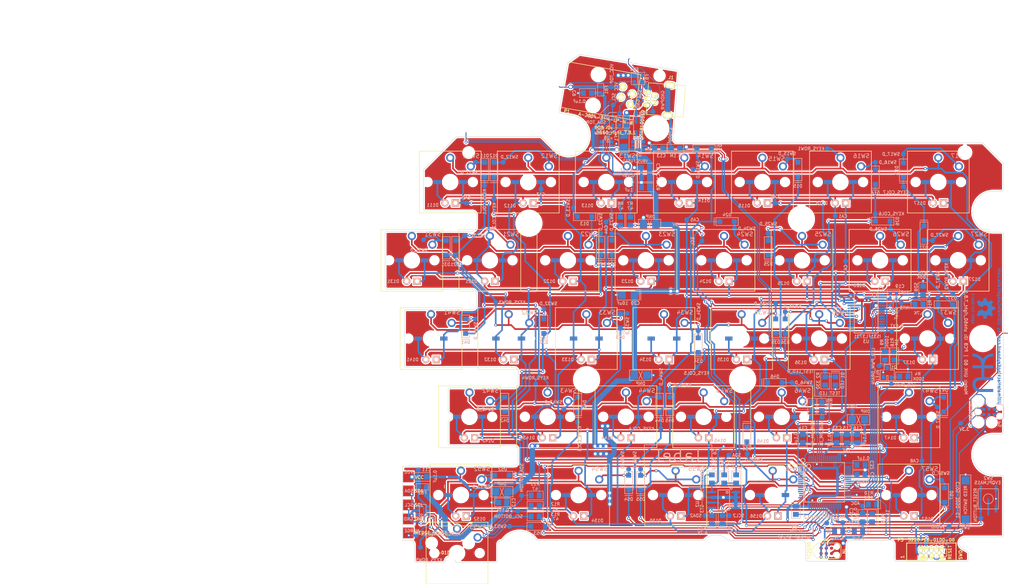
<source format=kicad_pcb>
(kicad_pcb (version 20171130) (host pcbnew 5.1.2-f72e74a~84~ubuntu18.04.1)
  (title_block (title "Ultimate Hacking Keyboard - Right Main Board") (rev 7.8.1) (company "Ultimate Gadget Laboratories Kft."))
  (layers (0 F.Cu signal) (31 B.Cu signal) (34 B.Paste user) (35 F.Paste user) (36 B.SilkS user) (37 F.SilkS user) (38 B.Mask user) (39 F.Mask user) (44 Edge.Cuts user))
  (net 0 "")
  (net 1 /RESET)
  (net 2 GND)
  (net 3 GNDPWR)
  (net 4 /VBUS)
  (net 5 /SCL)
  (net 6 /SDA)
  (net 7 +5V)
  (net 8 /KEYS_COL1)
  (net 9 /KEYS_COL2)
  (net 10 /KEYS_COL3)
  (net 11 /KEYS_COL4)
  (net 12 /KEYS_COL5)
  (net 13 /KEYS_COL6)
  (net 14 /KEYS_COL7)
  (net 15 /CA2)
  (net 16 /CA1)
  (net 17 /CA3)
  (net 18 /CA4)
  (net 19 /CA5)
  (net 20 /CA6)
  (net 21 /CA7)
  (net 22 /CA8)
  (net 23 /SWDIO)
  (net 24 /SWDCLK)
  (net 25 "Net-(P3-Pad6)")
  (net 26 "Net-(P3-Pad7)")
  (net 27 "Net-(P3-Pad8)")
  (net 28 "Net-(P4-Pad6)")
  (net 29 /SDA2)
  (net 30 /SCL2)
  (net 31 /KEYS_ROW1)
  (net 32 /KEYS_ROW2)
  (net 33 /KEYS_ROW3)
  (net 34 /KEYS_ROW4)
  (net 35 /KEYS_ROW5)
  (net 36 "Net-(U1-Pad1)")
  (net 37 "Net-(U1-Pad9)")
  (net 38 "Net-(U1-Pad10)")
  (net 39 "Net-(U1-Pad11)")
  (net 40 "Net-(U1-Pad12)")
  (net 41 "Net-(U1-Pad17)")
  (net 42 "Net-(U1-Pad18)")
  (net 43 "Net-(U1-Pad19)")
  (net 44 "Net-(U1-Pad20)")
  (net 45 "Net-(U1-Pad52)")
  (net 46 "Net-(U1-Pad53)")
  (net 47 "Net-(U1-Pad54)")
  (net 48 "Net-(U1-Pad57)")
  (net 49 "Net-(U1-Pad58)")
  (net 50 "Net-(U1-Pad61)")
  (net 51 "Net-(U3-Pad1)")
  (net 52 "Net-(U3-Pad7)")
  (net 53 "Net-(U3-Pad8)")
  (net 54 "Net-(U3-Pad9)")
  (net 55 "Net-(U3-Pad10)")
  (net 56 "Net-(U3-Pad11)")
  (net 57 "Net-(U3-Pad12)")
  (net 58 "Net-(U3-Pad13)")
  (net 59 "Net-(U3-Pad14)")
  (net 60 "Net-(U3-Pad15)")
  (net 61 "Net-(U3-Pad16)")
  (net 62 "Net-(U3-Pad17)")
  (net 63 +3V3)
  (net 64 /VCC_TOP)
  (net 65 /VCC_BOTTOM)
  (net 66 /SDA_TOP)
  (net 67 /SCL_TOP)
  (net 68 /SDA_BOTTOM)
  (net 69 /SCL_BOTTOM)
  (net 70 /INTB)
  (net 71 /SDB)
  (net 72 /R_EXT)
  (net 73 "Net-(U1-Pad45)")
  (net 74 "Net-(U1-Pad46)")
  (net 75 "Net-(U1-Pad51)")
  (net 76 "Net-(U1-Pad50)")
  (net 77 "Net-(P5-Pad6)")
  (net 78 "Net-(U1-Pad32)")
  (net 79 "Net-(U1-Pad33)")
  (net 80 /RESET_BUTTON)
  (net 81 "Net-(U1-Pad49)")
  (net 82 /TEST_LED_R)
  (net 83 /SW11_D)
  (net 84 /SW12_D)
  (net 85 /SW13_D)
  (net 86 /SW14_D)
  (net 87 /SW15_D)
  (net 88 /SW16_D)
  (net 89 /SW17_D)
  (net 90 /SW21_D)
  (net 91 /SW22_D)
  (net 92 /SW23_D)
  (net 93 /SW24_D)
  (net 94 /SW25_D)
  (net 95 /SW26_D)
  (net 96 /SW27_D)
  (net 97 /SW31_D)
  (net 98 /SW32_D)
  (net 99 /SW33_D)
  (net 100 /SW34_D)
  (net 101 /SW35_D)
  (net 102 /SW36_D)
  (net 103 /SW37_D)
  (net 104 /SW41_D)
  (net 105 /SW42_D)
  (net 106 /SW43_D)
  (net 107 /SW44_D)
  (net 108 /SW45_D)
  (net 109 /SW46_D)
  (net 110 /SW47_D)
  (net 111 /SW52_D)
  (net 112 /SW53_D)
  (net 113 /SW54_D)
  (net 114 /SW55_D)
  (net 115 /SW56_D)
  (net 116 /SW57_D)
  (net 117 "Net-(R2-Pad1)")
  (net 118 "Net-(U1-Pad2)")
  (net 119 /LED_PWM)
  (net 120 /LED_PWM_DRAIN)
  (net 121 /ADC)
  (net 122 /MERGE_SENSE_IN)
  (net 123 /MERGE_SENSE)
  (net 124 /USB_D_IN+)
  (net 125 /USB_D+)
  (net 126 /USB_D-)
  (net 127 /USB_D_IN-)
  (net 128 /GND_IN)
  (net 129 /USB_D_MID-)
  (net 130 /USB_D_MID+)
  (net 131 /SDA_MID)
  (net 132 /SCL_MID)
  (net 133 /GND_TOP)
  (net 134 /VBUS_MID)
  (module "Borgel Custom:CPG135001D02" (layer F.Cu) (at 248.649997 136.900002)
    (fp_text reference SW57 (at 5.08 -6.35) (layer B.SilkS) (effects (justify mirror)))
    (fp_text value R_CTRL)
    (pad "" np_thru_hole circle (at -5.5 0) (size 1.9 1.9) (drill 1.9) (layers *.Cu *.Mask))
    (pad "" np_thru_hole circle (at 5.5 0) (size 1.9 1.9) (drill 1.9) (layers *.Cu *.Mask))
    (pad 2 thru_hole circle (at 5 -3.8) (size 2 2) (drill 1.2) (layers *.Cu *.Mask) (net 116 /SW57_D))
    (pad 1 thru_hole circle (at 0 -5.9) (size 2 2) (drill 1.2) (layers *.Cu *.Mask) (net 35 /KEYS_ROW5))
    (pad "" np_thru_hole circle (at 0 0) (size 3.4 3.4) (drill 3.4) (layers *.Cu *.Mask))
  )
  (module "Borgel Custom:CPG135001D02" (layer F.Cu) (at 215.570011 136.900002)
    (fp_text reference SW56 (at 5.08 -6.35) (layer B.SilkS) (effects (justify mirror)))
    (fp_text value R_SUPER)
    (pad "" np_thru_hole circle (at -5.5 0) (size 1.9 1.9) (drill 1.9) (layers *.Cu *.Mask))
    (pad "" np_thru_hole circle (at 5.5 0) (size 1.9 1.9) (drill 1.9) (layers *.Cu *.Mask))
    (pad 2 thru_hole circle (at 5 -3.8) (size 2 2) (drill 1.2) (layers *.Cu *.Mask) (net 115 /SW56_D))
    (pad 1 thru_hole circle (at 0 -5.9) (size 2 2) (drill 1.2) (layers *.Cu *.Mask) (net 35 /KEYS_ROW5))
    (pad "" np_thru_hole circle (at 0 0) (size 3.4 3.4) (drill 3.4) (layers *.Cu *.Mask))
  )
  (module "Borgel Custom:CPG135001D02" (layer F.Cu) (at 192.010013 136.900002)
    (fp_text reference SW55 (at 5.08 -6.35) (layer B.SilkS) (effects (justify mirror)))
    (fp_text value R_ALT)
    (pad "" np_thru_hole circle (at -5.5 0) (size 1.9 1.9) (drill 1.9) (layers *.Cu *.Mask))
    (pad "" np_thru_hole circle (at 5.5 0) (size 1.9 1.9) (drill 1.9) (layers *.Cu *.Mask))
    (pad 2 thru_hole circle (at 5 -3.8) (size 2 2) (drill 1.2) (layers *.Cu *.Mask) (net 114 /SW55_D))
    (pad 1 thru_hole circle (at 0 -5.9) (size 2 2) (drill 1.2) (layers *.Cu *.Mask) (net 35 /KEYS_ROW5))
    (pad "" np_thru_hole circle (at 0 0) (size 3.4 3.4) (drill 3.4) (layers *.Cu *.Mask))
  )
  (module "Borgel Custom:CPG135001D02" (layer F.Cu) (at 168.45 136.900002)
    (fp_text reference SW54 (at 5.08 -6.35) (layer B.SilkS) (effects (justify mirror)))
    (fp_text value R_FN)
    (pad "" np_thru_hole circle (at -5.5 0) (size 1.9 1.9) (drill 1.9) (layers *.Cu *.Mask))
    (pad "" np_thru_hole circle (at 5.5 0) (size 1.9 1.9) (drill 1.9) (layers *.Cu *.Mask))
    (pad 2 thru_hole circle (at 5 -3.8) (size 2 2) (drill 1.2) (layers *.Cu *.Mask) (net 113 /SW54_D))
    (pad 1 thru_hole circle (at 0 -5.9) (size 2 2) (drill 1.2) (layers *.Cu *.Mask) (net 35 /KEYS_ROW5))
    (pad "" np_thru_hole circle (at 0 0) (size 3.4 3.4) (drill 3.4) (layers *.Cu *.Mask))
  )
  (module "Borgel Custom:CPG135001D02" (layer F.Cu) (at 138.929993 151)
    (fp_text reference SW53 (at 5.08 -6.35) (layer B.SilkS) (effects (justify mirror)))
    (fp_text value R_MOD)
    (pad "" np_thru_hole circle (at -5.5 0) (size 1.9 1.9) (drill 1.9) (layers *.Cu *.Mask))
    (pad "" np_thru_hole circle (at 5.5 0) (size 1.9 1.9) (drill 1.9) (layers *.Cu *.Mask))
    (pad 2 thru_hole circle (at 5 -3.8) (size 2 2) (drill 1.2) (layers *.Cu *.Mask) (net 112 /SW53_D))
    (pad 1 thru_hole circle (at 0 -5.9) (size 2 2) (drill 1.2) (layers *.Cu *.Mask) (net 35 /KEYS_ROW5))
    (pad "" np_thru_hole circle (at 0 0) (size 3.4 3.4) (drill 3.4) (layers *.Cu *.Mask))
  )
  (module "Borgel Custom:CPG135001D02" (layer F.Cu) (at 139.879993 136.900002)
    (fp_text reference SW52 (at 5.08 -6.35) (layer B.SilkS) (effects (justify mirror)))
    (fp_text value R_SPACE)
    (pad "" np_thru_hole circle (at -5.5 0) (size 1.9 1.9) (drill 1.9) (layers *.Cu *.Mask))
    (pad "" np_thru_hole circle (at 5.5 0) (size 1.9 1.9) (drill 1.9) (layers *.Cu *.Mask))
    (pad 2 thru_hole circle (at 5 -3.8) (size 2 2) (drill 1.2) (layers *.Cu *.Mask) (net 111 /SW52_D))
    (pad 1 thru_hole circle (at 0 -5.9) (size 2 2) (drill 1.2) (layers *.Cu *.Mask) (net 35 /KEYS_ROW5))
    (pad "" np_thru_hole circle (at 0 0) (size 3.4 3.4) (drill 3.4) (layers *.Cu *.Mask))
  )
  (module "Borgel Custom:CPG135001D02" (layer F.Cu) (at 248.649997 117.900002)
    (fp_text reference SW47 (at 5.08 -6.35) (layer B.SilkS) (effects (justify mirror)))
    (fp_text value R_SHIFT)
    (pad "" np_thru_hole circle (at -5.5 0) (size 1.9 1.9) (drill 1.9) (layers *.Cu *.Mask))
    (pad "" np_thru_hole circle (at 5.5 0) (size 1.9 1.9) (drill 1.9) (layers *.Cu *.Mask))
    (pad 2 thru_hole circle (at 5 -3.8) (size 2 2) (drill 1.2) (layers *.Cu *.Mask) (net 110 /SW47_D))
    (pad 1 thru_hole circle (at 0 -5.9) (size 2 2) (drill 1.2) (layers *.Cu *.Mask) (net 34 /KEYS_ROW4))
    (pad "" np_thru_hole circle (at 0 0) (size 3.4 3.4) (drill 3.4) (layers *.Cu *.Mask))
  )
  (module "Borgel Custom:CPG135001D02" (layer F.Cu) (at 217.750003 117.900002)
    (fp_text reference SW46 (at 5.08 -6.35) (layer B.SilkS) (effects (justify mirror)))
    (fp_text value /)
    (pad "" np_thru_hole circle (at -5.5 0) (size 1.9 1.9) (drill 1.9) (layers *.Cu *.Mask))
    (pad "" np_thru_hole circle (at 5.5 0) (size 1.9 1.9) (drill 1.9) (layers *.Cu *.Mask))
    (pad 2 thru_hole circle (at 5 -3.8) (size 2 2) (drill 1.2) (layers *.Cu *.Mask) (net 109 /SW46_D))
    (pad 1 thru_hole circle (at 0 -5.9) (size 2 2) (drill 1.2) (layers *.Cu *.Mask) (net 34 /KEYS_ROW4))
    (pad "" np_thru_hole circle (at 0 0) (size 3.4 3.4) (drill 3.4) (layers *.Cu *.Mask))
  )
  (module "Borgel Custom:CPG135001D02" (layer F.Cu) (at 198.799991 117.900002)
    (fp_text reference SW45 (at 5.08 -6.35) (layer B.SilkS) (effects (justify mirror)))
    (fp_text value .)
    (pad "" np_thru_hole circle (at -5.5 0) (size 1.9 1.9) (drill 1.9) (layers *.Cu *.Mask))
    (pad "" np_thru_hole circle (at 5.5 0) (size 1.9 1.9) (drill 1.9) (layers *.Cu *.Mask))
    (pad 2 thru_hole circle (at 5 -3.8) (size 2 2) (drill 1.2) (layers *.Cu *.Mask) (net 108 /SW45_D))
    (pad 1 thru_hole circle (at 0 -5.9) (size 2 2) (drill 1.2) (layers *.Cu *.Mask) (net 34 /KEYS_ROW4))
    (pad "" np_thru_hole circle (at 0 0) (size 3.4 3.4) (drill 3.4) (layers *.Cu *.Mask))
  )
  (module "Borgel Custom:CPG135001D02" (layer F.Cu) (at 179.94 117.900002)
    (fp_text reference SW44 (at 5.08 -6.35) (layer B.SilkS) (effects (justify mirror)))
    (fp_text value ,)
    (pad "" np_thru_hole circle (at -5.5 0) (size 1.9 1.9) (drill 1.9) (layers *.Cu *.Mask))
    (pad "" np_thru_hole circle (at 5.5 0) (size 1.9 1.9) (drill 1.9) (layers *.Cu *.Mask))
    (pad 2 thru_hole circle (at 5 -3.8) (size 2 2) (drill 1.2) (layers *.Cu *.Mask) (net 107 /SW44_D))
    (pad 1 thru_hole circle (at 0 -5.9) (size 2 2) (drill 1.2) (layers *.Cu *.Mask) (net 34 /KEYS_ROW4))
    (pad "" np_thru_hole circle (at 0 0) (size 3.4 3.4) (drill 3.4) (layers *.Cu *.Mask))
  )
  (module "Borgel Custom:CPG135001D02" (layer F.Cu) (at 160.899997 117.900002)
    (fp_text reference SW43 (at 5.08 -6.35) (layer B.SilkS) (effects (justify mirror)))
    (fp_text value M)
    (pad "" np_thru_hole circle (at -5.5 0) (size 1.9 1.9) (drill 1.9) (layers *.Cu *.Mask))
    (pad "" np_thru_hole circle (at 5.5 0) (size 1.9 1.9) (drill 1.9) (layers *.Cu *.Mask))
    (pad 2 thru_hole circle (at 5 -3.8) (size 2 2) (drill 1.2) (layers *.Cu *.Mask) (net 106 /SW43_D))
    (pad 1 thru_hole circle (at 0 -5.9) (size 2 2) (drill 1.2) (layers *.Cu *.Mask) (net 34 /KEYS_ROW4))
    (pad "" np_thru_hole circle (at 0 0) (size 3.4 3.4) (drill 3.4) (layers *.Cu *.Mask))
  )
  (module "Borgel Custom:CPG135001D02" (layer F.Cu) (at 141.95 117.900002)
    (fp_text reference SW42 (at 5.08 -6.35) (layer B.SilkS) (effects (justify mirror)))
    (fp_text value N)
    (pad "" np_thru_hole circle (at -5.5 0) (size 1.9 1.9) (drill 1.9) (layers *.Cu *.Mask))
    (pad "" np_thru_hole circle (at 5.5 0) (size 1.9 1.9) (drill 1.9) (layers *.Cu *.Mask))
    (pad 2 thru_hole circle (at 5 -3.8) (size 2 2) (drill 1.2) (layers *.Cu *.Mask) (net 105 /SW42_D))
    (pad 1 thru_hole circle (at 0 -5.9) (size 2 2) (drill 1.2) (layers *.Cu *.Mask) (net 34 /KEYS_ROW4))
    (pad "" np_thru_hole circle (at 0 0) (size 3.4 3.4) (drill 3.4) (layers *.Cu *.Mask))
  )
  (module "Borgel Custom:CPG135001D02" (layer F.Cu) (at 132.619999 98.900002)
    (fp_text reference SW41 (at 5.08 -6.35) (layer B.SilkS) (effects (justify mirror)))
    (fp_text value H)
    (pad "" np_thru_hole circle (at -5.5 0) (size 1.9 1.9) (drill 1.9) (layers *.Cu *.Mask))
    (pad "" np_thru_hole circle (at 5.5 0) (size 1.9 1.9) (drill 1.9) (layers *.Cu *.Mask))
    (pad 2 thru_hole circle (at 5 -3.8) (size 2 2) (drill 1.2) (layers *.Cu *.Mask) (net 104 /SW41_D))
    (pad 1 thru_hole circle (at 0 -5.9) (size 2 2) (drill 1.2) (layers *.Cu *.Mask) (net 34 /KEYS_ROW4))
    (pad "" np_thru_hole circle (at 0 0) (size 3.4 3.4) (drill 3.4) (layers *.Cu *.Mask))
  )
  (module "Borgel Custom:CPG135001D02" (layer F.Cu) (at 253.160007 98.900002)
    (fp_text reference SW37 (at 5.08 -6.35) (layer B.SilkS) (effects (justify mirror)))
    (fp_text value ENTER)
    (pad "" np_thru_hole circle (at -5.5 0) (size 1.9 1.9) (drill 1.9) (layers *.Cu *.Mask))
    (pad "" np_thru_hole circle (at 5.5 0) (size 1.9 1.9) (drill 1.9) (layers *.Cu *.Mask))
    (pad 2 thru_hole circle (at 5 -3.8) (size 2 2) (drill 1.2) (layers *.Cu *.Mask) (net 103 /SW37_D))
    (pad 1 thru_hole circle (at 0 -5.9) (size 2 2) (drill 1.2) (layers *.Cu *.Mask) (net 33 /KEYS_ROW3))
    (pad "" np_thru_hole circle (at 0 0) (size 3.4 3.4) (drill 3.4) (layers *.Cu *.Mask))
  )
  (module "Borgel Custom:CPG135001D02" (layer F.Cu) (at 226.869999 98.900002)
    (fp_text reference SW36 (at 5.08 -6.35) (layer B.SilkS) (effects (justify mirror)))
    (fp_text value ')
    (pad "" np_thru_hole circle (at -5.5 0) (size 1.9 1.9) (drill 1.9) (layers *.Cu *.Mask))
    (pad "" np_thru_hole circle (at 5.5 0) (size 1.9 1.9) (drill 1.9) (layers *.Cu *.Mask))
    (pad 2 thru_hole circle (at 5 -3.8) (size 2 2) (drill 1.2) (layers *.Cu *.Mask) (net 102 /SW36_D))
    (pad 1 thru_hole circle (at 0 -5.9) (size 2 2) (drill 1.2) (layers *.Cu *.Mask) (net 33 /KEYS_ROW3))
    (pad "" np_thru_hole circle (at 0 0) (size 3.4 3.4) (drill 3.4) (layers *.Cu *.Mask))
  )
  (module "Borgel Custom:CPG135001D02" (layer F.Cu) (at 208.019992 98.900002)
    (fp_text reference SW35 (at 5.08 -6.35) (layer B.SilkS) (effects (justify mirror)))
    (fp_text value ;)
    (pad "" np_thru_hole circle (at -5.5 0) (size 1.9 1.9) (drill 1.9) (layers *.Cu *.Mask))
    (pad "" np_thru_hole circle (at 5.5 0) (size 1.9 1.9) (drill 1.9) (layers *.Cu *.Mask))
    (pad 2 thru_hole circle (at 5 -3.8) (size 2 2) (drill 1.2) (layers *.Cu *.Mask) (net 101 /SW35_D))
    (pad 1 thru_hole circle (at 0 -5.9) (size 2 2) (drill 1.2) (layers *.Cu *.Mask) (net 33 /KEYS_ROW3))
    (pad "" np_thru_hole circle (at 0 0) (size 3.4 3.4) (drill 3.4) (layers *.Cu *.Mask))
  )
  (module "Borgel Custom:CPG135001D02" (layer F.Cu) (at 189.169986 98.900002)
    (fp_text reference SW34 (at 5.08 -6.35) (layer B.SilkS) (effects (justify mirror)))
    (fp_text value L)
    (pad "" np_thru_hole circle (at -5.5 0) (size 1.9 1.9) (drill 1.9) (layers *.Cu *.Mask))
    (pad "" np_thru_hole circle (at 5.5 0) (size 1.9 1.9) (drill 1.9) (layers *.Cu *.Mask))
    (pad 2 thru_hole circle (at 5 -3.8) (size 2 2) (drill 1.2) (layers *.Cu *.Mask) (net 100 /SW34_D))
    (pad 1 thru_hole circle (at 0 -5.9) (size 2 2) (drill 1.2) (layers *.Cu *.Mask) (net 33 /KEYS_ROW3))
    (pad "" np_thru_hole circle (at 0 0) (size 3.4 3.4) (drill 3.4) (layers *.Cu *.Mask))
  )
  (module "Borgel Custom:CPG135001D02" (layer F.Cu) (at 170.319996 98.900002)
    (fp_text reference SW33 (at 5.08 -6.35) (layer B.SilkS) (effects (justify mirror)))
    (fp_text value K)
    (pad "" np_thru_hole circle (at -5.5 0) (size 1.9 1.9) (drill 1.9) (layers *.Cu *.Mask))
    (pad "" np_thru_hole circle (at 5.5 0) (size 1.9 1.9) (drill 1.9) (layers *.Cu *.Mask))
    (pad 2 thru_hole circle (at 5 -3.8) (size 2 2) (drill 1.2) (layers *.Cu *.Mask) (net 99 /SW33_D))
    (pad 1 thru_hole circle (at 0 -5.9) (size 2 2) (drill 1.2) (layers *.Cu *.Mask) (net 33 /KEYS_ROW3))
    (pad "" np_thru_hole circle (at 0 0) (size 3.4 3.4) (drill 3.4) (layers *.Cu *.Mask))
  )
  (module "Borgel Custom:CPG135001D02" (layer F.Cu) (at 151.470005 98.900002)
    (fp_text reference SW32 (at 5.08 -6.35) (layer B.SilkS) (effects (justify mirror)))
    (fp_text value J)
    (pad "" np_thru_hole circle (at -5.5 0) (size 1.9 1.9) (drill 1.9) (layers *.Cu *.Mask))
    (pad "" np_thru_hole circle (at 5.5 0) (size 1.9 1.9) (drill 1.9) (layers *.Cu *.Mask))
    (pad 2 thru_hole circle (at 5 -3.8) (size 2 2) (drill 1.2) (layers *.Cu *.Mask) (net 98 /SW32_D))
    (pad 1 thru_hole circle (at 0 -5.9) (size 2 2) (drill 1.2) (layers *.Cu *.Mask) (net 33 /KEYS_ROW3))
    (pad "" np_thru_hole circle (at 0 0) (size 3.4 3.4) (drill 3.4) (layers *.Cu *.Mask))
  )
  (module "Borgel Custom:CPG135001D02" (layer F.Cu) (at 127.95 79.900002)
    (fp_text reference SW31 (at 5.08 -6.35) (layer B.SilkS) (effects (justify mirror)))
    (fp_text value Y)
    (pad "" np_thru_hole circle (at -5.5 0) (size 1.9 1.9) (drill 1.9) (layers *.Cu *.Mask))
    (pad "" np_thru_hole circle (at 5.5 0) (size 1.9 1.9) (drill 1.9) (layers *.Cu *.Mask))
    (pad 2 thru_hole circle (at 5 -3.8) (size 2 2) (drill 1.2) (layers *.Cu *.Mask) (net 97 /SW31_D))
    (pad 1 thru_hole circle (at 0 -5.9) (size 2 2) (drill 1.2) (layers *.Cu *.Mask) (net 33 /KEYS_ROW3))
    (pad "" np_thru_hole circle (at 0 0) (size 3.4 3.4) (drill 3.4) (layers *.Cu *.Mask))
  )
  (module "Borgel Custom:CPG135001D02" (layer F.Cu) (at 260.60001 79.900002)
    (fp_text reference SW27 (at 5.08 -6.35) (layer B.SilkS) (effects (justify mirror)))
    (fp_text value \)
    (pad "" np_thru_hole circle (at -5.5 0) (size 1.9 1.9) (drill 1.9) (layers *.Cu *.Mask))
    (pad "" np_thru_hole circle (at 5.5 0) (size 1.9 1.9) (drill 1.9) (layers *.Cu *.Mask))
    (pad 2 thru_hole circle (at 5 -3.8) (size 2 2) (drill 1.2) (layers *.Cu *.Mask) (net 96 /SW27_D))
    (pad 1 thru_hole circle (at 0 -5.9) (size 2 2) (drill 1.2) (layers *.Cu *.Mask) (net 32 /KEYS_ROW2))
    (pad "" np_thru_hole circle (at 0 0) (size 3.4 3.4) (drill 3.4) (layers *.Cu *.Mask))
  )
  (module "Borgel Custom:CPG135001D02" (layer F.Cu) (at 241.649997 79.900002)
    (fp_text reference SW26 (at 5.08 -6.35) (layer B.SilkS) (effects (justify mirror)))
    (fp_text value ])
    (pad "" np_thru_hole circle (at -5.5 0) (size 1.9 1.9) (drill 1.9) (layers *.Cu *.Mask))
    (pad "" np_thru_hole circle (at 5.5 0) (size 1.9 1.9) (drill 1.9) (layers *.Cu *.Mask))
    (pad 2 thru_hole circle (at 5 -3.8) (size 2 2) (drill 1.2) (layers *.Cu *.Mask) (net 95 /SW26_D))
    (pad 1 thru_hole circle (at 0 -5.9) (size 2 2) (drill 1.2) (layers *.Cu *.Mask) (net 32 /KEYS_ROW2))
    (pad "" np_thru_hole circle (at 0 0) (size 3.4 3.4) (drill 3.4) (layers *.Cu *.Mask))
  )
  (module "Borgel Custom:CPG135001D02" (layer F.Cu) (at 222.699985 79.900002)
    (fp_text reference SW25 (at 5.08 -6.35) (layer B.SilkS) (effects (justify mirror)))
    (fp_text value [)
    (pad "" np_thru_hole circle (at -5.5 0) (size 1.9 1.9) (drill 1.9) (layers *.Cu *.Mask))
    (pad "" np_thru_hole circle (at 5.5 0) (size 1.9 1.9) (drill 1.9) (layers *.Cu *.Mask))
    (pad 2 thru_hole circle (at 5 -3.8) (size 2 2) (drill 1.2) (layers *.Cu *.Mask) (net 94 /SW25_D))
    (pad 1 thru_hole circle (at 0 -5.9) (size 2 2) (drill 1.2) (layers *.Cu *.Mask) (net 32 /KEYS_ROW2))
    (pad "" np_thru_hole circle (at 0 0) (size 3.4 3.4) (drill 3.4) (layers *.Cu *.Mask))
  )
  (module "Borgel Custom:CPG135001D02" (layer F.Cu) (at 203.750003 79.900002)
    (fp_text reference SW24 (at 5.08 -6.35) (layer B.SilkS) (effects (justify mirror)))
    (fp_text value P)
    (pad "" np_thru_hole circle (at -5.5 0) (size 1.9 1.9) (drill 1.9) (layers *.Cu *.Mask))
    (pad "" np_thru_hole circle (at 5.5 0) (size 1.9 1.9) (drill 1.9) (layers *.Cu *.Mask))
    (pad 2 thru_hole circle (at 5 -3.8) (size 2 2) (drill 1.2) (layers *.Cu *.Mask) (net 93 /SW24_D))
    (pad 1 thru_hole circle (at 0 -5.9) (size 2 2) (drill 1.2) (layers *.Cu *.Mask) (net 32 /KEYS_ROW2))
    (pad "" np_thru_hole circle (at 0 0) (size 3.4 3.4) (drill 3.4) (layers *.Cu *.Mask))
  )
  (module "Borgel Custom:CPG135001D02" (layer F.Cu) (at 184.800007 79.900002)
    (fp_text reference SW23 (at 5.08 -6.35) (layer B.SilkS) (effects (justify mirror)))
    (fp_text value O)
    (pad "" np_thru_hole circle (at -5.5 0) (size 1.9 1.9) (drill 1.9) (layers *.Cu *.Mask))
    (pad "" np_thru_hole circle (at 5.5 0) (size 1.9 1.9) (drill 1.9) (layers *.Cu *.Mask))
    (pad 2 thru_hole circle (at 5 -3.8) (size 2 2) (drill 1.2) (layers *.Cu *.Mask) (net 92 /SW23_D))
    (pad 1 thru_hole circle (at 0 -5.9) (size 2 2) (drill 1.2) (layers *.Cu *.Mask) (net 32 /KEYS_ROW2))
    (pad "" np_thru_hole circle (at 0 0) (size 3.4 3.4) (drill 3.4) (layers *.Cu *.Mask))
  )
  (module "Borgel Custom:CPG135001D02" (layer F.Cu) (at 165.849994 79.900002)
    (fp_text reference SW22 (at 5.08 -6.35) (layer B.SilkS) (effects (justify mirror)))
    (fp_text value I)
    (pad "" np_thru_hole circle (at -5.5 0) (size 1.9 1.9) (drill 1.9) (layers *.Cu *.Mask))
    (pad "" np_thru_hole circle (at 5.5 0) (size 1.9 1.9) (drill 1.9) (layers *.Cu *.Mask))
    (pad 2 thru_hole circle (at 5 -3.8) (size 2 2) (drill 1.2) (layers *.Cu *.Mask) (net 91 /SW22_D))
    (pad 1 thru_hole circle (at 0 -5.9) (size 2 2) (drill 1.2) (layers *.Cu *.Mask) (net 32 /KEYS_ROW2))
    (pad "" np_thru_hole circle (at 0 0) (size 3.4 3.4) (drill 3.4) (layers *.Cu *.Mask))
  )
  (module "Borgel Custom:CPG135001D02" (layer F.Cu) (at 146.899997 79.900002)
    (fp_text reference SW21 (at 5.08 -6.35) (layer B.SilkS) (effects (justify mirror)))
    (fp_text value U)
    (pad "" np_thru_hole circle (at -5.5 0) (size 1.9 1.9) (drill 1.9) (layers *.Cu *.Mask))
    (pad "" np_thru_hole circle (at 5.5 0) (size 1.9 1.9) (drill 1.9) (layers *.Cu *.Mask))
    (pad 2 thru_hole circle (at 5 -3.8) (size 2 2) (drill 1.2) (layers *.Cu *.Mask) (net 90 /SW21_D))
    (pad 1 thru_hole circle (at 0 -5.9) (size 2 2) (drill 1.2) (layers *.Cu *.Mask) (net 32 /KEYS_ROW2))
    (pad "" np_thru_hole circle (at 0 0) (size 3.4 3.4) (drill 3.4) (layers *.Cu *.Mask))
  )
  (module "Borgel Custom:CPG135001D02" (layer F.Cu) (at 255.785007 60.900002)
    (fp_text reference SW17 (at 5.08 -6.35) (layer B.SilkS) (effects (justify mirror)))
    (fp_text value BACKSPACE)
    (pad "" np_thru_hole circle (at -5.5 0) (size 1.9 1.9) (drill 1.9) (layers *.Cu *.Mask))
    (pad "" np_thru_hole circle (at 5.5 0) (size 1.9 1.9) (drill 1.9) (layers *.Cu *.Mask))
    (pad 2 thru_hole circle (at 5 -3.8) (size 2 2) (drill 1.2) (layers *.Cu *.Mask) (net 89 /SW17_D))
    (pad 1 thru_hole circle (at 0 -5.9) (size 2 2) (drill 1.2) (layers *.Cu *.Mask) (net 31 /KEYS_ROW1))
    (pad "" np_thru_hole circle (at 0 0) (size 3.4 3.4) (drill 3.4) (layers *.Cu *.Mask))
  )
  (module "Borgel Custom:CPG135001D02" (layer F.Cu) (at 232.019992 60.900002)
    (fp_text reference SW16 (at 5.08 -6.35) (layer B.SilkS) (effects (justify mirror)))
    (fp_text value =)
    (pad "" np_thru_hole circle (at -5.5 0) (size 1.9 1.9) (drill 1.9) (layers *.Cu *.Mask))
    (pad "" np_thru_hole circle (at 5.5 0) (size 1.9 1.9) (drill 1.9) (layers *.Cu *.Mask))
    (pad 2 thru_hole circle (at 5 -3.8) (size 2 2) (drill 1.2) (layers *.Cu *.Mask) (net 88 /SW16_D))
    (pad 1 thru_hole circle (at 0 -5.9) (size 2 2) (drill 1.2) (layers *.Cu *.Mask) (net 31 /KEYS_ROW1))
    (pad "" np_thru_hole circle (at 0 0) (size 3.4 3.4) (drill 3.4) (layers *.Cu *.Mask))
  )
  (module "Borgel Custom:CPG135001D02" (layer F.Cu) (at 213.070011 60.900002)
    (fp_text reference SW15 (at 3.464989 -5.655002) (layer B.SilkS) (effects (justify mirror)))
    (fp_text value -)
    (pad "" np_thru_hole circle (at -5.5 0) (size 1.9 1.9) (drill 1.9) (layers *.Cu *.Mask))
    (pad "" np_thru_hole circle (at 5.5 0) (size 1.9 1.9) (drill 1.9) (layers *.Cu *.Mask))
    (pad 2 thru_hole circle (at 5 -3.8) (size 2 2) (drill 1.2) (layers *.Cu *.Mask) (net 87 /SW15_D))
    (pad 1 thru_hole circle (at 0 -5.9) (size 2 2) (drill 1.2) (layers *.Cu *.Mask) (net 31 /KEYS_ROW1))
    (pad "" np_thru_hole circle (at 0 0) (size 3.4 3.4) (drill 3.4) (layers *.Cu *.Mask))
  )
  (module "Borgel Custom:CPG135001D02" (layer F.Cu) (at 194.119999 60.900002)
    (fp_text reference SW14 (at 5.08 -6.35) (layer B.SilkS) (effects (justify mirror)))
    (fp_text value 0)
    (pad "" np_thru_hole circle (at -5.5 0) (size 1.9 1.9) (drill 1.9) (layers *.Cu *.Mask))
    (pad "" np_thru_hole circle (at 5.5 0) (size 1.9 1.9) (drill 1.9) (layers *.Cu *.Mask))
    (pad 2 thru_hole circle (at 5 -3.8) (size 2 2) (drill 1.2) (layers *.Cu *.Mask) (net 86 /SW14_D))
    (pad 1 thru_hole circle (at 0 -5.9) (size 2 2) (drill 1.2) (layers *.Cu *.Mask) (net 31 /KEYS_ROW1))
    (pad "" np_thru_hole circle (at 0 0) (size 3.4 3.4) (drill 3.4) (layers *.Cu *.Mask))
  )
  (module "Borgel Custom:CPG135001D02" (layer F.Cu) (at 175.170002 60.900002)
    (fp_text reference SW13 (at 5.08 -6.35) (layer B.SilkS) (effects (justify mirror)))
    (fp_text value 9)
    (pad "" np_thru_hole circle (at -5.5 0) (size 1.9 1.9) (drill 1.9) (layers *.Cu *.Mask))
    (pad "" np_thru_hole circle (at 5.5 0) (size 1.9 1.9) (drill 1.9) (layers *.Cu *.Mask))
    (pad 2 thru_hole circle (at 5 -3.8) (size 2 2) (drill 1.2) (layers *.Cu *.Mask) (net 85 /SW13_D))
    (pad 1 thru_hole circle (at 0 -5.9) (size 2 2) (drill 1.2) (layers *.Cu *.Mask) (net 31 /KEYS_ROW1))
    (pad "" np_thru_hole circle (at 0 0) (size 3.4 3.4) (drill 3.4) (layers *.Cu *.Mask))
  )
  (module "Borgel Custom:CPG135001D02" (layer F.Cu) (at 156.220005 60.900002)
    (fp_text reference SW12 (at 5.08 -6.35) (layer B.SilkS) (effects (justify mirror)))
    (fp_text value 8)
    (pad "" np_thru_hole circle (at -5.5 0) (size 1.9 1.9) (drill 1.9) (layers *.Cu *.Mask))
    (pad "" np_thru_hole circle (at 5.5 0) (size 1.9 1.9) (drill 1.9) (layers *.Cu *.Mask))
    (pad 2 thru_hole circle (at 5 -3.8) (size 2 2) (drill 1.2) (layers *.Cu *.Mask) (net 84 /SW12_D))
    (pad 1 thru_hole circle (at 0 -5.9) (size 2 2) (drill 1.2) (layers *.Cu *.Mask) (net 31 /KEYS_ROW1))
    (pad "" np_thru_hole circle (at 0 0) (size 3.4 3.4) (drill 3.4) (layers *.Cu *.Mask))
  )
  (module "Borgel Custom:CPG135001D02" (layer F.Cu) (at 137.269992 60.900002)
    (fp_text reference SW11 (at 5.08 -6.35) (layer B.SilkS) (effects (justify mirror)))
    (fp_text value 7)
    (pad "" np_thru_hole circle (at -5.5 0) (size 1.9 1.9) (drill 1.9) (layers *.Cu *.Mask))
    (pad "" np_thru_hole circle (at 5.5 0) (size 1.9 1.9) (drill 1.9) (layers *.Cu *.Mask))
    (pad 2 thru_hole circle (at 5 -3.8) (size 2 2) (drill 1.2) (layers *.Cu *.Mask) (net 83 /SW11_D))
    (pad 1 thru_hole circle (at 0 -5.9) (size 2 2) (drill 1.2) (layers *.Cu *.Mask) (net 31 /KEYS_ROW1))
    (pad "" np_thru_hole circle (at 0 0) (size 3.4 3.4) (drill 3.4) (layers *.Cu *.Mask))
  )
  (module UGL:SM1206_DNP (layer B.Cu) (at 183.5 107.8 180)
    (fp_text reference C25 hide)
    (fp_text value DNP (at 0 -2 180) (layer B.SilkS) (effects (font (size 0.75 0.75)) (justify mirror)))
    (pad 2 smd rect (at 1.5 0 180) (size 1.8 1.9) (layers B.Cu B.Mask) (net 7 +5V))
    (pad 1 smd rect (at -1.5 0 180) (size 1.8 1.9) (layers B.Cu B.Mask) (net 2 GND))
  )
  (module UGL:SM1206_DNP (layer B.Cu) (at 185.7 71.2)
    (fp_text reference C24 hide)
    (fp_text value DNP (at 0.2 -1.9) (layer B.SilkS) (effects (font (size 0.75 0.75)) (justify mirror)))
    (pad 2 smd rect (at 1.5 0) (size 1.8 1.9) (layers B.Cu B.Mask) (net 7 +5V))
    (pad 1 smd rect (at -1.5 0) (size 1.8 1.9) (layers B.Cu B.Mask) (net 2 GND))
  )
  (module UGL:SM1206_DNP (layer B.Cu) (at 236.4 118.6)
    (fp_text reference C23 hide)
    (fp_text value DNP (at 1.7 -2) (layer B.SilkS) (effects (font (size 0.75 0.75)) (justify mirror)))
    (pad 2 smd rect (at 1.5 0) (size 1.8 1.9) (layers B.Cu B.Mask) (net 7 +5V))
    (pad 1 smd rect (at -1.5 0) (size 1.8 1.9) (layers B.Cu B.Mask) (net 2 GND))
  )
  (module UGL:SM1206_DNP (layer B.Cu) (at 149.8 136.1)
    (fp_text reference C22 hide)
    (fp_text value DNP (at 0 -1.9) (layer B.SilkS) (effects (font (size 0.75 0.75)) (justify mirror)))
    (pad 2 smd rect (at 1.5 0) (size 1.8 1.9) (layers B.Cu B.Mask) (net 7 +5V))
    (pad 1 smd rect (at -1.5 0) (size 1.8 1.9) (layers B.Cu B.Mask) (net 2 GND))
  )
  (module UGL:4P4C_Jack_A-2004-3-4-LP-N-R (layer F.Cu) (at 164.8719 37.2023 260)
    (fp_text reference P1 (at 6.272552 -1.845352 350) (layer F.SilkS) (effects (font (size 0.75 0.75))))
    (fp_text value A-2004-3-4-LP-N-R (at 6.412913 -11.415112 350) (layer F.SilkS) (effects (font (size 0.75 0.75))))
    (pad 1 thru_hole circle (at 1.905 -16.74 260) (size 1.7 1.7) (drill 0.9) (layers *.Cu *.Mask F.SilkS) (net 133 /GND_TOP))
    (pad 3 thru_hole circle (at -0.635 -16.74 260) (size 1.7 1.7) (drill 0.9) (layers *.Cu *.Mask F.SilkS) (net 66 /SDA_TOP))
    (pad 2 thru_hole circle (at 0.635 -14.199999 260) (size 1.7 1.7) (drill 0.9) (layers *.Cu *.Mask F.SilkS) (net 67 /SCL_TOP))
    (pad 4 thru_hole circle (at -1.905 -14.2 260) (size 1.7 1.7) (drill 0.9) (layers *.Cu *.Mask F.SilkS) (net 64 /VCC_TOP))
    (pad "" np_thru_hole circle (at 3.82 -7.85 260) (size 3.2 3.2) (drill 3.2) (layers *.Cu *.Mask F.SilkS))
    (pad "" np_thru_hole circle (at -3.82 -7.85 260) (size 3.2 3.2) (drill 3.2) (layers *.Cu *.Mask F.SilkS))
  )
  (module UGL:UHK_Logo_5mm_height (layer B.Cu) (at 266.6 107.2 90)
    (fp_text reference G1 hide)
    (fp_text value LOGO hide)
    (fp_poly (pts (xy -3.952616 0.892843) (xy -3.952613 0.771975) (xy -3.952603 0.65577) (xy -3.952586 0.544218) (xy -3.952563 0.437308) (xy -3.952533 0.335033) (xy -3.952496 0.237381) (xy -3.952452 0.144344) (xy -3.952401 0.055911) (xy -3.952344 -0.027927) (xy -3.95228 -0.10718) (xy -3.952209 -0.181857) (xy -3.952131 -0.251968) (xy -3.952047 -0.317523) (xy -3.951955 -0.378531) (xy -3.951857 -0.435002) (xy -3.951751 -0.486946) (xy -3.951639 -0.534372) (xy -3.95152 -0.57729) (xy -3.951394 -0.61571) (xy -3.951261 -0.64964) (xy -3.951121 -0.679092) (xy -3.950974 -0.704074) (xy -3.95082 -0.724596) (xy -3.950659 -0.740669) (xy -3.950491 -0.7523) (xy -3.950316 -0.759501) (xy -3.95021 -0.761673) (xy -3.942749 -0.834183) (xy -3.931582 -0.906128) (xy -3.91684 -0.977059) (xy -3.898656 -1.046531) (xy -3.877161 -1.114094) (xy -3.852486 -1.179302) (xy -3.824762 -1.241706) (xy -3.794122 -1.300859) (xy -3.789293 -1.309406) (xy -3.753895 -1.366922) (xy -3.71536 -1.421119) (xy -3.673782 -1.471907) (xy -3.629251 -1.519198) (xy -3.581861 -1.562904) (xy -3.531702 -1.602936) (xy -3.478867 -1.639205) (xy -3.423449 -1.671624) (xy -3.400138 -1.683714) (xy -3.344107 -1.709327) (xy -3.284934 -1.731768) (xy -3.222967 -1.750971) (xy -3.158553 -1.766871) (xy -3.092039 -1.779406) (xy -3.02377 -1.788508) (xy -2.954095 -1.794115) (xy -2.88336 -1.796162) (xy -2.811912 -1.794583) (xy -2.806038 -1.794291) (xy -2.73077 -1.788554) (xy -2.658528 -1.779283) (xy -2.589257 -1.766456) (xy -2.5229 -1.750051) (xy -2.459401 -1.730046) (xy -2.398705 -1.70642) (xy -2.340756 -1.67915) (xy -2.285499 -1.648214) (xy -2.232877 -1.61359) (xy -2.182835 -1.575256) (xy -2.135316 -1.53319) (xy -2.128464 -1.526616) (xy -2.082938 -1.479239) (xy -2.04057 -1.428429) (xy -2.001376 -1.37421) (xy -1.965368 -1.316604) (xy -1.932559 -1.255632) (xy -1.902963 -1.191317) (xy -1.876593 -1.12368) (xy -1.863478 -1.085101) (xy -1.849808 -1.040444) (xy -1.837888 -0.99628) (xy -1.827476 -0.951513) (xy -1.818332 -0.905051) (xy -1.810215 -0.8558) (xy -1.805133 -0.819958) (xy -1.799985 -0.781413) (xy -1.799358 0.867263) (xy -1.798732 2.515938) (xy -1.076924 2.515938) (xy -1.076924 0.359753) (xy 1.076925 0.359753) (xy 1.076925 2.515938) (xy 1.798768 2.515938) (xy 1.798768 0.359659) (xy 1.821544 0.360983) (xy 1.865714 0.363716) (xy 1.90613 0.366597) (xy 1.943712 0.369725) (xy 1.979378 0.373198) (xy 2.014047 0.377117) (xy 2.048637 0.38158) (xy 2.084068 0.386687) (xy 2.121257 0.392537) (xy 2.136329 0.395024) (xy 2.240412 0.414407) (xy 2.342952 0.437527) (xy 2.443704 0.464296) (xy 2.542425 0.494628) (xy 2.63887 0.528435) (xy 2.732795 0.56563) (xy 2.823958 0.606126) (xy 2.912112 0.649835) (xy 2.997015 0.696671) (xy 3.022864 0.711948) (xy 3.103163 0.762775) (xy 3.180103 0.816748) (xy 3.253632 0.873813) (xy 3.323697 0.93392) (xy 3.390247 0.997016) (xy 3.453227 1.063049) (xy 3.512586 1.131967) (xy 3.568271 1.203718) (xy 3.62023 1.27825) (xy 3.661117 1.343235) (xy 3.706171 1.422916) (xy 3.747449 1.505344) (xy 3.784949 1.590516) (xy 3.81867 1.678424) (xy 3.848611 1.769065) (xy 3.874768 1.862432) (xy 3.897142 1.95852) (xy 3.915731 2.057324) (xy 3.930532 2.158838) (xy 3.941544 2.263057) (xy 3.945552 2.315037) (xy 3.946386 2.328628) (xy 3.94728 2.345504) (xy 3.948201 2.3648) (xy 3.949116 2.38565) (xy 3.949991 2.407189) (xy 3.950792 2.42855) (xy 3.951486 2.448869) (xy 3.952039 2.467279) (xy 3.952418 2.482916) (xy 3.952588 2.494912) (xy 3.952595 2.496666) (xy 3.952617 2.515938) (xy 4.672856 2.515938) (xy 4.671394 2.467465) (xy 4.668716 2.40875) (xy 4.664164 2.346401) (xy 4.657829 2.281021) (xy 4.649806 2.213215) (xy 4.640186 2.143585) (xy 4.629063 2.072736) (xy 4.616528 2.001272) (xy 4.602674 1.929795) (xy 4.587594 1.858909) (xy 4.571381 1.78922) (xy 4.560928 1.747374) (xy 4.528011 1.6274) (xy 4.491623 1.510449) (xy 4.451774 1.396542) (xy 4.408476 1.285698) (xy 4.361738 1.17794) (xy 4.31157 1.073286) (xy 4.257984 0.971758) (xy 4.200989 0.873375) (xy 4.140597 0.77816) (xy 4.076816 0.686131) (xy 4.009658 0.59731) (xy 3.939134 0.511716) (xy 3.92791 0.498749) (xy 3.914904 0.484205) (xy 3.899019 0.467064) (xy 3.880815 0.447889) (xy 3.860855 0.427241) (xy 3.839699 0.405683) (xy 3.81791 0.383777) (xy 3.796049 0.362084) (xy 3.774678 0.341166) (xy 3.754359 0.321586) (xy 3.735652 0.303905) (xy 3.719121 0.288685) (xy 3.708498 0.279232) (xy 3.648559 0.228719) (xy 3.586067 0.179404) (xy 3.52199 0.131992) (xy 3.457294 0.08719) (xy 3.392948 0.045702) (xy 3.364748 0.028531) (xy 3.348454 0.018594) (xy 3.336173 0.010632) (xy 3.327743 0.004524) (xy 3.323003 0.000149) (xy 3.321791 -0.002617) (xy 3.322409 -0.003404) (xy 3.324517 -0.004664) (xy 3.330033 -0.007949) (xy 3.338348 -0.012898) (xy 3.348854 -0.019149) (xy 3.360943 -0.026339) (xy 3.363929 -0.028115) (xy 3.429279 -0.068697) (xy 3.495339 -0.113067) (xy 3.561264 -0.160608) (xy 3.626206 -0.210704) (xy 3.689321 -0.262737) (xy 3.709231 -0.279903) (xy 3.722856 -0.292099) (xy 3.739091 -0.307155) (xy 3.757388 -0.324525) (xy 3.7772 -0.343664) (xy 3.79798 -0.364023) (xy 3.819179 -0.385057) (xy 3.840251 -0.406219) (xy 3.860648 -0.426962) (xy 3.879823 -0.446741) (xy 3.897228 -0.465007) (xy 3.912315 -0.481215) (xy 3.924538 -0.494819) (xy 3.924911 -0.495245) (xy 3.995738 -0.579783) (xy 4.06313 -0.667295) (xy 4.127107 -0.757818) (xy 4.187688 -0.851391) (xy 4.244894 -0.948051) (xy 4.298744 -1.047836) (xy 4.349257 -1.150784) (xy 4.396453 -1.256933) (xy 4.440352 -1.366319) (xy 4.480972 -1.478982) (xy 4.518335 -1.594959) (xy 4.547174 -1.694813) (xy 4.564695 -1.761617) (xy 4.58125 -1.830525) (xy 4.59674 -1.900929) (xy 4.611067 -1.972217) (xy 4.624133 -2.043782) (xy 4.635841 -2.115012) (xy 4.646092 -2.1853) (xy 4.654788 -2.254035) (xy 4.661832 -2.320608) (xy 4.667125 -2.38441) (xy 4.670569 -2.44483) (xy 4.671394 -2.467465) (xy 4.672856 -2.515939) (xy 3.952617 -2.515939) (xy 3.952595 -2.496666) (xy 3.952466 -2.485439) (xy 3.952123 -2.470411) (xy 3.9516 -2.452449) (xy 3.95093 -2.432419) (xy 3.950146 -2.411185) (xy 3.949282 -2.389614) (xy 3.948372 -2.368571) (xy 3.94745 -2.348922) (xy 3.946548 -2.331532) (xy 3.9457 -2.317267) (xy 3.945552 -2.315037) (xy 3.936399 -2.209627) (xy 3.923451 -2.106885) (xy 3.906714 -2.006827) (xy 3.886198 -1.909463) (xy 3.861908 -1.814807) (xy 3.833853 -1.722872) (xy 3.802041 -1.63367) (xy 3.766479 -1.547214) (xy 3.727174 -1.463518) (xy 3.684135 -1.382592) (xy 3.637368 -1.304451) (xy 3.586882 -1.229107) (xy 3.532683 -1.156573) (xy 3.47478 -1.086862) (xy 3.41318 -1.019986) (xy 3.34789 -0.955958) (xy 3.278919 -0.894791) (xy 3.206274 -0.836497) (xy 3.129962 -0.78109) (xy 3.049991 -0.728581) (xy 2.975462 -0.684136) (xy 2.894789 -0.64056) (xy 2.810578 -0.599654) (xy 2.723204 -0.561534) (xy 2.633041 -0.526316) (xy 2.540463 -0.494115) (xy 2.445843 -0.465046) (xy 2.349557 -0.439226) (xy 2.251979 -0.41677) (xy 2.153482 -0.397794) (xy 2.054441 -0.382413) (xy 1.964483 -0.371672) (xy 1.922363 -0.367747) (xy 1.877773 -0.364344) (xy 1.82969 -0.361386) (xy 1.822712 -0.361008) (xy 1.798768 -0.35973) (xy 1.798768 -2.515939) (xy 1.076925 -2.515939) (xy 1.076925 -0.359754) (xy -1.076598 -0.359754) (xy -1.077567 -0.572919) (xy -1.077741 -0.609817) (xy -1.07791 -0.642397) (xy -1.078085 -0.671014) (xy -1.078271 -0.696021) (xy -1.078479 -0.717773) (xy -1.078714 -0.736624) (xy -1.078987 -0.752929) (xy -1.079305 -0.767041) (xy -1.079675 -0.779315) (xy -1.080107 -0.790105) (xy -1.080608 -0.799765) (xy -1.081186 -0.80865) (xy -1.08185 -0.817114) (xy -1.082607 -0.825511) (xy -1.083465 -0.834195) (xy -1.083562 -0.835142) (xy -1.093946 -0.923354) (xy -1.106736 -1.008237) (xy -1.12209 -1.090555) (xy -1.140168 -1.171076) (xy -1.161129 -1.250566) (xy -1.185131 -1.32979) (xy -1.188068 -1.33884) (xy -1.219195 -1.427776) (xy -1.253352 -1.51323) (xy -1.290613 -1.595337) (xy -1.331054 -1.674234) (xy -1.374749 -1.750059) (xy -1.421774 -1.822946) (xy -1.472203 -1.893034) (xy -1.526111 -1.960458) (xy -1.535602 -1.971636) (xy -1.546512 -1.983915) (xy -1.560278 -1.998686) (xy -1.576272 -2.015329) (xy -1.593864 -2.033225) (xy -1.612424 -2.051754) (xy -1.631325 -2.070296) (xy -1.649937 -2.088232) (xy -1.667631 -2.104943) (xy -1.683778 -2.119808) (xy -1.697748 -2.132208) (xy -1.704157 -2.137654) (xy -1.769581 -2.18921) (xy -1.837309 -2.236922) (xy -1.907398 -2.280813) (xy -1.979904 -2.320901) (xy -2.054885 -2.357207) (xy -2.132397 -2.389753) (xy -2.212497 -2.418558) (xy -2.295242 -2.443644) (xy -2.380688 -2.465031) (xy -2.468893 -2.48274) (xy -2.559913 -2.49679) (xy -2.653806 -2.507203) (xy -2.741368 -2.513513) (xy -2.752475 -2.513969) (xy -2.767551 -2.51437) (xy -2.785895 -2.514712) (xy -2.806805 -2.514993) (xy -2.829579 -2.515212) (xy -2.853515 -2.515366) (xy -2.877911 -2.515453) (xy -2.902065 -2.51547) (xy -2.925275 -2.515416) (xy -2.946839 -2.515288) (xy -2.966056 -2.515083) (xy -2.982222 -2.514801) (xy -2.994637 -2.514437) (xy -2.997167 -2.514329) (xy -3.09063 -2.508047) (xy -3.182199 -2.498048) (xy -3.271725 -2.484374) (xy -3.359059 -2.467064) (xy -3.444052 -2.446162) (xy -3.526557 -2.421707) (xy -3.606424 -2.393741) (xy -3.683505 -2.362306) (xy -3.75765 -2.327443) (xy -3.828713 -2.289192) (xy -3.847494 -2.278205) (xy -3.918131 -2.233532) (xy -3.985628 -2.185483) (xy -4.05007 -2.13398) (xy -4.111544 -2.078944) (xy -4.170134 -2.020294) (xy -4.225926 -1.957952) (xy -4.279006 -1.891838) (xy -4.309353 -1.850656) (xy -4.355618 -1.782107) (xy -4.399197 -1.709942) (xy -4.439988 -1.634433) (xy -4.47789 -1.555857) (xy -4.512801 -1.474488) (xy -4.544621 -1.390601) (xy -4.573248 -1.30447) (xy -4.59858 -1.21637) (xy -4.620516 -1.126576) (xy -4.638955 -1.035363) (xy -4.653795 -0.943004) (xy -4.65906 -0.902888) (xy -4.659888 -0.896249) (xy -4.66068 -0.890094) (xy -4.661438 -0.884316) (xy -4.662162 -0.87881) (xy -4.662852 -0.873469) (xy -4.66351 -0.868187) (xy -4.664136 -0.86286) (xy -4.664732 -0.857379) (xy -4.665297 -0.851641) (xy -4.665833 -0.845537) (xy -4.66634 -0.838964) (xy -4.666819 -0.831814) (xy -4.667272 -0.823981) (xy -4.667698 -0.81536) (xy -4.668098 -0.805845) (xy -4.668474 -0.795329) (xy -4.668826 -0.783706) (xy -4.669155 -0.770872) (xy -4.669462 -0.756719) (xy -4.669747 -0.741141) (xy -4.670011 -0.724033) (xy -4.670255 -0.705289) (xy -4.67048 -0.684802) (xy -4.670686 -0.662467) (xy -4.670875 -0.638178) (xy -4.671047 -0.611828) (xy -4.671202 -0.583312) (xy -4.671343 -0.552523) (xy -4.671469 -0.519356) (xy -4.671581 -0.483705) (xy -4.67168 -0.445463) (xy -4.671766 -0.404525) (xy -4.671842 -0.360785) (xy -4.671906 -0.314136) (xy -4.671961 -0.264474) (xy -4.672007 -0.21169) (xy -4.672044 -0.155681) (xy -4.672074 -0.096339) (xy -4.672096 -0.033559) (xy -4.672113 0.032766) (xy -4.672124 0.102741) (xy -4.672131 0.176472) (xy -4.672135 0.254065) (xy -4.672136 0.335627) (xy -4.672134 0.421262) (xy -4.672131 0.511079) (xy -4.672128 0.605181) (xy -4.672125 0.703676) (xy -4.672123 0.806669) (xy -4.672123 2.515938) (xy -3.952616 2.515938) (xy -3.952616 0.892843)) (layer B.Cu) (width 0.01))
  )
  (module UGL:Tag_Connect_2x3_Header_With_Legs (layer B.Cu) (at 268.1 116.7)
    (fp_text reference P5 (at 2.6 3 -90) (layer B.SilkS) (effects (font (size 0.75 0.75)) (justify mirror)))
    (fp_text value CONN_6 hide)
    (pad "" np_thru_hole circle (at 0.635 -2.54) (size 2.3749 2.3749) (drill 2.3749) (layers *.Cu *.Mask B.SilkS))
    (pad "" np_thru_hole circle (at -2.54 -2.54) (size 2.3749 2.3749) (drill 2.3749) (layers *.Cu *.Mask B.SilkS))
    (pad "" np_thru_hole circle (at 0.635 2.54) (size 2.3749 2.3749) (drill 2.3749) (layers *.Cu *.Mask B.SilkS))
    (pad "" np_thru_hole circle (at -2.54 2.54) (size 2.3749 2.3749) (drill 2.3749) (layers *.Cu *.Mask B.SilkS))
    (pad 1 connect circle (at -1.27 -0.635) (size 0.78486 0.78486) (layers B.Cu B.Mask) (net 63 +3V3))
    (pad 2 connect circle (at -1.27 0.635) (size 0.78486 0.78486) (layers B.Cu B.Mask) (net 23 /SWDIO))
    (pad 3 connect circle (at 0 -0.635) (size 0.78486 0.78486) (layers B.Cu B.Mask) (net 1 /RESET))
    (pad 4 connect circle (at 0 0.635) (size 0.78486 0.78486) (layers B.Cu B.Mask) (net 24 /SWDCLK))
    (pad 5 connect circle (at 1.27 -0.635) (size 0.78486 0.78486) (layers B.Cu B.Mask) (net 2 GND))
    (pad 6 connect circle (at 1.27 0.635) (size 0.78486 0.78486) (layers B.Cu B.Mask) (net 77 "Net-(P5-Pad6)"))
    (pad "" np_thru_hole circle (at -2.54 0) (size 0.98806 0.98806) (drill 0.98806) (layers *.Cu *.Mask B.SilkS))
    (pad "" np_thru_hole circle (at 2.54 1.016) (size 0.98552 0.98552) (drill 0.98552) (layers *.Cu *.Mask B.SilkS))
    (pad "" np_thru_hole circle (at 2.54 -1.016) (size 0.98552 0.98552) (drill 0.98552) (layers *.Cu *.Mask B.SilkS))
  )
  (module UGL:hole_2.4mm (layer F.Cu) (at 188.1 35.099997)
    (fp_text reference hole hide)
    (fp_text value 2.6mm hide)
    (pad "" np_thru_hole circle (at 0 0) (size 2.4 2.4) (drill 2.4) (layers *.Cu *.Mask F.SilkS))
  )
  (module UGL:Wurth_744232090 (layer B.Cu) (at 182.9 47.5 270)
    (fp_text reference FB8 (at -3.2 -1.3 180) (layer B.SilkS) (effects (font (size 0.762 0.762)) (justify mirror)))
    (fp_text value FERRITE_BEAD_COMMON_MODE hide)
    (pad 1 smd trapezoid (at -1.5 -0.5 270) (size 1.4 0.6) (layers B.Cu B.Paste B.Mask) (net 127 /USB_D_IN-))
    (pad 2 smd trapezoid (at 1.5 -0.5 270) (size 1.4 0.6) (layers B.Cu B.Paste B.Mask) (net 129 /USB_D_MID-))
    (pad 3 smd trapezoid (at 1.5 0.5 270) (size 1.4 0.6) (layers B.Cu B.Paste B.Mask) (net 130 /USB_D_MID+))
    (pad 4 smd trapezoid (at -1.5 0.5 270) (size 1.4 0.6) (layers B.Cu B.Paste B.Mask) (net 124 /USB_D_IN+))
  )
  (module UGL:label (layer B.Cu) (at 192.6 127.4)
    (fp_text reference LABEL1 hide)
    (fp_text value label (at 0 0) (layer B.SilkS) (effects (font (size 3 3) (thickness 0.3)) (justify mirror)))
  )
  (module UGL:SC-74-TVS (layer B.Cu) (at 175.2 52.1 270)
    (fp_text reference U6 (at -2 -0.1 180) (layer B.SilkS) (effects (font (size 0.75 0.75)) (justify mirror)))
    (fp_text value ESD hide)
    (pad 3 smd rect (at 0.95 -1.2 270) (size 0.8 1) (layers B.Cu B.Paste B.Mask) (net 7 +5V))
    (pad 2 smd rect (at 0 -1.2 270) (size 0.6 1) (layers B.Cu B.Paste B.Mask) (net 2 GND))
    (pad 1 smd rect (at -0.95 -1.2 270) (size 0.8 1) (layers B.Cu B.Paste B.Mask) (net 131 /SDA_MID))
    (pad 4 smd rect (at 0.95 1.2 270) (size 0.8 1) (layers B.Cu B.Paste B.Mask))
    (pad 5 smd rect (at -0.95 1.2 270) (size 0.8 1) (layers B.Cu B.Paste B.Mask) (net 132 /SCL_MID))
    (pad "" smd rect (at 0 1.2 270) (size 0.6 1) (layers B.Cu B.Paste B.Mask))
  )
  (module UGL:SM0603 (layer B.Cu) (at 173.8 38.5 270)
    (fp_text reference FB1 (at 0 -1.4 270) (layer B.SilkS) (effects (font (size 0.75 0.75)) (justify mirror)))
    (fp_text value FERRITE_BEAD hide)
    (pad 1 smd rect (at -0.75 0 270) (size 0.8 0.8) (layers B.Cu B.Paste B.Mask) (net 64 /VCC_TOP))
    (pad 2 smd rect (at 0.75 0 270) (size 0.8 0.8) (layers B.Cu B.Paste B.Mask) (net 7 +5V))
  )
  (module UGL:SM0603 (layer B.Cu) (at 130.5 134.9)
    (fp_text reference FB2 (at 0 1.45) (layer B.SilkS) (effects (font (size 0.75 0.75)) (justify mirror)))
    (fp_text value FERRITE_BEAD hide)
    (pad 2 smd rect (at 0.75 0) (size 0.8 0.8) (layers B.Cu B.Paste B.Mask) (net 7 +5V))
    (pad 1 smd rect (at -0.75 0) (size 0.8 0.8) (layers B.Cu B.Paste B.Mask) (net 65 /VCC_BOTTOM))
  )
  (module UGL:SM0603 (layer B.Cu) (at 180.1 46.3 270)
    (fp_text reference FB3 (at 0 -1.25 270) (layer B.SilkS) (effects (font (size 0.5 0.55) (thickness 0.1)) (justify mirror)))
    (fp_text value FERRITE_BEAD hide)
    (pad 2 smd rect (at 0.75 0 270) (size 0.8 0.8) (layers B.Cu B.Paste B.Mask) (net 134 /VBUS_MID))
    (pad 1 smd rect (at -0.75 0 270) (size 0.8 0.8) (layers B.Cu B.Paste B.Mask) (net 4 /VBUS))
  )
  (module UGL:SM0603 (layer B.Cu) (at 178.4 46.3 270)
    (fp_text reference FB5 (at 2.6 4.7) (layer B.SilkS) (effects (font (size 0.75 0.75)) (justify mirror)))
    (fp_text value FERRITE_BEAD hide)
    (pad 2 smd rect (at 0.75 0 270) (size 0.8 0.8) (layers B.Cu B.Paste B.Mask) (net 131 /SDA_MID))
    (pad 1 smd rect (at -0.75 0 270) (size 0.8 0.8) (layers B.Cu B.Paste B.Mask) (net 66 /SDA_TOP))
  )
  (module UGL:SM0603 (layer B.Cu) (at 176.7 46.3 270)
    (fp_text reference FB6 (at 1.6 3) (layer B.SilkS) (effects (font (size 0.75 0.75)) (justify mirror)))
    (fp_text value FERRITE_BEAD hide)
    (pad 1 smd rect (at -0.75 0 270) (size 0.8 0.8) (layers B.Cu B.Paste B.Mask) (net 67 /SCL_TOP))
    (pad 2 smd rect (at 0.75 0 270) (size 0.8 0.8) (layers B.Cu B.Paste B.Mask) (net 132 /SCL_MID))
  )
  (module UGL:SM0603 (layer B.Cu) (at 183.7 35.75 90)
    (fp_text reference FB7 (at 0 1.4 90) (layer B.SilkS) (effects (font (size 0.75 0.75)) (justify mirror)))
    (fp_text value FERRITE_BEAD hide)
    (pad 2 smd rect (at 0.75 0 90) (size 0.8 0.8) (layers B.Cu B.Paste B.Mask) (net 2 GND))
    (pad 1 smd rect (at -0.75 0 90) (size 0.8 0.8) (layers B.Cu B.Paste B.Mask) (net 128 /GND_IN))
  )
  (module UGL:SM0603 (layer B.Cu) (at 182 35.75 90)
    (fp_text reference FB4 (at 2.15 0 180) (layer B.SilkS) (effects (font (size 0.75 0.75)) (justify mirror)))
    (fp_text value FERRITE_BEAD hide)
    (pad 1 smd rect (at -0.75 0 90) (size 0.8 0.8) (layers B.Cu B.Paste B.Mask) (net 133 /GND_TOP))
    (pad 2 smd rect (at 0.75 0 90) (size 0.8 0.8) (layers B.Cu B.Paste B.Mask) (net 2 GND))
  )
  (module UGL:UHK_Connector_Right_PCB (layer F.Cu) (at 123.28 129.9)
    (fp_text reference P2)
    (fp_text value CONN_5 hide)
    (pad 4 smd rect (at 3.8 12.8) (size 2.6 2.6) (layers F.Cu F.Mask) (net 2 GND))
    (pad 3 smd rect (at 3.8 9.4) (size 2.6 2.6) (layers F.Cu F.Mask) (net 69 /SCL_BOTTOM))
    (pad 2 smd rect (at 3.8 6) (size 2.6 2.6) (layers F.Cu F.Mask) (net 68 /SDA_BOTTOM))
    (pad 1 smd rect (at 3.8 2.6) (size 2.6 2.6) (layers F.Cu F.Mask) (net 65 /VCC_BOTTOM))
    (pad 5 smd rect (at 3.8 16.2) (size 2.6 2.6) (layers F.Cu F.Mask) (net 122 /MERGE_SENSE_IN))
  )
  (module UGL:Test_Point (layer B.Cu) (at 227.6 118)
    (fp_text reference TP_USB_DM1 hide)
    (fp_text value USB_DM_IN (at -0.2 3.8 90) (layer B.SilkS) (effects (font (size 0.75 0.75)) (justify mirror)))
    (pad 1 smd circle (at 0 0) (size 1.2 1.2) (layers B.Cu B.Mask) (net 126 /USB_D-))
  )
  (module UGL:Test_Point (layer B.Cu) (at 225 118)
    (fp_text reference TP_USB_DP1 hide)
    (fp_text value USB_DM_IN (at 0.3 3.8 90) (layer B.SilkS) (effects (font (size 0.75 0.75)) (justify mirror)))
    (pad 1 smd circle (at 0 0) (size 1.2 1.2) (layers B.Cu B.Mask) (net 125 /USB_D+))
  )
  (module UGL:OSHW_Logo_6mm_height_BCu (layer B.Cu) (at 266.6 91.6 90)
    (fp_text reference G2 hide)
    (fp_text value LOGO hide)
    (fp_poly (pts (xy -0.086974 2.999569) (xy -0.030841 2.999389) (xy 0.034978 2.999129) (xy 0.043942 2.999092) (xy 0.371922 2.99773) (xy 0.381333 2.9845) (xy 0.384312 2.977205) (xy 0.388571 2.961745) (xy 0.394175 2.937811) (xy 0.401188 2.905093) (xy 0.409673 2.86328) (xy 0.419695 2.812065) (xy 0.431316 2.751136) (xy 0.444601 2.680184) (xy 0.4495 2.653771) (xy 0.463427 2.579022) (xy 0.475666 2.514433) (xy 0.486274 2.459729) (xy 0.495308 2.414631) (xy 0.502826 2.378862) (xy 0.508884 2.352145) (xy 0.51354 2.334202) (xy 0.516851 2.324757) (xy 0.517495 2.323663) (xy 0.520407 2.320599) (xy 0.525378 2.316951) (xy 0.533067 2.312434) (xy 0.544134 2.306764) (xy 0.559238 2.299655) (xy 0.579037 2.290823) (xy 0.604191 2.279983) (xy 0.635359 2.266849) (xy 0.6732 2.251137) (xy 0.718373 2.232563) (xy 0.771537 2.21084) (xy 0.833351 2.185684) (xy 0.887924 2.163525) (xy 0.920796 2.150323) (xy 0.945456 2.140834) (xy 0.963423 2.134607) (xy 0.976214 2.131192) (xy 0.985347 2.130136) (xy 0.99234 2.13099) (xy 0.994839 2.131751) (xy 1.001882 2.135658) (xy 1.01682 2.145046) (xy 1.038845 2.159375) (xy 1.067149 2.178106) (xy 1.100923 2.200697) (xy 1.13936 2.226608) (xy 1.181651 2.255298) (xy 1.226989 2.286228) (xy 1.273728 2.318281) (xy 1.3222 2.351477) (xy 1.368109 2.382666) (xy 1.410681 2.411338) (xy 1.44914 2.436982) (xy 1.482711 2.459087) (xy 1.51062 2.477142) (xy 1.532091 2.490638) (xy 1.54635 2.499064) (xy 1.552392 2.501893) (xy 1.555942 2.501955) (xy 1.560279 2.500704) (xy 1.565982 2.497601) (xy 1.57363 2.492108) (xy 1.583803 2.483686) (xy 1.59708 2.471798) (xy 1.614041 2.455906) (xy 1.635264 2.435472) (xy 1.66133 2.409957) (xy 1.692818 2.378823) (xy 1.730307 2.341533) (xy 1.774377 2.297549) (xy 1.799777 2.272161) (xy 1.851066 2.22077) (xy 1.895125 2.176367) (xy 1.932321 2.13857) (xy 1.963017 2.106995) (xy 1.987577 2.081259) (xy 2.006367 2.060978) (xy 2.01975 2.045768) (xy 2.028092 2.035247) (xy 2.031755 2.02903) (xy 2.032 2.027829) (xy 2.029016 2.020991) (xy 2.020303 2.006041) (xy 2.006216 1.98352) (xy 1.987115 1.953975) (xy 1.963355 1.917949) (xy 1.935294 1.875986) (xy 1.903289 1.82863) (xy 1.867697 1.776427) (xy 1.85139 1.752639) (xy 1.818865 1.705157) (xy 1.788055 1.659955) (xy 1.759498 1.61784) (xy 1.733733 1.579616) (xy 1.711301 1.54609) (xy 1.69274 1.518068) (xy 1.678589 1.496356) (xy 1.669387 1.481759) (xy 1.665696 1.475146) (xy 1.664922 1.470813) (xy 1.665389 1.464588) (xy 1.667417 1.455635) (xy 1.671326 1.443116) (xy 1.677435 1.426193) (xy 1.686063 1.404031) (xy 1.69753 1.375791) (xy 1.712156 1.340636) (xy 1.730259 1.297729) (xy 1.752159 1.246232) (xy 1.760317 1.227109) (xy 1.785178 1.169109) (xy 1.806336 1.1203) (xy 1.824076 1.080071) (xy 1.838684 1.047807) (xy 1.850443 1.022898) (xy 1.859638 1.004731) (xy 1.866553 0.992692) (xy 1.871474 0.986171) (xy 1.872788 0.985072) (xy 1.876383 0.983122) (xy 1.881875 0.980988) (xy 1.889946 0.978533) (xy 1.901277 0.975621) (xy 1.91655 0.972115) (xy 1.936444 0.967877) (xy 1.961641 0.962773) (xy 1.992823 0.956664) (xy 2.030671 0.949415) (xy 2.075864 0.940888) (xy 2.129086 0.930947) (xy 2.191016 0.919456) (xy 2.262337 0.906278) (xy 2.301875 0.898986) (xy 2.355395 0.889046) (xy 2.399407 0.880682) (xy 2.434838 0.873685) (xy 2.462612 0.867849) (xy 2.483653 0.862965) (xy 2.498888 0.858825) (xy 2.509241 0.85522) (xy 2.515636 0.851943) (xy 2.517511 0.850483) (xy 2.529417 0.839531) (xy 2.529417 0.515602) (xy 2.5294 0.448732) (xy 2.529337 0.391643) (xy 2.529203 0.343531) (xy 2.528977 0.303593) (xy 2.528638 0.271025) (xy 2.528162 0.245025) (xy 2.527527 0.22479) (xy 2.526712 0.209516) (xy 2.525693 0.1984) (xy 2.52445 0.19064) (xy 2.522959 0.185431) (xy 2.521199 0.181971) (xy 2.520156 0.180581) (xy 2.515379 0.177588) (xy 2.505176 0.173852) (xy 2.489104 0.169283) (xy 2.466719 0.16379) (xy 2.437578 0.157283) (xy 2.401236 0.149673) (xy 2.35725 0.140869) (xy 2.305177 0.13078) (xy 2.244571 0.119318) (xy 2.174989 0.106391) (xy 2.095988 0.091909) (xy 2.007124 0.075784) (xy 1.979454 0.070788) (xy 1.944479 0.064128) (xy 1.918704 0.058341) (xy 1.900815 0.05307) (xy 1.889501 0.047955) (xy 1.88577 0.04523) (xy 1.88126 0.038041) (xy 1.873464 0.022137) (xy 1.862852 -0.001306) (xy 1.849897 -0.031112) (xy 1.835071 -0.066101) (xy 1.818846 -0.105099) (xy 1.801694 -0.146927) (xy 1.784088 -0.190408) (xy 1.766498 -0.234366) (xy 1.749398 -0.277623) (xy 1.733259 -0.319001) (xy 1.718554 -0.357325) (xy 1.705755 -0.391417) (xy 1.695333 -0.420099) (xy 1.68776 -0.442196) (xy 1.68351 -0.456528) (xy 1.68275 -0.460988) (xy 1.683956 -0.466387) (xy 1.687832 -0.475133) (xy 1.694763 -0.487824) (xy 1.705135 -0.505058) (xy 1.719334 -0.527434) (xy 1.737745 -0.55555) (xy 1.760754 -0.590005) (xy 1.788746 -0.631397) (xy 1.822109 -0.680325) (xy 1.85582 -0.729515) (xy 1.889351 -0.778557) (xy 1.920486 -0.824492) (xy 1.948741 -0.866582) (xy 1.973634 -0.904093) (xy 1.994681 -0.936286) (xy 2.011398 -0.962425) (xy 2.023303 -0.981775) (xy 2.029911 -0.993597) (xy 2.031122 -0.996675) (xy 2.031102 -1.000262) (xy 2.029693 -1.004717) (xy 2.026354 -1.01062) (xy 2.020547 -1.018553) (xy 2.011734 -1.029095) (xy 1.999374 -1.042827) (xy 1.982929 -1.060328) (xy 1.961859 -1.082181) (xy 1.935626 -1.108964) (xy 1.903691 -1.141259) (xy 1.865514 -1.179646) (xy 1.820557 -1.224704) (xy 1.802982 -1.242297) (xy 1.754833 -1.290426) (xy 1.713554 -1.331543) (xy 1.678586 -1.366173) (xy 1.649369 -1.394841) (xy 1.625343 -1.418073) (xy 1.605949 -1.436394) (xy 1.590628 -1.450329) (xy 1.578821 -1.460403) (xy 1.569967 -1.467141) (xy 1.563507 -1.471069) (xy 1.558882 -1.472712) (xy 1.557391 -1.472847) (xy 1.551452 -1.471173) (xy 1.540842 -1.465939) (xy 1.525065 -1.456825) (xy 1.503626 -1.44351) (xy 1.476029 -1.425674) (xy 1.441781 -1.402999) (xy 1.400385 -1.375163) (xy 1.351347 -1.341846) (xy 1.294171 -1.302729) (xy 1.294028 -1.302631) (xy 1.239664 -1.265402) (xy 1.193307 -1.233808) (xy 1.154288 -1.207422) (xy 1.121939 -1.185818) (xy 1.095593 -1.168567) (xy 1.074581 -1.155243) (xy 1.058235 -1.145418) (xy 1.045887 -1.138665) (xy 1.036869 -1.134557) (xy 1.030513 -1.132666) (xy 1.027897 -1.132416) (xy 1.011013 -1.135807) (xy 0.988481 -1.145405) (xy 0.97459 -1.15296) (xy 0.957362 -1.162666) (xy 0.933333 -1.175774) (xy 0.905129 -1.190874) (xy 0.875374 -1.206554) (xy 0.860762 -1.214156) (xy 0.831666 -1.229109) (xy 0.810387 -1.239635) (xy 0.795407 -1.246294) (xy 0.785208 -1.249647) (xy 0.778271 -1.250253) (xy 0.77308 -1.248671) (xy 0.770804 -1.247327) (xy 0.767177 -1.241452) (xy 0.759883 -1.226543) (xy 0.749244 -1.203371) (xy 0.735579 -1.172705) (xy 0.71921 -1.135316) (xy 0.700458 -1.091974) (xy 0.679643 -1.043449) (xy 0.657086 -0.99051) (xy 0.633109 -0.933927) (xy 0.608031 -0.874472) (xy 0.582174 -0.812913) (xy 0.555859 -0.75002) (xy 0.529406 -0.686564) (xy 0.503137 -0.623315) (xy 0.477371 -0.561043) (xy 0.452431 -0.500517) (xy 0.428636 -0.442508) (xy 0.406308 -0.387785) (xy 0.385768 -0.337119) (xy 0.367336 -0.29128) (xy 0.351333 -0.251038) (xy 0.33808 -0.217162) (xy 0.327897 -0.190422) (xy 0.321107 -0.171589) (xy 0.318029 -0.161433) (xy 0.317876 -0.160319) (xy 0.321117 -0.144011) (xy 0.329406 -0.13503) (xy 0.338116 -0.128975) (xy 0.353503 -0.118319) (xy 0.373533 -0.104471) (xy 0.396171 -0.088838) (xy 0.400523 -0.085835) (xy 0.444288 -0.054816) (xy 0.48051 -0.027161) (xy 0.511012 -0.001309) (xy 0.53762 0.024298) (xy 0.562157 0.051222) (xy 0.565849 0.055563) (xy 0.612075 0.114897) (xy 0.649633 0.173715) (xy 0.679936 0.234727) (xy 0.704397 0.300641) (xy 0.717626 0.346605) (xy 0.72353 0.371379) (xy 0.727796 0.395191) (xy 0.730781 0.421025) (xy 0.73284 0.451866) (xy 0.734153 0.484981) (xy 0.733823 0.558673) (xy 0.727492 0.62586) (xy 0.714618 0.689102) (xy 0.694655 0.750962) (xy 0.667061 0.814002) (xy 0.662308 0.823562) (xy 0.629621 0.88222) (xy 0.593462 0.934269) (xy 0.551005 0.983605) (xy 0.532052 1.003028) (xy 0.467712 1.059616) (xy 0.397378 1.1076) (xy 0.321614 1.146681) (xy 0.240985 1.176561) (xy 0.170298 1.194255) (xy 0.135601 1.199309) (xy 0.094126 1.20246) (xy 0.049104 1.203708) (xy 0.003767 1.203055) (xy -0.038652 1.200499) (xy -0.074923 1.196043) (xy -0.084666 1.194223) (xy -0.170748 1.171282) (xy -0.251302 1.139444) (xy -0.326028 1.098914) (xy -0.394629 1.049898) (xy -0.456803 0.992603) (xy -0.512253 0.927232) (xy -0.547056 0.876541) (xy -0.584552 0.807447) (xy -0.614554 0.732057) (xy -0.636438 0.652128) (xy -0.646047 0.598332) (xy -0.648876 0.567117) (xy -0.649902 0.528979) (xy -0.649247 0.487341) (xy -0.647036 0.445623) (xy -0.643393 0.407248) (xy -0.638441 0.375638) (xy -0.637896 0.373063) (xy -0.616317 0.29375) (xy -0.587083 0.21982) (xy -0.549757 0.150689) (xy -0.503903 0.085768) (xy -0.449085 0.024472) (xy -0.384866 -0.033784) (xy -0.310811 -0.089588) (xy -0.27625 -0.112707) (xy -0.257961 -0.125528) (xy -0.242907 -0.137902) (xy -0.233617 -0.147687) (xy -0.232287 -0.149898) (xy -0.231797 -0.152832) (xy -0.232353 -0.157847) (xy -0.234163 -0.165468) (xy -0.237434 -0.176223) (xy -0.242375 -0.190639) (xy -0.249192 -0.209242) (xy -0.258094 -0.23256) (xy -0.269289 -0.26112) (xy -0.282985 -0.295448) (xy -0.299388 -0.336072) (xy -0.318708 -0.383518) (xy -0.341151 -0.438314) (xy -0.366926 -0.500986) (xy -0.39624 -0.572062) (xy -0.429301 -0.652068) (xy -0.450525 -0.703373) (xy -0.49128 -0.801698) (xy -0.528115 -0.890217) (xy -0.561039 -0.968951) (xy -0.590061 -1.037921) (xy -0.61519 -1.097148) (xy -0.636435 -1.146653) (xy -0.653805 -1.186458) (xy -0.667308 -1.216582) (xy -0.676954 -1.237047) (xy -0.682752 -1.247874) (xy -0.684252 -1.249704) (xy -0.693579 -1.24959) (xy -0.711448 -1.243798) (xy -0.737918 -1.2323) (xy -0.773047 -1.215068) (xy -0.816894 -1.192075) (xy -0.869518 -1.163293) (xy -0.873917 -1.160847) (xy -0.905245 -1.144609) (xy -0.928627 -1.1352) (xy -0.942709 -1.132587) (xy -0.94857 -1.133638) (xy -0.957073 -1.137016) (xy -0.968968 -1.143192) (xy -0.985004 -1.152641) (xy -1.005931 -1.165834) (xy -1.0325 -1.183245) (xy -1.065461 -1.205346) (xy -1.105563 -1.23261) (xy -1.153557 -1.26551) (xy -1.153583 -1.265528) (xy -1.212751 -1.306195) (xy -1.26382 -1.341274) (xy -1.307409 -1.371176) (xy -1.344136 -1.396314) (xy -1.374619 -1.417101) (xy -1.399479 -1.433948) (xy -1.419332 -1.447268) (xy -1.434799 -1.457473) (xy -1.446497 -1.464976) (xy -1.455046 -1.470188) (xy -1.461063 -1.473521) (xy -1.465169 -1.475389) (xy -1.46798 -1.476202) (xy -1.470021 -1.476375) (xy -1.475216 -1.472726) (xy -1.4872 -1.462206) (xy -1.50531 -1.445456) (xy -1.52888 -1.423115) (xy -1.557245 -1.395826) (xy -1.589739 -1.364227) (xy -1.625698 -1.328959) (xy -1.664456 -1.290664) (xy -1.705349 -1.249981) (xy -1.710446 -1.24489) (xy -1.751492 -1.203785) (xy -1.790309 -1.164724) (xy -1.826244 -1.128373) (xy -1.858648 -1.0954) (xy -1.88687 -1.066472) (xy -1.910259 -1.042257) (xy -1.928165 -1.023421) (xy -1.939938 -1.010632) (xy -1.944926 -1.004557) (xy -1.945035 -1.004319) (xy -1.944917 -0.992848) (xy -1.941529 -0.983126) (xy -1.937401 -0.976587) (xy -1.927842 -0.962163) (xy -1.91342 -0.940692) (xy -1.894702 -0.913009) (xy -1.872255 -0.87995) (xy -1.846647 -0.842351) (xy -1.818445 -0.801048) (xy -1.788215 -0.756878) (xy -1.768908 -0.728715) (xy -1.737716 -0.683117) (xy -1.708243 -0.639782) (xy -1.681056 -0.599557) (xy -1.656717 -0.563288) (xy -1.635792 -0.531823) (xy -1.618845 -0.50601) (xy -1.606441 -0.486695) (xy -1.599144 -0.474725) (xy -1.597444 -0.471399) (xy -1.596613 -0.467089) (xy -1.596902 -0.461023) (xy -1.598608 -0.452373) (xy -1.602028 -0.440311) (xy -1.607459 -0.42401) (xy -1.615199 -0.402641) (xy -1.625544 -0.375377) (xy -1.638792 -0.341392) (xy -1.655239 -0.299856) (xy -1.675182 -0.249942) (xy -1.69172 -0.208733) (xy -1.715399 -0.15) (xy -1.735566 -0.100445) (xy -1.752527 -0.059372) (xy -1.766585 -0.026088) (xy -1.778047 0.000101) (xy -1.787215 0.019889) (xy -1.794396 0.033972) (xy -1.799893 0.043041) (xy -1.804012 0.047793) (xy -1.804458 0.048127) (xy -1.812828 0.051372) (xy -1.83087 0.056148) (xy -1.858704 0.06248) (xy -1.896447 0.070393) (xy -1.94422 0.079911) (xy -2.002142 0.091059) (xy -2.070331 0.103862) (xy -2.108729 0.110968) (xy -2.163312 0.121065) (xy -2.215144 0.130724) (xy -2.263221 0.139756) (xy -2.306539 0.147967) (xy -2.344095 0.155166) (xy -2.374886 0.16116) (xy -2.397908 0.165759) (xy -2.412157 0.168769) (xy -2.416189 0.169767) (xy -2.430149 0.177739) (xy -2.438679 0.188257) (xy -2.440074 0.194946) (xy -2.44127 0.208738) (xy -2.442275 0.230084) (xy -2.443096 0.259435) (xy -2.443743 0.297242) (xy -2.444222 0.343956) (xy -2.444544 0.400029) (xy -2.444715 0.465911) (xy -2.44475 0.519073) (xy -2.44475 0.836565) (xy -2.432719 0.848595) (xy -2.424508 0.854615) (xy -2.411759 0.859945) (xy -2.392627 0.865168) (xy -2.365266 0.870864) (xy -2.357313 0.872358) (xy -2.268078 0.888888) (xy -2.188671 0.903623) (xy -2.118515 0.916678) (xy -2.057027 0.92817) (xy -2.003629 0.938212) (xy -1.957741 0.946921) (xy -1.918781 0.954412) (xy -1.88617 0.960801) (xy -1.859329 0.966202) (xy -1.837677 0.97073) (xy -1.820633 0.974502) (xy -1.807619 0.977633) (xy -1.798053 0.980237) (xy -1.791356 0.982431) (xy -1.786948 0.984329) (xy -1.784249 0.986047) (xy -1.783873 0.986371) (xy -1.779729 0.993033) (xy -1.771923 1.008444) (xy -1.760911 1.0316) (xy -1.747147 1.061501) (xy -1.73109 1.097145) (xy -1.713193 1.13753) (xy -1.693914 1.181655) (xy -1.674677 1.226253) (xy -1.649966 1.284151) (xy -1.629358 1.333) (xy -1.612615 1.373405) (xy -1.599502 1.405969) (xy -1.589781 1.431298) (xy -1.583214 1.449995) (xy -1.579565 1.462664) (xy -1.578597 1.469909) (xy -1.578699 1.470738) (xy -1.582134 1.477516) (xy -1.591061 1.492201) (xy -1.604954 1.513995) (xy -1.623284 1.5421) (xy -1.645524 1.57572) (xy -1.671147 1.614057) (xy -1.699625 1.656312) (xy -1.730429 1.70169) (xy -1.763034 1.749392) (xy -1.764419 1.751412) (xy -1.796995 1.799075) (xy -1.827715 1.844359) (xy -1.856062 1.886481) (xy -1.881518 1.924653) (xy -1.903566 1.958092) (xy -1.921688 1.986013) (xy -1.935366 2.007629) (xy -1.944084 2.022157) (xy -1.947324 2.028811) (xy -1.947333 2.028932) (xy -1.943585 2.035283) (xy -1.932325 2.048787) (xy -1.913534 2.069467) (xy -1.887189 2.097345) (xy -1.853269 2.132444) (xy -1.811752 2.174786) (xy -1.762619 2.224392) (xy -1.715071 2.272066) (xy -1.667375 2.319727) (xy -1.626557 2.360416) (xy -1.592036 2.394671) (xy -1.563234 2.42303) (xy -1.539572 2.44603) (xy -1.52047 2.464211) (xy -1.505349 2.478111) (xy -1.49363 2.488267) (xy -1.484734 2.495218) (xy -1.478082 2.499502) (xy -1.473093 2.501657) (xy -1.46919 2.502222) (xy -1.467527 2.502085) (xy -1.460215 2.498673) (xy -1.444875 2.489629) (xy -1.422158 2.475377) (xy -1.392713 2.456346) (xy -1.357191 2.432961) (xy -1.31624 2.405649) (xy -1.270511 2.374836) (xy -1.220653 2.34095) (xy -1.185048 2.316593) (xy -1.13722 2.283887) (xy -1.091696 2.25294) (xy -1.04927 2.224279) (xy -1.010738 2.198435) (xy -0.976896 2.175935) (xy -0.948538 2.157308) (xy -0.926462 2.143083) (xy -0.911462 2.13379) (xy -0.904333 2.129957) (xy -0.904197 2.129917) (xy -0.898412 2.130017) (xy -0.888061 2.132366) (xy -0.872443 2.137223) (xy -0.85086 2.144848) (xy -0.822609 2.1555) (xy -0.786991 2.169441) (xy -0.743306 2.186928) (xy -0.690853 2.208222) (xy -0.668845 2.217216) (xy -0.622367 2.236384) (xy -0.578737 2.254665) (xy -0.53899 2.271603) (xy -0.504162 2.286745) (xy -0.475288 2.299637) (xy -0.453405 2.309823) (xy -0.439548 2.316851) (xy -0.435089 2.31973) (xy -0.43243 2.323089) (xy -0.429695 2.328443) (xy -0.426718 2.336563) (xy -0.423332 2.34822) (xy -0.419373 2.364183) (xy -0.414673 2.385223) (xy -0.409066 2.412111) (xy -0.402388 2.445616) (xy -0.394471 2.486509) (xy -0.385149 2.535559) (xy -0.374257 2.593539) (xy -0.362606 2.655964) (xy -0.348992 2.728662) (xy -0.337078 2.791393) (xy -0.326768 2.844619) (xy -0.317967 2.888804) (xy -0.310577 2.924411) (xy -0.304504 2.951902) (xy -0.29965 2.971739) (xy -0.295919 2.984387) (xy -0.293216 2.990307) (xy -0.293109 2.990432) (xy -0.290917 2.99248) (xy -0.287807 2.994224) (xy -0.282982 2.995683) (xy -0.275644 2.996878) (xy -0.264996 2.997829) (xy -0.250242 2.998558) (xy -0.230585 2.999083) (xy -0.205226 2.999427) (xy -0.173369 2.999609) (xy -0.134218 2.999649) (xy -0.086974 2.999569)) (layer B.Cu) (width 0.01))
    (fp_poly (pts (xy 2.93604 -2.110659) (xy 2.956089 -2.11584) (xy 2.996197 -2.133207) (xy 3.032113 -2.158557) (xy 3.062522 -2.190276) (xy 3.086109 -2.226747) (xy 3.101561 -2.266356) (xy 3.107344 -2.30175) (xy 3.108854 -2.32869) (xy 3.066961 -2.347032) (xy 3.047624 -2.355322) (xy 3.032068 -2.361662) (xy 3.022757 -2.36506) (xy 3.021355 -2.365375) (xy 3.019268 -2.360519) (xy 3.01713 -2.347675) (xy 3.015351 -2.329428) (xy 3.015099 -2.325747) (xy 3.012614 -2.301296) (xy 3.008054 -2.282954) (xy 3.00018 -2.266279) (xy 2.997065 -2.261064) (xy 2.974803 -2.23428) (xy 2.947114 -2.215282) (xy 2.9159 -2.204313) (xy 2.883061 -2.201616) (xy 2.850498 -2.207434) (xy 2.820111 -2.22201) (xy 2.802541 -2.236186) (xy 2.793566 -2.24488) (xy 2.786143 -2.252628) (xy 2.780119 -2.260487) (xy 2.775338 -2.269515) (xy 2.771647 -2.280772) (xy 2.76889 -2.295315) (xy 2.766912 -2.314203) (xy 2.765559 -2.338494) (xy 2.764677 -2.369247) (xy 2.764109 -2.407521) (xy 2.763703 -2.454374) (xy 2.76335 -2.504329) (xy 2.761804 -2.720013) (xy 2.72649 -2.736025) (xy 2.707249 -2.744421) (xy 2.690333 -2.751229) (xy 2.679309 -2.755015) (xy 2.679088 -2.755071) (xy 2.667 -2.758105) (xy 2.667105 -2.544542) (xy 2.66726 -2.496355) (xy 2.667656 -2.450093) (xy 2.668264 -2.407145) (xy 2.669053 -2.368897) (xy 2.669995 -2.336738) (xy 2.671059 -2.312057) (xy 2.672214 -2.29624) (xy 2.672499 -2.293937) (xy 2.683955 -2.248613) (xy 2.703949 -2.208187) (xy 2.731282 -2.173411) (xy 2.764754 -2.145039) (xy 2.803166 -2.123824) (xy 2.845317 -2.11052) (xy 2.890009 -2.105881) (xy 2.93604 -2.110659)) (layer B.Cu) (width 0.01))
    (fp_poly (pts (xy 0.555508 -2.108856) (xy 0.58392 -2.109386) (xy 0.605139 -2.111147) (xy 0.622527 -2.114619) (xy 0.639447 -2.120284) (xy 0.641798 -2.121211) (xy 0.675759 -2.139565) (xy 0.707026 -2.165444) (xy 0.734049 -2.196773) (xy 0.75528 -2.231473) (xy 0.769172 -2.26747) (xy 0.774099 -2.298667) (xy 0.775229 -2.329686) (xy 0.733708 -2.34753) (xy 0.71427 -2.355657) (xy 0.698463 -2.361846) (xy 0.688852 -2.365107) (xy 0.687406 -2.365375) (xy 0.685001 -2.360542) (xy 0.683284 -2.347869) (xy 0.682625 -2.330094) (xy 0.682625 -2.330004) (xy 0.677949 -2.292949) (xy 0.664738 -2.260907) (xy 0.644215 -2.234796) (xy 0.617604 -2.215535) (xy 0.586129 -2.204042) (xy 0.551013 -2.201235) (xy 0.518238 -2.206633) (xy 0.497421 -2.216305) (xy 0.47553 -2.232754) (xy 0.455859 -2.253118) (xy 0.442995 -2.272016) (xy 0.440072 -2.277762) (xy 0.43767 -2.283729) (xy 0.435729 -2.290982) (xy 0.434189 -2.300585) (xy 0.432988 -2.313604) (xy 0.432068 -2.331101) (xy 0.431367 -2.354142) (xy 0.430825 -2.383791) (xy 0.430382 -2.421113) (xy 0.429978 -2.467171) (xy 0.42967 -2.507187) (xy 0.428069 -2.720437) (xy 0.387999 -2.738697) (xy 0.368983 -2.747114) (xy 0.353559 -2.753479) (xy 0.344314 -2.756741) (xy 0.343098 -2.756958) (xy 0.342036 -2.751794) (xy 0.341146 -2.73681) (xy 0.340439 -2.71277) (xy 0.339923 -2.680435) (xy 0.339611 -2.640569) (xy 0.339512 -2.593933) (xy 0.339635 -2.54129) (xy 0.33979 -2.512095) (xy 0.341313 -2.267233) (xy 0.358431 -2.232473) (xy 0.383197 -2.193378) (xy 0.415834 -2.158995) (xy 0.453868 -2.131796) (xy 0.465062 -2.125847) (xy 0.481573 -2.118078) (xy 0.495211 -2.113104) (xy 0.509228 -2.110315) (xy 0.526873 -2.109101) (xy 0.5514 -2.108849) (xy 0.555508 -2.108856)) (layer B.Cu) (width 0.01))
    (fp_poly (pts (xy -0.740037 -1.881311) (xy -0.738393 -1.887842) (xy -0.737174 -1.900527) (xy -0.736331 -1.920336) (xy -0.735814 -1.948244) (xy -0.735574 -1.985221) (xy -0.735541 -2.009989) (xy -0.735541 -2.142568) (xy -0.699823 -2.125649) (xy -0.682695 -2.117921) (xy -0.668475 -2.112983) (xy -0.65383 -2.110217) (xy -0.635425 -2.109005) (xy -0.609927 -2.108729) (xy -0.608541 -2.108729) (xy -0.582649 -2.108976) (xy -0.563999 -2.11013) (xy -0.549255 -2.112811) (xy -0.535079 -2.11764) (xy -0.518133 -2.125235) (xy -0.517134 -2.125708) (xy -0.476837 -2.150295) (xy -0.442639 -2.18234) (xy -0.415758 -2.220284) (xy -0.397413 -2.262569) (xy -0.391567 -2.286217) (xy -0.390194 -2.299431) (xy -0.38907 -2.322227) (xy -0.38821 -2.353607) (xy -0.387633 -2.392571) (xy -0.387356 -2.438122) (xy -0.387396 -2.489261) (xy -0.38755 -2.518069) (xy -0.388937 -2.720599) (xy -0.430162 -2.738778) (xy -0.449506 -2.747071) (xy -0.465251 -2.75338) (xy -0.474829 -2.756693) (xy -0.476257 -2.756958) (xy -0.477404 -2.751801) (xy -0.478503 -2.736873) (xy -0.479531 -2.712984) (xy -0.480467 -2.680945) (xy -0.481288 -2.641568) (xy -0.481973 -2.595663) (xy -0.482498 -2.544043) (xy -0.482657 -2.522378) (xy -0.484187 -2.287798) (xy -0.500202 -2.261903) (xy -0.520654 -2.236894) (xy -0.542121 -2.219994) (xy -0.557111 -2.211519) (xy -0.570444 -2.206679) (xy -0.586186 -2.204492) (xy -0.608401 -2.203979) (xy -0.608541 -2.203979) (xy -0.630802 -2.204486) (xy -0.646567 -2.206662) (xy -0.659902 -2.211486) (xy -0.674873 -2.219938) (xy -0.674962 -2.219994) (xy -0.699974 -2.240438) (xy -0.716881 -2.261902) (xy -0.732896 -2.287796) (xy -0.734442 -2.503904) (xy -0.735988 -2.720013) (xy -0.771302 -2.736025) (xy -0.790542 -2.744421) (xy -0.807459 -2.751229) (xy -0.818483 -2.755015) (xy -0.818704 -2.755071) (xy -0.830791 -2.758105) (xy -0.830791 -1.917806) (xy -0.789781 -1.900158) (xy -0.770133 -1.891736) (xy -0.753844 -1.884816) (xy -0.74366 -1.880561) (xy -0.742156 -1.87996) (xy -0.740037 -1.881311)) (layer B.Cu) (width 0.01))
    (fp_poly (pts (xy 3.496996 -2.108917) (xy 3.51527 -2.109943) (xy 3.529674 -2.112502) (xy 3.543566 -2.117285) (xy 3.560301 -2.124988) (xy 3.567623 -2.128586) (xy 3.605466 -2.151854) (xy 3.638198 -2.18103) (xy 3.663867 -2.214109) (xy 3.678056 -2.24216) (xy 3.684169 -2.260779) (xy 3.687938 -2.280375) (xy 3.689868 -2.304438) (xy 3.690411 -2.32721) (xy 3.690938 -2.381649) (xy 3.519633 -2.457945) (xy 3.479899 -2.475675) (xy 3.443304 -2.492067) (xy 3.410955 -2.506621) (xy 3.383957 -2.518837) (xy 3.363419 -2.528214) (xy 3.350446 -2.534251) (xy 3.346151 -2.536418) (xy 3.345328 -2.543554) (xy 3.347877 -2.557248) (xy 3.352855 -2.574392) (xy 3.359323 -2.591878) (xy 3.366339 -2.606599) (xy 3.368448 -2.610069) (xy 3.391005 -2.635203) (xy 3.41975 -2.65314) (xy 3.452441 -2.663084) (xy 3.486834 -2.664236) (xy 3.508757 -2.659976) (xy 3.538139 -2.646703) (xy 3.56348 -2.626283) (xy 3.58305 -2.600836) (xy 3.595121 -2.572484) (xy 3.598217 -2.550147) (xy 3.59865 -2.54108) (xy 3.601055 -2.53449) (xy 3.60729 -2.528785) (xy 3.619211 -2.522375) (xy 3.638677 -2.513669) (xy 3.643019 -2.511782) (xy 3.662906 -2.503275) (xy 3.67893 -2.496663) (xy 3.688767 -2.492896) (xy 3.690644 -2.492375) (xy 3.693064 -2.497173) (xy 3.69399 -2.509856) (xy 3.693591 -2.527859) (xy 3.692034 -2.548613) (xy 3.689487 -2.569553) (xy 3.686119 -2.588111) (xy 3.683795 -2.596965) (xy 3.664734 -2.642209) (xy 3.638267 -2.681184) (xy 3.605519 -2.713187) (xy 3.567615 -2.737513) (xy 3.52568 -2.753459) (xy 3.480838 -2.760321) (xy 3.434213 -2.757394) (xy 3.429 -2.756439) (xy 3.389077 -2.743648) (xy 3.350722 -2.722062) (xy 3.316163 -2.69345) (xy 3.287627 -2.659579) (xy 3.271287 -2.631295) (xy 3.257021 -2.600854) (xy 3.257021 -2.372648) (xy 3.344452 -2.372648) (xy 3.344477 -2.394746) (xy 3.345159 -2.413059) (xy 3.346531 -2.425224) (xy 3.348302 -2.428966) (xy 3.354035 -2.426936) (xy 3.368098 -2.421175) (xy 3.389153 -2.412255) (xy 3.41586 -2.400748) (xy 3.44688 -2.387226) (xy 3.475294 -2.374727) (xy 3.514012 -2.3575) (xy 3.543984 -2.343822) (xy 3.566228 -2.333154) (xy 3.581761 -2.324962) (xy 3.591602 -2.318706) (xy 3.596767 -2.31385) (xy 3.598274 -2.309858) (xy 3.598274 -2.309812) (xy 3.595352 -2.29609) (xy 3.58793 -2.277706) (xy 3.577898 -2.258434) (xy 3.567146 -2.242048) (xy 3.560669 -2.234734) (xy 3.534126 -2.216843) (xy 3.502513 -2.205685) (xy 3.468996 -2.201791) (xy 3.43674 -2.205692) (xy 3.420858 -2.211273) (xy 3.398947 -2.225339) (xy 3.377993 -2.245817) (xy 3.360897 -2.269322) (xy 3.350561 -2.292466) (xy 3.350242 -2.293678) (xy 3.347979 -2.30728) (xy 3.346237 -2.326552) (xy 3.34505 -2.349129) (xy 3.344452 -2.372648) (xy 3.257021 -2.372648) (xy 3.257021 -2.267479) (xy 3.273475 -2.232756) (xy 3.297625 -2.19365) (xy 3.330001 -2.159489) (xy 3.368685 -2.132192) (xy 3.379784 -2.126335) (xy 3.396661 -2.118369) (xy 3.410468 -2.113253) (xy 3.424469 -2.110359) (xy 3.441929 -2.109061) (xy 3.46611 -2.108733) (xy 3.471497 -2.108729) (xy 3.496996 -2.108917)) (layer B.Cu) (width 0.01))
    (fp_poly (pts (xy 2.332969 -2.108974) (xy 2.351632 -2.110122) (xy 2.366373 -2.11279) (xy 2.380523 -2.117596) (xy 2.39741 -2.125157) (xy 2.398574 -2.125708) (xy 2.439708 -2.150751) (xy 2.473944 -2.183134) (xy 2.500375 -2.221658) (xy 2.518095 -2.265125) (xy 2.523894 -2.291291) (xy 2.525159 -2.304595) (xy 2.52632 -2.327047) (xy 2.527344 -2.357211) (xy 2.528196 -2.393651) (xy 2.528841 -2.434932) (xy 2.529246 -2.479618) (xy 2.529377 -2.522043) (xy 2.529417 -2.718399) (xy 2.486637 -2.737678) (xy 2.466972 -2.746309) (xy 2.450873 -2.752943) (xy 2.440832 -2.756572) (xy 2.439012 -2.756958) (xy 2.437708 -2.751838) (xy 2.436561 -2.737163) (xy 2.435603 -2.713959) (xy 2.434865 -2.683256) (xy 2.434377 -2.646079) (xy 2.434172 -2.603457) (xy 2.434167 -2.595562) (xy 2.434098 -2.555451) (xy 2.433902 -2.518974) (xy 2.433596 -2.487415) (xy 2.433199 -2.462056) (xy 2.432728 -2.44418) (xy 2.4322 -2.43507) (xy 2.431967 -2.434166) (xy 2.425607 -2.436142) (xy 2.411339 -2.441566) (xy 2.390969 -2.449685) (xy 2.366302 -2.459744) (xy 2.339145 -2.470989) (xy 2.311301 -2.482665) (xy 2.284578 -2.494019) (xy 2.26078 -2.504296) (xy 2.241713 -2.512742) (xy 2.229183 -2.518603) (xy 2.226501 -2.52) (xy 2.210791 -2.530551) (xy 2.197683 -2.542303) (xy 2.1948 -2.545749) (xy 2.18342 -2.568307) (xy 2.181395 -2.590762) (xy 2.187541 -2.612069) (xy 2.200673 -2.631182) (xy 2.219604 -2.647056) (xy 2.24315 -2.658645) (xy 2.270125 -2.664904) (xy 2.299343 -2.664788) (xy 2.323624 -2.659373) (xy 2.338907 -2.654738) (xy 2.349426 -2.652232) (xy 2.352273 -2.652149) (xy 2.354856 -2.657475) (xy 2.360298 -2.670194) (xy 2.367559 -2.687858) (xy 2.369817 -2.693458) (xy 2.377568 -2.713371) (xy 2.381479 -2.725887) (xy 2.381917 -2.733323) (xy 2.379246 -2.737995) (xy 2.377133 -2.739809) (xy 2.360914 -2.747926) (xy 2.337341 -2.754242) (xy 2.309551 -2.758359) (xy 2.280681 -2.75988) (xy 2.253866 -2.758407) (xy 2.243667 -2.756737) (xy 2.212542 -2.746989) (xy 2.179677 -2.731306) (xy 2.149708 -2.712131) (xy 2.133879 -2.698858) (xy 2.110002 -2.671295) (xy 2.094928 -2.641906) (xy 2.087224 -2.607579) (xy 2.086074 -2.594922) (xy 2.087169 -2.554934) (xy 2.096517 -2.520354) (xy 2.114726 -2.489277) (xy 2.122791 -2.479455) (xy 2.1316 -2.470283) (xy 2.141863 -2.461582) (xy 2.154665 -2.452801) (xy 2.17109 -2.44339) (xy 2.192223 -2.432798) (xy 2.219148 -2.420473) (xy 2.252948 -2.405867) (xy 2.294709 -2.388427) (xy 2.332769 -2.372803) (xy 2.4351 -2.330999) (xy 2.431767 -2.310157) (xy 2.42209 -2.276806) (xy 2.40378 -2.247753) (xy 2.39341 -2.236423) (xy 2.366334 -2.216051) (xy 2.336275 -2.204615) (xy 2.304885 -2.201537) (xy 2.273817 -2.20624) (xy 2.244726 -2.218145) (xy 2.219266 -2.236676) (xy 2.199089 -2.261255) (xy 2.185849 -2.291304) (xy 2.182091 -2.310221) (xy 2.17898 -2.336493) (xy 2.136511 -2.354902) (xy 2.116867 -2.363395) (xy 2.100886 -2.37026) (xy 2.091091 -2.374417) (xy 2.089479 -2.375076) (xy 2.086609 -2.371645) (xy 2.085169 -2.360188) (xy 2.08507 -2.34315) (xy 2.086218 -2.322977) (xy 2.088521 -2.302116) (xy 2.091889 -2.283013) (xy 2.09313 -2.277851) (xy 2.109273 -2.235357) (xy 2.134023 -2.19569) (xy 2.165586 -2.161063) (xy 2.202166 -2.133691) (xy 2.216189 -2.126054) (xy 2.232897 -2.118187) (xy 2.246661 -2.113145) (xy 2.260749 -2.110304) (xy 2.278431 -2.10904) (xy 2.302976 -2.108731) (xy 2.307056 -2.108729) (xy 2.332969 -2.108974)) (layer B.Cu) (width 0.01))
    (fp_poly (pts (xy 1.993818 -2.377342) (xy 1.993476 -2.437812) (xy 1.99315 -2.488623) (xy 1.992797 -2.530701) (xy 1.992373 -2.564972) (xy 1.991837 -2.592359) (xy 1.991145 -2.613789) (xy 1.990254 -2.630187) (xy 1.989121 -2.642477) (xy 1.987704 -2.651584) (xy 1.98596 -2.658435) (xy 1.983845 -2.663953) (xy 1.981316 -2.669064) (xy 1.980187 -2.671188) (xy 1.956719 -2.705051) (xy 1.927431 -2.731259) (xy 1.893834 -2.749409) (xy 1.857443 -2.7591) (xy 1.819767 -2.759929) (xy 1.782321 -2.751493) (xy 1.746616 -2.733392) (xy 1.746521 -2.733328) (xy 1.731804 -2.723751) (xy 1.722984 -2.719611) (xy 1.717295 -2.720267) (xy 1.711971 -2.725079) (xy 1.711785 -2.725284) (xy 1.698488 -2.735161) (xy 1.678387 -2.744623) (xy 1.654596 -2.752784) (xy 1.63023 -2.758757) (xy 1.6084 -2.761657) (xy 1.59222 -2.760597) (xy 1.590146 -2.759916) (xy 1.581711 -2.757704) (xy 1.567966 -2.755021) (xy 1.565771 -2.754648) (xy 1.543027 -2.746946) (xy 1.518698 -2.732377) (xy 1.496262 -2.713371) (xy 1.48148 -2.695832) (xy 1.474321 -2.684955) (xy 1.468328 -2.674251) (xy 1.463404 -2.662709) (xy 1.459455 -2.649319) (xy 1.456382 -2.633071) (xy 1.45409 -2.612956) (xy 1.452482 -2.587962) (xy 1.451462 -2.55708) (xy 1.450933 -2.519299) (xy 1.450799 -2.47361) (xy 1.450963 -2.419002) (xy 1.451183 -2.378443) (xy 1.452563 -2.146146) (xy 1.542521 -2.106516) (xy 1.545167 -2.368648) (xy 1.547813 -2.630779) (xy 1.567579 -2.648889) (xy 1.582341 -2.660589) (xy 1.595953 -2.6659) (xy 1.610521 -2.667) (xy 1.634617 -2.663173) (xy 1.648282 -2.655528) (xy 1.654972 -2.650039) (xy 1.660553 -2.644385) (xy 1.665124 -2.637604) (xy 1.668787 -2.628737) (xy 1.671642 -2.616824) (xy 1.67379 -2.600905) (xy 1.675332 -2.580019) (xy 1.676367 -2.553208) (xy 1.676996 -2.51951) (xy 1.677321 -2.477967) (xy 1.677442 -2.427617) (xy 1.677459 -2.377092) (xy 1.677459 -2.145053) (xy 1.720774 -2.126891) (xy 1.740655 -2.118561) (xy 1.756848 -2.111788) (xy 1.766847 -2.107621) (xy 1.7686 -2.106898) (xy 1.769482 -2.111648) (xy 1.770281 -2.125974) (xy 1.770982 -2.148868) (xy 1.771568 -2.179321) (xy 1.772026 -2.216326) (xy 1.772339 -2.258875) (xy 1.772492 -2.30596) (xy 1.77247 -2.356575) (xy 1.772458 -2.361611) (xy 1.772343 -2.421503) (xy 1.772344 -2.471713) (xy 1.772487 -2.513143) (xy 1.772796 -2.546695) (xy 1.773296 -2.573269) (xy 1.774011 -2.593767) (xy 1.774966 -2.609091) (xy 1.776186 -2.620142) (xy 1.777696 -2.627822) (xy 1.779521 -2.633031) (xy 1.779924 -2.633854) (xy 1.794853 -2.652629) (xy 1.814622 -2.663676) (xy 1.836812 -2.666971) (xy 1.859004 -2.662487) (xy 1.87878 -2.650198) (xy 1.891054 -2.635039) (xy 1.893137 -2.63057) (xy 1.894861 -2.624222) (xy 1.89626 -2.61504) (xy 1.897367 -2.602069) (xy 1.898214 -2.584355) (xy 1.898834 -2.560942) (xy 1.899261 -2.530875) (xy 1.899527 -2.493198) (xy 1.899665 -2.446958) (xy 1.899708 -2.391199) (xy 1.899709 -2.38418) (xy 1.899709 -2.147974) (xy 1.935427 -2.131814) (xy 1.954799 -2.123149) (xy 1.971822 -2.115708) (xy 1.982936 -2.111047) (xy 1.983235 -2.11093) (xy 1.995324 -2.106206) (xy 1.993818 -2.377342)) (layer B.Cu) (width 0.01))
    (fp_poly (pts (xy 1.354704 -1.881422) (xy 1.355877 -1.887257) (xy 1.356874 -1.898133) (xy 1.357706 -1.914678) (xy 1.358387 -1.937524) (xy 1.358928 -1.967299) (xy 1.359342 -2.004633) (xy 1.359639 -2.050157) (xy 1.359833 -2.104499) (xy 1.359935 -2.16829) (xy 1.359959 -2.226668) (xy 1.359947 -2.296207) (xy 1.359899 -2.35599) (xy 1.35979 -2.406845) (xy 1.359598 -2.449599) (xy 1.359299 -2.48508) (xy 1.358871 -2.514115) (xy 1.358291 -2.537531) (xy 1.357536 -2.556156) (xy 1.356584 -2.570818) (xy 1.35541 -2.582344) (xy 1.353992 -2.591561) (xy 1.352308 -2.599297) (xy 1.350334 -2.60638) (xy 1.349351 -2.609557) (xy 1.331313 -2.649929) (xy 1.304691 -2.686465) (xy 1.271309 -2.717249) (xy 1.232989 -2.740362) (xy 1.219608 -2.745966) (xy 1.189662 -2.754204) (xy 1.15557 -2.758957) (xy 1.122038 -2.759807) (xy 1.096308 -2.756907) (xy 1.05144 -2.742194) (xy 1.011147 -2.718377) (xy 0.976589 -2.686366) (xy 0.948921 -2.647074) (xy 0.943324 -2.636437) (xy 0.923396 -2.596122) (xy 0.923396 -2.434446) (xy 0.923396 -2.434114) (xy 1.016 -2.434114) (xy 1.016 -2.434259) (xy 1.016059 -2.478695) (xy 1.0164 -2.513951) (xy 1.017274 -2.541433) (xy 1.01893 -2.562543) (xy 1.021618 -2.578686) (xy 1.025585 -2.591266) (xy 1.031083 -2.601687) (xy 1.038361 -2.611352) (xy 1.047667 -2.621667) (xy 1.049666 -2.623795) (xy 1.07792 -2.646941) (xy 1.109583 -2.660953) (xy 1.14299 -2.665578) (xy 1.176477 -2.660567) (xy 1.20575 -2.647337) (xy 1.234023 -2.624031) (xy 1.253882 -2.594319) (xy 1.2652 -2.55859) (xy 1.267198 -2.540989) (xy 1.268565 -2.514338) (xy 1.269261 -2.480153) (xy 1.26925 -2.439952) (xy 1.268877 -2.413069) (xy 1.267856 -2.369709) (xy 1.266349 -2.335416) (xy 1.263983 -2.308676) (xy 1.260385 -2.287973) (xy 1.25518 -2.271791) (xy 1.247995 -2.258617) (xy 1.238458 -2.246934) (xy 1.226194 -2.235227) (xy 1.224725 -2.233928) (xy 1.194936 -2.214077) (xy 1.162253 -2.203266) (xy 1.128576 -2.201441) (xy 1.095809 -2.208545) (xy 1.065851 -2.224523) (xy 1.049341 -2.239051) (xy 1.039842 -2.249536) (xy 1.032339 -2.259614) (xy 1.026597 -2.270658) (xy 1.022382 -2.284042) (xy 1.01946 -2.301138) (xy 1.017595 -2.32332) (xy 1.016553 -2.351961) (xy 1.016099 -2.388435) (xy 1.016 -2.434114) (xy 0.923396 -2.434114) (xy 0.923419 -2.388739) (xy 0.923548 -2.352286) (xy 0.923869 -2.323756) (xy 0.92447 -2.30182) (xy 0.925438 -2.285148) (xy 0.926862 -2.27241) (xy 0.928828 -2.262275) (xy 0.931424 -2.253416) (xy 0.934737 -2.2445) (xy 0.936123 -2.24102) (xy 0.951556 -2.212552) (xy 0.97412 -2.183682) (xy 1.001137 -2.157072) (xy 1.029933 -2.135387) (xy 1.055688 -2.122076) (xy 1.097613 -2.110755) (xy 1.141751 -2.107114) (xy 1.18533 -2.110997) (xy 1.225576 -2.122245) (xy 1.247813 -2.132951) (xy 1.259638 -2.139503) (xy 1.266963 -2.142963) (xy 1.267657 -2.143125) (xy 1.268347 -2.138088) (xy 1.268957 -2.124002) (xy 1.269454 -2.102397) (xy 1.269808 -2.074807) (xy 1.269985 -2.042764) (xy 1.27 -2.030062) (xy 1.27 -1.917) (xy 1.308365 -1.899793) (xy 1.327341 -1.891327) (xy 1.34297 -1.884438) (xy 1.352405 -1.880378) (xy 1.353344 -1.879997) (xy 1.354704 -1.881422)) (layer B.Cu) (width 0.01))
    (fp_poly (pts (xy 0.008809 -2.109309) (xy 0.054145 -2.120834) (xy 0.095219 -2.141351) (xy 0.13093 -2.170243) (xy 0.16018 -2.206887) (xy 0.171156 -2.226167) (xy 0.177233 -2.239001) (xy 0.182247 -2.252049) (xy 0.186288 -2.266421) (xy 0.189447 -2.283225) (xy 0.191812 -2.303572) (xy 0.193473 -2.328571) (xy 0.194519 -2.359333) (xy 0.19504 -2.396966) (xy 0.195125 -2.442581) (xy 0.194864 -2.497287) (xy 0.194712 -2.518314) (xy 0.193146 -2.721524) (xy 0.151625 -2.739241) (xy 0.132176 -2.747314) (xy 0.116364 -2.75346) (xy 0.106759 -2.756695) (xy 0.105323 -2.756958) (xy 0.104065 -2.751851) (xy 0.102949 -2.737272) (xy 0.102007 -2.714329) (xy 0.101271 -2.684132) (xy 0.100775 -2.647792) (xy 0.100551 -2.606416) (xy 0.100542 -2.595562) (xy 0.10049 -2.555451) (xy 0.100343 -2.518974) (xy 0.100115 -2.487415) (xy 0.099817 -2.462056) (xy 0.099464 -2.44418) (xy 0.099069 -2.43507) (xy 0.098895 -2.434166) (xy 0.092206 -2.436192) (xy 0.077625 -2.441765) (xy 0.056926 -2.450125) (xy 0.031886 -2.460512) (xy 0.004279 -2.472169) (xy -0.024118 -2.484335) (xy -0.051532 -2.496252) (xy -0.076186 -2.507161) (xy -0.096304 -2.516301) (xy -0.110112 -2.522915) (xy -0.115172 -2.525701) (xy -0.131466 -2.541071) (xy -0.143921 -2.561013) (xy -0.150778 -2.581945) (xy -0.150801 -2.598261) (xy -0.140314 -2.623233) (xy -0.121933 -2.642835) (xy -0.097162 -2.656563) (xy -0.067503 -2.663911) (xy -0.034463 -2.664374) (xy 0.000457 -2.657449) (xy 0.012848 -2.653185) (xy 0.01865 -2.656531) (xy 0.026789 -2.670144) (xy 0.037006 -2.69337) (xy 0.04452 -2.712736) (xy 0.049892 -2.728002) (xy 0.052323 -2.73683) (xy 0.052271 -2.738061) (xy 0.04651 -2.740686) (xy 0.034056 -2.745304) (xy 0.025492 -2.748255) (xy -0.003613 -2.755329) (xy -0.036638 -2.759143) (xy -0.068693 -2.759341) (xy -0.089958 -2.756737) (xy -0.128007 -2.744673) (xy -0.163712 -2.725566) (xy -0.195171 -2.700992) (xy -0.220486 -2.672526) (xy -0.237755 -2.641743) (xy -0.241406 -2.631201) (xy -0.247856 -2.591666) (xy -0.244842 -2.55256) (xy -0.232936 -2.515779) (xy -0.212709 -2.483215) (xy -0.189941 -2.460691) (xy -0.17487 -2.450994) (xy -0.150232 -2.438203) (xy -0.115898 -2.422257) (xy -0.071741 -2.403096) (xy -0.031939 -2.386514) (xy 0.101691 -2.331611) (xy 0.099096 -2.308584) (xy 0.090598 -2.27726) (xy 0.073716 -2.249997) (xy 0.050205 -2.227818) (xy 0.021818 -2.211748) (xy -0.009688 -2.202811) (xy -0.042561 -2.202033) (xy -0.071472 -2.209002) (xy -0.097724 -2.224133) (xy -0.120926 -2.246958) (xy -0.139175 -2.274723) (xy -0.150563 -2.304673) (xy -0.153458 -2.327513) (xy -0.158394 -2.337608) (xy -0.16801 -2.343168) (xy -0.180695 -2.348197) (xy -0.19859 -2.355787) (xy -0.21349 -2.362361) (xy -0.244418 -2.376267) (xy -0.242594 -2.324375) (xy -0.241308 -2.298587) (xy -0.239032 -2.279631) (xy -0.234933 -2.263756) (xy -0.228176 -2.247211) (xy -0.223039 -2.236497) (xy -0.196727 -2.193598) (xy -0.164339 -2.158688) (xy -0.126647 -2.132311) (xy -0.084419 -2.115008) (xy -0.039688 -2.107397) (xy 0.008809 -2.109309)) (layer B.Cu) (width 0.01))
    (fp_poly (pts (xy -2.190188 -2.071476) (xy -2.145894 -2.081169) (xy -2.105114 -2.099971) (xy -2.06654 -2.128431) (xy -2.040666 -2.153838) (xy -2.020222 -2.178107) (xy -2.005547 -2.201584) (xy -1.995788 -2.226787) (xy -1.990092 -2.256232) (xy -1.987607 -2.292436) (xy -1.98731 -2.311372) (xy -1.987021 -2.376432) (xy -2.156354 -2.451927) (xy -2.325687 -2.527421) (xy -2.324931 -2.544076) (xy -2.318839 -2.568475) (xy -2.304135 -2.590543) (xy -2.282761 -2.608703) (xy -2.256662 -2.621379) (xy -2.227781 -2.626996) (xy -2.2225 -2.627136) (xy -2.189345 -2.622365) (xy -2.161089 -2.60873) (xy -2.138835 -2.587244) (xy -2.123687 -2.558921) (xy -2.117236 -2.53036) (xy -2.114021 -2.500596) (xy -2.053166 -2.472896) (xy -2.029798 -2.462378) (xy -2.009928 -2.453658) (xy -1.995527 -2.447585) (xy -1.988563 -2.445007) (xy -1.988344 -2.444973) (xy -1.986709 -2.449802) (xy -1.985401 -2.463029) (xy -1.984578 -2.482472) (xy -1.984375 -2.499841) (xy -1.986387 -2.543997) (xy -1.992933 -2.581158) (xy -2.004781 -2.614216) (xy -2.022696 -2.646067) (xy -2.023357 -2.647067) (xy -2.056563 -2.688777) (xy -2.094396 -2.721281) (xy -2.136236 -2.744329) (xy -2.181462 -2.757671) (xy -2.229453 -2.76106) (xy -2.279589 -2.754247) (xy -2.286269 -2.752589) (xy -2.329548 -2.735981) (xy -2.369353 -2.710259) (xy -2.404187 -2.676706) (xy -2.432557 -2.636602) (xy -2.441589 -2.619375) (xy -2.457979 -2.584979) (xy -2.459584 -2.425577) (xy -2.460005 -2.379895) (xy -2.460183 -2.346794) (xy -2.32794 -2.346794) (xy -2.327818 -2.36558) (xy -2.327157 -2.377734) (xy -2.326221 -2.38125) (xy -2.320688 -2.379195) (xy -2.30696 -2.373454) (xy -2.286503 -2.364658) (xy -2.260786 -2.353441) (xy -2.231274 -2.340434) (xy -2.221522 -2.336109) (xy -2.191186 -2.322589) (xy -2.164278 -2.310505) (xy -2.142246 -2.300514) (xy -2.126541 -2.293276) (xy -2.118613 -2.289449) (xy -2.117959 -2.289056) (xy -2.11861 -2.283482) (xy -2.122536 -2.271808) (xy -2.124547 -2.2668) (xy -2.141208 -2.239062) (xy -2.163751 -2.218842) (xy -2.190404 -2.206342) (xy -2.219398 -2.201767) (xy -2.248963 -2.205321) (xy -2.277329 -2.217209) (xy -2.302725 -2.237634) (xy -2.309506 -2.245463) (xy -2.31667 -2.25501) (xy -2.321422 -2.263845) (xy -2.32435 -2.274524) (xy -2.326044 -2.289603) (xy -2.327092 -2.311639) (xy -2.327478 -2.323515) (xy -2.32794 -2.346794) (xy -2.460183 -2.346794) (xy -2.460202 -2.343434) (xy -2.460108 -2.314831) (xy -2.459655 -2.292726) (xy -2.458777 -2.275755) (xy -2.457407 -2.262558) (xy -2.455477 -2.251773) (xy -2.452921 -2.242038) (xy -2.450127 -2.233338) (xy -2.429308 -2.18715) (xy -2.400213 -2.14755) (xy -2.3629 -2.114605) (xy -2.324848 -2.091923) (xy -2.30336 -2.08205) (xy -2.284951 -2.075927) (xy -2.265058 -2.072405) (xy -2.239302 -2.070342) (xy -2.190188 -2.071476)) (layer B.Cu) (width 0.01))
    (fp_poly (pts (xy -3.408014 -2.072304) (xy -3.363311 -2.08467) (xy -3.321203 -2.105796) (xy -3.283133 -2.135695) (xy -3.280268 -2.138503) (xy -3.260652 -2.159721) (xy -3.244632 -2.181347) (xy -3.231911 -2.204653) (xy -3.222192 -2.230912) (xy -3.215176 -2.261398) (xy -3.210566 -2.297382) (xy -3.208065 -2.340139) (xy -3.207374 -2.390939) (xy -3.208106 -2.447037) (xy -3.209348 -2.492922) (xy -3.211075 -2.529851) (xy -3.213605 -2.559449) (xy -3.217259 -2.58334) (xy -3.222354 -2.60315) (xy -3.22921 -2.620504) (xy -3.238146 -2.637027) (xy -3.248549 -2.652994) (xy -3.26575 -2.674368) (xy -3.287829 -2.696755) (xy -3.311549 -2.717201) (xy -3.333667 -2.732755) (xy -3.339921 -2.73624) (xy -3.379155 -2.751175) (xy -3.423168 -2.759333) (xy -3.468233 -2.760233) (xy -3.497218 -2.756526) (xy -3.54146 -2.742633) (xy -3.582323 -2.719746) (xy -3.618388 -2.689271) (xy -3.648241 -2.652615) (xy -3.670462 -2.611182) (xy -3.682386 -2.572812) (xy -3.684742 -2.555458) (xy -3.686532 -2.529792) (xy -3.687769 -2.497749) (xy -3.688466 -2.461261) (xy -3.688638 -2.422263) (xy -3.688443 -2.399446) (xy -3.555893 -2.399446) (xy -3.555884 -2.412509) (xy -3.555687 -2.458065) (xy -3.555003 -2.494398) (xy -3.553551 -2.522867) (xy -3.551051 -2.544831) (xy -3.547224 -2.561649) (xy -3.54179 -2.574678) (xy -3.534469 -2.585279) (xy -3.524983 -2.594809) (xy -3.516986 -2.601504) (xy -3.486707 -2.620047) (xy -3.455119 -2.628094) (xy -3.422166 -2.625658) (xy -3.416558 -2.62424) (xy -3.39981 -2.616465) (xy -3.381338 -2.603108) (xy -3.37343 -2.595834) (xy -3.363105 -2.584597) (xy -3.354985 -2.572981) (xy -3.348837 -2.559614) (xy -3.344431 -2.543124) (xy -3.341534 -2.52214) (xy -3.339916 -2.495289) (xy -3.339344 -2.4612) (xy -3.339587 -2.418502) (xy -3.339885 -2.397125) (xy -3.340633 -2.355415) (xy -3.341658 -2.322791) (xy -3.343298 -2.297752) (xy -3.345895 -2.278801) (xy -3.349788 -2.264439) (xy -3.355317 -2.253168) (xy -3.362822 -2.243489) (xy -3.372644 -2.233903) (xy -3.378005 -2.229137) (xy -3.405508 -2.21135) (xy -3.435434 -2.202801) (xy -3.465858 -2.203144) (xy -3.494856 -2.212031) (xy -3.520505 -2.229115) (xy -3.540882 -2.254048) (xy -3.543687 -2.259051) (xy -3.547518 -2.266689) (xy -3.550458 -2.274232) (xy -3.552622 -2.283143) (xy -3.554129 -2.294886) (xy -3.555092 -2.310924) (xy -3.55563 -2.332721) (xy -3.555858 -2.36174) (xy -3.555893 -2.399446) (xy -3.688443 -2.399446) (xy -3.688299 -2.382689) (xy -3.687463 -2.344473) (xy -3.686142 -2.309549) (xy -3.68435 -2.279851) (xy -3.682101 -2.257312) (xy -3.680079 -2.246101) (xy -3.665253 -2.205452) (xy -3.642226 -2.167781) (xy -3.620052 -2.141433) (xy -3.583977 -2.110187) (xy -3.543295 -2.087639) (xy -3.499447 -2.073801) (xy -3.453873 -2.068685) (xy -3.408014 -2.072304)) (layer B.Cu) (width 0.01))
    (fp_poly (pts (xy -1.572843 -2.072022) (xy -1.52675 -2.083167) (xy -1.497645 -2.095422) (xy -1.47557 -2.10984) (xy -1.451416 -2.130607) (xy -1.427987 -2.154823) (xy -1.408088 -2.179586) (xy -1.394525 -2.201993) (xy -1.39443 -2.202196) (xy -1.388711 -2.215129) (xy -1.383978 -2.227739) (xy -1.380147 -2.241135) (xy -1.377134 -2.256425) (xy -1.374855 -2.274717) (xy -1.373224 -2.297118) (xy -1.372158 -2.324737) (xy -1.371572 -2.358683) (xy -1.371382 -2.400062) (xy -1.371503 -2.449982) (xy -1.371784 -2.49942) (xy -1.373187 -2.715486) (xy -1.432914 -2.741514) (xy -1.456264 -2.751517) (xy -1.476206 -2.75974) (xy -1.490682 -2.765355) (xy -1.497636 -2.767537) (xy -1.497737 -2.767541) (xy -1.498997 -2.762329) (xy -1.500095 -2.747012) (xy -1.501024 -2.722065) (xy -1.501771 -2.687964) (xy -1.502328 -2.645187) (xy -1.502684 -2.594209) (xy -1.50283 -2.535508) (xy -1.502833 -2.524957) (xy -1.502833 -2.282372) (xy -1.515146 -2.259051) (xy -1.534433 -2.232815) (xy -1.55932 -2.214371) (xy -1.587884 -2.204063) (xy -1.618201 -2.202241) (xy -1.648347 -2.209251) (xy -1.676399 -2.225441) (xy -1.680828 -2.229137) (xy -1.689391 -2.23667) (xy -1.696488 -2.243548) (xy -1.702271 -2.250801) (xy -1.706889 -2.259458) (xy -1.710492 -2.270551) (xy -1.713229 -2.285109) (xy -1.71525 -2.304163) (xy -1.716706 -2.328744) (xy -1.717744 -2.35988) (xy -1.718517 -2.398604) (xy -1.719172 -2.445944) (xy -1.719791 -2.497212) (xy -1.722437 -2.716363) (xy -1.780443 -2.741952) (xy -1.803344 -2.751903) (xy -1.822745 -2.760047) (xy -1.836589 -2.765541) (xy -1.842808 -2.767541) (xy -1.843634 -2.762417) (xy -1.844349 -2.747715) (xy -1.844943 -2.724438) (xy -1.845405 -2.693591) (xy -1.845724 -2.656179) (xy -1.845888 -2.613206) (xy -1.845888 -2.565676) (xy -1.845712 -2.514594) (xy -1.845656 -2.504281) (xy -1.844146 -2.24102) (xy -1.826407 -2.204734) (xy -1.801827 -2.165337) (xy -1.769735 -2.130684) (xy -1.732134 -2.102405) (xy -1.691029 -2.082127) (xy -1.666268 -2.07465) (xy -1.620522 -2.069038) (xy -1.572843 -2.072022)) (layer B.Cu) (width 0.01))
    (fp_poly (pts (xy -2.82075 -2.070409) (xy -2.770657 -2.077786) (xy -2.72647 -2.093787) (xy -2.687425 -2.11882) (xy -2.652754 -2.153295) (xy -2.643421 -2.165102) (xy -2.631408 -2.181753) (xy -2.621688 -2.197388) (xy -2.614037 -2.213342) (xy -2.608227 -2.230952) (xy -2.604035 -2.251553) (xy -2.601234 -2.276483) (xy -2.5996 -2.307077) (xy -2.598907 -2.344671) (xy -2.598929 -2.390603) (xy -2.599237 -2.427118) (xy -2.600854 -2.585569) (xy -2.620711 -2.625727) (xy -2.647261 -2.668267) (xy -2.680661 -2.703552) (xy -2.719718 -2.73095) (xy -2.763235 -2.74983) (xy -2.810017 -2.75956) (xy -2.858868 -2.759509) (xy -2.871011 -2.757933) (xy -2.892789 -2.753801) (xy -2.912441 -2.748784) (xy -2.925887 -2.743932) (xy -2.926361 -2.743693) (xy -2.941942 -2.735635) (xy -2.943377 -2.839612) (xy -2.944812 -2.943588) (xy -2.992437 -2.96437) (xy -3.015138 -2.974259) (xy -3.036107 -2.983364) (xy -3.052148 -2.990299) (xy -3.05726 -2.992493) (xy -3.074458 -2.999834) (xy -3.074458 -2.635451) (xy -3.074445 -2.564154) (xy -3.074391 -2.502638) (xy -3.074276 -2.4501) (xy -3.074112 -2.412959) (xy -2.942166 -2.412959) (xy -2.942077 -2.457699) (xy -2.941629 -2.493227) (xy -2.940551 -2.520913) (xy -2.938572 -2.542129) (xy -2.935422 -2.558246) (xy -2.93083 -2.570634) (xy -2.924526 -2.580665) (xy -2.916239 -2.589708) (xy -2.905697 -2.599136) (xy -2.905346 -2.599437) (xy -2.876217 -2.618672) (xy -2.845892 -2.627922) (xy -2.815322 -2.626957) (xy -2.80405 -2.623935) (xy -2.774402 -2.608846) (xy -2.750374 -2.586185) (xy -2.739872 -2.57012) (xy -2.735923 -2.56192) (xy -2.732925 -2.553225) (xy -2.730709 -2.542413) (xy -2.72911 -2.527858) (xy -2.72796 -2.507934) (xy -2.727094 -2.481019) (xy -2.726344 -2.445486) (xy -2.726185 -2.436779) (xy -2.725665 -2.38837) (xy -2.726131 -2.349197) (xy -2.727751 -2.317946) (xy -2.73069 -2.293301) (xy -2.735116 -2.273948) (xy -2.741197 -2.258572) (xy -2.749098 -2.245858) (xy -2.750691 -2.243795) (xy -2.774665 -2.221174) (xy -2.80241 -2.207238) (xy -2.832068 -2.201814) (xy -2.861782 -2.20473) (xy -2.889692 -2.215813) (xy -2.913942 -2.23489) (xy -2.932098 -2.260653) (xy -2.935238 -2.267617) (xy -2.937654 -2.275668) (xy -2.939439 -2.286217) (xy -2.940686 -2.300675) (xy -2.941489 -2.320452) (xy -2.941941 -2.346958) (xy -2.942135 -2.381603) (xy -2.942166 -2.412959) (xy -3.074112 -2.412959) (xy -3.07408 -2.405736) (xy -3.073783 -2.368745) (xy -3.073365 -2.338322) (xy -3.072805 -2.313666) (xy -3.072084 -2.293973) (xy -3.07118 -2.278441) (xy -3.070075 -2.266266) (xy -3.068747 -2.256647) (xy -3.067177 -2.248779) (xy -3.065345 -2.241861) (xy -3.064489 -2.239035) (xy -3.049062 -2.199624) (xy -3.02837 -2.166312) (xy -2.999883 -2.135048) (xy -2.999172 -2.134374) (xy -2.960674 -2.103853) (xy -2.919726 -2.083262) (xy -2.875125 -2.072172) (xy -2.825667 -2.07015) (xy -2.82075 -2.070409)) (layer B.Cu) (width 0.01))
  )
  (module UGL:SOD-123_Diode (layer B.Cu) (at 242.3 70.4 180)
    (fp_text reference D26 (at -3.556 0 90) (layer B.SilkS) (effects (font (size 0.75 0.75)) (justify mirror)))
    (fp_text value DIODE hide)
    (pad 2 smd rect (at 1.7633 0 180) (size 1.1644 1.2192) (layers B.Cu B.Paste B.Mask) (net 13 /KEYS_COL6))
    (pad 1 smd rect (at -1.7633 0 180) (size 1.1644 1.2192) (layers B.Cu B.Paste B.Mask) (net 95 /SW26_D))
  )
  (module UGL:SM0805 (layer B.Cu) (at 231.1 123.2 270)
    (fp_text reference C33 (at -2.6 -0.1) (layer B.SilkS) (effects (font (size 0.75 0.75)) (justify mirror)))
    (fp_text value 0.1uF (at 0.5 1.7 270) (layer B.SilkS) (effects (font (size 0.75 0.75)) (justify mirror)))
    (pad 1 smd rect (at -1 0 270) (size 1.2 1.4) (layers B.Cu B.Paste B.Mask) (net 2 GND))
    (pad 2 smd rect (at 1 0 270) (size 1.2 1.4) (layers B.Cu B.Paste B.Mask) (net 63 +3V3))
  )
  (module UGL:SC-74-TVS (layer B.Cu) (at 182.9 52.1 270)
    (fp_text reference U5 (at 2.2 -0.1) (layer B.SilkS) (effects (font (size 0.75 0.75)) (justify mirror)))
    (fp_text value ESD hide)
    (pad "" smd rect (at 0 1.2 270) (size 0.6 1) (layers B.Cu B.Paste B.Mask))
    (pad 5 smd rect (at -0.95 1.2 270) (size 0.8 1) (layers B.Cu B.Paste B.Mask) (net 130 /USB_D_MID+))
    (pad 4 smd rect (at 0.95 1.2 270) (size 0.8 1) (layers B.Cu B.Paste B.Mask) (net 7 +5V))
    (pad 1 smd rect (at -0.95 -1.2 270) (size 0.8 1) (layers B.Cu B.Paste B.Mask) (net 129 /USB_D_MID-))
    (pad 2 smd rect (at 0 -1.2 270) (size 0.6 1) (layers B.Cu B.Paste B.Mask) (net 2 GND))
    (pad 3 smd rect (at 0.95 -1.2 270) (size 0.8 1) (layers B.Cu B.Paste B.Mask) (net 7 +5V))
  )
  (module UGL:SC-74-TVS (layer B.Cu) (at 130.6 140.65 90)
    (fp_text reference U7 (at -2.25 0) (layer B.SilkS) (effects (font (size 0.75 0.75)) (justify mirror)))
    (fp_text value ESD hide)
    (pad 3 smd rect (at 0.95 -1.2 90) (size 0.8 1) (layers B.Cu B.Paste B.Mask) (net 68 /SDA_BOTTOM))
    (pad 2 smd rect (at 0 -1.2 90) (size 0.6 1) (layers B.Cu B.Paste B.Mask) (net 2 GND))
    (pad 1 smd rect (at -0.95 -1.2 90) (size 0.8 1) (layers B.Cu B.Paste B.Mask) (net 69 /SCL_BOTTOM))
    (pad 4 smd rect (at 0.95 1.2 90) (size 0.8 1) (layers B.Cu B.Paste B.Mask) (net 65 /VCC_BOTTOM))
    (pad 5 smd rect (at -0.95 1.2 90) (size 0.8 1) (layers B.Cu B.Paste B.Mask) (net 122 /MERGE_SENSE_IN))
    (pad "" smd rect (at 0 1.2 90) (size 0.6 1) (layers B.Cu B.Paste B.Mask))
  )
  (module UGL:LQFP64 (layer B.Cu) (at 228.2 133.8 270)
    (fp_text reference U1 (at 7.4 0) (layer B.SilkS) (effects (font (size 0.75 0.75)) (justify mirror)))
    (fp_text value MK22FN512VLH12 (at 8.45 0) (layer B.SilkS) (effects (font (size 0.75 0.75)) (justify mirror)))
    (pad 64 smd rect (at -3.75 5.75 180) (size 1.49 0.2968) (layers B.Cu B.Paste B.Mask) (net 117 "Net-(R2-Pad1)"))
    (pad 63 smd rect (at -3.25 5.75 180) (size 1.49 0.2968) (layers B.Cu B.Paste B.Mask) (net 119 /LED_PWM))
    (pad 62 smd rect (at -2.75 5.75 180) (size 1.49 0.2968) (layers B.Cu B.Paste B.Mask) (net 35 /KEYS_ROW5))
    (pad 61 smd rect (at -2.25 5.75 180) (size 1.49 0.2968) (layers B.Cu B.Paste B.Mask) (net 50 "Net-(U1-Pad61)"))
    (pad 60 smd rect (at -1.75 5.75 180) (size 1.49 0.2968) (layers B.Cu B.Paste B.Mask) (net 6 /SDA))
    (pad 59 smd rect (at -1.25 5.75 180) (size 1.49 0.2968) (layers B.Cu B.Paste B.Mask) (net 5 /SCL))
    (pad 58 smd rect (at -0.75 5.75 180) (size 1.49 0.2968) (layers B.Cu B.Paste B.Mask) (net 49 "Net-(U1-Pad58)"))
    (pad 57 smd rect (at -0.25 5.75 180) (size 1.49 0.2968) (layers B.Cu B.Paste B.Mask) (net 48 "Net-(U1-Pad57)"))
    (pad 56 smd rect (at 0.25 5.75 180) (size 1.49 0.2968) (layers B.Cu B.Paste B.Mask) (net 29 /SDA2))
    (pad 55 smd rect (at 0.75 5.75 180) (size 1.49 0.2968) (layers B.Cu B.Paste B.Mask) (net 30 /SCL2))
    (pad 54 smd rect (at 1.25 5.75 180) (size 1.49 0.2968) (layers B.Cu B.Paste B.Mask) (net 47 "Net-(U1-Pad54)"))
    (pad 53 smd rect (at 1.75 5.75 180) (size 1.49 0.2968) (layers B.Cu B.Paste B.Mask) (net 46 "Net-(U1-Pad53)"))
    (pad 52 smd rect (at 2.25 5.75 180) (size 1.49 0.2968) (layers B.Cu B.Paste B.Mask) (net 45 "Net-(U1-Pad52)"))
    (pad 51 smd rect (at 2.75 5.75 180) (size 1.49 0.2968) (layers B.Cu B.Paste B.Mask) (net 75 "Net-(U1-Pad51)"))
    (pad 50 smd rect (at 3.25 5.75 180) (size 1.49 0.2968) (layers B.Cu B.Paste B.Mask) (net 76 "Net-(U1-Pad50)"))
    (pad 49 smd rect (at 3.75 5.75 180) (size 1.49 0.2968) (layers B.Cu B.Paste B.Mask) (net 81 "Net-(U1-Pad49)"))
    (pad 48 smd rect (at 5.75 3.75 270) (size 1.49 0.2968) (layers B.Cu B.Paste B.Mask) (net 63 +3V3))
    (pad 47 smd rect (at 5.75 3.25 270) (size 1.49 0.2968) (layers B.Cu B.Paste B.Mask) (net 2 GND))
    (pad 46 smd rect (at 5.75 2.75 270) (size 1.49 0.2968) (layers B.Cu B.Paste B.Mask) (net 74 "Net-(U1-Pad46)"))
    (pad 45 smd rect (at 5.75 2.25 270) (size 1.49 0.2968) (layers B.Cu B.Paste B.Mask) (net 73 "Net-(U1-Pad45)"))
    (pad 44 smd rect (at 5.75 1.75 270) (size 1.49 0.2968) (layers B.Cu B.Paste B.Mask) (net 33 /KEYS_ROW3))
    (pad 43 smd rect (at 5.75 1.25 270) (size 1.49 0.2968) (layers B.Cu B.Paste B.Mask) (net 34 /KEYS_ROW4))
    (pad 42 smd rect (at 5.75 0.75 270) (size 1.49 0.2968) (layers B.Cu B.Paste B.Mask) (net 12 /KEYS_COL5))
    (pad 41 smd rect (at 5.75 0.25 270) (size 1.49 0.2968) (layers B.Cu B.Paste B.Mask) (net 11 /KEYS_COL4))
    (pad 40 smd rect (at 5.75 -0.25 270) (size 1.49 0.2968) (layers B.Cu B.Paste B.Mask) (net 10 /KEYS_COL3))
    (pad 39 smd rect (at 5.75 -0.75 270) (size 1.49 0.2968) (layers B.Cu B.Paste B.Mask) (net 9 /KEYS_COL2))
    (pad 38 smd rect (at 5.75 -1.25 270) (size 1.49 0.2968) (layers B.Cu B.Paste B.Mask) (net 123 /MERGE_SENSE))
    (pad 37 smd rect (at 5.75 -1.75 270) (size 1.49 0.2968) (layers B.Cu B.Paste B.Mask) (net 80 /RESET_BUTTON))
    (pad 36 smd rect (at 5.75 -2.25 270) (size 1.49 0.2968) (layers B.Cu B.Paste B.Mask) (net 14 /KEYS_COL7))
    (pad 35 smd rect (at 5.75 -2.75 270) (size 1.49 0.2968) (layers B.Cu B.Paste B.Mask) (net 121 /ADC))
    (pad 34 smd rect (at 5.75 -3.25 270) (size 1.49 0.2968) (layers B.Cu B.Paste B.Mask) (net 1 /RESET))
    (pad 33 smd rect (at 5.75 -3.75 270) (size 1.49 0.2968) (layers B.Cu B.Paste B.Mask) (net 79 "Net-(U1-Pad33)"))
    (pad 32 smd rect (at 3.75 -5.75 180) (size 1.49 0.2968) (layers B.Cu B.Paste B.Mask) (net 78 "Net-(U1-Pad32)"))
    (pad 31 smd rect (at 3.25 -5.75 180) (size 1.49 0.2968) (layers B.Cu B.Paste B.Mask) (net 2 GND))
    (pad 30 smd rect (at 2.75 -5.75 180) (size 1.49 0.2968) (layers B.Cu B.Paste B.Mask) (net 63 +3V3))
    (pad 29 smd rect (at 2.25 -5.75 180) (size 1.49 0.2968) (layers B.Cu B.Paste B.Mask) (net 32 /KEYS_ROW2))
    (pad 28 smd rect (at 1.75 -5.75 180) (size 1.49 0.2968) (layers B.Cu B.Paste B.Mask) (net 31 /KEYS_ROW1))
    (pad 27 smd rect (at 1.25 -5.75 180) (size 1.49 0.2968) (layers B.Cu B.Paste B.Mask) (net 8 /KEYS_COL1))
    (pad 26 smd rect (at 0.75 -5.75 180) (size 1.49 0.2968) (layers B.Cu B.Paste B.Mask) (net 70 /INTB))
    (pad 25 smd rect (at 0.25 -5.75 180) (size 1.49 0.2968) (layers B.Cu B.Paste B.Mask) (net 23 /SWDIO))
    (pad 24 smd rect (at -0.25 -5.75 180) (size 1.49 0.2968) (layers B.Cu B.Paste B.Mask) (net 71 /SDB))
    (pad 23 smd rect (at -0.75 -5.75 180) (size 1.49 0.2968) (layers B.Cu B.Paste B.Mask) (net 13 /KEYS_COL6))
    (pad 22 smd rect (at -1.25 -5.75 180) (size 1.49 0.2968) (layers B.Cu B.Paste B.Mask) (net 24 /SWDCLK))
    (pad 21 smd rect (at -1.75 -5.75 180) (size 1.49 0.2968) (layers B.Cu B.Paste B.Mask) (net 63 +3V3))
    (pad 20 smd rect (at -2.25 -5.75 180) (size 1.49 0.2968) (layers B.Cu B.Paste B.Mask) (net 44 "Net-(U1-Pad20)"))
    (pad 19 smd rect (at -2.75 -5.75 180) (size 1.49 0.2968) (layers B.Cu B.Paste B.Mask) (net 43 "Net-(U1-Pad19)"))
    (pad 18 smd rect (at -3.25 -5.75 180) (size 1.49 0.2968) (layers B.Cu B.Paste B.Mask) (net 42 "Net-(U1-Pad18)"))
    (pad 17 smd rect (at -3.75 -5.75 180) (size 1.49 0.2968) (layers B.Cu B.Paste B.Mask) (net 41 "Net-(U1-Pad17)"))
    (pad 16 smd rect (at -5.75 -3.75 270) (size 1.49 0.2968) (layers B.Cu B.Paste B.Mask) (net 2 GND))
    (pad 15 smd rect (at -5.75 -3.25 270) (size 1.49 0.2968) (layers B.Cu B.Paste B.Mask) (net 2 GND))
    (pad 14 smd rect (at -5.75 -2.75 270) (size 1.49 0.2968) (layers B.Cu B.Paste B.Mask) (net 63 +3V3))
    (pad 13 smd rect (at -5.75 -2.25 270) (size 1.49 0.2968) (layers B.Cu B.Paste B.Mask) (net 63 +3V3))
    (pad 12 smd rect (at -5.75 -1.75 270) (size 1.49 0.2968) (layers B.Cu B.Paste B.Mask) (net 40 "Net-(U1-Pad12)"))
    (pad 11 smd rect (at -5.75 -1.25 270) (size 1.49 0.2968) (layers B.Cu B.Paste B.Mask) (net 39 "Net-(U1-Pad11)"))
    (pad 10 smd rect (at -5.75 -0.75 270) (size 1.49 0.2968) (layers B.Cu B.Paste B.Mask) (net 38 "Net-(U1-Pad10)"))
    (pad 9 smd rect (at -5.75 -0.25 270) (size 1.49 0.2968) (layers B.Cu B.Paste B.Mask) (net 37 "Net-(U1-Pad9)"))
    (pad 8 smd rect (at -5.75 0.25 270) (size 1.49 0.2968) (layers B.Cu B.Paste B.Mask) (net 7 +5V))
    (pad 7 smd rect (at -5.75 0.75 270) (size 1.49 0.2968) (layers B.Cu B.Paste B.Mask) (net 63 +3V3))
    (pad 6 smd rect (at -5.75 1.25 270) (size 1.49 0.2968) (layers B.Cu B.Paste B.Mask) (net 126 /USB_D-))
    (pad 5 smd rect (at -5.75 1.75 270) (size 1.49 0.2968) (layers B.Cu B.Paste B.Mask) (net 125 /USB_D+))
    (pad 4 smd rect (at -5.75 2.25 270) (size 1.49 0.2968) (layers B.Cu B.Paste B.Mask) (net 2 GND))
    (pad 3 smd rect (at -5.75 2.75 270) (size 1.49 0.2968) (layers B.Cu B.Paste B.Mask) (net 63 +3V3))
    (pad 2 smd rect (at -5.75 3.25 270) (size 1.49 0.2968) (layers B.Cu B.Paste B.Mask) (net 118 "Net-(U1-Pad2)"))
    (pad 1 smd rect (at -5.75 3.75 270) (size 1.49 0.2968) (layers B.Cu B.Paste B.Mask) (net 36 "Net-(U1-Pad1)"))
  )
  (module UGL:2x5_0.05_pitch_pin_shrouded_header_min (layer F.Cu) (at 254.1 150.95)
    (fp_text reference P3 (at -7.5 -3.15) (layer F.SilkS) (effects (font (size 0.75 0.75))))
    (fp_text value 3220-10-0100-00 (at 0 -3.15) (layer F.SilkS) (effects (font (size 0.75 0.75))))
    (pad 8 thru_hole oval (at 1.27 -0.635) (size 1.05 1.5) (drill 0.6 (offset 0 -0.225)) (layers *.Cu *.Mask F.SilkS) (net 27 "Net-(P3-Pad8)"))
    (pad 7 thru_hole oval (at 1.27 0.635) (size 1.05 1.05) (drill 0.6) (layers *.Cu *.Mask F.SilkS) (net 26 "Net-(P3-Pad7)"))
    (pad 6 thru_hole oval (at 0 -0.635) (size 1.05 1.5) (drill 0.6 (offset 0 -0.225)) (layers *.Cu *.Mask F.SilkS) (net 25 "Net-(P3-Pad6)"))
    (pad 5 thru_hole oval (at 0 0.635) (size 1.05 1.5) (drill 0.6 (offset 0 0.225)) (layers *.Cu *.Mask F.SilkS) (net 2 GND))
    (pad 4 thru_hole oval (at -1.27 -0.635) (size 1.05 1.5) (drill 0.6 (offset 0 -0.225)) (layers *.Cu *.Mask F.SilkS) (net 24 /SWDCLK))
    (pad 1 thru_hole rect (at -2.54 0.635) (size 1.05 1.5) (drill 0.6 (offset 0 0.225)) (layers *.Cu *.Mask F.SilkS) (net 63 +3V3))
    (pad 2 thru_hole oval (at -2.54 -0.635) (size 1.05 1.5) (drill 0.6 (offset 0 -0.225)) (layers *.Cu *.Mask F.SilkS) (net 23 /SWDIO))
    (pad 3 thru_hole oval (at -1.27 0.635) (size 1.05 1.5) (drill 0.6 (offset 0 0.225)) (layers *.Cu *.Mask F.SilkS) (net 2 GND))
    (pad 10 thru_hole oval (at 2.54 -0.635) (size 1.05 1.5) (drill 0.6 (offset 0 -0.225)) (layers *.Cu *.Mask F.SilkS) (net 1 /RESET))
    (pad 9 thru_hole oval (at 2.54 0.635) (size 1.05 1.5) (drill 0.6 (offset 0 0.225)) (layers *.Cu *.Mask F.SilkS) (net 2 GND))
  )
  (module UGL:EVQPLMA15 (layer B.Cu) (at 267.93 137.826382 180)
    (fp_text reference SW2 (at 0 5.028 180) (layer B.SilkS) (effects (font (size 0.75 0.75)) (justify mirror)))
    (fp_text value EVQPLMA15 (at 0.178 3.928) (layer B.SilkS) (effects (font (size 0.75 0.75)) (justify mirror)))
    (pad 1 smd rect (at -1.85 2.5 180) (size 0.6 1.6) (layers B.Cu B.Paste B.Mask) (net 2 GND))
    (pad 2 smd rect (at 1.85 2.5 180) (size 0.6 1.6) (layers B.Cu B.Paste B.Mask) (net 80 /RESET_BUTTON))
    (pad 2 smd rect (at 1.85 -2.5 180) (size 0.6 1.6) (layers B.Cu B.Paste B.Mask) (net 80 /RESET_BUTTON))
    (pad 1 smd rect (at -1.85 -2.5 180) (size 0.6 1.6) (layers B.Cu B.Paste B.Mask) (net 2 GND))
  )
  (module UGL:Reed_Switch_CT05-3050-G1 (layer B.Cu) (at 262.4 138.1 90)
    (fp_text reference SW1 (at -6.7 0 180) (layer B.SilkS) (effects (font (size 0.75 0.75)) (justify mirror)))
    (fp_text value CT05-3050-G1 (at 0 -1.9 90) (layer B.SilkS) (effects (font (size 0.75 0.75)) (justify mirror)))
    (pad 2 smd rect (at 4.75 0 90) (size 2 2) (layers B.Cu B.Mask) (net 2 GND))
    (pad 1 smd rect (at -4.75 0 90) (size 2 2) (layers B.Cu B.Mask) (net 1 /RESET))
  )
  (module UGL:SOT-23-GSD (layer B.Cu) (at 243.4 107.2 180)
    (fp_text reference Q1 (at -1.6 1.3 180) (layer B.SilkS) (effects (font (size 0.75 0.75)) (justify mirror)))
    (fp_text value MOSFET_N hide)
    (pad G smd rect (at -0.9525 -1.09982 180) (size 0.8001 1.00076) (layers B.Cu B.Paste B.Mask) (net 119 /LED_PWM))
    (pad S smd rect (at 0.9525 -1.09982 180) (size 0.8001 1.00076) (layers B.Cu B.Paste B.Mask) (net 2 GND))
    (pad D smd rect (at 0 1.09982 180) (size 0.8001 1.00076) (layers B.Cu B.Paste B.Mask) (net 120 /LED_PWM_DRAIN))
  )
  (module UGL:SM0805_Diode (layer B.Cu) (at 230.8 109.2 90)
    (fp_text reference D1 (at 1.4 1.8 90) (layer B.SilkS) (effects (font (size 0.75 0.75)) (justify mirror)))
    (fp_text value LED (at -0.9 1.7 90) (layer B.SilkS) (effects (font (size 0.75 0.75)) (justify mirror)))
    (pad 1 smd rect (at -1 0 90) (size 1.2 1.4) (layers B.Cu B.Mask) (net 2 GND))
    (pad 2 smd rect (at 1 0 90) (size 1.2 1.4) (layers B.Cu B.Mask) (net 82 /TEST_LED_R))
  )
  (module UGL:Test_Point (layer B.Cu) (at 261.2 119.5 180)
    (fp_text reference TP_3.3V1 hide)
    (fp_text value 3.3V (at -0.9 -1.4 180) (layer B.SilkS) (effects (font (size 0.75 0.75)) (justify mirror)))
    (pad 1 smd circle (at 0 0 180) (size 1.2 1.2) (layers B.Cu B.Mask) (net 63 +3V3))
  )
  (module UGL:Test_Point (layer B.Cu) (at 190.4 71.2 180)
    (fp_text reference TP_5V1 hide)
    (fp_text value 5V (at -1.55 0 180) (layer B.SilkS) (effects (font (size 0.75 0.75)) (justify mirror)))
    (pad 1 smd circle (at 0 0 180) (size 1.2 1.2) (layers B.Cu B.Mask) (net 7 +5V))
  )
  (module UGL:Test_Point (layer B.Cu) (at 230.75 69.15 180)
    (fp_text reference TP_CA1 hide)
    (fp_text value CA1 (at -1.85 -0.05 180) (layer B.SilkS) (effects (font (size 0.75 0.75)) (justify mirror)))
    (pad 1 smd circle (at 0 0 180) (size 1.2 1.2) (layers B.Cu B.Mask) (net 16 /CA1))
  )
  (module UGL:Test_Point (layer B.Cu) (at 141.2 66 180)
    (fp_text reference TP_CA2 hide)
    (fp_text value CA2 (at 0 1.3 180) (layer B.SilkS) (effects (font (size 0.75 0.75)) (justify mirror)))
    (pad 1 smd circle (at 0 0 180) (size 1.2 1.2) (layers B.Cu B.Mask) (net 15 /CA2))
  )
  (module UGL:Test_Point (layer B.Cu) (at 159.3 62.6 180)
    (fp_text reference TP_CA3 hide)
    (fp_text value CA3 (at 0.05 -1.3 180) (layer B.SilkS) (effects (font (size 0.75 0.75)) (justify mirror)))
    (pad 1 smd circle (at 0 0 180) (size 1.2 1.2) (layers B.Cu B.Mask) (net 17 /CA3))
  )
  (module UGL:Test_Point (layer B.Cu) (at 175.1 70.6 180)
    (fp_text reference TP_CA4 hide)
    (fp_text value CA4 (at -0.05 -1.85 270) (layer B.SilkS) (effects (font (size 0.75 0.75)) (justify mirror)))
    (pad 1 smd circle (at 0 0 180) (size 1.2 1.2) (layers B.Cu B.Mask) (net 18 /CA4))
  )
  (module UGL:Test_Point (layer B.Cu) (at 194.7 70.039998 180)
    (fp_text reference TP_CA5 hide)
    (fp_text value CA5 (at -1.95 -0.010002 180) (layer B.SilkS) (effects (font (size 0.75 0.75)) (justify mirror)))
    (pad 1 smd circle (at 0 0 180) (size 1.2 1.2) (layers B.Cu B.Mask) (net 19 /CA5))
  )
  (module UGL:Test_Point (layer B.Cu) (at 216.2 66 180)
    (fp_text reference TP_CA6 hide)
    (fp_text value CA6 (at 0.1 1.55 180) (layer B.SilkS) (effects (font (size 0.75 0.75)) (justify mirror)))
    (pad 1 smd circle (at 0 0 180) (size 1.2 1.2) (layers B.Cu B.Mask) (net 20 /CA6))
  )
  (module UGL:Test_Point (layer B.Cu) (at 233.289992 80.110008 180)
    (fp_text reference TP_CA7 hide)
    (fp_text value CA7 (at -0.010008 -1.889992 270) (layer B.SilkS) (effects (font (size 0.75 0.75)) (justify mirror)))
    (pad 1 smd circle (at 0 0 180) (size 1.2 1.2) (layers B.Cu B.Mask) (net 21 /CA7))
  )
  (module UGL:Test_Point (layer B.Cu) (at 251.8 128.6 180)
    (fp_text reference TP_CA8 hide)
    (fp_text value CA8 (at 1.8 0 180) (layer B.SilkS) (effects (font (size 0.75 0.75)) (justify mirror)))
    (pad 1 smd circle (at 0 0 180) (size 1.2 1.2) (layers B.Cu B.Mask) (net 22 /CA8))
  )
  (module UGL:Test_Point (layer B.Cu) (at 234.9 116.5 180)
    (fp_text reference TP_GND1 hide)
    (fp_text value GND (at 0 1.2 180) (layer B.SilkS) (effects (font (size 0.75 0.75)) (justify mirror)))
    (pad 1 smd circle (at 0 0 180) (size 1.2 1.2) (layers B.Cu B.Mask) (net 2 GND))
  )
  (module UGL:Test_Point (layer B.Cu) (at 246.8 90.2 180)
    (fp_text reference TP_INTB1 hide)
    (fp_text value INTB (at -0.85 -1.24) (layer B.SilkS) (effects (font (size 0.75 0.75)) (justify mirror)))
    (pad 1 smd circle (at 0 0 180) (size 1.2 1.2) (layers B.Cu B.Mask) (net 70 /INTB))
  )
  (module UGL:Test_Point (layer B.Cu) (at 145.6 61.8 180)
    (fp_text reference TP_KEYS_COL1 hide)
    (fp_text value KEYS_COL1 (at 0 -3.9 270) (layer B.SilkS) (effects (font (size 0.75 0.75)) (justify mirror)))
    (pad 1 smd circle (at 0 0 180) (size 1.2 1.2) (layers B.Cu B.Mask) (net 8 /KEYS_COL1))
  )
  (module UGL:Test_Point (layer B.Cu) (at 147.9 65 180)
    (fp_text reference TP_KEYS_COL2 hide)
    (fp_text value KEYS_COL2 (at -0.1 -4 90) (layer B.SilkS) (effects (font (size 0.75 0.75)) (justify mirror)))
    (pad 1 smd circle (at 0 0 180) (size 1.2 1.2) (layers B.Cu B.Mask) (net 9 /KEYS_COL2))
  )
  (module UGL:Test_Point (layer B.Cu) (at 168.2 119.2 180)
    (fp_text reference TP_KEYS_COL3 hide)
    (fp_text value KEYS_COL3 (at -0.5 -4 270) (layer B.SilkS) (effects (font (size 0.75 0.75)) (justify mirror)))
    (pad 1 smd circle (at 0 0 180) (size 1.2 1.2) (layers B.Cu B.Mask) (net 10 /KEYS_COL3))
  )
  (module UGL:Test_Point (layer B.Cu) (at 188.4 120.8 180)
    (fp_text reference TP_KEYS_COL4 hide)
    (fp_text value KEYS_COL4 (at 4.7 0) (layer B.SilkS) (effects (font (size 0.75 0.75)) (justify mirror)))
    (pad 1 smd circle (at 0 0 180) (size 1.2 1.2) (layers B.Cu B.Mask) (net 11 /KEYS_COL4))
  )
  (module UGL:Test_Point (layer B.Cu) (at 197.1 105.9 180)
    (fp_text reference TP_KEYS_COL5 hide)
    (fp_text value KEYS_COL5 (at 0 -1.4) (layer B.SilkS) (effects (font (size 0.75 0.75)) (justify mirror)))
    (pad 1 smd circle (at 0 0 180) (size 1.2 1.2) (layers B.Cu B.Mask) (net 12 /KEYS_COL5))
  )
  (module UGL:Test_Point (layer B.Cu) (at 240.5 68.65 180)
    (fp_text reference TP_KEYS_COL6 hide)
    (fp_text value KEYS_COL6 (at -3.9 0.05) (layer B.SilkS) (effects (font (size 0.75 0.75)) (justify mirror)))
    (pad 1 smd circle (at 0 0 180) (size 1.2 1.2) (layers B.Cu B.Mask) (net 13 /KEYS_COL6))
  )
  (module UGL:Test_Point (layer B.Cu) (at 247.3 62 180)
    (fp_text reference TP_KEYS_COL7 hide)
    (fp_text value KEYS_COL7 (at 1.8 -1.4) (layer B.SilkS) (effects (font (size 0.75 0.75)) (justify mirror)))
    (pad 1 smd circle (at 0 0 180) (size 1.2 1.2) (layers B.Cu B.Mask) (net 14 /KEYS_COL7))
  )
  (module UGL:Test_Point (layer B.Cu) (at 228.8 52.8 180)
    (fp_text reference TP_KEYS_ROW1 hide)
    (fp_text value KEYS_ROW1 (at 3.9 0 180) (layer B.SilkS) (effects (font (size 0.75 0.75)) (justify mirror)))
    (pad 1 smd circle (at 0 0 180) (size 1.2 1.2) (layers B.Cu B.Mask) (net 31 /KEYS_ROW1))
  )
  (module UGL:Test_Point (layer B.Cu) (at 259.3 88 180)
    (fp_text reference TP_KEYS_ROW2 hide)
    (fp_text value KEYS_ROW2 (at 1.5 4.2 90) (layer B.SilkS) (effects (font (size 0.75 0.75)) (justify mirror)))
    (pad 1 smd circle (at 0 0 180) (size 1.2 1.2) (layers B.Cu B.Mask) (net 32 /KEYS_ROW2))
  )
  (module UGL:Test_Point (layer B.Cu) (at 148.315005 90.115005 180)
    (fp_text reference TP_KEYS_ROW3 hide)
    (fp_text value KEYS_ROW3 (at -4 0 180) (layer B.SilkS) (effects (font (size 0.75 0.75)) (justify mirror)))
    (pad 1 smd circle (at 0 0 180) (size 1.2 1.2) (layers B.Cu B.Mask) (net 33 /KEYS_ROW3))
  )
  (module UGL:Test_Point (layer B.Cu) (at 158 110 180)
    (fp_text reference TP_KEYS_ROW4 hide)
    (fp_text value KEYS_ROW4 (at 0.05 1.55) (layer B.SilkS) (effects (font (size 0.75 0.75)) (justify mirror)))
    (pad 1 smd circle (at 0 0 180) (size 1.2 1.2) (layers B.Cu B.Mask) (net 34 /KEYS_ROW4))
  )
  (module UGL:Test_Point (layer B.Cu) (at 130.048 149.606 180)
    (fp_text reference TP_KEYS_ROW5 hide)
    (fp_text value KEYS_ROW5 (at -2.032 -3.048 180) (layer B.SilkS) (effects (font (size 0.75 0.75)) (justify mirror)))
    (pad 1 smd circle (at 0 0 180) (size 1.2 1.2) (layers B.Cu B.Mask) (net 35 /KEYS_ROW5))
  )
  (module UGL:Test_Point (layer B.Cu) (at 228.7 143.7 180)
    (fp_text reference TP_MERGE_SENSE1 hide)
    (fp_text value MERGE_SENSE (at 8 -3.55 180) (layer B.SilkS) (effects (font (size 0.75 0.75)) (justify mirror)))
    (pad 1 smd circle (at 0 0 180) (size 1.2 1.2) (layers B.Cu B.Mask) (net 123 /MERGE_SENSE))
  )
  (module UGL:Test_Point (layer B.Cu) (at 129 146.7 180)
    (fp_text reference TP_MERGE_SENSE_IN1 hide)
    (fp_text value MERGE_SENSE_IN (at -6 0.3 180) (layer B.SilkS) (effects (font (size 0.75 0.75)) (justify mirror)))
    (pad 1 smd circle (at 0 0 180) (size 1.2 1.2) (layers B.Cu B.Mask) (net 122 /MERGE_SENSE_IN))
  )
  (module UGL:Test_Point (layer B.Cu) (at 232.6 143.6 180)
    (fp_text reference TP_RESET1 hide)
    (fp_text value RESET (at -2.3486 0 180) (layer B.SilkS) (effects (font (size 0.75 0.75)) (justify mirror)))
    (pad 1 smd circle (at 0 0 180) (size 1.2 1.2) (layers B.Cu B.Mask) (net 1 /RESET))
  )
  (module UGL:Test_Point (layer B.Cu) (at 266.1 142.5 180)
    (fp_text reference TP_RESET_BUTTON1 hide)
    (fp_text value RESET_BUTTON (at 1.3 3.2 90) (layer B.SilkS) (effects (font (size 0.75 0.75)) (justify mirror)))
    (pad 1 smd circle (at 0 0 180) (size 1.2 1.2) (layers B.Cu B.Mask) (net 80 /RESET_BUTTON))
  )
  (module UGL:Test_Point (layer B.Cu) (at 244.475 97.155 180)
    (fp_text reference TP_R_EXT1 hide)
    (fp_text value R_EXT (at -1.3 1.3) (layer B.SilkS) (effects (font (size 0.75 0.75)) (justify mirror)))
    (pad 1 smd circle (at 0 0 180) (size 1.2 1.2) (layers B.Cu B.Mask) (net 72 /R_EXT))
  )
  (module UGL:Test_Point (layer B.Cu) (at 198.4 75.2 180)
    (fp_text reference TP_SCL1 hide)
    (fp_text value SCL (at 2.25 -0.05 270) (layer B.SilkS) (effects (font (size 0.75 0.75)) (justify mirror)))
    (pad 1 smd circle (at 0 0 180) (size 1.2 1.2) (layers B.Cu B.Mask) (net 5 /SCL))
  )
  (module UGL:Test_Point (layer B.Cu) (at 205 141.9 180)
    (fp_text reference TP_SCL2 hide)
    (fp_text value SCL2 (at -2.3 0 180) (layer B.SilkS) (effects (font (size 0.75 0.75)) (justify mirror)))
    (pad 1 smd circle (at 0 0 180) (size 1.2 1.2) (layers B.Cu B.Mask) (net 30 /SCL2))
  )
  (module UGL:Test_Point (layer B.Cu) (at 153.7 140.8 180)
    (fp_text reference TP_SCL_BOTTOM1 hide)
    (fp_text value SCL_BOTTOM (at 2.3 -1.3 180) (layer B.SilkS) (effects (font (size 0.75 0.75)) (justify mirror)))
    (pad 1 smd circle (at 0 0 180) (size 1.2 1.2) (layers B.Cu B.Mask) (net 69 /SCL_BOTTOM))
  )
  (module UGL:Test_Point (layer B.Cu) (at 176.8 42.2 180)
    (fp_text reference TP_SCL_TOP1 hide)
    (fp_text value SCL_TOP (at 4 -2.8 180) (layer B.SilkS) (effects (font (size 0.75 0.75)) (justify mirror)))
    (pad 1 smd circle (at 0 0 180) (size 1.2 1.2) (layers B.Cu B.Mask) (net 67 /SCL_TOP))
  )
  (module UGL:Test_Point (layer B.Cu) (at 204.9 127.2 180)
    (fp_text reference TP_SDA1 hide)
    (fp_text value SDA (at -1.9 0 180) (layer B.SilkS) (effects (font (size 0.75 0.75)) (justify mirror)))
    (pad 1 smd circle (at 0 0 180) (size 1.2 1.2) (layers B.Cu B.Mask) (net 6 /SDA))
  )
  (module UGL:Test_Point (layer B.Cu) (at 199.1 141.9 180)
    (fp_text reference TP_SDA2 hide)
    (fp_text value SDA2 (at 2.2 0) (layer B.SilkS) (effects (font (size 0.75 0.75)) (justify mirror)))
    (pad 1 smd circle (at 0 0 180) (size 1.2 1.2) (layers B.Cu B.Mask) (net 29 /SDA2))
  )
  (module UGL:Test_Point (layer B.Cu) (at 154.5882 137 180)
    (fp_text reference TP_SDA_BOTTOM1 hide)
    (fp_text value SDA_BOTTOM (at -0.0118 4.3 270) (layer B.SilkS) (effects (font (size 0.75 0.75)) (justify mirror)))
    (pad 1 smd circle (at 0 0 180) (size 1.2 1.2) (layers B.Cu B.Mask) (net 68 /SDA_BOTTOM))
  )
  (module UGL:Test_Point (layer B.Cu) (at 178.4 44.2 180)
    (fp_text reference TP_SDA_TOP1 hide)
    (fp_text value SDA_TOP (at 5.7 -2.2) (layer B.SilkS) (effects (font (size 0.75 0.75)) (justify mirror)))
    (pad 1 smd circle (at 0 0 180) (size 1.2 1.2) (layers B.Cu B.Mask) (net 66 /SDA_TOP))
  )
  (module UGL:Test_Point (layer B.Cu) (at 250.4 88.2 180)
    (fp_text reference TP_SDB1 hide)
    (fp_text value SDB (at 0 1.8 90) (layer B.SilkS) (effects (font (size 0.75 0.75)) (justify mirror)))
    (pad 1 smd circle (at 0 0 180) (size 1.2 1.2) (layers B.Cu B.Mask) (net 71 /SDB))
  )
  (module UGL:Test_Point (layer B.Cu) (at 252.8 148.5 180)
    (fp_text reference TP_SWDCLK1 hide)
    (fp_text value SWDCLK (at -3.05 0 180) (layer B.SilkS) (effects (font (size 0.75 0.75)) (justify mirror)))
    (pad 1 smd circle (at 0 0 180) (size 1.2 1.2) (layers B.Cu B.Mask) (net 24 /SWDCLK))
  )
  (module UGL:Test_Point (layer B.Cu) (at 258.4 144.5 180)
    (fp_text reference TP_SWDIO1 hide)
    (fp_text value SWDIO (at 2.6 -0.1 180) (layer B.SilkS) (effects (font (size 0.75 0.75)) (justify mirror)))
    (pad 1 smd circle (at 0 0 180) (size 1.2 1.2) (layers B.Cu B.Mask) (net 23 /SWDIO))
  )
  (module UGL:Test_Point (layer B.Cu) (at 228.3 106.7 180)
    (fp_text reference TP_TEST_LED_R1 hide)
    (fp_text value TEST_LED_R (at 6 -0.2 180) (layer B.SilkS) (effects (font (size 0.75 0.75)) (justify mirror)))
    (pad 1 smd circle (at 0 0 180) (size 1.2 1.2) (layers B.Cu B.Mask) (net 82 /TEST_LED_R))
  )
  (module UGL:Test_Point (layer B.Cu) (at 186.471024 43.828976 180)
    (fp_text reference TP_USB_DM_IN1 hide)
    (fp_text value USB_DM_IN hide)
    (pad 1 smd circle (at 0 0 180) (size 1.2 1.2) (layers B.Cu B.Mask) (net 127 /USB_D_IN-))
  )
  (module UGL:Test_Point (layer B.Cu) (at 182.4 44.3 180)
    (fp_text reference TP_USB_DP_IN1 hide)
    (fp_text value USB_DP_IN hide)
    (pad 1 smd circle (at 0 0 180) (size 1.2 1.2) (layers B.Cu B.Mask) (net 124 /USB_D_IN+))
  )
  (module UGL:Test_Point (layer B.Cu) (at 129.5 130.8 180)
    (fp_text reference TP_VCC_BOTTOM1 hide)
    (fp_text value VCC_BOTTOM hide)
    (pad 1 smd circle (at 0 0 180) (size 1.2 1.2) (layers B.Cu B.Mask) (net 65 /VCC_BOTTOM))
  )
  (module UGL:Test_Point (layer B.Cu) (at 176.4 37.8 180)
    (fp_text reference TP_VCC_TOP1 hide)
    (fp_text value VCC_TOP (at -0.1 3.2 90) (layer B.SilkS) (effects (font (size 0.75 0.75)) (justify mirror)))
    (pad 1 smd circle (at 0 0 180) (size 1.2 1.2) (layers B.Cu B.Mask) (net 64 /VCC_TOP))
  )
  (module UGL:Test_Point (layer B.Cu) (at 180.2 54.5 180)
    (fp_text reference TP_VBUS_FUSED1 hide)
    (fp_text value VBUS_FUSED (at -2 -1.3 180) (layer B.SilkS) (effects (font (size 0.65 0.65) (thickness 0.13)) (justify mirror)))
    (pad 1 smd circle (at 0 0 180) (size 1.2 1.2) (layers B.Cu B.Mask) (net 7 +5V))
  )
  (module UGL:Test_Point (layer B.Cu) (at 244.4 110 180)
    (fp_text reference TP_LED_PWM1 hide)
    (fp_text value LED_PWM (at -3.35 -0.2 180) (layer B.SilkS) (effects (font (size 0.75 0.75)) (justify mirror)))
    (pad 1 smd circle (at 0 0 180) (size 1.2 1.2) (layers B.Cu B.Mask) (net 119 /LED_PWM))
  )
  (module UGL:Test_Point (layer B.Cu) (at 241.4 105.5 180)
    (fp_text reference TP_LED_PWM_DRAIN1 hide)
    (fp_text value LED_PWM_DRAIN (at 1.4 -0.1 90) (layer B.SilkS) (effects (font (size 0.75 0.75)) (justify mirror)))
    (pad 1 smd circle (at 0 0 180) (size 1.2 1.2) (layers B.Cu B.Mask) (net 120 /LED_PWM_DRAIN))
  )
  (module UGL:Test_Point (layer B.Cu) (at 237.4 139.6 180)
    (fp_text reference TP_ADC1 hide)
    (fp_text value ADC (at 1.8 0.7 180) (layer B.SilkS) (effects (font (size 0.75 0.75)) (justify mirror)))
    (pad 1 smd circle (at 0 0 180) (size 1.2 1.2) (layers B.Cu B.Mask) (net 121 /ADC))
  )
  (module UGL:Test_Point (layer B.Cu) (at 143.4 56.1 180)
    (fp_text reference TP_SW11_D1 hide)
    (fp_text value SW11_D (at 1.45 -2.4 180) (layer B.SilkS) (effects (font (size 0.75 0.75)) (justify mirror)))
    (pad 1 smd circle (at 0 0 180) (size 1.2 1.2) (layers B.Cu B.Mask) (net 83 /SW11_D))
  )
  (module UGL:Test_Point (layer B.Cu) (at 150.1 56.1 180)
    (fp_text reference TP_SW12_D1 hide)
    (fp_text value SW12_D (at -1.55 1.3) (layer B.SilkS) (effects (font (size 0.75 0.75)) (justify mirror)))
    (pad 1 smd circle (at 0 0 180) (size 1.2 1.2) (layers B.Cu B.Mask) (net 84 /SW12_D))
  )
  (module UGL:Test_Point (layer B.Cu) (at 167.2 67.2 180)
    (fp_text reference TP_SW13_D1 hide)
    (fp_text value SW13_D (at 1.3 0 270) (layer B.SilkS) (effects (font (size 0.75 0.75)) (justify mirror)))
    (pad 1 smd circle (at 0 0 180) (size 1.2 1.2) (layers B.Cu B.Mask) (net 85 /SW13_D))
  )
  (module UGL:Test_Point (layer B.Cu) (at 196.215 57.785 180)
    (fp_text reference TP_SW14_D1 hide)
    (fp_text value SW14_D (at -1.2 -0.1 90) (layer B.SilkS) (effects (font (size 0.75 0.75)) (justify mirror)))
    (pad 1 smd circle (at 0 0 180) (size 1.2 1.2) (layers B.Cu B.Mask) (net 86 /SW14_D))
  )
  (module UGL:Test_Point (layer B.Cu) (at 219.1 55.245 180)
    (fp_text reference TP_SW15_D1 hide)
    (fp_text value SW15_D (at 0.025 1.27) (layer B.SilkS) (effects (font (size 0.75 0.75)) (justify mirror)))
    (pad 1 smd circle (at 0 0 180) (size 1.2 1.2) (layers B.Cu B.Mask) (net 87 /SW15_D))
  )
  (module UGL:Test_Point (layer B.Cu) (at 240.5 56.1 180)
    (fp_text reference TP_SW16_D1 hide)
    (fp_text value SW16_D (at -3 0) (layer B.SilkS) (effects (font (size 0.75 0.75)) (justify mirror)))
    (pad 1 smd circle (at 0 0 180) (size 1.2 1.2) (layers B.Cu B.Mask) (net 88 /SW16_D))
  )
  (module UGL:Test_Point (layer B.Cu) (at 247.3 54.1 180)
    (fp_text reference TP_SW17_D1 hide)
    (fp_text value SW17_D (at 3 0 180) (layer B.SilkS) (effects (font (size 0.75 0.75)) (justify mirror)))
    (pad 1 smd circle (at 0 0 180) (size 1.2 1.2) (layers B.Cu B.Mask) (net 89 /SW17_D))
  )
  (module UGL:Test_Point (layer B.Cu) (at 140.7894 73.9 180)
    (fp_text reference TP_SW21_D1 hide)
    (fp_text value SW21_D (at -3.9106 0 180) (layer B.SilkS) (effects (font (size 0.75 0.75)) (justify mirror)))
    (pad 1 smd circle (at 0 0 180) (size 1.2 1.2) (layers B.Cu B.Mask) (net 90 /SW21_D))
  )
  (module UGL:Test_Point (layer B.Cu) (at 173.8 73.4 180)
    (fp_text reference TP_SW22_D1 hide)
    (fp_text value SW22_D (at 0 2.85 270) (layer B.SilkS) (effects (font (size 0.75 0.75)) (justify mirror)))
    (pad 1 smd circle (at 0 0 180) (size 1.2 1.2) (layers B.Cu B.Mask) (net 91 /SW22_D))
  )
  (module UGL:Test_Point (layer B.Cu) (at 176.5 73.4 180)
    (fp_text reference TP_SW23_D1 hide)
    (fp_text value SW23_D (at 0.05 2.8 90) (layer B.SilkS) (effects (font (size 0.75 0.75)) (justify mirror)))
    (pad 1 smd circle (at 0 0 180) (size 1.2 1.2) (layers B.Cu B.Mask) (net 92 /SW23_D))
  )
  (module UGL:Test_Point (layer B.Cu) (at 206.3 72.2 180)
    (fp_text reference TP_SW24_D1 hide)
    (fp_text value SW24_D (at -3 0 180) (layer B.SilkS) (effects (font (size 0.75 0.75)) (justify mirror)))
    (pad 1 smd circle (at 0 0 180) (size 1.2 1.2) (layers B.Cu B.Mask) (net 93 /SW24_D))
  )
  (module UGL:Test_Point (layer B.Cu) (at 214.5 73.4 180)
    (fp_text reference TP_SW25_D1 hide)
    (fp_text value SW25_D (at 0 2.35 180) (layer B.SilkS) (effects (font (size 0.75 0.75)) (justify mirror)))
    (pad 1 smd circle (at 0 0 180) (size 1.2 1.2) (layers B.Cu B.Mask) (net 94 /SW25_D))
  )
  (module UGL:Test_Point (layer B.Cu) (at 244.2 72.3 180)
    (fp_text reference TP_SW26_D1 hide)
    (fp_text value SW26_D (at 3 0 180) (layer B.SilkS) (effects (font (size 0.75 0.75)) (justify mirror)))
    (pad 1 smd circle (at 0 0 180) (size 1.2 1.2) (layers B.Cu B.Mask) (net 95 /SW26_D))
  )
  (module UGL:Test_Point (layer B.Cu) (at 254.4 75.1 180)
    (fp_text reference TP_SW27_D1 hide)
    (fp_text value SW27_D (at -1.65 1.35 180) (layer B.SilkS) (effects (font (size 0.75 0.75)) (justify mirror)))
    (pad 1 smd circle (at 0 0 180) (size 1.2 1.2) (layers B.Cu B.Mask) (net 96 /SW27_D))
  )
  (module UGL:Test_Point (layer B.Cu) (at 130.81 74.93 180)
    (fp_text reference TP_SW31_D1 hide)
    (fp_text value SW31_D (at 1.1 -2.5 180) (layer B.SilkS) (effects (font (size 0.75 0.75)) (justify mirror)))
    (pad 1 smd circle (at 0 0 180) (size 1.2 1.2) (layers B.Cu B.Mask) (net 97 /SW31_D))
  )
  (module UGL:Test_Point (layer B.Cu) (at 160 91.7 180)
    (fp_text reference TP_SW32_D1 hide)
    (fp_text value SW32_D (at -1.1 1.3 180) (layer B.SilkS) (effects (font (size 0.75 0.75)) (justify mirror)))
    (pad 1 smd circle (at 0 0 180) (size 1.2 1.2) (layers B.Cu B.Mask) (net 98 /SW32_D))
  )
  (module UGL:Test_Point (layer B.Cu) (at 180.2 92.8 180)
    (fp_text reference TP_SW33_D1 hide)
    (fp_text value SW33_D (at -0.1 -3 270) (layer B.SilkS) (effects (font (size 0.75 0.75)) (justify mirror)))
    (pad 1 smd circle (at 0 0 180) (size 1.2 1.2) (layers B.Cu B.Mask) (net 99 /SW33_D))
  )
  (module UGL:Test_Point (layer B.Cu) (at 197.5 97 180)
    (fp_text reference TP_SW34_D1 hide)
    (fp_text value SW34_D (at -0.1 4.65 270) (layer B.SilkS) (effects (font (size 0.75 0.75)) (justify mirror)))
    (pad 1 smd circle (at 0 0 180) (size 1.2 1.2) (layers B.Cu B.Mask) (net 100 /SW34_D))
  )
  (module UGL:Test_Point (layer B.Cu) (at 216.3 90.4 180)
    (fp_text reference TP_SW35_D1 hide)
    (fp_text value SW35_D (at 3.1 0 180) (layer B.SilkS) (effects (font (size 0.75 0.75)) (justify mirror)))
    (pad 1 smd circle (at 0 0 180) (size 1.2 1.2) (layers B.Cu B.Mask) (net 101 /SW35_D))
  )
  (module UGL:Test_Point (layer B.Cu) (at 218.6 92.4 180)
    (fp_text reference TP_SW36_D1 hide)
    (fp_text value SW36_D (at -1.75 1.35 180) (layer B.SilkS) (effects (font (size 0.75 0.75)) (justify mirror)))
    (pad 1 smd circle (at 0 0 180) (size 1.2 1.2) (layers B.Cu B.Mask) (net 102 /SW36_D))
  )
  (module UGL:Test_Point (layer B.Cu) (at 255.7 88.9 180)
    (fp_text reference TP_SW37_D1 hide)
    (fp_text value SW37_D (at 0 4.3 90) (layer B.SilkS) (effects (font (size 0.75 0.75)) (justify mirror)))
    (pad 1 smd circle (at 0 0 180) (size 1.2 1.2) (layers B.Cu B.Mask) (net 103 /SW37_D))
  )
  (module UGL:Test_Point (layer B.Cu) (at 143.479996 94.1 180)
    (fp_text reference TP_SW41_D1 hide)
    (fp_text value SW41_D (at 0.029996 -2.9 270) (layer B.SilkS) (effects (font (size 0.75 0.75)) (justify mirror)))
    (pad 1 smd circle (at 0 0 180) (size 1.2 1.2) (layers B.Cu B.Mask) (net 104 /SW41_D))
  )
  (module UGL:Test_Point (layer B.Cu) (at 148.844 115.57 180)
    (fp_text reference TP_SW42_D1 hide)
    (fp_text value SW42_D (at 3.048 -0.508 180) (layer B.SilkS) (effects (font (size 0.75 0.75)) (justify mirror)))
    (pad 1 smd circle (at 0 0 180) (size 1.2 1.2) (layers B.Cu B.Mask) (net 105 /SW42_D))
  )
  (module UGL:Test_Point (layer B.Cu) (at 164.846 116.078 180)
    (fp_text reference TP_SW43_D1 hide)
    (fp_text value SW43_D (at 2.54 1.778 180) (layer B.SilkS) (effects (font (size 0.75 0.75)) (justify mirror)))
    (pad 1 smd circle (at 0 0 180) (size 1.2 1.2) (layers B.Cu B.Mask) (net 106 /SW43_D))
  )
  (module UGL:Test_Point (layer B.Cu) (at 187.96 110.998 180)
    (fp_text reference TP_SW44_D1 hide)
    (fp_text value SW44_D (at -0.508 2.794 270) (layer B.SilkS) (effects (font (size 0.75 0.75)) (justify mirror)))
    (pad 1 smd circle (at 0 0 180) (size 1.2 1.2) (layers B.Cu B.Mask) (net 107 /SW44_D))
  )
  (module UGL:Test_Point (layer B.Cu) (at 190.6 111.4 180)
    (fp_text reference TP_SW45_D1 hide)
    (fp_text value SW45_D (at -3.1 1.2 180) (layer B.SilkS) (effects (font (size 0.75 0.75)) (justify mirror)))
    (pad 1 smd circle (at 0 0 180) (size 1.2 1.2) (layers B.Cu B.Mask) (net 108 /SW45_D))
  )
  (module UGL:Test_Point (layer B.Cu) (at 220.270003 109.6 180)
    (fp_text reference TP_SW46_D1 hide)
    (fp_text value SW46_D (at -2.829997 0 180) (layer B.SilkS) (effects (font (size 0.75 0.75)) (justify mirror)))
    (pad 1 smd circle (at 0 0 180) (size 1.2 1.2) (layers B.Cu B.Mask) (net 109 /SW46_D))
  )
  (module UGL:Test_Point (layer B.Cu) (at 255.524 115.57 180)
    (fp_text reference TP_SW47_D1 hide)
    (fp_text value SW47_D (at -0.2 -3 90) (layer B.SilkS) (effects (font (size 0.75 0.75)) (justify mirror)))
    (pad 1 smd circle (at 0 0 180) (size 1.2 1.2) (layers B.Cu B.Mask) (net 110 /SW47_D))
  )
  (module UGL:Test_Point (layer B.Cu) (at 146.812 133.096 180)
    (fp_text reference TP_SW52_D1 hide)
    (fp_text value SW52_D (at 2.032 -1.778 180) (layer B.SilkS) (effects (font (size 0.75 0.75)) (justify mirror)))
    (pad 1 smd circle (at 0 0 180) (size 1.2 1.2) (layers B.Cu B.Mask) (net 111 /SW52_D))
  )
  (module UGL:Test_Point (layer B.Cu) (at 151.7 144.5 180)
    (fp_text reference TP_SW53_D1 hide)
    (fp_text value SW53_D (at 2.9 0 180) (layer B.SilkS) (effects (font (size 0.75 0.75)) (justify mirror)))
    (pad 1 smd circle (at 0 0 180) (size 1.2 1.2) (layers B.Cu B.Mask) (net 112 /SW53_D))
  )
  (module UGL:Test_Point (layer B.Cu) (at 180.6 130.6 180)
    (fp_text reference TP_SW54_D1 hide)
    (fp_text value SW54_D (at 1.5 2.2 90) (layer B.SilkS) (effects (font (size 0.75 0.75)) (justify mirror)))
    (pad 1 smd circle (at 0 0 180) (size 1.2 1.2) (layers B.Cu B.Mask) (net 113 /SW54_D))
  )
  (module UGL:Test_Point (layer B.Cu) (at 183.5 130.6 180)
    (fp_text reference TP_SW55_D1 hide)
    (fp_text value SW55_D (at 1.4 2.2 90) (layer B.SilkS) (effects (font (size 0.75 0.75)) (justify mirror)))
    (pad 1 smd circle (at 0 0 180) (size 1.2 1.2) (layers B.Cu B.Mask) (net 114 /SW55_D))
  )
  (module UGL:Test_Point (layer B.Cu) (at 209.4 126.9 180)
    (fp_text reference TP_SW56_D1 hide)
    (fp_text value SW56_D (at -1.6 -1.5) (layer B.SilkS) (effects (font (size 0.75 0.75)) (justify mirror)))
    (pad 1 smd circle (at 0 0 180) (size 1.2 1.2) (layers B.Cu B.Mask) (net 115 /SW56_D))
  )
  (module UGL:Test_Point (layer B.Cu) (at 256.6 133.35 180)
    (fp_text reference TP_SW57_D1 hide)
    (fp_text value SW57_D (at 0.2 1.75 180) (layer B.SilkS) (effects (font (size 0.75 0.75)) (justify mirror)))
    (pad 1 smd circle (at 0 0 180) (size 1.2 1.2) (layers B.Cu B.Mask) (net 116 /SW57_D))
  )
  (module UGL:SM0805 (layer B.Cu) (at 247.4 108.1 180)
    (fp_text reference R4 (at -3.4 0.6) (layer B.SilkS) (effects (font (size 0.75 0.75)) (justify mirror)))
    (fp_text value 100K (at -3.6 -0.6 180) (layer B.SilkS) (effects (font (size 0.75 0.75)) (justify mirror)))
    (pad 1 smd rect (at -1 0 180) (size 1.2 1.4) (layers B.Cu B.Paste B.Mask) (net 2 GND))
    (pad 2 smd rect (at 1 0 180) (size 1.2 1.4) (layers B.Cu B.Paste B.Mask) (net 119 /LED_PWM))
  )
  (module UGL:SM0805 (layer B.Cu) (at 242.8 103.1 270)
    (fp_text reference R9 (at -3.3 0.7 270) (layer B.SilkS) (effects (font (size 0.75 0.75)) (justify mirror)))
    (fp_text value 100K (at -3.5 -0.5 270) (layer B.SilkS) (effects (font (size 0.75 0.75)) (justify mirror)))
    (pad 2 smd rect (at 1 0 270) (size 1.2 1.4) (layers B.Cu B.Paste B.Mask) (net 120 /LED_PWM_DRAIN))
    (pad 1 smd rect (at -1 0 270) (size 1.2 1.4) (layers B.Cu B.Paste B.Mask) (net 72 /R_EXT))
  )
  (module UGL:SM0805 (layer B.Cu) (at 245.1 103.1 270)
    (fp_text reference R16 (at -3.3 0.5 270) (layer B.SilkS) (effects (font (size 0.75 0.75)) (justify mirror)))
    (fp_text value 1M (at -3.3 -0.6 270) (layer B.SilkS) (effects (font (size 0.75 0.75)) (justify mirror)))
    (pad 1 smd rect (at -1 0 270) (size 1.2 1.4) (layers B.Cu B.Paste B.Mask) (net 72 /R_EXT))
    (pad 2 smd rect (at 1 0 270) (size 1.2 1.4) (layers B.Cu B.Paste B.Mask) (net 2 GND))
  )
  (module UGL:Cherry_MX_LED (layer B.Cu) (at 255.785007 60.900002 180)
    (fp_text reference D117 (at 4.5 -5.1 180) (layer B.SilkS) (effects (font (size 0.75 0.75)) (justify mirror)))
    (fp_text value LED hide)
    (pad 2 smd rect (at 3.1 0 180) (size 1.8 1) (layers B.Cu B.Mask) (net 16 /CA1))
    (pad 2 thru_hole circle (at 1.27 -5.08 180) (size 1.8 1.8) (drill 1) (layers *.Cu *.Mask B.SilkS) (net 16 /CA1))
    (pad 1 thru_hole rect (at -1.27 -5.08 180) (size 1.8 1.8) (drill 1) (layers *.Cu *.Mask B.SilkS) (net 22 /CA8))
    (pad 1 smd rect (at -3.1 0 180) (size 1.8 1) (layers B.Cu B.Mask) (net 22 /CA8))
  )
  (module UGL:Cherry_MX_LED (layer B.Cu) (at 198.799991 117.900002 180)
    (fp_text reference D145 (at -4.000009 -5.799998 180) (layer B.SilkS) (effects (font (size 0.75 0.75)) (justify mirror)))
    (fp_text value LED hide)
    (pad 2 smd rect (at 3.1 0 180) (size 1.8 1) (layers B.Cu B.Mask) (net 18 /CA4))
    (pad 2 thru_hole circle (at 1.27 -5.08 180) (size 1.8 1.8) (drill 1) (layers *.Cu *.Mask B.SilkS) (net 18 /CA4))
    (pad 1 thru_hole rect (at -1.27 -5.08 180) (size 1.8 1.8) (drill 1) (layers *.Cu *.Mask B.SilkS) (net 20 /CA6))
    (pad 1 smd rect (at -3.1 0 180) (size 1.8 1) (layers B.Cu B.Mask) (net 20 /CA6))
  )
  (module UGL:Cherry_MX_LED (layer B.Cu) (at 137.269992 60.900002 180)
    (fp_text reference D111 (at 4.269992 -5.599998 180) (layer B.SilkS) (effects (font (size 0.75 0.75)) (justify mirror)))
    (fp_text value LED hide)
    (pad 2 smd rect (at 3.1 0 180) (size 1.8 1) (layers B.Cu B.Mask) (net 16 /CA1))
    (pad 2 thru_hole circle (at 1.27 -5.08 180) (size 1.8 1.8) (drill 1) (layers *.Cu *.Mask B.SilkS) (net 16 /CA1))
    (pad 1 thru_hole rect (at -1.27 -5.08 180) (size 1.8 1.8) (drill 1) (layers *.Cu *.Mask B.SilkS) (net 15 /CA2))
    (pad 1 smd rect (at -3.1 0 180) (size 1.8 1) (layers B.Cu B.Mask) (net 15 /CA2))
  )
  (module UGL:Cherry_MX_LED (layer B.Cu) (at 156.220005 60.900002 180)
    (fp_text reference D112 (at 4.45 -5.75 180) (layer B.SilkS) (effects (font (size 0.75 0.75)) (justify mirror)))
    (fp_text value LED hide)
    (pad 2 smd rect (at 3.1 0 180) (size 1.8 1) (layers B.Cu B.Mask) (net 16 /CA1))
    (pad 2 thru_hole circle (at 1.27 -5.08 180) (size 1.8 1.8) (drill 1) (layers *.Cu *.Mask B.SilkS) (net 16 /CA1))
    (pad 1 thru_hole rect (at -1.27 -5.08 180) (size 1.8 1.8) (drill 1) (layers *.Cu *.Mask B.SilkS) (net 17 /CA3))
    (pad 1 smd rect (at -3.1 0 180) (size 1.8 1) (layers B.Cu B.Mask) (net 17 /CA3))
  )
  (module UGL:Cherry_MX_LED (layer B.Cu) (at 175.170002 60.900002 180)
    (fp_text reference D113 (at 4.570002 -5.699998 180) (layer B.SilkS) (effects (font (size 0.75 0.75)) (justify mirror)))
    (fp_text value LED hide)
    (pad 2 smd rect (at 3.1 0 180) (size 1.8 1) (layers B.Cu B.Mask) (net 16 /CA1))
    (pad 2 thru_hole circle (at 1.27 -5.08 180) (size 1.8 1.8) (drill 1) (layers *.Cu *.Mask B.SilkS) (net 16 /CA1))
    (pad 1 thru_hole rect (at -1.27 -5.08 180) (size 1.8 1.8) (drill 1) (layers *.Cu *.Mask B.SilkS) (net 18 /CA4))
    (pad 1 smd rect (at -3.1 0 180) (size 1.8 1) (layers B.Cu B.Mask) (net 18 /CA4))
  )
  (module UGL:Cherry_MX_LED (layer B.Cu) (at 194.119999 60.900002 180)
    (fp_text reference D114 (at -4.780001 -4.499998 180) (layer B.SilkS) (effects (font (size 0.75 0.75)) (justify mirror)))
    (fp_text value LED hide)
    (pad 2 smd rect (at 3.1 0 180) (size 1.8 1) (layers B.Cu B.Mask) (net 16 /CA1))
    (pad 2 thru_hole circle (at 1.27 -5.08 180) (size 1.8 1.8) (drill 1) (layers *.Cu *.Mask B.SilkS) (net 16 /CA1))
    (pad 1 thru_hole rect (at -1.27 -5.08 180) (size 1.8 1.8) (drill 1) (layers *.Cu *.Mask B.SilkS) (net 19 /CA5))
    (pad 1 smd rect (at -3.1 0 180) (size 1.8 1) (layers B.Cu B.Mask) (net 19 /CA5))
  )
  (module UGL:Cherry_MX_LED (layer B.Cu) (at 213.070011 60.900002 180)
    (fp_text reference D115 (at 4.4 -5.75 180) (layer B.SilkS) (effects (font (size 0.75 0.75)) (justify mirror)))
    (fp_text value LED hide)
    (pad 2 smd rect (at 3.1 0 180) (size 1.8 1) (layers B.Cu B.Mask) (net 16 /CA1))
    (pad 2 thru_hole circle (at 1.27 -5.08 180) (size 1.8 1.8) (drill 1) (layers *.Cu *.Mask B.SilkS) (net 16 /CA1))
    (pad 1 thru_hole rect (at -1.27 -5.08 180) (size 1.8 1.8) (drill 1) (layers *.Cu *.Mask B.SilkS) (net 20 /CA6))
    (pad 1 smd rect (at -3.1 0 180) (size 1.8 1) (layers B.Cu B.Mask) (net 20 /CA6))
  )
  (module UGL:Cherry_MX_LED (layer B.Cu) (at 232.019992 60.900002 180)
    (fp_text reference D116 (at 4.5 -5.1 180) (layer B.SilkS) (effects (font (size 0.75 0.75)) (justify mirror)))
    (fp_text value LED hide)
    (pad 2 smd rect (at 3.1 0 180) (size 1.8 1) (layers B.Cu B.Mask) (net 16 /CA1))
    (pad 2 thru_hole circle (at 1.27 -5.08 180) (size 1.8 1.8) (drill 1) (layers *.Cu *.Mask B.SilkS) (net 16 /CA1))
    (pad 1 thru_hole rect (at -1.27 -5.08 180) (size 1.8 1.8) (drill 1) (layers *.Cu *.Mask B.SilkS) (net 21 /CA7))
    (pad 1 smd rect (at -3.1 0 180) (size 1.8 1) (layers B.Cu B.Mask) (net 21 /CA7))
  )
  (module UGL:Cherry_MX_LED (layer B.Cu) (at 127.95 79.900002 180)
    (fp_text reference D131 (at 4.5 -5.1 180) (layer B.SilkS) (effects (font (size 0.75 0.75)) (justify mirror)))
    (fp_text value LED hide)
    (pad 2 smd rect (at 3.1 0 180) (size 1.8 1) (layers B.Cu B.Mask) (net 17 /CA3))
    (pad 2 thru_hole circle (at 1.27 -5.08 180) (size 1.8 1.8) (drill 1) (layers *.Cu *.Mask B.SilkS) (net 17 /CA3))
    (pad 1 thru_hole rect (at -1.27 -5.08 180) (size 1.8 1.8) (drill 1) (layers *.Cu *.Mask B.SilkS) (net 16 /CA1))
    (pad 1 smd rect (at -3.1 0 180) (size 1.8 1) (layers B.Cu B.Mask) (net 16 /CA1))
  )
  (module UGL:Cherry_MX_LED (layer B.Cu) (at 146.899997 79.900002 180)
    (fp_text reference D121 (at 4.5 -5.1 180) (layer B.SilkS) (effects (font (size 0.75 0.75)) (justify mirror)))
    (fp_text value LED hide)
    (pad 2 smd rect (at 3.1 0 180) (size 1.8 1) (layers B.Cu B.Mask) (net 15 /CA2))
    (pad 2 thru_hole circle (at 1.27 -5.08 180) (size 1.8 1.8) (drill 1) (layers *.Cu *.Mask B.SilkS) (net 15 /CA2))
    (pad 1 thru_hole rect (at -1.27 -5.08 180) (size 1.8 1.8) (drill 1) (layers *.Cu *.Mask B.SilkS) (net 16 /CA1))
    (pad 1 smd rect (at -3.1 0 180) (size 1.8 1) (layers B.Cu B.Mask) (net 16 /CA1))
  )
  (module UGL:Cherry_MX_LED (layer B.Cu) (at 165.849994 79.900002 180)
    (fp_text reference D122 (at 4.5 -5.1 180) (layer B.SilkS) (effects (font (size 0.75 0.75)) (justify mirror)))
    (fp_text value LED hide)
    (pad 2 smd rect (at 3.1 0 180) (size 1.8 1) (layers B.Cu B.Mask) (net 15 /CA2))
    (pad 2 thru_hole circle (at 1.27 -5.08 180) (size 1.8 1.8) (drill 1) (layers *.Cu *.Mask B.SilkS) (net 15 /CA2))
    (pad 1 thru_hole rect (at -1.27 -5.08 180) (size 1.8 1.8) (drill 1) (layers *.Cu *.Mask B.SilkS) (net 17 /CA3))
    (pad 1 smd rect (at -3.1 0 180) (size 1.8 1) (layers B.Cu B.Mask) (net 17 /CA3))
  )
  (module UGL:Cherry_MX_LED (layer B.Cu) (at 184.800007 79.900002 180)
    (fp_text reference D123 (at 4.5 -5.1 180) (layer B.SilkS) (effects (font (size 0.75 0.75)) (justify mirror)))
    (fp_text value LED hide)
    (pad 2 smd rect (at 3.1 0 180) (size 1.8 1) (layers B.Cu B.Mask) (net 15 /CA2))
    (pad 2 thru_hole circle (at 1.27 -5.08 180) (size 1.8 1.8) (drill 1) (layers *.Cu *.Mask B.SilkS) (net 15 /CA2))
    (pad 1 thru_hole rect (at -1.27 -5.08 180) (size 1.8 1.8) (drill 1) (layers *.Cu *.Mask B.SilkS) (net 18 /CA4))
    (pad 1 smd rect (at -3.1 0 180) (size 1.8 1) (layers B.Cu B.Mask) (net 18 /CA4))
  )
  (module UGL:Cherry_MX_LED (layer B.Cu) (at 203.750003 79.900002 180)
    (fp_text reference D124 (at 4.5 -5.1 180) (layer B.SilkS) (effects (font (size 0.75 0.75)) (justify mirror)))
    (fp_text value LED hide)
    (pad 2 smd rect (at 3.1 0 180) (size 1.8 1) (layers B.Cu B.Mask) (net 15 /CA2))
    (pad 2 thru_hole circle (at 1.27 -5.08 180) (size 1.8 1.8) (drill 1) (layers *.Cu *.Mask B.SilkS) (net 15 /CA2))
    (pad 1 thru_hole rect (at -1.27 -5.08 180) (size 1.8 1.8) (drill 1) (layers *.Cu *.Mask B.SilkS) (net 19 /CA5))
    (pad 1 smd rect (at -3.1 0 180) (size 1.8 1) (layers B.Cu B.Mask) (net 19 /CA5))
  )
  (module UGL:Cherry_MX_LED (layer B.Cu) (at 222.699985 79.900002 180)
    (fp_text reference D125 (at 4.499985 -5.599998 180) (layer B.SilkS) (effects (font (size 0.75 0.75)) (justify mirror)))
    (fp_text value LED hide)
    (pad 1 smd rect (at -3.1 0 180) (size 1.8 1) (layers B.Cu B.Mask) (net 20 /CA6))
    (pad 1 thru_hole rect (at -1.27 -5.08 180) (size 1.8 1.8) (drill 1) (layers *.Cu *.Mask B.SilkS) (net 20 /CA6))
    (pad 2 thru_hole circle (at 1.27 -5.08 180) (size 1.8 1.8) (drill 1) (layers *.Cu *.Mask B.SilkS) (net 15 /CA2))
    (pad 2 smd rect (at 3.1 0 180) (size 1.8 1) (layers B.Cu B.Mask) (net 15 /CA2))
  )
  (module UGL:Cherry_MX_LED (layer B.Cu) (at 241.649997 79.900002 180)
    (fp_text reference D126 (at 5.049997 -6.099998 180) (layer B.SilkS) (effects (font (size 0.75 0.75)) (justify mirror)))
    (fp_text value LED hide)
    (pad 2 smd rect (at 3.1 0 180) (size 1.8 1) (layers B.Cu B.Mask) (net 15 /CA2))
    (pad 2 thru_hole circle (at 1.27 -5.08 180) (size 1.8 1.8) (drill 1) (layers *.Cu *.Mask B.SilkS) (net 15 /CA2))
    (pad 1 thru_hole rect (at -1.27 -5.08 180) (size 1.8 1.8) (drill 1) (layers *.Cu *.Mask B.SilkS) (net 21 /CA7))
    (pad 1 smd rect (at -3.1 0 180) (size 1.8 1) (layers B.Cu B.Mask) (net 21 /CA7))
  )
  (module UGL:Cherry_MX_LED (layer B.Cu) (at 260.60001 79.900002 180)
    (fp_text reference D127 (at -3.99999 -4.599998 180) (layer B.SilkS) (effects (font (size 0.75 0.75)) (justify mirror)))
    (fp_text value LED hide)
    (pad 2 smd rect (at 3.1 0 180) (size 1.8 1) (layers B.Cu B.Mask) (net 15 /CA2))
    (pad 2 thru_hole circle (at 1.27 -5.08 180) (size 1.8 1.8) (drill 1) (layers *.Cu *.Mask B.SilkS) (net 15 /CA2))
    (pad 1 thru_hole rect (at -1.27 -5.08 180) (size 1.8 1.8) (drill 1) (layers *.Cu *.Mask B.SilkS) (net 22 /CA8))
    (pad 1 smd rect (at -3.1 0 180) (size 1.8 1) (layers B.Cu B.Mask) (net 22 /CA8))
  )
  (module UGL:Cherry_MX_LED (layer B.Cu) (at 151.470005 98.900002 180)
    (fp_text reference D132 (at 4.5 -5.1 180) (layer B.SilkS) (effects (font (size 0.75 0.75)) (justify mirror)))
    (fp_text value LED hide)
    (pad 2 smd rect (at 3.1 0 180) (size 1.8 1) (layers B.Cu B.Mask) (net 17 /CA3))
    (pad 2 thru_hole circle (at 1.27 -5.08 180) (size 1.8 1.8) (drill 1) (layers *.Cu *.Mask B.SilkS) (net 17 /CA3))
    (pad 1 thru_hole rect (at -1.27 -5.08 180) (size 1.8 1.8) (drill 1) (layers *.Cu *.Mask B.SilkS) (net 15 /CA2))
    (pad 1 smd rect (at -3.1 0 180) (size 1.8 1) (layers B.Cu B.Mask) (net 15 /CA2))
  )
  (module UGL:Cherry_MX_LED (layer B.Cu) (at 170.319996 98.900002 180)
    (fp_text reference D133 (at 4.5 -5.1 180) (layer B.SilkS) (effects (font (size 0.75 0.75)) (justify mirror)))
    (fp_text value LED hide)
    (pad 2 smd rect (at 3.1 0 180) (size 1.8 1) (layers B.Cu B.Mask) (net 17 /CA3))
    (pad 2 thru_hole circle (at 1.27 -5.08 180) (size 1.8 1.8) (drill 1) (layers *.Cu *.Mask B.SilkS) (net 17 /CA3))
    (pad 1 thru_hole rect (at -1.27 -5.08 180) (size 1.8 1.8) (drill 1) (layers *.Cu *.Mask B.SilkS) (net 18 /CA4))
    (pad 1 smd rect (at -3.1 0 180) (size 1.8 1) (layers B.Cu B.Mask) (net 18 /CA4))
  )
  (module UGL:Cherry_MX_LED (layer B.Cu) (at 189.169986 98.900002 180)
    (fp_text reference D134 (at 4.5 -5.1 180) (layer B.SilkS) (effects (font (size 0.75 0.75)) (justify mirror)))
    (fp_text value LED hide)
    (pad 2 smd rect (at 3.1 0 180) (size 1.8 1) (layers B.Cu B.Mask) (net 17 /CA3))
    (pad 2 thru_hole circle (at 1.27 -5.08 180) (size 1.8 1.8) (drill 1) (layers *.Cu *.Mask B.SilkS) (net 17 /CA3))
    (pad 1 thru_hole rect (at -1.27 -5.08 180) (size 1.8 1.8) (drill 1) (layers *.Cu *.Mask B.SilkS) (net 19 /CA5))
    (pad 1 smd rect (at -3.1 0 180) (size 1.8 1) (layers B.Cu B.Mask) (net 19 /CA5))
  )
  (module UGL:Cherry_MX_LED (layer B.Cu) (at 208.019992 98.900002 180)
    (fp_text reference D135 (at 4.5 -5.1 180) (layer B.SilkS) (effects (font (size 0.75 0.75)) (justify mirror)))
    (fp_text value LED hide)
    (pad 2 smd rect (at 3.1 0 180) (size 1.8 1) (layers B.Cu B.Mask) (net 17 /CA3))
    (pad 2 thru_hole circle (at 1.27 -5.08 180) (size 1.8 1.8) (drill 1) (layers *.Cu *.Mask B.SilkS) (net 17 /CA3))
    (pad 1 thru_hole rect (at -1.27 -5.08 180) (size 1.8 1.8) (drill 1) (layers *.Cu *.Mask B.SilkS) (net 20 /CA6))
    (pad 1 smd rect (at -3.1 0 180) (size 1.8 1) (layers B.Cu B.Mask) (net 20 /CA6))
  )
  (module UGL:Cherry_MX_LED (layer B.Cu) (at 226.869999 98.900002 180)
    (fp_text reference D136 (at 4.469999 -5.799998 180) (layer B.SilkS) (effects (font (size 0.75 0.75)) (justify mirror)))
    (fp_text value LED hide)
    (pad 2 smd rect (at 3.1 0 180) (size 1.8 1) (layers B.Cu B.Mask) (net 17 /CA3))
    (pad 2 thru_hole circle (at 1.27 -5.08 180) (size 1.8 1.8) (drill 1) (layers *.Cu *.Mask B.SilkS) (net 17 /CA3))
    (pad 1 thru_hole rect (at -1.27 -5.08 180) (size 1.8 1.8) (drill 1) (layers *.Cu *.Mask B.SilkS) (net 21 /CA7))
    (pad 1 smd rect (at -3.1 0 180) (size 1.8 1) (layers B.Cu B.Mask) (net 21 /CA7))
  )
  (module UGL:Cherry_MX_LED (layer B.Cu) (at 253.160007 98.900002 180)
    (fp_text reference D137 (at 4.460007 -5.799998 180) (layer B.SilkS) (effects (font (size 0.75 0.75)) (justify mirror)))
    (fp_text value LED hide)
    (pad 2 smd rect (at 3.1 0 180) (size 1.8 1) (layers B.Cu B.Mask) (net 17 /CA3))
    (pad 2 thru_hole circle (at 1.27 -5.08 180) (size 1.8 1.8) (drill 1) (layers *.Cu *.Mask B.SilkS) (net 17 /CA3))
    (pad 1 thru_hole rect (at -1.27 -5.08 180) (size 1.8 1.8) (drill 1) (layers *.Cu *.Mask B.SilkS) (net 22 /CA8))
    (pad 1 smd rect (at -3.1 0 180) (size 1.8 1) (layers B.Cu B.Mask) (net 22 /CA8))
  )
  (module UGL:Cherry_MX_LED (layer B.Cu) (at 141.95 117.900002 180)
    (fp_text reference D142 (at -4.55 -5.799998 180) (layer B.SilkS) (effects (font (size 0.75 0.75)) (justify mirror)))
    (fp_text value LED hide)
    (pad 2 smd rect (at 3.1 0 180) (size 1.8 1) (layers B.Cu B.Mask) (net 18 /CA4))
    (pad 2 thru_hole circle (at 1.27 -5.08 180) (size 1.8 1.8) (drill 1) (layers *.Cu *.Mask B.SilkS) (net 18 /CA4))
    (pad 1 thru_hole rect (at -1.27 -5.08 180) (size 1.8 1.8) (drill 1) (layers *.Cu *.Mask B.SilkS) (net 15 /CA2))
    (pad 1 smd rect (at -3.1 0 180) (size 1.8 1) (layers B.Cu B.Mask) (net 15 /CA2))
  )
  (module UGL:Cherry_MX_LED (layer B.Cu) (at 160.899997 117.900002 180)
    (fp_text reference D143 (at 4.5 -5.1 180) (layer B.SilkS) (effects (font (size 0.75 0.75)) (justify mirror)))
    (fp_text value LED hide)
    (pad 2 smd rect (at 3.1 0 180) (size 1.8 1) (layers B.Cu B.Mask) (net 18 /CA4))
    (pad 2 thru_hole circle (at 1.27 -5.08 180) (size 1.8 1.8) (drill 1) (layers *.Cu *.Mask B.SilkS) (net 18 /CA4))
    (pad 1 thru_hole rect (at -1.27 -5.08 180) (size 1.8 1.8) (drill 1) (layers *.Cu *.Mask B.SilkS) (net 17 /CA3))
    (pad 1 smd rect (at -3.1 0 180) (size 1.8 1) (layers B.Cu B.Mask) (net 17 /CA3))
  )
  (module UGL:Cherry_MX_LED (layer B.Cu) (at 179.94 117.900002 180)
    (fp_text reference D144 (at 4.5 -5.1 180) (layer B.SilkS) (effects (font (size 0.75 0.75)) (justify mirror)))
    (fp_text value LED hide)
    (pad 2 smd rect (at 3.1 0 180) (size 1.8 1) (layers B.Cu B.Mask) (net 18 /CA4))
    (pad 2 thru_hole circle (at 1.27 -5.08 180) (size 1.8 1.8) (drill 1) (layers *.Cu *.Mask B.SilkS) (net 18 /CA4))
    (pad 1 thru_hole rect (at -1.27 -5.08 180) (size 1.8 1.8) (drill 1) (layers *.Cu *.Mask B.SilkS) (net 19 /CA5))
    (pad 1 smd rect (at -3.1 0 180) (size 1.8 1) (layers B.Cu B.Mask) (net 19 /CA5))
  )
  (module UGL:Cherry_MX_LED (layer B.Cu) (at 217.750003 117.900002 180)
    (fp_text reference D146 (at 4.550003 -5.899998 180) (layer B.SilkS) (effects (font (size 0.75 0.75)) (justify mirror)))
    (fp_text value LED hide)
    (pad 2 smd rect (at 3.1 0 180) (size 1.8 1) (layers B.Cu B.Mask) (net 18 /CA4))
    (pad 2 thru_hole circle (at 1.27 -5.08 180) (size 1.8 1.8) (drill 1) (layers *.Cu *.Mask B.SilkS) (net 18 /CA4))
    (pad 1 thru_hole rect (at -1.27 -5.08 180) (size 1.8 1.8) (drill 1) (layers *.Cu *.Mask B.SilkS) (net 21 /CA7))
    (pad 1 smd rect (at -3.1 0 180) (size 1.8 1) (layers B.Cu B.Mask) (net 21 /CA7))
  )
  (module UGL:Cherry_MX_LED (layer B.Cu) (at 248.649997 117.900002 180)
    (fp_text reference D147 (at 4.5 -5.1 180) (layer B.SilkS) (effects (font (size 0.75 0.75)) (justify mirror)))
    (fp_text value LED hide)
    (pad 2 smd rect (at 3.1 0 180) (size 1.8 1) (layers B.Cu B.Mask) (net 18 /CA4))
    (pad 2 thru_hole circle (at 1.27 -5.08 180) (size 1.8 1.8) (drill 1) (layers *.Cu *.Mask B.SilkS) (net 18 /CA4))
    (pad 1 thru_hole rect (at -1.27 -5.08 180) (size 1.8 1.8) (drill 1) (layers *.Cu *.Mask B.SilkS) (net 22 /CA8))
    (pad 1 smd rect (at -3.1 0 180) (size 1.8 1) (layers B.Cu B.Mask) (net 22 /CA8))
  )
  (module UGL:Cherry_MX_LED (layer B.Cu) (at 139.879993 136.900002 180)
    (fp_text reference D152 (at -4.520007 -5.799998 180) (layer B.SilkS) (effects (font (size 0.75 0.75)) (justify mirror)))
    (fp_text value LED hide)
    (pad 2 smd rect (at 3.1 0 180) (size 1.8 1) (layers B.Cu B.Mask) (net 19 /CA5))
    (pad 2 thru_hole circle (at 1.27 -5.08 180) (size 1.8 1.8) (drill 1) (layers *.Cu *.Mask B.SilkS) (net 19 /CA5))
    (pad 1 thru_hole rect (at -1.27 -5.08 180) (size 1.8 1.8) (drill 1) (layers *.Cu *.Mask B.SilkS) (net 15 /CA2))
    (pad 1 smd rect (at -3.1 0 180) (size 1.8 1) (layers B.Cu B.Mask) (net 15 /CA2))
  )
  (module UGL:Cherry_MX_LED (layer B.Cu) (at 168.45 136.900002 180)
    (fp_text reference D154 (at -4.55 -6.199998 180) (layer B.SilkS) (effects (font (size 0.75 0.75)) (justify mirror)))
    (fp_text value LED hide)
    (pad 2 smd rect (at 3.1 0 180) (size 1.8 1) (layers B.Cu B.Mask) (net 19 /CA5))
    (pad 2 thru_hole circle (at 1.27 -5.08 180) (size 1.8 1.8) (drill 1) (layers *.Cu *.Mask B.SilkS) (net 19 /CA5))
    (pad 1 thru_hole rect (at -1.27 -5.08 180) (size 1.8 1.8) (drill 1) (layers *.Cu *.Mask B.SilkS) (net 18 /CA4))
    (pad 1 smd rect (at -3.1 0 180) (size 1.8 1) (layers B.Cu B.Mask) (net 18 /CA4))
  )
  (module UGL:Cherry_MX_LED (layer B.Cu) (at 192.010013 136.900002 180)
    (fp_text reference D155 (at 4.910013 -6.199998 180) (layer B.SilkS) (effects (font (size 0.75 0.75)) (justify mirror)))
    (fp_text value LED hide)
    (pad 2 smd rect (at 3.1 0 180) (size 1.8 1) (layers B.Cu B.Mask) (net 19 /CA5))
    (pad 2 thru_hole circle (at 1.27 -5.08 180) (size 1.8 1.8) (drill 1) (layers *.Cu *.Mask B.SilkS) (net 19 /CA5))
    (pad 1 thru_hole rect (at -1.27 -5.08 180) (size 1.8 1.8) (drill 1) (layers *.Cu *.Mask B.SilkS) (net 20 /CA6))
    (pad 1 smd rect (at -3.1 0 180) (size 1.8 1) (layers B.Cu B.Mask) (net 20 /CA6))
  )
  (module UGL:Cherry_MX_LED (layer B.Cu) (at 215.570011 136.900002 180)
    (fp_text reference D156 (at 4.070011 -5.099998 180) (layer B.SilkS) (effects (font (size 0.75 0.75)) (justify mirror)))
    (fp_text value LED hide)
    (pad 2 smd rect (at 3.1 0 180) (size 1.8 1) (layers B.Cu B.Mask) (net 19 /CA5))
    (pad 2 thru_hole circle (at 1.27 -5.08 180) (size 1.8 1.8) (drill 1) (layers *.Cu *.Mask B.SilkS) (net 19 /CA5))
    (pad 1 thru_hole rect (at -1.27 -5.08 180) (size 1.8 1.8) (drill 1) (layers *.Cu *.Mask B.SilkS) (net 21 /CA7))
    (pad 1 smd rect (at -3.1 0 180) (size 1.8 1) (layers B.Cu B.Mask) (net 21 /CA7))
  )
  (module UGL:Cherry_MX_LED (layer B.Cu) (at 248.649997 136.900002 180)
    (fp_text reference D157 (at -4.550003 -5.799998 180) (layer B.SilkS) (effects (font (size 0.75 0.75)) (justify mirror)))
    (fp_text value LED hide)
    (pad 2 smd rect (at 3.1 0 180) (size 1.8 1) (layers B.Cu B.Mask) (net 19 /CA5))
    (pad 2 thru_hole circle (at 1.27 -5.08 180) (size 1.8 1.8) (drill 1) (layers *.Cu *.Mask B.SilkS) (net 19 /CA5))
    (pad 1 thru_hole rect (at -1.27 -5.08 180) (size 1.8 1.8) (drill 1) (layers *.Cu *.Mask B.SilkS) (net 22 /CA8))
    (pad 1 smd rect (at -3.1 0 180) (size 1.8 1) (layers B.Cu B.Mask) (net 22 /CA8))
  )
  (module UGL:Cherry_MX_LED (layer B.Cu) (at 132.619999 98.900002 180)
    (fp_text reference D141 (at 4.5 -5.1 180) (layer B.SilkS) (effects (font (size 0.75 0.75)) (justify mirror)))
    (fp_text value LED hide)
    (pad 2 smd rect (at 3.1 0 180) (size 1.8 1) (layers B.Cu B.Mask) (net 18 /CA4))
    (pad 2 thru_hole circle (at 1.27 -5.08 180) (size 1.8 1.8) (drill 1) (layers *.Cu *.Mask B.SilkS) (net 18 /CA4))
    (pad 1 thru_hole rect (at -1.27 -5.08 180) (size 1.8 1.8) (drill 1) (layers *.Cu *.Mask B.SilkS) (net 16 /CA1))
    (pad 1 smd rect (at -3.1 0 180) (size 1.8 1) (layers B.Cu B.Mask) (net 16 /CA1))
  )
  (module UGL:USB_Mini_B_Connector_0548190519 (layer F.Cu) (at 194.11 41.326 85.6)
    (fp_text reference J1 (at 5.562561 -3.647504 175.6) (layer F.SilkS) (effects (font (size 0.75 0.75))))
    (fp_text value 548190519 (at -6.041757 -9.775292 85.6) (layer F.SilkS) (effects (font (size 0.75 0.75))))
    (pad 5 thru_hole oval (at -3.65 -3.75 85.6) (size 1.6 2.5) (drill oval 0.8 1.7) (layers *.Cu *.Mask F.SilkS) (net 3 GNDPWR))
    (pad 5 thru_hole oval (at 3.65 -3.75 85.6) (size 1.6 2.5) (drill oval 0.8 1.7) (layers *.Cu *.Mask F.SilkS) (net 3 GNDPWR))
    (pad "" thru_hole oval (at 0.8 -7.6 85.6) (size 1.1 1.65) (drill oval 0.7 (offset 0 0.275)) (layers *.Cu *.Mask F.SilkS))
    (pad 2 thru_hole oval (at -0.8 -7.6 85.6) (size 1.1 1.65) (drill oval 0.7 (offset 0 0.275)) (layers *.Cu *.Mask F.SilkS) (net 127 /USB_D_IN-))
    (pad 1 thru_hole oval (at -1.6 -8.8 85.6) (size 1.1 1.65) (drill oval 0.7 (offset 0 -0.275)) (layers *.Cu *.Mask F.SilkS) (net 4 /VBUS))
    (pad 3 thru_hole oval (at 0 -8.8 85.6) (size 1.1 1.65) (drill oval 0.7 (offset 0 -0.275)) (layers *.Cu *.Mask F.SilkS) (net 124 /USB_D_IN+))
    (pad 4 thru_hole oval (at 1.6 -8.8 85.6) (size 1.1 1.65) (drill oval 0.7 (offset 0 -0.275)) (layers *.Cu *.Mask F.SilkS) (net 128 /GND_IN))
  )
  (module UGL:EEPROM-SOIC8 (layer B.Cu) (at 203.7 138.1 180)
    (fp_text reference U2 (at 6.4 -1 270) (layer B.SilkS) (effects (font (size 0.75 0.75)) (justify mirror)))
    (fp_text value CAT24C256WI-GT3 (at 5.3 2.1 90) (layer B.SilkS) (effects (font (size 0.75 0.75)) (justify mirror)))
    (pad 1 smd rect (at -2.9 1.905 180) (size 2.2 0.51) (layers B.Cu B.Paste B.Mask) (net 2 GND))
    (pad 2 smd rect (at -2.9 0.635 180) (size 2.2 0.51) (layers B.Cu B.Paste B.Mask) (net 2 GND))
    (pad 3 smd rect (at -2.9 -0.635 180) (size 2.2 0.51) (layers B.Cu B.Paste B.Mask) (net 2 GND))
    (pad 4 smd rect (at -2.9 -1.905 180) (size 2.2 0.51) (layers B.Cu B.Paste B.Mask) (net 2 GND))
    (pad 5 smd rect (at 2.9 -1.905 180) (size 2.2 0.51) (layers B.Cu B.Paste B.Mask) (net 29 /SDA2))
    (pad 6 smd rect (at 2.9 -0.635 180) (size 2.2 0.51) (layers B.Cu B.Paste B.Mask) (net 30 /SCL2))
    (pad 7 smd rect (at 2.9 0.635 180) (size 2.2 0.51) (layers B.Cu B.Paste B.Mask) (net 2 GND))
    (pad 8 smd rect (at 2.9 1.905 180) (size 2.2 0.51) (layers B.Cu B.Paste B.Mask) (net 7 +5V))
  )
  (module UGL:hole_6mm (layer F.Cu) (at 170.375001 108.900015)
    (fp_text reference hole hide)
    (fp_text value 6mm hide)
    (pad "" np_thru_hole circle (at 0 0) (size 6 6) (drill 6) (layers *.Cu *.Mask F.SilkS))
  )
  (module UGL:hole_6mm (layer F.Cu) (at 208.275028 108.900002)
    (fp_text reference hole hide)
    (fp_text value 6mm hide)
    (pad "" np_thru_hole circle (at 0 0) (size 6 6) (drill 6) (layers *.Cu *.Mask F.SilkS))
  )
  (module UGL:hole_6mm (layer F.Cu) (at 266.6 98.9)
    (fp_text reference hole hide)
    (fp_text value 6mm hide)
    (pad "" np_thru_hole circle (at 0 0) (size 6 6) (drill 6) (layers *.Cu *.Mask F.SilkS))
  )
  (module UGL:hole_6mm (layer F.Cu) (at 222.544999 69.9)
    (fp_text reference hole hide)
    (fp_text value 6mm hide)
    (pad "" np_thru_hole circle (at 0 0) (size 6 6) (drill 6) (layers *.Cu *.Mask F.SilkS))
  )
  (module UGL:hole_6mm (layer F.Cu) (at 156.375003 70.900002)
    (fp_text reference hole hide)
    (fp_text value 6mm hide)
    (pad "" np_thru_hole circle (at 0 0) (size 6 6) (drill 6) (layers *.Cu *.Mask F.SilkS))
  )
  (module UGL:SOD-123_Diode (layer B.Cu) (at 183.5 133.9 270)
    (fp_text reference D55 (at 4 0 180) (layer B.SilkS) (effects (font (size 0.75 0.75)) (justify mirror)))
    (fp_text value DIODE hide)
    (pad 1 smd rect (at -1.7633 0 270) (size 1.1644 1.2192) (layers B.Cu B.Paste B.Mask) (net 114 /SW55_D))
    (pad 2 smd rect (at 1.7633 0 270) (size 1.1644 1.2192) (layers B.Cu B.Paste B.Mask) (net 12 /KEYS_COL5))
  )
  (module UGL:SOD-123_Diode (layer B.Cu) (at 145.6 57.9 270)
    (fp_text reference D11 (at -3.4 0 180) (layer B.SilkS) (effects (font (size 0.75 0.75)) (justify mirror)))
    (fp_text value DIODE hide)
    (pad 1 smd rect (at -1.7633 0 270) (size 1.1644 1.2192) (layers B.Cu B.Paste B.Mask) (net 83 /SW11_D))
    (pad 2 smd rect (at 1.7633 0 270) (size 1.1644 1.2192) (layers B.Cu B.Paste B.Mask) (net 8 /KEYS_COL1))
  )
  (module UGL:SOD-123_Diode (layer B.Cu) (at 147.9 57.9 270)
    (fp_text reference D12 (at -3.4 0 180) (layer B.SilkS) (effects (font (size 0.75 0.75)) (justify mirror)))
    (fp_text value DIODE hide)
    (pad 1 smd rect (at -1.7633 0 270) (size 1.1644 1.2192) (layers B.Cu B.Paste B.Mask) (net 84 /SW12_D))
    (pad 2 smd rect (at 1.7633 0 270) (size 1.1644 1.2192) (layers B.Cu B.Paste B.Mask) (net 9 /KEYS_COL2))
  )
  (module UGL:SOD-123_Diode (layer B.Cu) (at 169.9 69.3)
    (fp_text reference D13 (at 0 1.7 -180) (layer B.SilkS) (effects (font (size 0.75 0.75)) (justify mirror)))
    (fp_text value DIODE hide)
    (pad 2 smd rect (at 1.7633 0) (size 1.1644 1.2192) (layers B.Cu B.Paste B.Mask) (net 10 /KEYS_COL3))
    (pad 1 smd rect (at -1.7633 0) (size 1.1644 1.2192) (layers B.Cu B.Paste B.Mask) (net 85 /SW13_D))
  )
  (module UGL:SOD-123_Diode (layer B.Cu) (at 198.9 52.8)
    (fp_text reference D14 (at 3.9 0 -90) (layer B.SilkS) (effects (font (size 0.75 0.75)) (justify mirror)))
    (fp_text value DIODE hide)
    (pad 1 smd rect (at -1.7633 0) (size 1.1644 1.2192) (layers B.Cu B.Paste B.Mask) (net 86 /SW14_D))
    (pad 2 smd rect (at 1.7633 0) (size 1.1644 1.2192) (layers B.Cu B.Paste B.Mask) (net 11 /KEYS_COL4))
  )
  (module UGL:SOD-123_Diode (layer B.Cu) (at 221.7 57.8633 270)
    (fp_text reference D15 (at 4 0 180) (layer B.SilkS) (effects (font (size 0.75 0.75)) (justify mirror)))
    (fp_text value DIODE hide)
    (pad 1 smd rect (at -1.7633 0 270) (size 1.1644 1.2192) (layers B.Cu B.Paste B.Mask) (net 87 /SW15_D))
    (pad 2 smd rect (at 1.7633 0 270) (size 1.1644 1.2192) (layers B.Cu B.Paste B.Mask) (net 12 /KEYS_COL5))
  )
  (module UGL:SOD-123_Diode (layer B.Cu) (at 240.5 59.7 270)
    (fp_text reference D16 (at 3.9 0) (layer B.SilkS) (effects (font (size 0.75 0.75)) (justify mirror)))
    (fp_text value DIODE hide)
    (pad 1 smd rect (at -1.7633 0 270) (size 1.1644 1.2192) (layers B.Cu B.Paste B.Mask) (net 88 /SW16_D))
    (pad 2 smd rect (at 1.7633 0 270) (size 1.1644 1.2192) (layers B.Cu B.Paste B.Mask) (net 13 /KEYS_COL6))
  )
  (module UGL:SOD-123_Diode (layer B.Cu) (at 247.3 58 270)
    (fp_text reference D17 (at 0 1.6 90) (layer B.SilkS) (effects (font (size 0.75 0.75)) (justify mirror)))
    (fp_text value DIODE hide)
    (pad 1 smd rect (at -1.7633 0 270) (size 1.1644 1.2192) (layers B.Cu B.Paste B.Mask) (net 89 /SW17_D))
    (pad 2 smd rect (at 1.7633 0 270) (size 1.1644 1.2192) (layers B.Cu B.Paste B.Mask) (net 14 /KEYS_COL7))
  )
  (module UGL:SOD-123_Diode (layer B.Cu) (at 138.6 76.8367 270)
    (fp_text reference D21 (at 4.0633 0.2) (layer B.SilkS) (effects (font (size 0.75 0.75)) (justify mirror)))
    (fp_text value DIODE hide)
    (pad 1 smd rect (at -1.7633 0 270) (size 1.1644 1.2192) (layers B.Cu B.Paste B.Mask) (net 90 /SW21_D))
    (pad 2 smd rect (at 1.7633 0 270) (size 1.1644 1.2192) (layers B.Cu B.Paste B.Mask) (net 8 /KEYS_COL1))
  )
  (module UGL:SOD-123_Diode (layer B.Cu) (at 173.8 76.8 270)
    (fp_text reference D22 (at 4 -0.2) (layer B.SilkS) (effects (font (size 0.75 0.75)) (justify mirror)))
    (fp_text value DIODE hide)
    (pad 1 smd rect (at -1.7633 0 270) (size 1.1644 1.2192) (layers B.Cu B.Paste B.Mask) (net 91 /SW22_D))
    (pad 2 smd rect (at 1.7633 0 270) (size 1.1644 1.2192) (layers B.Cu B.Paste B.Mask) (net 9 /KEYS_COL2))
  )
  (module UGL:SOD-123_Diode (layer B.Cu) (at 176.5 76.8 270)
    (fp_text reference D23 (at 4 0 180) (layer B.SilkS) (effects (font (size 0.75 0.75)) (justify mirror)))
    (fp_text value DIODE hide)
    (pad 1 smd rect (at -1.7633 0 270) (size 1.1644 1.2192) (layers B.Cu B.Paste B.Mask) (net 92 /SW23_D))
    (pad 2 smd rect (at 1.7633 0 270) (size 1.1644 1.2192) (layers B.Cu B.Paste B.Mask) (net 10 /KEYS_COL3))
  )
  (module UGL:SOD-123_Diode (layer B.Cu) (at 204.5 70.5 180)
    (fp_text reference D24 (at 0 1.65 180) (layer B.SilkS) (effects (font (size 0.75 0.75)) (justify mirror)))
    (fp_text value DIODE hide)
    (pad 2 smd rect (at 1.7633 0 180) (size 1.1644 1.2192) (layers B.Cu B.Paste B.Mask) (net 11 /KEYS_COL4))
    (pad 1 smd rect (at -1.7633 0 180) (size 1.1644 1.2192) (layers B.Cu B.Paste B.Mask) (net 93 /SW24_D))
  )
  (module UGL:SOD-123_Diode (layer B.Cu) (at 214.5 76.9 270)
    (fp_text reference D25 (at 3.9 0) (layer B.SilkS) (effects (font (size 0.75 0.75)) (justify mirror)))
    (fp_text value DIODE hide)
    (pad 1 smd rect (at -1.7633 0 270) (size 1.1644 1.2192) (layers B.Cu B.Paste B.Mask) (net 94 /SW25_D))
    (pad 2 smd rect (at 1.7633 0 270) (size 1.1644 1.2192) (layers B.Cu B.Paste B.Mask) (net 12 /KEYS_COL5))
  )
  (module UGL:SOD-123_Diode (layer B.Cu) (at 252.3 73.3 90)
    (fp_text reference D27 (at -3.5 0) (layer B.SilkS) (effects (font (size 0.75 0.75)) (justify mirror)))
    (fp_text value DIODE hide)
    (pad 1 smd rect (at -1.7633 0 90) (size 1.1644 1.2192) (layers B.Cu B.Paste B.Mask) (net 96 /SW27_D))
    (pad 2 smd rect (at 1.7633 0 90) (size 1.1644 1.2192) (layers B.Cu B.Paste B.Mask) (net 14 /KEYS_COL7))
  )
  (module UGL:SOD-123_Diode (layer B.Cu) (at 136.3 76.8633 270)
    (fp_text reference D31 (at 4.0367 0.1 180) (layer B.SilkS) (effects (font (size 0.75 0.75)) (justify mirror)))
    (fp_text value DIODE hide)
    (pad 1 smd rect (at -1.7633 0 270) (size 1.1644 1.2192) (layers B.Cu B.Paste B.Mask) (net 97 /SW31_D))
    (pad 2 smd rect (at 1.7633 0 270) (size 1.1644 1.2192) (layers B.Cu B.Paste B.Mask) (net 8 /KEYS_COL1))
  )
  (module UGL:SOD-123_Diode (layer B.Cu) (at 160 95.9 270)
    (fp_text reference D32 (at 3.9 0) (layer B.SilkS) (effects (font (size 0.75 0.75)) (justify mirror)))
    (fp_text value DIODE hide)
    (pad 2 smd rect (at 1.7633 0 270) (size 1.1644 1.2192) (layers B.Cu B.Paste B.Mask) (net 9 /KEYS_COL2))
    (pad 1 smd rect (at -1.7633 0 270) (size 1.1644 1.2192) (layers B.Cu B.Paste B.Mask) (net 98 /SW32_D))
  )
  (module UGL:SOD-123_Diode (layer B.Cu) (at 178.6 94.6 270)
    (fp_text reference D33 (at 4 0 180) (layer B.SilkS) (effects (font (size 0.75 0.75)) (justify mirror)))
    (fp_text value DIODE hide)
    (pad 1 smd rect (at -1.7633 0 270) (size 1.1644 1.2192) (layers B.Cu B.Paste B.Mask) (net 99 /SW33_D))
    (pad 2 smd rect (at 1.7633 0 270) (size 1.1644 1.2192) (layers B.Cu B.Paste B.Mask) (net 10 /KEYS_COL3))
  )
  (module UGL:SOD-123_Diode (layer B.Cu) (at 197.5 100.5 270)
    (fp_text reference D34 (at 3.9 0) (layer B.SilkS) (effects (font (size 0.75 0.75)) (justify mirror)))
    (fp_text value DIODE hide)
    (pad 1 smd rect (at -1.7633 0 270) (size 1.1644 1.2192) (layers B.Cu B.Paste B.Mask) (net 100 /SW34_D))
    (pad 2 smd rect (at 1.7633 0 270) (size 1.1644 1.2192) (layers B.Cu B.Paste B.Mask) (net 11 /KEYS_COL4))
  )
  (module UGL:SOD-123_Diode (layer B.Cu) (at 216.3 95.9 270)
    (fp_text reference D35 (at 3.9 0 180) (layer B.SilkS) (effects (font (size 0.75 0.75)) (justify mirror)))
    (fp_text value DIODE hide)
    (pad 1 smd rect (at -1.7633 0 270) (size 1.1644 1.2192) (layers B.Cu B.Paste B.Mask) (net 101 /SW35_D))
    (pad 2 smd rect (at 1.7633 0 270) (size 1.1644 1.2192) (layers B.Cu B.Paste B.Mask) (net 12 /KEYS_COL5))
  )
  (module UGL:SOD-123_Diode (layer B.Cu) (at 218.6 95.9 270)
    (fp_text reference D36 (at 3.9 0 180) (layer B.SilkS) (effects (font (size 0.75 0.75)) (justify mirror)))
    (fp_text value DIODE hide)
    (pad 2 smd rect (at 1.7633 0 270) (size 1.1644 1.2192) (layers B.Cu B.Paste B.Mask) (net 13 /KEYS_COL6))
    (pad 1 smd rect (at -1.7633 0 270) (size 1.1644 1.2192) (layers B.Cu B.Paste B.Mask) (net 102 /SW36_D))
  )
  (module UGL:SOD-123_Diode (layer B.Cu) (at 257.5 90.7)
    (fp_text reference D37 (at 1.7 -1.6) (layer B.SilkS) (effects (font (size 0.75 0.75)) (justify mirror)))
    (fp_text value DIODE hide)
    (pad 1 smd rect (at -1.7633 0) (size 1.1644 1.2192) (layers B.Cu B.Paste B.Mask) (net 103 /SW37_D))
    (pad 2 smd rect (at 1.7633 0) (size 1.1644 1.2192) (layers B.Cu B.Paste B.Mask) (net 14 /KEYS_COL7))
  )
  (module UGL:SOD-123_Diode (layer B.Cu) (at 141 95.9 270)
    (fp_text reference D41 (at 3.9 0) (layer B.SilkS) (effects (font (size 0.75 0.75)) (justify mirror)))
    (fp_text value DIODE hide)
    (pad 2 smd rect (at 1.7633 0 270) (size 1.1644 1.2192) (layers B.Cu B.Paste B.Mask) (net 8 /KEYS_COL1))
    (pad 1 smd rect (at -1.7633 0 270) (size 1.1644 1.2192) (layers B.Cu B.Paste B.Mask) (net 104 /SW41_D))
  )
  (module UGL:SOD-123_Diode (layer B.Cu) (at 150.5 114.9 270)
    (fp_text reference D42 (at 3.9 0 180) (layer B.SilkS) (effects (font (size 0.75 0.75)) (justify mirror)))
    (fp_text value DIODE hide)
    (pad 1 smd rect (at -1.7633 0 270) (size 1.1644 1.2192) (layers B.Cu B.Paste B.Mask) (net 105 /SW42_D))
    (pad 2 smd rect (at 1.7633 0 270) (size 1.1644 1.2192) (layers B.Cu B.Paste B.Mask) (net 9 /KEYS_COL2))
  )
  (module UGL:SOD-123_Diode (layer B.Cu) (at 168.2 114.9 270)
    (fp_text reference D43 (at 0 -1.7 270) (layer B.SilkS) (effects (font (size 0.75 0.75)) (justify mirror)))
    (fp_text value DIODE hide)
    (pad 1 smd rect (at -1.7633 0 270) (size 1.1644 1.2192) (layers B.Cu B.Paste B.Mask) (net 106 /SW43_D))
    (pad 2 smd rect (at 1.7633 0 270) (size 1.1644 1.2192) (layers B.Cu B.Paste B.Mask) (net 10 /KEYS_COL3))
  )
  (module UGL:SOD-123_Diode (layer B.Cu) (at 188.1 114.9 270)
    (fp_text reference D44 (at 3.9 0) (layer B.SilkS) (effects (font (size 0.75 0.75)) (justify mirror)))
    (fp_text value DIODE hide)
    (pad 2 smd rect (at 1.7633 0 270) (size 1.1644 1.2192) (layers B.Cu B.Paste B.Mask) (net 11 /KEYS_COL4))
    (pad 1 smd rect (at -1.7633 0 270) (size 1.1644 1.2192) (layers B.Cu B.Paste B.Mask) (net 107 /SW44_D))
  )
  (module UGL:SOD-123_Diode (layer B.Cu) (at 190.6 114.9 270)
    (fp_text reference D45 (at 3.9 0 180) (layer B.SilkS) (effects (font (size 0.75 0.75)) (justify mirror)))
    (fp_text value DIODE hide)
    (pad 1 smd rect (at -1.7633 0 270) (size 1.1644 1.2192) (layers B.Cu B.Paste B.Mask) (net 108 /SW45_D))
    (pad 2 smd rect (at 1.7633 0 270) (size 1.1644 1.2192) (layers B.Cu B.Paste B.Mask) (net 12 /KEYS_COL5))
  )
  (module UGL:SOD-123_Diode (layer B.Cu) (at 216.1 109.6 180)
    (fp_text reference D46 (at 0 1.5 180) (layer B.SilkS) (effects (font (size 0.75 0.75)) (justify mirror)))
    (fp_text value DIODE hide)
    (pad 1 smd rect (at -1.7633 0 180) (size 1.1644 1.2192) (layers B.Cu B.Paste B.Mask) (net 109 /SW46_D))
    (pad 2 smd rect (at 1.7633 0 180) (size 1.1644 1.2192) (layers B.Cu B.Paste B.Mask) (net 13 /KEYS_COL6))
  )
  (module UGL:SOD-123_Diode (layer B.Cu) (at 257.1 114.9 270)
    (fp_text reference D47 (at -3.4 0) (layer B.SilkS) (effects (font (size 0.75 0.75)) (justify mirror)))
    (fp_text value DIODE hide)
    (pad 1 smd rect (at -1.7633 0 270) (size 1.1644 1.2192) (layers B.Cu B.Paste B.Mask) (net 110 /SW47_D))
    (pad 2 smd rect (at 1.7633 0 270) (size 1.1644 1.2192) (layers B.Cu B.Paste B.Mask) (net 14 /KEYS_COL7))
  )
  (module UGL:SOD-123_Diode (layer B.Cu) (at 149.8 132.1)
    (fp_text reference D52 (at 0.2 -1.5 180) (layer B.SilkS) (effects (font (size 0.75 0.75)) (justify mirror)))
    (fp_text value DIODE hide)
    (pad 1 smd rect (at -1.7633 0) (size 1.1644 1.2192) (layers B.Cu B.Paste B.Mask) (net 111 /SW52_D))
    (pad 2 smd rect (at 1.7633 0) (size 1.1644 1.2192) (layers B.Cu B.Paste B.Mask) (net 9 /KEYS_COL2))
  )
  (module UGL:SOD-123_Diode (layer B.Cu) (at 158.6 144.5)
    (fp_text reference D53 (at 0 1.7) (layer B.SilkS) (effects (font (size 0.75 0.75)) (justify mirror)))
    (fp_text value DIODE hide)
    (pad 1 smd rect (at -1.7633 0) (size 1.1644 1.2192) (layers B.Cu B.Paste B.Mask) (net 112 /SW53_D))
    (pad 2 smd rect (at 1.7633 0) (size 1.1644 1.2192) (layers B.Cu B.Paste B.Mask) (net 10 /KEYS_COL3))
  )
  (module UGL:SOD-123_Diode (layer B.Cu) (at 180.6 133.8633 270)
    (fp_text reference D54 (at 4.0367 0 180) (layer B.SilkS) (effects (font (size 0.75 0.75)) (justify mirror)))
    (fp_text value DIODE hide)
    (pad 1 smd rect (at -1.7633 0 270) (size 1.1644 1.2192) (layers B.Cu B.Paste B.Mask) (net 113 /SW54_D))
    (pad 2 smd rect (at 1.7633 0 270) (size 1.1644 1.2192) (layers B.Cu B.Paste B.Mask) (net 11 /KEYS_COL4))
  )
  (module UGL:SOD-123_Diode (layer B.Cu) (at 209.3 122.2 90)
    (fp_text reference D56 (at -3.4 0) (layer B.SilkS) (effects (font (size 0.75 0.75)) (justify mirror)))
    (fp_text value DIODE hide)
    (pad 2 smd rect (at 1.7633 0 90) (size 1.1644 1.2192) (layers B.Cu B.Paste B.Mask) (net 13 /KEYS_COL6))
    (pad 1 smd rect (at -1.7633 0 90) (size 1.1644 1.2192) (layers B.Cu B.Paste B.Mask) (net 115 /SW56_D))
  )
  (module UGL:SOD-123_Diode (layer B.Cu) (at 257.3 136.9 270)
    (fp_text reference D57 (at 0 -1.7 270) (layer B.SilkS) (effects (font (size 0.75 0.75)) (justify mirror)))
    (fp_text value DIODE hide)
    (pad 1 smd rect (at -1.7633 0 270) (size 1.1644 1.2192) (layers B.Cu B.Paste B.Mask) (net 116 /SW57_D))
    (pad 2 smd rect (at 1.7633 0 270) (size 1.1644 1.2192) (layers B.Cu B.Paste B.Mask) (net 14 /KEYS_COL7))
  )
  (module UGL:SM0805 (layer B.Cu) (at 187.9 52.8 180)
    (fp_text reference C13 (at -0.6 -1.7) (layer B.SilkS) (effects (font (size 0.75 0.75)) (justify mirror)))
    (fp_text value 4700pF (at -2.8 3.1 260) (layer B.SilkS) (effects (font (size 0.75 0.75)) (justify mirror)))
    (pad 1 smd rect (at -1 0 180) (size 1.2 1.4) (layers B.Cu B.Paste B.Mask) (net 3 GNDPWR))
    (pad 2 smd rect (at 1 0 180) (size 1.2 1.4) (layers B.Cu B.Paste B.Mask) (net 2 GND))
  )
  (module UGL:SM0805 (layer B.Cu) (at 178.6 70.4 90)
    (fp_text reference R8 (at 4.25 0.05 180) (layer B.SilkS) (effects (font (size 0.75 0.75)) (justify mirror)))
    (fp_text value 47 (at 3.1 0.05 180) (layer B.SilkS) (effects (font (size 0.75 0.75)) (justify mirror)))
    (pad 2 smd rect (at 1 0 90) (size 1.2 1.4) (layers B.Cu B.Paste B.Mask) (net 132 /SCL_MID))
    (pad 1 smd rect (at -1 0 90) (size 1.2 1.4) (layers B.Cu B.Paste B.Mask) (net 5 /SCL))
  )
  (module UGL:SM0805 (layer B.Cu) (at 203.8 133 90)
    (fp_text reference R23 (at 3.8 -0.75 90) (layer B.SilkS) (effects (font (size 0.75 0.75)) (justify mirror)))
    (fp_text value 4.7K (at 3.45 0.75 270) (layer B.SilkS) (effects (font (size 0.75 0.75)) (justify mirror)))
    (pad 1 smd rect (at -1 0 90) (size 1.2 1.4) (layers B.Cu B.Paste B.Mask) (net 63 +3V3))
    (pad 2 smd rect (at 1 0 90) (size 1.2 1.4) (layers B.Cu B.Paste B.Mask) (net 6 /SDA))
  )
  (module UGL:SM0805 (layer B.Cu) (at 206.7 133 90)
    (fp_text reference R24 (at 3.55 -0.75 270) (layer B.SilkS) (effects (font (size 0.75 0.75)) (justify mirror)))
    (fp_text value 4.7K (at 3.55 0.9 270) (layer B.SilkS) (effects (font (size 0.75 0.75)) (justify mirror)))
    (pad 1 smd rect (at -1 0 90) (size 1.2 1.4) (layers B.Cu B.Paste B.Mask) (net 63 +3V3))
    (pad 2 smd rect (at 1 0 90) (size 1.2 1.4) (layers B.Cu B.Paste B.Mask) (net 5 /SCL))
  )
  (module UGL:SM0805 (layer B.Cu) (at 221.2 140.6 90)
    (fp_text reference C3 (at -4.1 -0.3) (layer B.SilkS) (effects (font (size 0.75 0.75)) (justify mirror)))
    (fp_text value 0.1uF (at -5.05 -0.05 180) (layer B.SilkS) (effects (font (size 0.75 0.75)) (justify mirror)))
    (pad 2 smd rect (at 1 0 90) (size 1.2 1.4) (layers B.Cu B.Paste B.Mask) (net 63 +3V3))
    (pad 1 smd rect (at -1 0 90) (size 1.2 1.4) (layers B.Cu B.Paste B.Mask) (net 2 GND))
  )
  (module UGL:SM0805 (layer B.Cu) (at 237 132)
    (fp_text reference C4 (at 2.8 0 90) (layer B.SilkS) (effects (font (size 0.75 0.75)) (justify mirror)))
    (fp_text value 0.1uF (at 0.4 1.75 180) (layer B.SilkS) (effects (font (size 0.75 0.75)) (justify mirror)))
    (pad 1 smd rect (at -1 0) (size 1.2 1.4) (layers B.Cu B.Paste B.Mask) (net 63 +3V3))
    (pad 2 smd rect (at 1 0) (size 1.2 1.4) (layers B.Cu B.Paste B.Mask) (net 2 GND))
  )
  (module UGL:SM0805 (layer B.Cu) (at 200.8 133 270)
    (fp_text reference C6 (at -6.6 -0.7 90) (layer B.SilkS) (effects (font (size 0.75 0.75)) (justify mirror)))
    (fp_text value 0.1uF (at -3.65 -0.65 90) (layer B.SilkS) (effects (font (size 0.75 0.75)) (justify mirror)))
    (pad 1 smd rect (at -1 0 270) (size 1.2 1.4) (layers B.Cu B.Paste B.Mask) (net 2 GND))
    (pad 2 smd rect (at 1 0 270) (size 1.2 1.4) (layers B.Cu B.Paste B.Mask) (net 7 +5V))
  )
  (module UGL:SM0805 (layer B.Cu) (at 184.7 62.2)
    (fp_text reference C8 (at 3.1 0 90) (layer B.SilkS) (effects (font (size 0.75 0.75)) (justify mirror)))
    (fp_text value 1uF (at -4.1 0.6 -180) (layer B.SilkS) (effects (font (size 0.75 0.75)) (justify mirror)))
    (pad 1 smd rect (at -1 0) (size 1.2 1.4) (layers B.Cu B.Paste B.Mask) (net 2 GND))
    (pad 2 smd rect (at 1 0) (size 1.2 1.4) (layers B.Cu B.Paste B.Mask) (net 7 +5V))
  )
  (module UGL:SM0805 (layer B.Cu) (at 170.6 39.3)
    (fp_text reference C9 (at -3.2 0 90) (layer B.SilkS) (effects (font (size 0.75 0.75)) (justify mirror)))
    (fp_text value 0.1uF (at -2 2 -180) (layer B.SilkS) (effects (font (size 0.75 0.75)) (justify mirror)))
    (pad 1 smd rect (at -1 0) (size 1.2 1.4) (layers B.Cu B.Paste B.Mask) (net 2 GND))
    (pad 2 smd rect (at 1 0) (size 1.2 1.4) (layers B.Cu B.Paste B.Mask) (net 7 +5V))
  )
  (module UGL:SM0805 (layer B.Cu) (at 184.7 59.8)
    (fp_text reference C10 (at 3.1 0.1 270) (layer B.SilkS) (effects (font (size 0.75 0.75)) (justify mirror)))
    (fp_text value 0.1uF (at -4.2 -0.5) (layer B.SilkS) (effects (font (size 0.75 0.75)) (justify mirror)))
    (pad 1 smd rect (at -1 0) (size 1.2 1.4) (layers B.Cu B.Paste B.Mask) (net 2 GND))
    (pad 2 smd rect (at 1 0) (size 1.2 1.4) (layers B.Cu B.Paste B.Mask) (net 7 +5V))
  )
  (module UGL:SM0805 (layer B.Cu) (at 130.5 132.5 180)
    (fp_text reference C11 (at -1 1.8 180) (layer B.SilkS) (effects (font (size 0.75 0.75)) (justify mirror)))
    (fp_text value 0.1uF (at -3.1 0.1 90) (layer B.SilkS) (effects (font (size 0.75 0.75)) (justify mirror)))
    (pad 1 smd rect (at -1 0 180) (size 1.2 1.4) (layers B.Cu B.Paste B.Mask) (net 2 GND))
    (pad 2 smd rect (at 1 0 180) (size 1.2 1.4) (layers B.Cu B.Paste B.Mask) (net 65 /VCC_BOTTOM))
  )
  (module UGL:SM0805 (layer B.Cu) (at 192 52.8 180)
    (fp_text reference R3 (at -1.4 -1.7 180) (layer B.SilkS) (effects (font (size 0.75 0.75)) (justify mirror)))
    (fp_text value 1M (at 0.6 -1.7) (layer B.SilkS) (effects (font (size 0.75 0.75)) (justify mirror)))
    (pad 2 smd rect (at 1 0 180) (size 1.2 1.4) (layers B.Cu B.Paste B.Mask) (net 3 GNDPWR))
    (pad 1 smd rect (at -1 0 180) (size 1.2 1.4) (layers B.Cu B.Paste B.Mask) (net 2 GND))
  )
  (module UGL:SM0805 (layer B.Cu) (at 225.1 115.4 90)
    (fp_text reference R5 (at 1.5 -1.9) (layer B.SilkS) (effects (font (size 0.75 0.75)) (justify mirror)))
    (fp_text value 33 (at 0.4 -1.9) (layer B.SilkS) (effects (font (size 0.75 0.75)) (justify mirror)))
    (pad 2 smd rect (at 1 0 90) (size 1.2 1.4) (layers B.Cu B.Paste B.Mask) (net 130 /USB_D_MID+))
    (pad 1 smd rect (at -1 0 90) (size 1.2 1.4) (layers B.Cu B.Paste B.Mask) (net 125 /USB_D+))
  )
  (module UGL:SM0805 (layer B.Cu) (at 227.5 115.4 90)
    (fp_text reference R6 (at 1.5 1.9) (layer B.SilkS) (effects (font (size 0.75 0.75)) (justify mirror)))
    (fp_text value 33 (at 0.4 1.9) (layer B.SilkS) (effects (font (size 0.75 0.75)) (justify mirror)))
    (pad 2 smd rect (at 1 0 90) (size 1.2 1.4) (layers B.Cu B.Paste B.Mask) (net 129 /USB_D_MID-))
    (pad 1 smd rect (at -1 0 90) (size 1.2 1.4) (layers B.Cu B.Paste B.Mask) (net 126 /USB_D-))
  )
  (module UGL:SM0805 (layer B.Cu) (at 181 70.4 90)
    (fp_text reference R7 (at 4.25 -0.05) (layer B.SilkS) (effects (font (size 0.75 0.75)) (justify mirror)))
    (fp_text value 47 (at 3.1 0) (layer B.SilkS) (effects (font (size 0.75 0.75)) (justify mirror)))
    (pad 1 smd rect (at -1 0 90) (size 1.2 1.4) (layers B.Cu B.Paste B.Mask) (net 6 /SDA))
    (pad 2 smd rect (at 1 0 90) (size 1.2 1.4) (layers B.Cu B.Paste B.Mask) (net 131 /SDA_MID))
  )
  (module UGL:SM0805 (layer B.Cu) (at 157.9 137 180)
    (fp_text reference R11 (at 0 2.8 180) (layer B.SilkS) (effects (font (size 0.75 0.75)) (justify mirror)))
    (fp_text value 47 (at 0 1.6 180) (layer B.SilkS) (effects (font (size 0.75 0.75)) (justify mirror)))
    (pad 1 smd rect (at -1 0 180) (size 1.2 1.4) (layers B.Cu B.Paste B.Mask) (net 6 /SDA))
    (pad 2 smd rect (at 1 0 180) (size 1.2 1.4) (layers B.Cu B.Paste B.Mask) (net 68 /SDA_BOTTOM))
  )
  (module UGL:SM0805 (layer B.Cu) (at 157.9 139.5 180)
    (fp_text reference R12 (at -4.9 0.4 180) (layer B.SilkS) (effects (font (size 0.75 0.75)) (justify mirror)))
    (fp_text value 47 (at -4.9 -0.8 180) (layer B.SilkS) (effects (font (size 0.75 0.75)) (justify mirror)))
    (pad 2 smd rect (at 1 0 180) (size 1.2 1.4) (layers B.Cu B.Paste B.Mask) (net 69 /SCL_BOTTOM))
    (pad 1 smd rect (at -1 0 180) (size 1.2 1.4) (layers B.Cu B.Paste B.Mask) (net 5 /SCL))
  )
  (module UGL:SM0805 (layer B.Cu) (at 157.9 142.1 180)
    (fp_text reference R13 (at -4.9 0.5 180) (layer B.SilkS) (effects (font (size 0.75 0.75)) (justify mirror)))
    (fp_text value 47 (at -5 -0.6 180) (layer B.SilkS) (effects (font (size 0.75 0.75)) (justify mirror)))
    (pad 1 smd rect (at -1 0 180) (size 1.2 1.4) (layers B.Cu B.Paste B.Mask) (net 123 /MERGE_SENSE))
    (pad 2 smd rect (at 1 0 180) (size 1.2 1.4) (layers B.Cu B.Paste B.Mask) (net 122 /MERGE_SENSE_IN))
  )
  (module UGL:SM0805 (layer B.Cu) (at 251.1 90.6 180)
    (fp_text reference R14 (at -2.65 0 90) (layer B.SilkS) (effects (font (size 0.75 0.75)) (justify mirror)))
    (fp_text value 4.7K (at 0 -2.1 180) (layer B.SilkS) (effects (font (size 0.75 0.75)) (justify mirror)))
    (pad 2 smd rect (at 1 0 180) (size 1.2 1.4) (layers B.Cu B.Paste B.Mask) (net 70 /INTB))
    (pad 1 smd rect (at -1 0 180) (size 1.2 1.4) (layers B.Cu B.Paste B.Mask) (net 7 +5V))
  )
  (module UGL:SM0805 (layer B.Cu) (at 252.1 87.2 90)
    (fp_text reference R15 (at 4.2 -0.1 180) (layer B.SilkS) (effects (font (size 0.75 0.75)) (justify mirror)))
    (fp_text value 100K (at 3.2 -0.1 180) (layer B.SilkS) (effects (font (size 0.75 0.75)) (justify mirror)))
    (pad 1 smd rect (at -1 0 90) (size 1.2 1.4) (layers B.Cu B.Paste B.Mask) (net 71 /SDB))
    (pad 2 smd rect (at 1 0 90) (size 1.2 1.4) (layers B.Cu B.Paste B.Mask) (net 2 GND))
  )
  (module UGL:SM0805 (layer B.Cu) (at 222.9 123.2 270)
    (fp_text reference C14 (at -2.6 0 180) (layer B.SilkS) (effects (font (size 0.75 0.75)) (justify mirror)))
    (fp_text value 0.1uF (at 0 1.7 90) (layer B.SilkS) (effects (font (size 0.75 0.75)) (justify mirror)))
    (pad 1 smd rect (at -1 0 270) (size 1.2 1.4) (layers B.Cu B.Paste B.Mask) (net 2 GND))
    (pad 2 smd rect (at 1 0 270) (size 1.2 1.4) (layers B.Cu B.Paste B.Mask) (net 63 +3V3))
  )
  (module UGL:SM0805 (layer B.Cu) (at 233.6 123.2 270)
    (fp_text reference C15 (at -2.6 -0.1 180) (layer B.SilkS) (effects (font (size 0.75 0.75)) (justify mirror)))
    (fp_text value 1uF (at 2.8 0.1 180) (layer B.SilkS) (effects (font (size 0.75 0.75)) (justify mirror)))
    (pad 1 smd rect (at -1 0 270) (size 1.2 1.4) (layers B.Cu B.Paste B.Mask) (net 2 GND))
    (pad 2 smd rect (at 1 0 270) (size 1.2 1.4) (layers B.Cu B.Paste B.Mask) (net 7 +5V))
  )
  (module UGL:SM1206 (layer B.Cu) (at 179.45 51 90)
    (fp_text reference F1 (at 0.7 -1.85 90) (layer B.SilkS) (effects (font (size 0.75 0.75)) (justify mirror)))
    (fp_text value FUSE hide)
    (pad 1 smd rect (at -1.5 0 90) (size 1.8 1.9) (layers B.Cu B.Paste B.Mask) (net 7 +5V))
    (pad 2 smd rect (at 1.5 0 90) (size 1.8 1.9) (layers B.Cu B.Paste B.Mask) (net 134 /VBUS_MID))
  )
  (module UGL:SM0805 (layer B.Cu) (at 236.4 145.7 180)
    (fp_text reference C7 (at -2.7 0 90) (layer B.SilkS) (effects (font (size 0.75 0.75)) (justify mirror)))
    (fp_text value 0.1uF (at 0.05 -1.65) (layer B.SilkS) (effects (font (size 0.75 0.75)) (justify mirror)))
    (pad 1 smd rect (at -1 0 180) (size 1.2 1.4) (layers B.Cu B.Paste B.Mask) (net 2 GND))
    (pad 2 smd rect (at 1 0 180) (size 1.2 1.4) (layers B.Cu B.Paste B.Mask) (net 1 /RESET))
  )
  (module UGL:SM0805 (layer B.Cu) (at 150 138.7)
    (fp_text reference C12 (at 2.7 0 90) (layer B.SilkS) (effects (font (size 0.75 0.75)) (justify mirror)))
    (fp_text value 0.1uF (at 0 1.8) (layer B.SilkS) (effects (font (size 0.75 0.75)) (justify mirror)))
    (pad 1 smd rect (at -1 0) (size 1.2 1.4) (layers B.Cu B.Paste B.Mask) (net 2 GND))
    (pad 2 smd rect (at 1 0) (size 1.2 1.4) (layers B.Cu B.Paste B.Mask) (net 7 +5V))
  )
  (module UGL:SM0805 (layer B.Cu) (at 236.1 123.2 270)
    (fp_text reference C16 (at -2.6 -0.1) (layer B.SilkS) (effects (font (size 0.75 0.75)) (justify mirror)))
    (fp_text value 0.1uF (at 0 -1.8 270) (layer B.SilkS) (effects (font (size 0.75 0.75)) (justify mirror)))
    (pad 1 smd rect (at -1 0 270) (size 1.2 1.4) (layers B.Cu B.Paste B.Mask) (net 2 GND))
    (pad 2 smd rect (at 1 0 270) (size 1.2 1.4) (layers B.Cu B.Paste B.Mask) (net 7 +5V))
  )
  (module UGL:SM0805 (layer B.Cu) (at 200.8 142.9 90)
    (fp_text reference R17 (at -1.9 -2.4) (layer B.SilkS) (effects (font (size 0.75 0.75)) (justify mirror)))
    (fp_text value 4.7K (at -3.1 -2.3 180) (layer B.SilkS) (effects (font (size 0.75 0.75)) (justify mirror)))
    (pad 1 smd rect (at -1 0 90) (size 1.2 1.4) (layers B.Cu B.Paste B.Mask) (net 63 +3V3))
    (pad 2 smd rect (at 1 0 90) (size 1.2 1.4) (layers B.Cu B.Paste B.Mask) (net 29 /SDA2))
  )
  (module UGL:SM0805 (layer B.Cu) (at 203.4 142.9 90)
    (fp_text reference R18 (at -2 2.4 180) (layer B.SilkS) (effects (font (size 0.75 0.75)) (justify mirror)))
    (fp_text value 4.7K (at -3.2 2.3 180) (layer B.SilkS) (effects (font (size 0.75 0.75)) (justify mirror)))
    (pad 1 smd rect (at -1 0 90) (size 1.2 1.4) (layers B.Cu B.Paste B.Mask) (net 63 +3V3))
    (pad 2 smd rect (at 1 0 90) (size 1.2 1.4) (layers B.Cu B.Paste B.Mask) (net 30 /SCL2))
  )
  (module UGL:SM0805 (layer B.Cu) (at 231.6 145.7)
    (fp_text reference R1 (at -2.5 0 270) (layer B.SilkS) (effects (font (size 0.75 0.75)) (justify mirror)))
    (fp_text value 4.7K (at 0 1.7) (layer B.SilkS) (effects (font (size 0.75 0.75)) (justify mirror)))
    (pad 1 smd rect (at -1 0) (size 1.2 1.4) (layers B.Cu B.Paste B.Mask) (net 63 +3V3))
    (pad 2 smd rect (at 1 0) (size 1.2 1.4) (layers B.Cu B.Paste B.Mask) (net 1 /RESET))
  )
  (module UGL:SM0805 (layer B.Cu) (at 228.3 109.2 90)
    (fp_text reference R2 (at 1.4 -1.7 270) (layer B.SilkS) (effects (font (size 0.75 0.75)) (justify mirror)))
    (fp_text value 330 (at -0.9 -1.7 270) (layer B.SilkS) (effects (font (size 0.75 0.75)) (justify mirror)))
    (pad 2 smd rect (at 1 0 90) (size 1.2 1.4) (layers B.Cu B.Mask) (net 82 /TEST_LED_R))
    (pad 1 smd rect (at -1 0 90) (size 1.2 1.4) (layers B.Cu B.Mask) (net 117 "Net-(R2-Pad1)"))
  )
  (module UGL:Tag_Connect_2x3_Header_No_Legs (layer F.Cu) (at 228.600001 150.447998)
    (fp_text reference P4 (at 0 -2.6) (layer F.SilkS) (effects (font (size 0.75 0.75))))
    (fp_text value CONN_6 hide)
    (pad 1 connect circle (at -1.27 0.635) (size 0.78486 0.78486) (layers F.Cu F.Mask) (net 63 +3V3))
    (pad 2 connect circle (at -1.27 -0.635) (size 0.78486 0.78486) (layers F.Cu F.Mask) (net 23 /SWDIO))
    (pad 3 connect circle (at 0 0.635) (size 0.78486 0.78486) (layers F.Cu F.Mask) (net 1 /RESET))
    (pad 4 connect circle (at 0 -0.635) (size 0.78486 0.78486) (layers F.Cu F.Mask) (net 24 /SWDCLK))
    (pad 5 connect circle (at 1.27 0.635) (size 0.78486 0.78486) (layers F.Cu F.Mask) (net 2 GND))
    (pad 6 connect circle (at 1.27 -0.635) (size 0.78486 0.78486) (layers F.Cu F.Mask) (net 28 "Net-(P4-Pad6)"))
    (pad "" np_thru_hole circle (at -2.54 0) (size 0.98806 0.98806) (drill 0.98806) (layers *.Cu *.Mask F.SilkS))
    (pad "" np_thru_hole circle (at 2.54 -1.016) (size 0.98552 0.98552) (drill 0.98552) (layers *.Cu *.Mask F.SilkS))
    (pad "" np_thru_hole circle (at 2.54 1.016) (size 0.98552 0.98552) (drill 0.98552) (layers *.Cu *.Mask F.SilkS))
  )
  (module UGL:hole_5.7mm (layer F.Cu) (at 187.33 47.9)
    (fp_text reference hole hide)
    (fp_text value 5.7mm hide)
    (pad "" np_thru_hole circle (at 0 0) (size 5.7 5.7) (drill 5.7) (layers *.Cu *.Mask F.SilkS))
  )
  (module UGL:SSOP-28 (layer B.Cu) (at 238.27 92.5 180)
    (fp_text reference U3 (at 0 -7.1) (layer B.SilkS) (effects (font (size 0.75 0.75)) (justify mirror)))
    (fp_text value IS31FL3731 (at -0.3 -5.9) (layer B.SilkS) (effects (font (size 0.75 0.75)) (justify mirror)))
    (pad 1 smd rect (at -3.795 4.225 180) (size 1.43 0.4) (layers B.Cu B.Paste B.Mask) (net 51 "Net-(U3-Pad1)"))
    (pad 2 smd rect (at -3.795 3.575 180) (size 1.43 0.4) (layers B.Cu B.Paste B.Mask) (net 7 +5V))
    (pad 3 smd rect (at -3.795 2.925 180) (size 1.43 0.4) (layers B.Cu B.Paste B.Mask) (net 71 /SDB))
    (pad 4 smd rect (at -3.795 2.275 180) (size 1.43 0.4) (layers B.Cu B.Paste B.Mask) (net 70 /INTB))
    (pad 5 smd rect (at -3.795 1.625 180) (size 1.43 0.4) (layers B.Cu B.Paste B.Mask) (net 2 GND))
    (pad 6 smd rect (at -3.795 0.975 180) (size 1.43 0.4) (layers B.Cu B.Paste B.Mask) (net 72 /R_EXT))
    (pad 7 smd rect (at -3.795 0.325 180) (size 1.43 0.4) (layers B.Cu B.Paste B.Mask) (net 52 "Net-(U3-Pad7)"))
    (pad 8 smd rect (at -3.795 -0.325 180) (size 1.43 0.4) (layers B.Cu B.Paste B.Mask) (net 53 "Net-(U3-Pad8)"))
    (pad 9 smd rect (at -3.795 -0.975 180) (size 1.43 0.4) (layers B.Cu B.Paste B.Mask) (net 54 "Net-(U3-Pad9)"))
    (pad 10 smd rect (at -3.795 -1.625 180) (size 1.43 0.4) (layers B.Cu B.Paste B.Mask) (net 55 "Net-(U3-Pad10)"))
    (pad 11 smd rect (at -3.795 -2.275 180) (size 1.43 0.4) (layers B.Cu B.Paste B.Mask) (net 56 "Net-(U3-Pad11)"))
    (pad 12 smd rect (at -3.795 -2.925 180) (size 1.43 0.4) (layers B.Cu B.Paste B.Mask) (net 57 "Net-(U3-Pad12)"))
    (pad 13 smd rect (at -3.795 -3.575 180) (size 1.43 0.4) (layers B.Cu B.Paste B.Mask) (net 58 "Net-(U3-Pad13)"))
    (pad 14 smd rect (at -3.795 -4.225 180) (size 1.43 0.4) (layers B.Cu B.Paste B.Mask) (net 59 "Net-(U3-Pad14)"))
    (pad 15 smd rect (at 3.795 -4.225 180) (size 1.43 0.4) (layers B.Cu B.Paste B.Mask) (net 60 "Net-(U3-Pad15)"))
    (pad 16 smd rect (at 3.795 -3.575 180) (size 1.43 0.4) (layers B.Cu B.Paste B.Mask) (net 61 "Net-(U3-Pad16)"))
    (pad 17 smd rect (at 3.795 -2.925 180) (size 1.43 0.4) (layers B.Cu B.Paste B.Mask) (net 62 "Net-(U3-Pad17)"))
    (pad 18 smd rect (at 3.795 -2.275 180) (size 1.43 0.4) (layers B.Cu B.Paste B.Mask) (net 7 +5V))
    (pad 19 smd rect (at 3.795 -1.625 180) (size 1.43 0.4) (layers B.Cu B.Paste B.Mask) (net 6 /SDA))
    (pad 20 smd rect (at 3.795 -0.975 180) (size 1.43 0.4) (layers B.Cu B.Paste B.Mask) (net 5 /SCL))
    (pad 21 smd rect (at 3.795 -0.325 180) (size 1.43 0.4) (layers B.Cu B.Paste B.Mask) (net 16 /CA1))
    (pad 22 smd rect (at 3.795 0.325 180) (size 1.43 0.4) (layers B.Cu B.Paste B.Mask) (net 15 /CA2))
    (pad 23 smd rect (at 3.795 0.975 180) (size 1.43 0.4) (layers B.Cu B.Paste B.Mask) (net 17 /CA3))
    (pad 24 smd rect (at 3.795 1.625 180) (size 1.43 0.4) (layers B.Cu B.Paste B.Mask) (net 18 /CA4))
    (pad 25 smd rect (at 3.795 2.275 180) (size 1.43 0.4) (layers B.Cu B.Paste B.Mask) (net 19 /CA5))
    (pad 26 smd rect (at 3.795 2.925 180) (size 1.43 0.4) (layers B.Cu B.Paste B.Mask) (net 20 /CA6))
    (pad 27 smd rect (at 3.795 3.575 180) (size 1.43 0.4) (layers B.Cu B.Paste B.Mask) (net 21 /CA7))
    (pad 28 smd rect (at 3.795 4.225 180) (size 1.43 0.4) (layers B.Cu B.Paste B.Mask) (net 22 /CA8))
  )
  (module UGL:hole_2.5mm (layer F.Cu) (at 139.2 53.743743)
    (fp_text reference hole hide)
    (fp_text value 2.5mm hide)
    (pad "" np_thru_hole circle (at 2.556256 0) (size 2.5 2.5) (drill 2.5) (layers *.Cu *.Mask F.SilkS))
  )
  (module UGL:hole_3mm (layer F.Cu) (at 259.3 52.5)
    (fp_text reference hole hide)
    (fp_text value 3mm hide)
    (pad "" np_thru_hole circle (at 2.956253 1.243743) (size 3 3) (drill 3) (layers *.Cu *.Mask F.SilkS))
  )
  (module UGL:hole_2.5mm (layer F.Cu) (at 141.756256 148.556259)
    (fp_text reference hole hide)
    (fp_text value 2.5mm hide)
    (pad "" np_thru_hole circle (at 0 0) (size 2.5 2.5) (drill 2.5) (layers *.Cu *.Mask F.SilkS))
  )
  (module UGL:SM0805 (layer B.Cu) (at 184.7 57.4)
    (fp_text reference C30 (at 3.1 0 90) (layer B.SilkS) (effects (font (size 0.75 0.75)) (justify mirror)))
    (fp_text value 0.1uF (at -4.7 0.6) (layer B.SilkS) (effects (font (size 0.75 0.75)) (justify mirror)))
    (pad 2 smd rect (at 1 0) (size 1.2 1.4) (layers B.Cu B.Paste B.Mask) (net 7 +5V))
    (pad 1 smd rect (at -1 0) (size 1.2 1.4) (layers B.Cu B.Paste B.Mask) (net 2 GND))
  )
  (module UGL:SM0805 (layer B.Cu) (at 237 129.6 180)
    (fp_text reference C32 (at -2.7 0 -90) (layer B.SilkS) (effects (font (size 0.75 0.75)) (justify mirror)))
    (fp_text value 0.1uF (at -0.55 1.65 180) (layer B.SilkS) (effects (font (size 0.75 0.75)) (justify mirror)))
    (pad 2 smd rect (at 1 0 180) (size 1.2 1.4) (layers B.Cu B.Paste B.Mask) (net 63 +3V3))
    (pad 1 smd rect (at -1 0 180) (size 1.2 1.4) (layers B.Cu B.Paste B.Mask) (net 2 GND))
  )
  (module UGL:SM0805 (layer B.Cu) (at 237.4 142.4 90)
    (fp_text reference C34 (at 1.3 -2.7 90) (layer B.SilkS) (effects (font (size 0.75 0.75)) (justify mirror)))
    (fp_text value 0.1uF (at 0.9 -1.7 270) (layer B.SilkS) (effects (font (size 0.75 0.75)) (justify mirror)))
    (pad 1 smd rect (at -1 0 90) (size 1.2 1.4) (layers B.Cu B.Paste B.Mask) (net 2 GND))
    (pad 2 smd rect (at 1 0 90) (size 1.2 1.4) (layers B.Cu B.Paste B.Mask) (net 121 /ADC))
  )
  (module UGL:SM0805 (layer B.Cu) (at 239.8 139.2 180)
    (fp_text reference R10 (at 0.9 2.8 180) (layer B.SilkS) (effects (font (size 0.75 0.75)) (justify mirror)))
    (fp_text value 10K (at 0.9 1.7 180) (layer B.SilkS) (effects (font (size 0.75 0.75)) (justify mirror)))
    (pad 1 smd rect (at -1 0 180) (size 1.2 1.4) (layers B.Cu B.Paste B.Mask) (net 7 +5V))
    (pad 2 smd rect (at 1 0 180) (size 1.2 1.4) (layers B.Cu B.Paste B.Mask) (net 121 /ADC))
  )
  (module UGL:SM0805 (layer B.Cu) (at 239.7 142.4 270)
    (fp_text reference R19 (at 0.2 -2.7 270) (layer B.SilkS) (effects (font (size 0.75 0.75)) (justify mirror)))
    (fp_text value 16.9K (at -0.3 -3.8 90) (layer B.SilkS) (effects (font (size 0.75 0.75)) (justify mirror)))
    (pad 2 smd rect (at 1 0 270) (size 1.2 1.4) (layers B.Cu B.Paste B.Mask) (net 2 GND))
    (pad 1 smd rect (at -1 0 270) (size 1.2 1.4) (layers B.Cu B.Paste B.Mask) (net 121 /ADC))
  )
  (module UGL:Test_Point (layer B.Cu) (at 190.1 41 180)
    (fp_text reference TP_GNDPWR1 hide)
    (fp_text value GNDPWR (at 1.2 0 270) (layer B.SilkS) (effects (font (size 0.75 0.75)) (justify mirror)))
    (pad 1 smd circle (at 0 0 180) (size 1.2 1.2) (layers B.Cu B.Mask) (net 3 GNDPWR))
  )
  (module UGL:hole_2.5mm (layer F.Cu) (at 132.75626 148.556259)
    (fp_text reference hole hide)
    (fp_text value 2.5mm hide)
    (pad "" np_thru_hole circle (at 0 0) (size 2.5 2.5) (drill 2.5) (layers *.Cu *.Mask F.SilkS))
  )
  (module UGL:SM0603 (layer B.Cu) (at 244.07 90 90)
    (fp_text reference C5 (at 0.6 1.5 90) (layer B.SilkS) (effects (font (size 0.75 0.75)) (justify mirror)))
    (fp_text value 0.1uF (at -2.8 1.5 90) (layer B.SilkS) (effects (font (size 0.75 0.75)) (justify mirror)))
    (pad 1 smd rect (at -0.75 0 90) (size 0.8 0.8) (layers B.Cu B.Paste B.Mask) (net 2 GND))
    (pad 2 smd rect (at 0.75 0 90) (size 0.8 0.8) (layers B.Cu B.Paste B.Mask) (net 7 +5V))
  )
  (module UGL:SM0603 (layer B.Cu) (at 244.87 87.7 180)
    (fp_text reference C19 (at -1.6 1.5 180) (layer B.SilkS) (effects (font (size 0.75 0.75)) (justify mirror)))
    (fp_text value 1uF (at -2.8 0 180) (layer B.SilkS) (effects (font (size 0.75 0.75)) (justify mirror)))
    (pad 1 smd rect (at -0.75 0 180) (size 0.8 0.8) (layers B.Cu B.Paste B.Mask) (net 2 GND))
    (pad 2 smd rect (at 0.75 0 180) (size 0.8 0.8) (layers B.Cu B.Paste B.Mask) (net 7 +5V))
  )
  (module UGL:SM1206_Diode (layer B.Cu) (at 180.5 88.3 180)
    (fp_text reference C20 (at -1.7 -2) (layer B.SilkS) (effects (font (size 0.75 0.75)) (justify mirror)))
    (fp_text value 10uF (at 1.4 -2 180) (layer B.SilkS) (effects (font (size 0.75 0.75)) (justify mirror)))
    (pad 1 smd rect (at -1.5 0 180) (size 1.8 1.9) (layers B.Cu B.Paste B.Mask) (net 7 +5V))
    (pad 2 smd rect (at 1.5 0 180) (size 1.8 1.9) (layers B.Cu B.Paste B.Mask) (net 2 GND))
  )
  (gr_line (start 257.8 151.8) (end 257 151.8) (angle 90) (layer F.SilkS) (width 0.15))
  (gr_line (start 257.8 150) (end 257 150) (angle 90) (layer F.SilkS) (width 0.15))
  (gr_line (start 257.8 150) (end 257.8 151.8) (angle 90) (layer F.SilkS) (width 0.15))
  (gr_text RESET (at 258.6 150.8 90) (layer F.SilkS) (effects (font (size 0.75 0.75))))
  (gr_text "PCB ID:\nuhk60_right_7.8.1" (at 172.2 48.3) (layer F.SilkS) (effects (font (size 0.75 0.75)) (justify left)))
  (gr_text NFET (at 241 107.8 270) (layer B.SilkS) (effects (font (size 0.75 0.75))))
  (gr_line (start 263.1 152.500126) (end 263.1 151.064243) (layer Edge.Cuts) (width 0.1))
  (gr_line (start 245.6 153.000126) (end 262.6 153.000126) (layer Edge.Cuts) (width 0.1))
  (gr_line (start 245.1 148.900126) (end 245.1 152.500126) (layer Edge.Cuts) (width 0.1))
  (gr_line (start 233.6 152.500126) (end 233.6 148.900126) (layer Edge.Cuts) (width 0.1))
  (gr_line (start 224.1 153.000126) (end 233.1 153.000126) (layer Edge.Cuts) (width 0.1))
  (gr_line (start 223.6 148.900126) (end 223.6 152.500126) (layer Edge.Cuts) (width 0.1))
  (gr_arc (start 244.1 148.900126) (end 245.1 148.900126) (angle -90) (layer Edge.Cuts) (width 0.1))
  (gr_arc (start 234.6 148.900126) (end 234.6 147.900126) (angle -90) (layer Edge.Cuts) (width 0.1))
  (gr_arc (start 222.6 148.900126) (end 223.6 148.900126) (angle -90) (layer Edge.Cuts) (width 0.1))
  (gr_arc (start 136.87 117.900126) (end 137.140741 118.705855) (angle -142.8532904) (layer Edge.Cuts) (width 0.1))
  (gr_line (start 165.963815 31.841748) (end 168.529345 30.023906) (layer Edge.Cuts) (width 0.1))
  (gr_line (start 148.78 152.800126) (end 148.78 148.900126) (layer Edge.Cuts) (width 0.1))
  (gr_line (start 138.987392 153.300126) (end 148.28 153.300126) (layer Edge.Cuts) (width 0.1))
  (gr_line (start 129.08 153.300126) (end 135.525119 153.300126) (layer Edge.Cuts) (width 0.1))
  (gr_line (start 128.58 148.900126) (end 128.58 152.800126) (layer Edge.Cuts) (width 0.1))
  (gr_line (start 165.760482 32.162891) (end 163.743842 43.599825) (layer Edge.Cuts) (width 0.1))
  (gr_line (start 168.899734 29.938531) (end 192.221363 33.782676) (layer Edge.Cuts) (width 0.1))
  (gr_line (start 191.417932 50.324103) (end 192.638598 34.31403) (layer Edge.Cuts) (width 0.1))
  (gr_arc (start 149.78 148.900126) (end 149.673793 147.905782) (angle -83.90327618) (layer Edge.Cuts) (width 0.1))
  (gr_arc (start 127.58 148.900126) (end 128.58 148.900126) (angle -90) (layer Edge.Cuts) (width 0.1))
  (gr_arc (start 152.8 128.900126) (end 152.8 129.900126) (angle -90) (layer Edge.Cuts) (width 0.1))
  (gr_arc (start 152.8 125.900126) (end 153.8 125.900126) (angle -90) (layer Edge.Cuts) (width 0.1))
  (gr_arc (start 152.8 109.900126) (end 152.8 110.900126) (angle -90) (layer Edge.Cuts) (width 0.1))
  (gr_arc (start 152.8 106.900126) (end 153.8 106.900126) (angle -90) (layer Edge.Cuts) (width 0.1))
  (gr_arc (start 142.665 90.900126) (end 142.665 91.900126) (angle -90) (layer Edge.Cuts) (width 0.1))
  (gr_arc (start 142.665 87.900126) (end 143.665 87.900126) (angle -90) (layer Edge.Cuts) (width 0.1))
  (gr_arc (start 142.665 71.900126) (end 142.665 72.900126) (angle -90) (layer Edge.Cuts) (width 0.1))
  (gr_arc (start 142.665 68.900126) (end 143.665 68.900126) (angle -90) (layer Edge.Cuts) (width 0.1))
  (gr_arc (start 192.415039 50.400126) (end 191.417932 50.324103) (angle -94.36) (layer Edge.Cuts) (width 0.1))
  (gr_line (start 234.6 147.900126) (end 244.1 147.900126) (layer Edge.Cuts) (width 0.1))
  (gr_line (start 204.963858 147.900126) (end 222.6 147.900126) (layer Edge.Cuts) (width 0.1))
  (gr_line (start 158.573254 147.900126) (end 198.636142 147.900126) (layer Edge.Cuts) (width 0.1))
  (gr_line (start 125.78 147.900126) (end 127.58 147.900126) (layer Edge.Cuts) (width 0.1))
  (gr_line (start 152.8 129.900126) (end 125.78 129.900126) (layer Edge.Cuts) (width 0.1))
  (gr_line (start 153.8 125.900126) (end 153.8 128.900126) (layer Edge.Cuts) (width 0.1))
  (gr_line (start 137.3 124.900126) (end 152.8 124.900126) (layer Edge.Cuts) (width 0.1))
  (gr_line (start 136.8 119.179813) (end 136.8 124.400126) (layer Edge.Cuts) (width 0.1))
  (gr_line (start 136.8 111.400126) (end 136.8 116.620438) (layer Edge.Cuts) (width 0.1))
  (gr_line (start 152.8 110.900126) (end 137.3 110.900126) (layer Edge.Cuts) (width 0.1))
  (gr_line (start 153.8 106.900126) (end 153.8 109.900126) (layer Edge.Cuts) (width 0.1))
  (gr_line (start 126.675 105.900126) (end 152.8 105.900126) (layer Edge.Cuts) (width 0.1))
  (gr_line (start 126.175 92.400126) (end 126.175 105.400126) (layer Edge.Cuts) (width 0.1))
  (gr_line (start 142.665 91.900126) (end 126.675 91.900126) (layer Edge.Cuts) (width 0.1))
  (gr_line (start 143.665 87.900126) (end 143.665 90.900126) (layer Edge.Cuts) (width 0.1))
  (gr_line (start 121.965 86.900126) (end 142.665 86.900126) (layer Edge.Cuts) (width 0.1))
  (gr_line (start 121.465 73.400126) (end 121.465 86.400126) (layer Edge.Cuts) (width 0.1))
  (gr_line (start 142.665 72.900126) (end 121.965 72.900126) (layer Edge.Cuts) (width 0.1))
  (gr_line (start 143.665 68.900126) (end 143.665 71.900126) (layer Edge.Cuts) (width 0.1))
  (gr_line (start 131.285 67.900126) (end 142.665 67.900126) (layer Edge.Cuts) (width 0.1))
  (gr_line (start 130.785 58.107233) (end 130.785 67.400126) (layer Edge.Cuts) (width 0.1))
  (gr_line (start 159.121825 49.900126) (end 138.992107 49.900126) (layer Edge.Cuts) (width 0.1))
  (gr_line (start 266.392893 51.400126) (end 192.415039 51.400126) (layer Edge.Cuts) (width 0.1))
  (gr_line (start 262.256256 147.056382) (end 271.1 147.056382) (layer Edge.Cuts) (width 0.1))
  (gr_arc (start 262.256256 148.556382) (end 262.256256 147.056382) (angle -150) (layer Edge.Cuts) (width 0.1))
  (gr_line (start 262.85 150.631231) (end 261.506256 149.85542) (layer Edge.Cuts) (width 0.1))
  (gr_arc (start 137.256256 153.056382) (end 138.492782 152.873342) (angle -163.1595981) (layer Edge.Cuts) (width 0.1))
  (gr_line (start 138.638553 50.046572) (end 130.931447 57.753679) (layer Edge.Cuts) (width 0.1))
  (gr_line (start 271.453553 56.253679) (end 266.746447 51.546572) (layer Edge.Cuts) (width 0.1))
  (gr_line (start 271.6 132.600126) (end 271.6 146.556382) (layer Edge.Cuts) (width 0.1))
  (gr_line (start 125.78 147.900126) (end 125.78 129.900126) (layer Edge.Cuts) (width 0.1))
  (gr_line (start 271.6 56.607233) (end 271.6 62.600126) (layer Edge.Cuts) (width 0.1))
  (gr_line (start 271.6 73.600126) (end 271.6 121.600126) (layer Edge.Cuts) (width 0.1))
  (gr_arc (start 201.8 150.600126) (end 204.612319 147.755681) (angle -89.34921913) (layer Edge.Cuts) (width 0.1))
  (gr_arc (start 154.1 150.600126) (end 158.166594 147.691035) (angle -108.9515421) (layer Edge.Cuts) (width 0.1))
  (gr_line (start 162.564466 53.13566) (end 159.475379 50.046572) (layer Edge.Cuts) (width 0.1))
  (gr_arc (start 166.1 49.600126) (end 162.564466 53.13566) (angle -215) (layer Edge.Cuts) (width 0.1))
  (gr_line (start 164.149422 44.179053) (end 166.968241 44.676087) (layer Edge.Cuts) (width 0.1))
  (gr_line (start 269.1 63.100126) (end 271.1 63.100126) (layer Edge.Cuts) (width 0.1))
  (gr_arc (start 269.1 68.100126) (end 269.1 63.100126) (angle -180) (layer Edge.Cuts) (width 0.1))
  (gr_line (start 271.1 73.100126) (end 269.1 73.100126) (layer Edge.Cuts) (width 0.1))
  (gr_arc (start 269.1 127.100126) (end 269.1 122.100126) (angle -180) (layer Edge.Cuts) (width 0.1))
  (gr_line (start 269.1 122.100126) (end 271.1 122.100126) (layer Edge.Cuts) (width 0.1))
  (gr_line (start 271.1 132.100126) (end 269.1 132.100126) (layer Edge.Cuts) (width 0.1))
  (gr_arc (start 271.1 146.556382) (end 271.1 147.056382) (angle -90) (layer Edge.Cuts) (width 0.1))
  (gr_arc (start 262.6 151.064243) (end 263.1 151.064243) (angle -60) (layer Edge.Cuts) (width 0.1))
  (gr_arc (start 262.6 152.500126) (end 262.6 153.000126) (angle -90) (layer Edge.Cuts) (width 0.1))
  (gr_arc (start 245.6 152.500126) (end 245.1 152.500126) (angle -90) (layer Edge.Cuts) (width 0.1))
  (gr_arc (start 233.1 152.500126) (end 233.1 153.000126) (angle -90) (layer Edge.Cuts) (width 0.1))
  (gr_arc (start 224.1 152.500126) (end 223.6 152.500126) (angle -90) (layer Edge.Cuts) (width 0.1))
  (gr_arc (start 204.963858 147.400126) (end 204.612319 147.755681) (angle -44.67460956) (layer Edge.Cuts) (width 0.1))
  (gr_arc (start 198.636142 147.400126) (end 198.636142 147.900126) (angle -44.67460956) (layer Edge.Cuts) (width 0.1))
  (gr_arc (start 158.573254 147.400126) (end 158.166594 147.691035) (angle -54.42147427) (layer Edge.Cuts) (width 0.1))
  (gr_arc (start 149.620689 147.40861) (end 149.673793 147.905782) (angle -48.43334405) (layer Edge.Cuts) (width 0.1))
  (gr_arc (start 148.28 152.800126) (end 148.28 153.300126) (angle -90) (layer Edge.Cuts) (width 0.1))
  (gr_arc (start 138.987392 152.800126) (end 138.492782 152.873342) (angle -81.57979904) (layer Edge.Cuts) (width 0.1))
  (gr_arc (start 135.525119 152.800126) (end 135.525119 153.300126) (angle -81.57979904) (layer Edge.Cuts) (width 0.1))
  (gr_arc (start 129.08 152.800126) (end 128.58 152.800126) (angle -90) (layer Edge.Cuts) (width 0.1))
  (gr_arc (start 137.3 124.400126) (end 136.8 124.400126) (angle -90) (layer Edge.Cuts) (width 0.1))
  (gr_arc (start 137.3 119.179813) (end 137.140741 118.705855) (angle -71.4266452) (layer Edge.Cuts) (width 0.1))
  (gr_arc (start 137.3 116.620438) (end 136.8 116.620438) (angle -71.4266452) (layer Edge.Cuts) (width 0.1))
  (gr_arc (start 137.3 111.400126) (end 137.3 110.900126) (angle -90) (layer Edge.Cuts) (width 0.1))
  (gr_arc (start 126.675 105.400126) (end 126.175 105.400126) (angle -90) (layer Edge.Cuts) (width 0.1))
  (gr_arc (start 126.675 92.400126) (end 126.675 91.900126) (angle -90) (layer Edge.Cuts) (width 0.1))
  (gr_arc (start 121.965 86.400126) (end 121.465 86.400126) (angle -90) (layer Edge.Cuts) (width 0.1))
  (gr_arc (start 121.965 73.400126) (end 121.965 72.900126) (angle -90) (layer Edge.Cuts) (width 0.1))
  (gr_arc (start 131.285 67.400126) (end 130.785 67.400126) (angle -90) (layer Edge.Cuts) (width 0.1))
  (gr_arc (start 131.285 58.107233) (end 130.931447 57.753679) (angle -45) (layer Edge.Cuts) (width 0.1))
  (gr_arc (start 138.992107 50.400126) (end 138.992107 49.900126) (angle -45) (layer Edge.Cuts) (width 0.1))
  (gr_arc (start 159.121825 50.400126) (end 159.475379 50.046572) (angle -45) (layer Edge.Cuts) (width 0.1))
  (gr_arc (start 164.236246 43.686649) (end 163.743842 43.599825) (angle -90) (layer Edge.Cuts) (width 0.1))
  (gr_arc (start 166.252886 32.249715) (end 165.963815 31.841748) (angle -44.68) (layer Edge.Cuts) (width 0.1))
  (gr_arc (start 168.818416 30.431874) (end 168.899734 29.938531) (angle -44.68) (layer Edge.Cuts) (width 0.1))
  (gr_arc (start 192.140045 34.276019) (end 192.638598 34.31403) (angle -85) (layer Edge.Cuts) (width 0.1))
  (gr_arc (start 266.392893 51.900126) (end 266.746447 51.546572) (angle -45) (layer Edge.Cuts) (width 0.1))
  (gr_arc (start 271.1 56.607233) (end 271.6 56.607233) (angle -45) (layer Edge.Cuts) (width 0.1))
  (gr_arc (start 271.1 62.600126) (end 271.1 63.100126) (angle -90) (layer Edge.Cuts) (width 0.1))
  (gr_arc (start 271.1 73.600126) (end 271.6 73.600126) (angle -90) (layer Edge.Cuts) (width 0.1))
  (gr_arc (start 271.1 121.600126) (end 271.1 122.100126) (angle -90) (layer Edge.Cuts) (width 0.1))
  (gr_arc (start 271.1 132.600126) (end 271.6 132.600126) (angle -90) (layer Edge.Cuts) (width 0.1))
  (gr_line (start 176.9 48.8) (end 177.7 48) (layer B.SilkS) (width 0.15))
  (gr_line (start 175 48.8) (end 176.9 48.8) (layer B.SilkS) (width 0.15))
  (gr_line (start 175 47.9) (end 175.7 47.2) (layer B.SilkS) (width 0.15))
  (gr_line (start 177.6 44) (end 177.6 44) (layer B.SilkS) (width 0.15))
  (gr_line (start 176 44) (end 177.6 44) (layer B.SilkS) (width 0.15))
  (gr_line (start 175.3 44.7) (end 176 44) (layer B.SilkS) (width 0.15))
  (gr_line (start 175.3 45.8) (end 175.3 44.7) (layer B.SilkS) (width 0.15))
  (gr_line (start 175.7 42.3) (end 175.9 42.3) (layer B.SilkS) (width 0.15))
  (gr_line (start 173.8 44.2) (end 175.7 42.3) (layer B.SilkS) (width 0.15))
  (gr_text "UltimateHackingKeyboard.com by UltimateGadgetLabs.com\n" (at 270.6 98.4 270) (layer B.Cu) (effects (font (size 0.75 0.75)) (justify mirror)))
  (gr_line (start 225.4 146.6) (end 224.8 147.2) (layer B.SilkS) (width 0.15))
  (gr_line (start 225.4 144.7) (end 225.4 146.6) (layer B.SilkS) (width 0.15))
  (gr_line (start 226.45 143.65) (end 225.4 144.7) (layer B.SilkS) (width 0.15))
  (gr_line (start 227.95 143.65) (end 226.45 143.65) (layer B.SilkS) (width 0.15))
  (gr_text SS-01D (at 135 150.9) (layer F.SilkS) (effects (font (size 0.75 0.75))))
  (gr_text SWD (at 261.2 151.4 90) (layer F.SilkS) (effects (font (size 0.75 0.75))))
  (gr_line (start 131.8 142.2) (end 131.6 141.3) (angle 90) (layer B.SilkS) (width 0.15))
  (gr_text "Model: UHK 60 | PCB ID: uhk60_right_7.8.1" (at 262.5 99.9 270) (layer B.SilkS) (effects (font (size 0.75 0.75)) (justify mirror)))
  (gr_line (start 225.7 106.5) (end 233.4 106.5) (angle 90) (layer B.SilkS) (width 0.15))
  (gr_line (start 225.7 112.9) (end 233.4 112.9) (angle 90) (layer B.SilkS) (width 0.15))
  (gr_line (start 233.4 106.5) (end 233.4 112.9) (angle 90) (layer B.SilkS) (width 0.15))
  (gr_line (start 225.7 106.5) (end 225.7 112.9) (angle 90) (layer B.SilkS) (width 0.15))
  (gr_text "REED SWITCH" (at 262.4 138.1 90) (layer B.SilkS) (effects (font (size 0.7 0.7)) (justify mirror)))
  (gr_text TC2030 (at 263.7 116.7 90) (layer B.SilkS) (effects (font (size 0.75 0.75)) (justify mirror)))
  (gr_text NL (at 232.9 150.5 90) (layer F.SilkS) (effects (font (size 0.75 0.75))))
  (gr_text TC2030 (at 224.4 150.4 90) (layer F.SilkS) (effects (font (size 0.75 0.75))))
  (gr_text "TEST LED" (at 229.4 112.2) (layer B.SilkS) (effects (font (size 0.75 0.75)) (justify mirror)))
  (gr_text 1 (at 247.1 151.9 90) (layer F.SilkS) (effects (font (size 0.75 0.75))))
  (gr_line (start 135.857 134.496) (end 135.857 135.196) (angle 90) (layer B.SilkS) (width 0.2))
  (gr_text MERGE_SENSE (at 128.6 146.1) (layer F.SilkS) (effects (font (size 0.75 0.75)) (justify left)))
  (gr_text MERGE (at 126 145.6) (layer B.SilkS) (effects (font (size 0.75 0.75)) (justify right mirror)))
  (gr_text VCC (at 177.6 37.7 90) (layer B.SilkS) (effects (font (size 0.75 0.75)) (justify mirror)))
  (gr_text SDA (at 183.3 39.5 90) (layer B.SilkS) (effects (font (size 0.75 0.75)) (justify mirror)))
  (gr_text GND (at 182.9 42 90) (layer B.SilkS) (effects (font (size 0.75 0.75)) (justify mirror)))
  (gr_text SCL (at 177 40.3 90) (layer B.SilkS) (effects (font (size 0.75 0.75)) (justify mirror)))
  (gr_text SCL (at 128.5 139.3) (layer F.SilkS) (effects (font (size 0.75 0.75)) (justify left)))
  (gr_text GND (at 128.5 142.7) (layer F.SilkS) (effects (font (size 0.75 0.75)) (justify left)))
  (gr_text SDA (at 128.5 135.9) (layer F.SilkS) (effects (font (size 0.75 0.75)) (justify left)))
  (gr_text VCC (at 128.6 132.6) (layer F.SilkS) (effects (font (size 0.75 0.75)) (justify left)))
  (gr_text GND (at 125.9 142.7) (layer B.SilkS) (effects (font (size 0.75 0.75)) (justify right mirror)))
  (gr_text SCL (at 126.1 139.3) (layer B.SilkS) (effects (font (size 0.75 0.75)) (justify right mirror)))
  (gr_text SDA (at 126.1 135.9) (layer B.SilkS) (effects (font (size 0.75 0.75)) (justify right mirror)))
  (gr_text VCC (at 126 131.3) (layer B.SilkS) (effects (font (size 0.75 0.75)) (justify right mirror)))
  (segment (start 222.50001 114.5) (end 222.5 114.49999) (width 0.4064) (layer F.Cu) (net 109))
  (segment (start 264.8 112.5) (end 266.2 112.5) (width 0.254) (layer B.Cu) (net 1))
  (segment (start 255.2 143.7) (end 258.7 140.2) (width 0.254) (layer B.Cu) (net 1))
  (segment (start 258.7 140.2) (end 258.7 118.6) (width 0.254) (layer B.Cu) (net 1))
  (segment (start 258.7 118.6) (end 264.8 112.5) (width 0.254) (layer B.Cu) (net 1))
  (via (at 249.3 145.7) (size 0.7112) (drill 0.381) (layers F.Cu B.Cu) (net 1))
  (segment (start 249.3 144.5) (end 250.1 143.7) (width 0.254) (layer B.Cu) (net 1))
  (segment (start 249.3 145.7) (end 249.3 144.5) (width 0.254) (layer B.Cu) (net 1))
  (segment (start 250.1 143.7) (end 255.2 143.7) (width 0.254) (layer B.Cu) (net 1))
  (segment (start 267.15 115.115) (end 268.1 116.065) (width 0.254) (layer B.Cu) (net 1))
  (segment (start 267.15 113.45) (end 267.15 115.115) (width 0.254) (layer B.Cu) (net 1))
  (segment (start 266.2 112.5) (end 267.15 113.45) (width 0.254) (layer B.Cu) (net 1))
  (segment (start 262.4 142.85) (end 263.2 142.05) (width 0.254) (layer B.Cu) (net 1))
  (segment (start 268.1 116) (end 268.1 116.065) (width 0.254) (layer B.Cu) (net 1))
  (segment (start 262.4 144.5) (end 262.4 142.85) (width 0.254) (layer B.Cu) (net 1))
  (segment (start 261.2 145.7) (end 262.4 144.5) (width 0.254) (layer B.Cu) (net 1))
  (segment (start 261.2275 145.7275) (end 261.255 145.7) (width 0.254) (layer B.Cu) (net 1))
  (segment (start 261.2275 145.7275) (end 261.2 145.7) (width 0.254) (layer B.Cu) (net 1))
  (via (at 261.2 145.7) (size 0.7112) (drill 0.381) (layers F.Cu B.Cu) (net 1))
  (segment (start 256.64 150.315) (end 261.255 145.7) (width 0.254) (layer B.Cu) (net 1))
  (segment (start 231.4514 143.6) (end 232.6 143.6) (width 0.254) (layer B.Cu) (net 1))
  (segment (start 232.6 143.6) (end 232.6 145.7) (width 0.254) (layer B.Cu) (net 1))
  (segment (start 228.6066 151.4896) (end 228.6 151.483) (width 0.254) (layer B.Cu) (net 1))
  (segment (start 228.6 151.483) (end 228.6 149.5) (width 0.254) (layer B.Cu) (net 1))
  (segment (start 228.6 149.5) (end 230.6 147.5) (width 0.254) (layer B.Cu) (net 1))
  (segment (start 230.6 147.5) (end 231.8 147.5) (width 0.254) (layer B.Cu) (net 1))
  (segment (start 231.8 147.5) (end 232.6 146.7) (width 0.254) (layer B.Cu) (net 1))
  (segment (start 232.6 146.7) (end 232.6 145.7) (width 0.254) (layer B.Cu) (net 1))
  (segment (start 234 145.7) (end 235.4 145.7) (width 0.254) (layer B.Cu) (net 1))
  (segment (start 232.6 145.7) (end 234 145.7) (width 0.254) (layer B.Cu) (net 1))
  (segment (start 234 145.7) (end 249.3 145.7) (width 0.254) (layer F.Cu) (net 1))
  (segment (start 249.3 145.7) (end 257.5626 145.7) (width 0.254) (layer F.Cu) (net 1))
  (segment (start 231.45 139.55) (end 231.45 143.5986) (width 0.254) (layer B.Cu) (net 1))
  (segment (start 231.45 143.5986) (end 231.4514 143.6) (width 0.254) (layer B.Cu) (net 1))
  (segment (start 257.562591 145.699991) (end 257.142894 145.699991) (width 0.254) (layer F.Cu) (net 1))
  (segment (start 257.5626 145.7) (end 257.562591 145.699991) (width 0.254) (layer F.Cu) (net 1))
  (segment (start 257.5626 145.7) (end 261.2 145.7) (width 0.254) (layer F.Cu) (net 1))
  (segment (start 262.4124 142.8624) (end 262.4 142.85) (width 0.254) (layer B.Cu) (net 1))
  (via (at 234 145.7) (size 0.7112) (drill 0.381) (layers F.Cu B.Cu) (net 1))
  (segment (start 228.600001 151.082998) (end 228.600001 151.940201) (width 0.254) (layer F.Cu) (net 1))
  (segment (start 228.600001 151.940201) (end 228.6066 151.9468) (width 0.254) (layer F.Cu) (net 1))
  (segment (start 228.6066 151.4896) (end 228.6066 151.8706) (width 0.254) (layer B.Cu) (net 1))
  (segment (start 228.6066 151.4896) (end 228.6066 151.9468) (width 0.254) (layer B.Cu) (net 1))
  (via (at 228.6066 151.9468) (size 0.7112) (drill 0.381) (layers F.Cu B.Cu) (net 1))
  (segment (start 183.7 57.4) (end 182 57.4) (width 0.8128) (layer B.Cu) (net 2))
  (via (at 182 57.4) (size 1.0668) (drill 0.7112) (layers F.Cu B.Cu) (net 2))
  (segment (start 184.2 69.5) (end 184.2 71.2) (width 0.8128) (layer B.Cu) (net 2))
  (via (at 184.2 69.5) (size 1.0668) (drill 0.7112) (layers F.Cu B.Cu) (net 2))
  (segment (start 244.07 90.75) (end 245.62 89.2) (width 0.4064) (layer B.Cu) (net 2))
  (segment (start 245.62 89.2) (end 245.62 87.7) (width 0.4064) (layer B.Cu) (net 2))
  (segment (start 242.065 90.875) (end 240.695 90.875) (width 0.4064) (layer B.Cu) (net 2))
  (via (at 240.67 90.9) (size 1.0668) (drill 0.7112) (layers F.Cu B.Cu) (net 2))
  (segment (start 240.695 90.875) (end 240.67 90.9) (width 0.4064) (layer B.Cu) (net 2))
  (segment (start 245.47 87.85) (end 245.62 87.7) (width 0.4064) (layer B.Cu) (net 2))
  (segment (start 242.065 90.875) (end 243.945 90.875) (width 0.4064) (layer B.Cu) (net 2))
  (segment (start 243.945 90.875) (end 244.07 90.75) (width 0.4064) (layer B.Cu) (net 2))
  (via (at 267.15 121.5) (size 0.7112) (drill 0.381) (layers F.Cu B.Cu) (net 2))
  (segment (start 269.905 116.6) (end 270 116.6) (width 0.254) (layer B.Cu) (net 2))
  (via (at 270 116.6) (size 0.7112) (drill 0.381) (layers F.Cu B.Cu) (net 2))
  (segment (start 270 116.6) (end 268.8 116.6) (width 0.254) (layer F.Cu) (net 2))
  (segment (start 268.8 116.6) (end 267.15 118.25) (width 0.254) (layer F.Cu) (net 2))
  (segment (start 267.15 121.5) (end 267.15 118.25) (width 0.254) (layer F.Cu) (net 2))
  (segment (start 269.37 116.065) (end 269.905 116.6) (width 0.254) (layer B.Cu) (net 2))
  (segment (start 267.15 121.5) (end 267.1 121.5) (width 0.254) (layer B.Cu) (net 2))
  (segment (start 269.78 137.8) (end 269.8 137.8) (width 0.3048) (layer F.Cu) (net 2))
  (via (at 269.78 137.8) (size 0.7112) (drill 0.381) (layers F.Cu B.Cu) (net 2))
  (segment (start 269.78 137.8) (end 269.78 135.326382) (width 0.3048) (layer B.Cu) (net 2))
  (segment (start 269.78 140.326382) (end 269.78 137.8) (width 0.3048) (layer B.Cu) (net 2))
  (segment (start 230.8 110.1) (end 230.8 111.0048) (width 0.6096) (layer B.Cu) (net 2))
  (via (at 230.8 111.2048) (size 0.7112) (drill 0.381) (layers F.Cu B.Cu) (net 2))
  (segment (start 234.9 118.6) (end 234.2 119.3) (width 0.6096) (layer B.Cu) (net 2))
  (segment (start 234.2 119.3) (end 232.8 119.3) (width 0.6096) (layer B.Cu) (net 2))
  (via (at 232.8 119.3) (size 1.0668) (drill 0.7112) (layers F.Cu B.Cu) (net 2))
  (segment (start 242.4475 108.29982) (end 242.4475 107.1475) (width 0.3048) (layer B.Cu) (net 2))
  (via (at 242.4 107.1) (size 0.7112) (drill 0.381) (layers F.Cu B.Cu) (net 2))
  (segment (start 242.4475 107.1475) (end 242.4 107.1) (width 0.3048) (layer B.Cu) (net 2))
  (segment (start 254.1 151.585) (end 254.985 152.47) (width 0.254) (layer B.Cu) (net 2))
  (segment (start 255.755 152.47) (end 256.64 151.585) (width 0.254) (layer B.Cu) (net 2))
  (segment (start 254.985 152.47) (end 255.755 152.47) (width 0.254) (layer B.Cu) (net 2))
  (segment (start 177.6 51.7048) (end 177.6 51.6) (width 0.3048) (layer B.Cu) (net 2))
  (segment (start 177.2048 52.1) (end 177.6 51.7048) (width 0.3048) (layer B.Cu) (net 2))
  (segment (start 176.4 52.1) (end 177.2048 52.1) (width 0.3048) (layer B.Cu) (net 2))
  (via (at 177.6 51.6) (size 0.7112) (drill 0.381) (layers F.Cu B.Cu) (net 2))
  (segment (start 186.9 52.7) (end 185.6 51.4) (width 0.6096) (layer B.Cu) (net 2))
  (via (at 185.6 51.4) (size 1.0668) (drill 0.7112) (layers F.Cu B.Cu) (net 2))
  (segment (start 186.9 52.8) (end 186.9 52.7) (width 0.6096) (layer B.Cu) (net 2))
  (segment (start 185.4 52.5952) (end 185.4 52.6) (width 0.3048) (layer B.Cu) (net 2))
  (segment (start 184.9048 52.1) (end 185.4 52.5952) (width 0.3048) (layer B.Cu) (net 2))
  (segment (start 184.1 52.1) (end 184.9048 52.1) (width 0.3048) (layer B.Cu) (net 2))
  (via (at 185.4 52.6) (size 0.7112) (drill 0.381) (layers F.Cu B.Cu) (net 2))
  (via (at 194.6096 52.4) (size 1.0668) (drill 0.7112) (layers F.Cu B.Cu) (net 2))
  (segment (start 193 52.8) (end 194.2096 52.8) (width 0.6096) (layer B.Cu) (net 2))
  (segment (start 194.2096 52.8) (end 194.6096 52.4) (width 0.6096) (layer B.Cu) (net 2))
  (segment (start 182 35) (end 183.7 35) (width 1.27) (layer B.Cu) (net 2))
  (segment (start 180.5 35) (end 182 35) (width 1.27) (layer B.Cu) (net 2))
  (segment (start 180.5 35) (end 179.3 35) (width 1.27) (layer B.Cu) (net 2))
  (segment (start 178.1 35) (end 179.3 35) (width 1.27) (layer B.Cu) (net 2))
  (segment (start 183.7 57.4) (end 183.7 59.8) (width 0.6096) (layer B.Cu) (net 2))
  (segment (start 168.3 39.3) (end 169.6 39.3) (width 0.4064) (layer B.Cu) (net 2))
  (segment (start 262.4 133.35) (end 262.4 131.9) (width 0.3048) (layer B.Cu) (net 2))
  (segment (start 129.4 140.65) (end 128.45 140.65) (width 0.6096) (layer B.Cu) (net 2))
  (segment (start 128.45 140.65) (end 127.9 141.2) (width 0.6096) (layer B.Cu) (net 2))
  (segment (start 127.9 141.2) (end 127.9 141.397106) (width 0.6096) (layer B.Cu) (net 2))
  (segment (start 127.9 141.397106) (end 127.9 141.9) (width 0.6096) (layer B.Cu) (net 2))
  (segment (start 177.5 88.3) (end 179 88.3) (width 0.6096) (layer B.Cu) (net 2))
  (segment (start 234.9 118.6) (end 234.9 116.5) (width 0.6096) (layer B.Cu) (net 2))
  (segment (start 232.35 122.2) (end 234.9 122.2) (width 0.6096) (layer B.Cu) (net 2))
  (segment (start 234.9 122.2) (end 236.1 122.2) (width 0.6096) (layer B.Cu) (net 2))
  (segment (start 234.9 118.6) (end 234.9 122.2) (width 0.6096) (layer B.Cu) (net 2))
  (segment (start 222.9 122.2) (end 224 122.2) (width 0.4064) (layer B.Cu) (net 2))
  (segment (start 224 122.2) (end 224.4 122.6) (width 0.4064) (layer B.Cu) (net 2))
  (segment (start 237.4 143.4) (end 237.4 145.7) (width 0.6096) (layer B.Cu) (net 2))
  (segment (start 237.4 143.4) (end 239.7 143.4) (width 0.6096) (layer B.Cu) (net 2))
  (segment (start 233.5 139.8) (end 233.5 142.2) (width 0.6096) (layer B.Cu) (net 2))
  (segment (start 233.5 142.2) (end 234.7 143.4) (width 0.6096) (layer B.Cu) (net 2))
  (segment (start 234.7 143.4) (end 237.4 143.4) (width 0.6096) (layer B.Cu) (net 2))
  (segment (start 232.7 148.6) (end 232.7 147.9) (width 0.6096) (layer B.Cu) (net 2))
  (segment (start 236.8 147.2) (end 237.4 146.6) (width 0.6096) (layer B.Cu) (net 2))
  (segment (start 232.7 147.9) (end 233.4 147.2) (width 0.6096) (layer B.Cu) (net 2))
  (segment (start 233.4 147.2) (end 236.8 147.2) (width 0.6096) (layer B.Cu) (net 2))
  (segment (start 237.4 146.6) (end 237.4 145.7) (width 0.6096) (layer B.Cu) (net 2))
  (segment (start 248.4 106.3) (end 248.4 108.1) (width 0.3048) (layer B.Cu) (net 2))
  (segment (start 248.4 105.5) (end 248.4 106.3) (width 0.3048) (layer B.Cu) (net 2))
  (via (at 248.4 106.3) (size 0.7112) (drill 0.381) (layers F.Cu B.Cu) (net 2))
  (segment (start 245.1 104.1) (end 247 104.1) (width 0.3048) (layer B.Cu) (net 2))
  (segment (start 247 104.1) (end 248.4 105.5) (width 0.3048) (layer B.Cu) (net 2))
  (segment (start 185 107.8) (end 186.6 107.8) (width 0.8128) (layer B.Cu) (net 2))
  (via (at 186.6 107.8) (size 0.7112) (drill 0.381) (layers F.Cu B.Cu) (net 2))
  (segment (start 149 138.7) (end 148.3 138.7) (width 0.6096) (layer B.Cu) (net 2))
  (segment (start 148.3 138.7) (end 147.7904 138.7) (width 0.6096) (layer B.Cu) (net 2))
  (segment (start 148.3 136.1) (end 148.3 137.6596) (width 0.6096) (layer B.Cu) (net 2))
  (segment (start 148.3 137.6596) (end 148.3 138.7) (width 0.6096) (layer B.Cu) (net 2))
  (segment (start 252.1 86.2) (end 252.1 84.9) (width 0.4064) (layer B.Cu) (net 2))
  (via (at 168.3 39.3) (size 0.7112) (drill 0.381) (layers F.Cu B.Cu) (net 2))
  (segment (start 173.8 126.9) (end 172.5 126.9) (width 1.27) (layer B.Cu) (net 2))
  (segment (start 175.2 126.9) (end 173.8 126.9) (width 1.27) (layer B.Cu) (net 2))
  (segment (start 176 136.4) (end 176 127.7) (width 1.27) (layer B.Cu) (net 2))
  (segment (start 176 127.7) (end 175.2 126.9) (width 1.27) (layer B.Cu) (net 2))
  (segment (start 176 137.7) (end 176 136.4) (width 1.27) (layer B.Cu) (net 2))
  (segment (start 176 139.1) (end 176 137.7) (width 1.27) (layer B.Cu) (net 2))
  (via (at 127.9 141.9) (size 0.7112) (drill 0.381) (layers F.Cu B.Cu) (net 2))
  (segment (start 232.35 122.2) (end 233.6 122.2) (width 0.6096) (layer B.Cu) (net 2))
  (segment (start 203.6 137.465) (end 200.8 137.465) (width 0.8128) (layer B.Cu) (net 2))
  (segment (start 204.0956 137.465) (end 203.6 137.465) (width 0.8128) (layer B.Cu) (net 2))
  (via (at 203.6 137.465) (size 1.0668) (drill 0.7112) (layers F.Cu B.Cu) (net 2))
  (segment (start 206.6 138.735) (end 206.6 137.465) (width 0.8128) (layer B.Cu) (net 2))
  (segment (start 206.6 137.465) (end 206.6 136.195) (width 0.8128) (layer B.Cu) (net 2))
  (via (at 252.1 84.9) (size 0.7112) (drill 0.381) (layers F.Cu B.Cu) (net 2))
  (segment (start 231.1 122.2) (end 232.35 122.2) (width 0.6096) (layer B.Cu) (net 2))
  (segment (start 231.6 126.9) (end 232 126.9) (width 0.254) (layer B.Cu) (net 2))
  (segment (start 232 126.9) (end 232.8 126.9) (width 0.254) (layer B.Cu) (net 2))
  (segment (start 231.95 128.05) (end 231.95 126.95) (width 0.254) (layer B.Cu) (net 2))
  (segment (start 231.95 126.95) (end 232 126.9) (width 0.254) (layer B.Cu) (net 2))
  (segment (start 232.8 126.9) (end 233.2 127.3) (width 0.254) (layer B.Cu) (net 2))
  (via (at 233.2 127.3) (size 0.7112) (drill 0.381) (layers F.Cu B.Cu) (net 2))
  (segment (start 231.45 127.05) (end 231.6 126.9) (width 0.254) (layer B.Cu) (net 2))
  (segment (start 231.45 128.05) (end 231.45 127.05) (width 0.254) (layer B.Cu) (net 2))
  (segment (start 238 130.8) (end 238 129.6) (width 0.6096) (layer B.Cu) (net 2))
  (segment (start 238 132) (end 238 130.8) (width 0.6096) (layer B.Cu) (net 2))
  (via (at 238 130.8) (size 1.0668) (drill 0.7112) (layers F.Cu B.Cu) (net 2))
  (segment (start 225.95 128.05) (end 225.95 129.05) (width 0.254) (layer B.Cu) (net 2))
  (segment (start 225.95 129.05) (end 226.3 129.4) (width 0.254) (layer B.Cu) (net 2))
  (segment (start 226.301 129.4) (end 226.3 129.4) (width 0.254) (layer B.Cu) (net 2))
  (via (at 226.3 129.4) (size 0.7112) (drill 0.381) (layers F.Cu B.Cu) (net 2))
  (via (at 224.4 122.6) (size 0.7112) (drill 0.381) (layers F.Cu B.Cu) (net 2))
  (via (at 262.4 131.9) (size 0.7112) (drill 0.381) (layers F.Cu B.Cu) (net 2))
  (segment (start 256.64 151.585) (end 258.165 151.585) (width 0.8128) (layer F.Cu) (net 2))
  (segment (start 183.7 61) (end 183.7 62.2) (width 0.6096) (layer B.Cu) (net 2))
  (segment (start 183.7 59.8) (end 183.7 61) (width 0.6096) (layer B.Cu) (net 2))
  (via (at 183.7 61) (size 1.0668) (drill 0.7112) (layers F.Cu B.Cu) (net 2))
  (via (at 177.5 88.3) (size 0.7112) (drill 0.381) (layers F.Cu B.Cu) (net 2))
  (segment (start 224.95 139.55) (end 224.95 138.45) (width 0.254) (layer B.Cu) (net 2))
  (segment (start 224.95 138.45) (end 225.2 138.2) (width 0.254) (layer B.Cu) (net 2))
  (segment (start 233.95 137.05) (end 235.15 137.05) (width 0.254) (layer B.Cu) (net 2))
  (segment (start 235.15 137.05) (end 235.35 136.85) (width 0.254) (layer B.Cu) (net 2))
  (segment (start 235.35 136.85) (end 235.975 136.85) (width 0.254) (layer B.Cu) (net 2))
  (via (at 235.975 136.85) (size 0.7112) (drill 0.381) (layers F.Cu B.Cu) (net 2))
  (via (at 225.2 138.2) (size 0.7112) (drill 0.381) (layers F.Cu B.Cu) (net 2))
  (segment (start 224.3 141.6) (end 224.95 140.95) (width 0.254) (layer B.Cu) (net 2))
  (segment (start 224.95 140.95) (end 224.95 139.55) (width 0.254) (layer B.Cu) (net 2))
  (segment (start 221.2 141.6) (end 224.3 141.6) (width 0.254) (layer B.Cu) (net 2))
  (via (at 233.5 139.8) (size 1.0668) (drill 0.7112) (layers F.Cu B.Cu) (net 2))
  (via (at 232.7 148.6) (size 1.0668) (drill 0.7112) (layers F.Cu B.Cu) (net 2))
  (via (at 147.3 138.7) (size 0.7112) (drill 0.381) (layers F.Cu B.Cu) (net 2))
  (segment (start 147.7904 138.7) (end 147.3 138.7) (width 0.6096) (layer B.Cu) (net 2))
  (segment (start 256.64 151.585) (end 256.64 152.376401) (width 0.4064) (layer B.Cu) (net 2))
  (segment (start 254.1 151.585) (end 254.1 152.2) (width 0.4064) (layer B.Cu) (net 2))
  (segment (start 254.1 151.585) (end 254.1 152) (width 0.4064) (layer B.Cu) (net 2))
  (segment (start 252.83 151.585) (end 254.1 151.585) (width 0.4064) (layer B.Cu) (net 2))
  (segment (start 204.0956 137.465) (end 206.6 137.465) (width 0.8128) (layer B.Cu) (net 2))
  (segment (start 206.6 140.005) (end 206.6 136.195) (width 0.8128) (layer B.Cu) (net 2))
  (via (at 178.1 35) (size 1.0668) (drill 0.7112) (layers F.Cu B.Cu) (net 2))
  (via (at 179.3 35) (size 1.0668) (drill 0.7112) (layers F.Cu B.Cu) (net 2))
  (via (at 180.5 35) (size 1.0668) (drill 0.7112) (layers F.Cu B.Cu) (net 2))
  (via (at 176 139.1) (size 1.0668) (drill 0.7112) (layers F.Cu B.Cu) (net 2))
  (via (at 176 137.7) (size 1.0668) (drill 0.7112) (layers F.Cu B.Cu) (net 2))
  (via (at 176 136.4) (size 1.0668) (drill 0.7112) (layers F.Cu B.Cu) (net 2))
  (via (at 172.5 126.9) (size 1.0668) (drill 0.7112) (layers F.Cu B.Cu) (net 2))
  (via (at 173.8 126.9) (size 1.0668) (drill 0.7112) (layers F.Cu B.Cu) (net 2))
  (via (at 175.2 126.9) (size 1.0668) (drill 0.7112) (layers F.Cu B.Cu) (net 2))
  (segment (start 176 127.7) (end 176.084 127.7) (width 1.27) (layer B.Cu) (net 2))
  (segment (start 176.084 127.7) (end 177.038 126.746) (width 1.27) (layer B.Cu) (net 2))
  (segment (start 177.038 126.746) (end 177.038 124.714) (width 1.27) (layer B.Cu) (net 2))
  (via (at 174.244 120.142) (size 1.0668) (drill 0.7112) (layers F.Cu B.Cu) (net 2))
  (via (at 175.514 120.142) (size 1.0668) (drill 0.7112) (layers F.Cu B.Cu) (net 2))
  (segment (start 174.244 120.142) (end 175.514 120.142) (width 1.27) (layer B.Cu) (net 2))
  (segment (start 175.006 120.65) (end 175.514 120.142) (width 1.27) (layer B.Cu) (net 2))
  (segment (start 175.006 122.682) (end 175.006 120.65) (width 1.27) (layer B.Cu) (net 2))
  (segment (start 177.038 124.714) (end 175.006 122.682) (width 1.27) (layer B.Cu) (net 2))
  (segment (start 199.315 137.465) (end 200.8 137.465) (width 0.3048) (layer B.Cu) (net 2))
  (segment (start 199.101 132.299) (end 199.101 137.251) (width 0.3048) (layer B.Cu) (net 2))
  (segment (start 199.4 132) (end 199.101 132.299) (width 0.3048) (layer B.Cu) (net 2))
  (segment (start 199.101 137.251) (end 199.315 137.465) (width 0.3048) (layer B.Cu) (net 2))
  (segment (start 200.8 132) (end 199.4 132) (width 0.3048) (layer B.Cu) (net 2))
  (via (at 142.24 135.636) (size 0.7112) (drill 0.381) (layers F.Cu B.Cu) (net 2))
  (segment (start 139.104 132.5) (end 142.24 135.636) (width 0.6096) (layer B.Cu) (net 2))
  (via (at 136.486 132.5) (size 0.7112) (drill 0.381) (layers F.Cu B.Cu) (net 2))
  (segment (start 136.486 132.5) (end 139.104 132.5) (width 0.6096) (layer B.Cu) (net 2))
  (segment (start 131.5 132.5) (end 136.486 132.5) (width 0.6096) (layer B.Cu) (net 2))
  (segment (start 267.9 137.9) (end 267.9 141.7) (width 0.4064) (layer B.Cu) (net 2))
  (segment (start 190.091028 44.677546) (end 190.8 45.386518) (width 0.6096) (layer B.Cu) (net 3))
  (segment (start 190.8 45.386518) (end 190.8 52.7) (width 0.6096) (layer B.Cu) (net 3))
  (segment (start 190.8 52.7) (end 190.7 52.8) (width 0.6096) (layer B.Cu) (net 3))
  (segment (start 190.7 52.8) (end 189.9 52.8) (width 0.6096) (layer B.Cu) (net 3))
  (segment (start 188.9 52.8) (end 189.9 52.8) (width 0.6096) (layer B.Cu) (net 3))
  (segment (start 189.9 52.8) (end 191 52.8) (width 0.6096) (layer B.Cu) (net 3))
  (segment (start 190.091028 44.677546) (end 190.091028 39.3) (width 1.27) (layer B.Cu) (net 3))
  (segment (start 190.1 41) (end 190.1 39.308972) (width 0.4064) (layer B.Cu) (net 3))
  (segment (start 190.1 39.308972) (end 190.091028 39.3) (width 0.4064) (layer B.Cu) (net 3))
  (segment (start 190.091028 39.3) (end 190.091028 37.95911) (width 1.27) (layer B.Cu) (net 3))
  (segment (start 190.091028 37.95911) (end 190.651077 37.399061) (width 1.27) (layer B.Cu) (net 3))
  (segment (start 180.1 45.55) (end 180.1 44.05) (width 1.27) (layer B.Cu) (net 4))
  (via (at 180.1 44.05) (size 1.0668) (drill 0.7112) (layers F.Cu B.Cu) (net 4))
  (segment (start 183.409342 44.05) (end 180.1 44.05) (width 1.27) (layer F.Cu) (net 4))
  (segment (start 185.213185 42.246157) (end 183.409342 44.05) (width 1.27) (layer F.Cu) (net 4))
  (segment (start 158.9 139.5) (end 159.8048 139.5) (width 0.3048) (layer B.Cu) (net 5))
  (segment (start 160.3 139.0048) (end 160.3 129.9) (width 0.3048) (layer B.Cu) (net 5))
  (segment (start 159.8048 139.5) (end 160.3 139.0048) (width 0.3048) (layer B.Cu) (net 5))
  (segment (start 206.7 132) (end 206.7 129.900006) (width 0.3048) (layer B.Cu) (net 5))
  (via (at 206.7 129.900006) (size 0.7112) (drill 0.381) (layers F.Cu B.Cu) (net 5))
  (via (at 160.3 129.9) (size 0.7112) (drill 0.381) (layers F.Cu B.Cu) (net 5))
  (segment (start 201.5 90.9) (end 230.6 90.9) (width 0.3048) (layer F.Cu) (net 5))
  (segment (start 230.6 90.9) (end 233.2 93.5) (width 0.3048) (layer F.Cu) (net 5))
  (segment (start 233.2 93.5) (end 234.7 93.5) (width 0.3048) (layer F.Cu) (net 5))
  (segment (start 201.5 90.9) (end 200.7 90.1) (width 0.3048) (layer F.Cu) (net 5))
  (segment (start 234.5 93.5) (end 234.475 93.475) (width 0.3048) (layer B.Cu) (net 5))
  (via (at 235.97 93.5) (size 0.7112) (drill 0.381) (layers F.Cu B.Cu) (net 5))
  (via (at 200.7 90.1) (size 0.7112) (drill 0.381) (layers F.Cu B.Cu) (net 5))
  (segment (start 198.4 75.2) (end 198.4 73.5) (width 0.3048) (layer B.Cu) (net 5))
  (segment (start 178.6 71.4) (end 177.4 71.4) (width 0.3048) (layer B.Cu) (net 5))
  (via (at 177.4 71.4) (size 0.7112) (drill 0.381) (layers F.Cu B.Cu) (net 5))
  (segment (start 178.3 72.3) (end 177.4 71.4) (width 0.3048) (layer F.Cu) (net 5))
  (segment (start 197.2 72.3) (end 178.3 72.3) (width 0.3048) (layer F.Cu) (net 5))
  (segment (start 198.4 73.5) (end 197.2 72.3) (width 0.3048) (layer F.Cu) (net 5))
  (via (at 198.4 73.5) (size 0.7112) (drill 0.381) (layers F.Cu B.Cu) (net 5))
  (segment (start 235.945 93.475) (end 235.97 93.5) (width 0.4064) (layer B.Cu) (net 5))
  (segment (start 234.475 93.475) (end 235.945 93.475) (width 0.4064) (layer B.Cu) (net 5))
  (segment (start 234.7 93.5) (end 235.97 93.5) (width 0.3048) (layer F.Cu) (net 5))
  (via (at 224.282 133.35) (size 0.7112) (drill 0.381) (layers F.Cu B.Cu) (net 5))
  (segment (start 224.282 133.35) (end 224.282 133.096) (width 0.3048) (layer B.Cu) (net 5))
  (segment (start 223.736 132.55) (end 222.45 132.55) (width 0.3048) (layer B.Cu) (net 5))
  (segment (start 224.282 133.096) (end 223.736 132.55) (width 0.3048) (layer B.Cu) (net 5))
  (segment (start 223.52 133.35) (end 224.282 133.35) (width 0.3048) (layer F.Cu) (net 5))
  (segment (start 221.513 131.343) (end 223.52 133.35) (width 0.3048) (layer F.Cu) (net 5))
  (segment (start 214.269994 129.900006) (end 214.63 129.54) (width 0.3048) (layer F.Cu) (net 5))
  (segment (start 214.63 129.54) (end 218.39 129.54) (width 0.3048) (layer F.Cu) (net 5))
  (segment (start 206.7 129.900006) (end 214.269994 129.900006) (width 0.3048) (layer F.Cu) (net 5))
  (segment (start 218.39 129.54) (end 220.193 131.343) (width 0.3048) (layer F.Cu) (net 5))
  (segment (start 220.193 131.343) (end 221.513 131.343) (width 0.3048) (layer F.Cu) (net 5))
  (segment (start 160.3 129.9) (end 166.772 129.9) (width 0.3048) (layer F.Cu) (net 5))
  (segment (start 197.3 76.3) (end 198.4 75.2) (width 0.3048) (layer B.Cu) (net 5))
  (segment (start 200.7 90.1) (end 197.3 86.7) (width 0.3048) (layer B.Cu) (net 5))
  (segment (start 197.3 86.7) (end 197.3 80.91319) (width 0.3048) (layer B.Cu) (net 5))
  (segment (start 196.90481 80.518) (end 196.90481 78.43119) (width 0.3048) (layer B.Cu) (net 5))
  (segment (start 197.3 80.91319) (end 196.90481 80.518) (width 0.3048) (layer B.Cu) (net 5))
  (segment (start 196.90481 78.43119) (end 197.3 78.036) (width 0.3048) (layer B.Cu) (net 5))
  (segment (start 197.3 78.036) (end 197.3 76.3) (width 0.3048) (layer B.Cu) (net 5))
  (segment (start 167.111591 129.560409) (end 166.772 129.9) (width 0.3048) (layer F.Cu) (net 5))
  (segment (start 170.242409 129.560409) (end 167.111591 129.560409) (width 0.3048) (layer F.Cu) (net 5))
  (segment (start 170.582 129.9) (end 170.242409 129.560409) (width 0.3048) (layer F.Cu) (net 5))
  (segment (start 193.844 129.54) (end 191.008 129.54) (width 0.3048) (layer F.Cu) (net 5))
  (segment (start 191.008 129.54) (end 190.648 129.9) (width 0.3048) (layer F.Cu) (net 5))
  (segment (start 206.699994 129.9) (end 194.204 129.9) (width 0.3048) (layer F.Cu) (net 5))
  (segment (start 206.7 129.900006) (end 206.699994 129.9) (width 0.3048) (layer F.Cu) (net 5))
  (segment (start 194.204 129.9) (end 193.844 129.54) (width 0.3048) (layer F.Cu) (net 5))
  (segment (start 190.648 129.9) (end 170.582 129.9) (width 0.3048) (layer F.Cu) (net 5))
  (segment (start 206.7 129.900006) (end 206.7 113.9) (width 0.3048) (layer B.Cu) (net 5))
  (segment (start 200.7 95.464) (end 200.7 90.1) (width 0.3048) (layer B.Cu) (net 5))
  (segment (start 200.7 107.9) (end 200.7 100.37) (width 0.3048) (layer B.Cu) (net 5))
  (segment (start 200.7 100.37) (end 199.644 99.314) (width 0.3048) (layer B.Cu) (net 5))
  (segment (start 206.7 113.9) (end 200.7 107.9) (width 0.3048) (layer B.Cu) (net 5))
  (segment (start 199.644 99.314) (end 199.644 96.52) (width 0.3048) (layer B.Cu) (net 5))
  (segment (start 199.644 96.52) (end 200.7 95.464) (width 0.3048) (layer B.Cu) (net 5))
  (segment (start 203.8 129.103199) (end 158.903199 129.103199) (width 0.3048) (layer F.Cu) (net 6))
  (segment (start 158.903199 129.103199) (end 158.9 129.1) (width 0.3048) (layer F.Cu) (net 6))
  (segment (start 158.9 137) (end 158.9 129.1) (width 0.3048) (layer B.Cu) (net 6))
  (segment (start 203.8 128.3) (end 203.8 128.600305) (width 0.3048) (layer B.Cu) (net 6))
  (segment (start 203.8 128.600305) (end 203.8 129.103199) (width 0.3048) (layer B.Cu) (net 6))
  (segment (start 204.302894 129.103199) (end 203.8 129.103199) (width 0.3048) (layer F.Cu) (net 6))
  (segment (start 221 130.6) (end 219.503199 129.103199) (width 0.3048) (layer F.Cu) (net 6))
  (segment (start 219.503199 129.103199) (end 204.302894 129.103199) (width 0.3048) (layer F.Cu) (net 6))
  (segment (start 204.9 127.2) (end 203.8 128.3) (width 0.3048) (layer B.Cu) (net 6))
  (via (at 203.8 129.103199) (size 0.7112) (drill 0.381) (layers F.Cu B.Cu) (net 6))
  (via (at 158.9 129.1) (size 0.7112) (drill 0.381) (layers F.Cu B.Cu) (net 6))
  (segment (start 203.8 132) (end 203.8 129.103199) (width 0.3048) (layer B.Cu) (net 6))
  (segment (start 222.45 132.05) (end 221.451 132.05) (width 0.254) (layer B.Cu) (net 6))
  (segment (start 221.451 132.05) (end 221 131.599) (width 0.254) (layer B.Cu) (net 6))
  (segment (start 221 131.599) (end 221 131.102894) (width 0.254) (layer B.Cu) (net 6))
  (segment (start 221 131.102894) (end 221 130.6) (width 0.254) (layer B.Cu) (net 6))
  (segment (start 199.3 90) (end 200.9 91.6) (width 0.3048) (layer F.Cu) (net 6))
  (segment (start 200.9 91.6) (end 230.3 91.6) (width 0.3048) (layer F.Cu) (net 6))
  (segment (start 199.3 90) (end 196.6 87.3) (width 0.3048) (layer B.Cu) (net 6))
  (via (at 199.3 90) (size 0.7112) (drill 0.381) (layers F.Cu B.Cu) (net 6))
  (segment (start 182.2 71.4) (end 197.8 71.4) (width 0.3048) (layer F.Cu) (net 6))
  (segment (start 197.8 71.4) (end 198.4 72) (width 0.3048) (layer F.Cu) (net 6))
  (segment (start 181 71.4) (end 182.2 71.4) (width 0.3048) (layer B.Cu) (net 6))
  (via (at 182.2 71.4) (size 0.7112) (drill 0.381) (layers F.Cu B.Cu) (net 6))
  (segment (start 196.6 87.3) (end 196.6 73.8) (width 0.3048) (layer B.Cu) (net 6))
  (segment (start 196.6 73.8) (end 198.4 72) (width 0.3048) (layer B.Cu) (net 6))
  (via (at 198.4 72) (size 0.7112) (drill 0.381) (layers F.Cu B.Cu) (net 6))
  (via (at 221 130.6) (size 0.7112) (drill 0.381) (layers F.Cu B.Cu) (net 6))
  (segment (start 234.475 94.125) (end 233.063 94.125) (width 0.4064) (layer B.Cu) (net 6))
  (segment (start 200 95.402) (end 200 90.7) (width 0.3048) (layer B.Cu) (net 6))
  (segment (start 204.9 127.2) (end 206.1 126) (width 0.3048) (layer B.Cu) (net 6))
  (segment (start 206.1 126) (end 206.1 114.3) (width 0.3048) (layer B.Cu) (net 6))
  (segment (start 206.1 114.3) (end 200 108.2) (width 0.3048) (layer B.Cu) (net 6))
  (segment (start 200 108.2) (end 200 100.686) (width 0.3048) (layer B.Cu) (net 6))
  (segment (start 200 90.7) (end 199.3 90) (width 0.3048) (layer B.Cu) (net 6))
  (segment (start 199.136 96.266) (end 200 95.402) (width 0.3048) (layer B.Cu) (net 6))
  (segment (start 200 100.686) (end 199.136 99.822) (width 0.3048) (layer B.Cu) (net 6))
  (segment (start 199.136 99.822) (end 199.136 96.266) (width 0.3048) (layer B.Cu) (net 6))
  (segment (start 230.3 91.6) (end 230.3 91.616) (width 0.3048) (layer F.Cu) (net 6))
  (via (at 230.886 93.472) (size 0.7112) (drill 0.381) (layers F.Cu B.Cu) (net 6))
  (segment (start 230.3 91.616) (end 230.886 92.202) (width 0.3048) (layer F.Cu) (net 6))
  (segment (start 230.886 92.202) (end 230.886 93.472) (width 0.3048) (layer F.Cu) (net 6))
  (segment (start 232.41 93.472) (end 232.664 93.726) (width 0.4064) (layer B.Cu) (net 6))
  (segment (start 230.886 93.472) (end 232.41 93.472) (width 0.4064) (layer B.Cu) (net 6))
  (segment (start 233.063 94.125) (end 232.664 93.726) (width 0.4064) (layer B.Cu) (net 6))
  (segment (start 232.664 93.726) (end 232.412 93.474) (width 0.4064) (layer B.Cu) (net 6))
  (segment (start 235.9 89.087802) (end 235.862198 89.05) (width 0.8128) (layer F.Cu) (net 7))
  (segment (start 235.862198 89.05) (end 235.85 89.05) (width 0.8128) (layer F.Cu) (net 7))
  (segment (start 192.399998 87.4) (end 190.8 87.4) (width 0.8128) (layer F.Cu) (net 7))
  (via (at 190.8 87.4) (size 1.0668) (drill 0.7112) (layers F.Cu B.Cu) (net 7))
  (segment (start 172 52.7) (end 171.8 53.1) (width 0.8128) (layer B.Cu) (net 7))
  (segment (start 172 48.1) (end 172 52.7) (width 0.8128) (layer B.Cu) (net 7))
  (via (at 171.8 53.1) (size 1.0668) (drill 0.7112) (layers F.Cu B.Cu) (net 7))
  (via (at 248.9 89.2) (size 0.7112) (drill 0.381) (layers F.Cu B.Cu) (net 7))
  (segment (start 248.9 89.2) (end 248.5 89.6) (width 0.3048) (layer F.Cu) (net 7))
  (segment (start 250.8 89.2) (end 252.1 90.5) (width 0.3048) (layer B.Cu) (net 7))
  (segment (start 248.9 89.2) (end 250.8 89.2) (width 0.3048) (layer B.Cu) (net 7))
  (segment (start 244.12 87.7) (end 244.12 89.2) (width 0.4064) (layer B.Cu) (net 7))
  (segment (start 244.12 89.2) (end 244.07 89.25) (width 0.4064) (layer B.Cu) (net 7))
  (segment (start 244.12 89.2) (end 244.07 89.25) (width 0.3048) (layer B.Cu) (net 7))
  (segment (start 174.8 45.3) (end 172 48.1) (width 0.8128) (layer B.Cu) (net 7))
  (segment (start 173.85 39.25) (end 174.8 40.2) (width 0.8128) (layer B.Cu) (net 7))
  (segment (start 174.8 40.2) (end 174.8 45.3) (width 0.8128) (layer B.Cu) (net 7))
  (via (at 177.7 53) (size 1.0668) (drill 0.7112) (layers F.Cu B.Cu) (net 7))
  (segment (start 177.7 53) (end 178.95 53) (width 0.8128) (layer B.Cu) (net 7))
  (segment (start 180.2 54.5) (end 180.2 54.55) (width 0.6096) (layer B.Cu) (net 7))
  (segment (start 180.2 54.55) (end 180.65 55) (width 0.6096) (layer B.Cu) (net 7))
  (segment (start 178.95 53) (end 179.45 52.5) (width 0.8128) (layer B.Cu) (net 7))
  (segment (start 173.8 39.25) (end 173.85 39.25) (width 0.8128) (layer B.Cu) (net 7))
  (segment (start 173.8 39.25) (end 171.65 39.25) (width 0.8128) (layer B.Cu) (net 7))
  (segment (start 171.65 39.25) (end 171.6 39.3) (width 0.8128) (layer B.Cu) (net 7))
  (segment (start 179.45 52.5) (end 179.45 53.8) (width 1.27) (layer B.Cu) (net 7))
  (segment (start 179.45 53.8) (end 180.65 55) (width 1.27) (layer B.Cu) (net 7))
  (segment (start 180.65 55) (end 184.5 55) (width 1.27) (layer B.Cu) (net 7))
  (segment (start 184.5 55) (end 185.7 56.2) (width 1.27) (layer B.Cu) (net 7))
  (segment (start 185.7 56.2) (end 185.7 62.5836) (width 1.27) (layer B.Cu) (net 7))
  (segment (start 185.7 62.5836) (end 187.2 64.0836) (width 1.27) (layer B.Cu) (net 7))
  (segment (start 187.2 64.0836) (end 187.2 68.3) (width 1.27) (layer B.Cu) (net 7))
  (segment (start 187.2 68.3) (end 187.2 71.2) (width 1.27) (layer B.Cu) (net 7))
  (segment (start 181.7 53.05) (end 180 53.05) (width 0.6096) (layer B.Cu) (net 7))
  (segment (start 180 53.05) (end 179.45 52.5) (width 0.6096) (layer B.Cu) (net 7))
  (segment (start 184.1 53.05) (end 180 53.05) (width 0.6096) (layer B.Cu) (net 7))
  (segment (start 176.4 53.05) (end 178.9 53.05) (width 0.6096) (layer B.Cu) (net 7))
  (segment (start 178.9 53.05) (end 179.45 52.5) (width 0.6096) (layer B.Cu) (net 7))
  (segment (start 252.1 90.5) (end 252.1 90.6) (width 0.3048) (layer B.Cu) (net 7))
  (segment (start 182 90.7) (end 182 88.3) (width 0.4064) (layer B.Cu) (net 7))
  (segment (start 182 107.8) (end 182 88.3) (width 1.27) (layer B.Cu) (net 7))
  (segment (start 182 88.3) (end 182.9 87.4) (width 1.27) (layer B.Cu) (net 7))
  (segment (start 182.9 87.4) (end 190.8 87.4) (width 1.27) (layer B.Cu) (net 7))
  (segment (start 190.8 87.4) (end 191.645657 87.4) (width 1.27) (layer B.Cu) (net 7))
  (via (at 192.399998 87.4) (size 1.0668) (drill 0.7112) (layers F.Cu B.Cu) (net 7))
  (segment (start 234.2 87.4) (end 235.85 89.05) (width 0.8128) (layer F.Cu) (net 7))
  (segment (start 235.85 89.05) (end 236.4 89.6) (width 0.8128) (layer F.Cu) (net 7))
  (segment (start 192.399998 87.4) (end 234.2 87.4) (width 0.8128) (layer F.Cu) (net 7))
  (segment (start 191.645657 87.4) (end 192.399998 87.4) (width 1.27) (layer B.Cu) (net 7))
  (segment (start 237.9 118.6) (end 237.9 123.7096) (width 0.6096) (layer B.Cu) (net 7))
  (segment (start 237.9 123.7096) (end 237.4096 124.2) (width 0.6096) (layer B.Cu) (net 7))
  (segment (start 237.4096 124.2) (end 236.1 124.2) (width 0.6096) (layer B.Cu) (net 7))
  (segment (start 234.8628 125.1) (end 241.55 125.1) (width 0.3048) (layer F.Cu) (net 7))
  (segment (start 241.55 125.1) (end 241.6 125.05) (width 0.3048) (layer F.Cu) (net 7))
  (segment (start 233.6 124.2) (end 234.8 124.2) (width 0.6096) (layer B.Cu) (net 7))
  (segment (start 234.8 124.2) (end 236.1 124.2) (width 0.6096) (layer B.Cu) (net 7))
  (segment (start 234.8628 125.1) (end 234.8628 124.2628) (width 0.6096) (layer B.Cu) (net 7))
  (segment (start 234.8628 124.2628) (end 234.8 124.2) (width 0.6096) (layer B.Cu) (net 7))
  (segment (start 206.434 125.0518) (end 234.8518 125.0518) (width 0.8128) (layer F.Cu) (net 7))
  (segment (start 234.8518 125.0518) (end 234.9 125.1) (width 0.8128) (layer F.Cu) (net 7))
  (segment (start 228.251 126.75) (end 229.301 125.7) (width 0.4064) (layer B.Cu) (net 7))
  (segment (start 229.301 125.7) (end 233.1064 125.7) (width 0.4064) (layer B.Cu) (net 7))
  (segment (start 233.1064 125.7) (end 233.6 125.2064) (width 0.4064) (layer B.Cu) (net 7))
  (segment (start 233.6 125.2064) (end 233.6 124.2) (width 0.4064) (layer B.Cu) (net 7))
  (segment (start 240.1 137.5) (end 240.1048 137.5) (width 0.3048) (layer B.Cu) (net 7))
  (segment (start 240.1048 137.5) (end 240.8 138.1952) (width 0.3048) (layer B.Cu) (net 7))
  (segment (start 240.8 138.1952) (end 240.8 139.2) (width 0.3048) (layer B.Cu) (net 7))
  (segment (start 172.4 114.5) (end 177.7 109.2) (width 1.27) (layer B.Cu) (net 7))
  (segment (start 182 107.8) (end 182 107.85) (width 1.27) (layer B.Cu) (net 7))
  (segment (start 182 107.85) (end 180.65 109.2) (width 1.27) (layer B.Cu) (net 7))
  (segment (start 180.65 109.2) (end 177.7 109.2) (width 1.27) (layer B.Cu) (net 7))
  (segment (start 151 138.7) (end 151 136.4) (width 0.4064) (layer B.Cu) (net 7))
  (segment (start 151 136.4) (end 151.3 136.1) (width 0.4064) (layer B.Cu) (net 7))
  (segment (start 172.4 125.05) (end 171.1018 125.05) (width 1.27) (layer F.Cu) (net 7))
  (segment (start 171.1018 125.05) (end 171.1 125.0518) (width 1.27) (layer F.Cu) (net 7))
  (segment (start 206.434 125.0518) (end 204.5 125.0518) (width 1.27) (layer F.Cu) (net 7))
  (segment (start 204.5 125.0518) (end 171.1 125.0518) (width 1.27) (layer F.Cu) (net 7))
  (segment (start 203.6654 125.0518) (end 204.5 125.0518) (width 0.3048) (layer F.Cu) (net 7))
  (via (at 158.5 125) (size 1.0668) (drill 0.7112) (layers F.Cu B.Cu) (net 7))
  (segment (start 157.2 125) (end 158.5 125) (width 1.27) (layer B.Cu) (net 7))
  (via (at 157.2 125) (size 1.0668) (drill 0.7112) (layers F.Cu B.Cu) (net 7))
  (segment (start 172.4 125.05) (end 172.4 114.5) (width 1.27) (layer B.Cu) (net 7))
  (segment (start 241.6 125.05) (end 241.6 133.9) (width 0.3048) (layer B.Cu) (net 7))
  (segment (start 241.6 133.9) (end 240.1 135.4) (width 0.3048) (layer B.Cu) (net 7))
  (segment (start 240.1 135.4) (end 240.1 137.5) (width 0.3048) (layer B.Cu) (net 7))
  (segment (start 173.75 125.05) (end 175.0982 125.05) (width 1.27) (layer B.Cu) (net 7))
  (segment (start 175.0982 125.05) (end 175.1 125.0518) (width 1.27) (layer B.Cu) (net 7))
  (segment (start 172.4 125.05) (end 173.75 125.05) (width 1.27) (layer B.Cu) (net 7))
  (segment (start 241.5982 125.0518) (end 241.6 125.05) (width 0.3048) (layer F.Cu) (net 7))
  (via (at 241.6 125.05) (size 0.7112) (drill 0.381) (layers F.Cu B.Cu) (net 7))
  (via (at 203.6654 125.0518) (size 0.7112) (drill 0.381) (layers F.Cu B.Cu) (net 7))
  (segment (start 157.1482 125.0518) (end 157.15 125.05) (width 1.27) (layer F.Cu) (net 7))
  (segment (start 171.1 125.0518) (end 169.7518 125.0518) (width 1.27) (layer F.Cu) (net 7))
  (segment (start 169.7518 125.0518) (end 169.75 125.05) (width 1.27) (layer F.Cu) (net 7))
  (segment (start 157.15 125.05) (end 168.995659 125.05) (width 1.27) (layer F.Cu) (net 7))
  (segment (start 168.995659 125.05) (end 169.75 125.05) (width 1.27) (layer F.Cu) (net 7))
  (via (at 173.75 125.05) (size 1.0668) (drill 0.7112) (layers F.Cu B.Cu) (net 7))
  (via (at 175.1 125.0518) (size 1.0668) (drill 0.7112) (layers F.Cu B.Cu) (net 7))
  (via (at 172.4 125.05) (size 1.0668) (drill 0.7112) (layers F.Cu B.Cu) (net 7))
  (segment (start 191.3192 71.2) (end 192.4 72.2808) (width 1.27) (layer B.Cu) (net 7))
  (segment (start 192.4 72.2808) (end 192.4 87.4) (width 1.27) (layer B.Cu) (net 7))
  (segment (start 187.2 71.2) (end 191.3192 71.2) (width 1.27) (layer B.Cu) (net 7))
  (segment (start 190.4 71.2) (end 191.3192 71.2) (width 0.3048) (layer B.Cu) (net 7))
  (segment (start 236.0518 124.1518) (end 236.1 124.2) (width 0.8128) (layer B.Cu) (net 7))
  (segment (start 202.3 133.6064) (end 202.3 126.4172) (width 0.4064) (layer B.Cu) (net 7))
  (segment (start 202.3 126.4172) (end 203.6654 125.0518) (width 0.4064) (layer B.Cu) (net 7))
  (segment (start 201.9064 134) (end 202.3 133.6064) (width 0.4064) (layer B.Cu) (net 7))
  (segment (start 227.95 128.05) (end 227.95 127.051) (width 0.254) (layer B.Cu) (net 7))
  (segment (start 227.95 127.051) (end 228.251 126.75) (width 0.254) (layer B.Cu) (net 7))
  (segment (start 200.8 134) (end 201.9064 134) (width 0.4064) (layer B.Cu) (net 7))
  (segment (start 200.8 136.195) (end 200.8 134) (width 0.4064) (layer B.Cu) (net 7))
  (via (at 234.8628 125.1) (size 1.0668) (drill 0.7112) (layers F.Cu B.Cu) (net 7))
  (segment (start 185.7 59.8) (end 185.7 62.2) (width 1.27) (layer B.Cu) (net 7))
  (segment (start 185.7 57.4) (end 185.7 59.8) (width 1.27) (layer B.Cu) (net 7))
  (segment (start 177.6 53.1) (end 177.7 53) (width 0.8128) (layer F.Cu) (net 7))
  (segment (start 171.8 53.1) (end 177.6 53.1) (width 0.8128) (layer F.Cu) (net 7))
  (segment (start 239.206 89.6) (end 248.5 89.6) (width 0.3048) (layer F.Cu) (net 7))
  (segment (start 238.227 88.925) (end 237.936 89.216) (width 0.4064) (layer B.Cu) (net 7))
  (via (at 237.936 89.6) (size 0.7112) (drill 0.381) (layers F.Cu B.Cu) (net 7))
  (segment (start 237.936 89.216) (end 237.936 89.6) (width 0.4064) (layer B.Cu) (net 7))
  (via (at 238.822 89.6) (size 0.7112) (drill 0.381) (layers F.Cu B.Cu) (net 7))
  (segment (start 238.785 88.925) (end 238.227 88.925) (width 0.4064) (layer B.Cu) (net 7))
  (segment (start 237.936 89.6) (end 238.822 89.6) (width 0.8128) (layer F.Cu) (net 7))
  (segment (start 238.822 89.6) (end 239.206 89.6) (width 0.8128) (layer F.Cu) (net 7))
  (segment (start 238.785 88.925) (end 238.785 89.563) (width 0.4064) (layer B.Cu) (net 7))
  (segment (start 242.065 88.925) (end 238.785 88.925) (width 0.4064) (layer B.Cu) (net 7))
  (segment (start 238.785 89.563) (end 238.822 89.6) (width 0.4064) (layer B.Cu) (net 7))
  (segment (start 243.428 89.25) (end 244.07 89.25) (width 0.4064) (layer B.Cu) (net 7))
  (segment (start 242.065 88.925) (end 243.103 88.925) (width 0.4064) (layer B.Cu) (net 7))
  (segment (start 243.103 88.925) (end 243.428 89.25) (width 0.4064) (layer B.Cu) (net 7))
  (via (at 236.728 94.742) (size 0.7112) (drill 0.381) (layers F.Cu B.Cu) (net 7))
  (segment (start 234.475 94.775) (end 236.695 94.775) (width 0.4064) (layer B.Cu) (net 7))
  (segment (start 236.695 94.775) (end 236.728 94.742) (width 0.4064) (layer B.Cu) (net 7))
  (segment (start 236.728 94.742) (end 237.236 94.234) (width 0.4064) (layer F.Cu) (net 7))
  (segment (start 236.4 89.6) (end 237.298 89.6) (width 0.8128) (layer F.Cu) (net 7))
  (segment (start 237.236 89.662) (end 237.298 89.6) (width 0.4064) (layer F.Cu) (net 7))
  (segment (start 237.236 94.234) (end 237.236 89.662) (width 0.4064) (layer F.Cu) (net 7))
  (segment (start 237.298 89.6) (end 237.936 89.6) (width 0.8128) (layer F.Cu) (net 7))
  (segment (start 157.2 131.7) (end 157.2 125) (width 1.27) (layer B.Cu) (net 7))
  (segment (start 152.8 136.1) (end 157.2 131.7) (width 1.27) (layer B.Cu) (net 7))
  (segment (start 146.7 144) (end 151 139.7) (width 1.27) (layer B.Cu) (net 7))
  (segment (start 143.274 144) (end 146.7 144) (width 1.27) (layer B.Cu) (net 7))
  (segment (start 151 136.1) (end 152.8 136.1) (width 1.27) (layer B.Cu) (net 7))
  (segment (start 140.208 147.066) (end 143.274 144) (width 1.27) (layer B.Cu) (net 7))
  (segment (start 131.5 134.9) (end 131.5 136.87) (width 1.27) (layer B.Cu) (net 7))
  (segment (start 134.8 140.17) (end 134.8 141.1) (width 1.27) (layer B.Cu) (net 7))
  (segment (start 151 139.7) (end 151 136.1) (width 1.27) (layer B.Cu) (net 7))
  (segment (start 137.414 147.066) (end 140.208 147.066) (width 1.27) (layer B.Cu) (net 7))
  (segment (start 134.8 141.1) (end 136.042 142.342) (width 1.27) (layer B.Cu) (net 7))
  (segment (start 131.5 136.87) (end 134.8 140.17) (width 1.27) (layer B.Cu) (net 7))
  (segment (start 136.042 142.342) (end 136.042 145.694) (width 1.27) (layer B.Cu) (net 7))
  (segment (start 136.042 145.694) (end 137.414 147.066) (width 1.27) (layer B.Cu) (net 7))
  (segment (start 141 97.6633) (end 143.1367 97.6633) (width 0.4064) (layer B.Cu) (net 8))
  (segment (start 143.1367 97.6633) (end 145.6398 95.1602) (width 0.4064) (layer B.Cu) (net 8))
  (segment (start 145.6398 95.1602) (end 145.6398 90.7602) (width 0.4064) (layer B.Cu) (net 8))
  (segment (start 145.6398 90.7602) (end 145.6 90.7204) (width 0.4064) (layer B.Cu) (net 8))
  (segment (start 145.6 90.7204) (end 145.6 87.837878) (width 0.4064) (layer B.Cu) (net 8))
  (segment (start 145.6 87.837878) (end 138.6 80.83788) (width 0.4064) (layer B.Cu) (net 8))
  (segment (start 138.6 80.83788) (end 138.6 78.6) (width 0.4064) (layer B.Cu) (net 8))
  (segment (start 156.502894 128.3) (end 156 128.3) (width 0.4064) (layer F.Cu) (net 8))
  (segment (start 220.5 128.3) (end 156.502894 128.3) (width 0.4064) (layer F.Cu) (net 8))
  (segment (start 232.4 134.8) (end 227 134.8) (width 0.4064) (layer F.Cu) (net 8))
  (segment (start 227 134.8) (end 220.5 128.3) (width 0.4064) (layer F.Cu) (net 8))
  (via (at 156 128.3) (size 0.7112) (drill 0.381) (layers F.Cu B.Cu) (net 8))
  (segment (start 233.95 135.05) (end 232.65 135.05) (width 0.254) (layer B.Cu) (net 8))
  (segment (start 232.65 135.05) (end 232.4 134.8) (width 0.254) (layer B.Cu) (net 8))
  (via (at 232.4 134.8) (size 0.7112) (drill 0.381) (layers F.Cu B.Cu) (net 8))
  (segment (start 145.6 61.8) (end 145.6 59.6633) (width 0.4064) (layer B.Cu) (net 8))
  (via (at 145.6398 90.7602) (size 0.7112) (drill 0.381) (layers F.Cu B.Cu) (net 8))
  (segment (start 158 90.7602) (end 145.6398 90.7602) (width 0.4064) (layer F.Cu) (net 8))
  (segment (start 158 90.9) (end 158 90.7602) (width 0.4064) (layer B.Cu) (net 8))
  (via (at 158 90.7602) (size 0.7112) (drill 0.381) (layers F.Cu B.Cu) (net 8))
  (segment (start 138.6 78.6) (end 138.6274 78.6) (width 0.4064) (layer B.Cu) (net 8))
  (segment (start 138.6274 78.6) (end 145.6 71.6274) (width 0.4064) (layer B.Cu) (net 8))
  (segment (start 145.6 71.6274) (end 145.6 60.6519) (width 0.4064) (layer B.Cu) (net 8))
  (segment (start 145.6 60.6519) (end 145.6 59.6633) (width 0.4064) (layer B.Cu) (net 8))
  (segment (start 136.3 78.6266) (end 138.5734 78.6266) (width 0.4064) (layer B.Cu) (net 8))
  (segment (start 138.5734 78.6266) (end 138.6 78.6) (width 0.4064) (layer B.Cu) (net 8))
  (segment (start 158 103.5) (end 158 90.7602) (width 0.4064) (layer B.Cu) (net 8))
  (segment (start 156.5 111.3) (end 156.5 105) (width 0.4064) (layer B.Cu) (net 8))
  (segment (start 156 128.3) (end 156 123.4) (width 0.4064) (layer B.Cu) (net 8))
  (segment (start 156.5 105) (end 158 103.5) (width 0.4064) (layer B.Cu) (net 8))
  (segment (start 153.162 114.638) (end 154.601 113.199) (width 0.4064) (layer B.Cu) (net 8))
  (segment (start 154.601 113.199) (end 156.5 111.3) (width 0.4064) (layer B.Cu) (net 8))
  (segment (start 153.162 119.888) (end 153.162 120.562) (width 0.4064) (layer B.Cu) (net 8))
  (segment (start 156 123.4) (end 154.476 121.876) (width 0.4064) (layer B.Cu) (net 8))
  (segment (start 153.162 120.562) (end 154.476 121.876) (width 0.4064) (layer B.Cu) (net 8))
  (segment (start 153.162 119.888) (end 153.162 114.638) (width 0.4064) (layer B.Cu) (net 8))
  (segment (start 154.3 124.5) (end 154.3 131) (width 0.4064) (layer B.Cu) (net 9))
  (segment (start 154.3 131) (end 153.1906 132.1094) (width 0.4064) (layer B.Cu) (net 9))
  (segment (start 226.2 145.1) (end 225.1 146.2) (width 0.3048) (layer F.Cu) (net 9))
  (segment (start 225.1 146.2) (end 206.95 146.2) (width 0.3048) (layer F.Cu) (net 9))
  (segment (start 206.95 146.2) (end 205.65 144.9) (width 0.3048) (layer F.Cu) (net 9))
  (segment (start 205.65 144.9) (end 163 144.9) (width 0.3048) (layer F.Cu) (net 9))
  (segment (start 163 144.9) (end 161.1 143) (width 0.3048) (layer F.Cu) (net 9))
  (segment (start 159.73799 106.397106) (end 159.73799 106.9) (width 0.4064) (layer B.Cu) (net 9))
  (segment (start 159.73799 98.91391) (end 159.73799 106.397106) (width 0.4064) (layer B.Cu) (net 9))
  (segment (start 160 98.6519) (end 159.73799 98.91391) (width 0.4064) (layer B.Cu) (net 9))
  (segment (start 160 97.6633) (end 160 98.6519) (width 0.4064) (layer B.Cu) (net 9))
  (segment (start 154.7 106.9) (end 159.73799 106.9) (width 0.4064) (layer F.Cu) (net 9))
  (via (at 159.73799 106.9) (size 0.7112) (drill 0.381) (layers F.Cu B.Cu) (net 9))
  (segment (start 151.5633 132.1) (end 153.2 132.1) (width 0.4064) (layer B.Cu) (net 9))
  (segment (start 147.9 65) (end 147.9 68.8) (width 0.254) (layer B.Cu) (net 9))
  (via (at 161.1 143) (size 0.7112) (drill 0.381) (layers F.Cu B.Cu) (net 9))
  (segment (start 228.95 139.55) (end 228.95 141.85) (width 0.254) (layer B.Cu) (net 9))
  (segment (start 228.95 141.85) (end 226.2 144.6) (width 0.254) (layer B.Cu) (net 9))
  (segment (start 226.2 144.6) (end 226.2 145.1) (width 0.254) (layer B.Cu) (net 9))
  (via (at 226.2 145.1) (size 0.7112) (drill 0.381) (layers F.Cu B.Cu) (net 9))
  (via (at 153.2 132.1) (size 0.7112) (drill 0.381) (layers F.Cu B.Cu) (net 9))
  (segment (start 154.7 110.4) (end 154.7 106.9) (width 0.4064) (layer B.Cu) (net 9))
  (segment (start 173.8 78.5633) (end 173.8 79.5519) (width 0.4064) (layer B.Cu) (net 9))
  (segment (start 173.8 79.5519) (end 173.8 88.1) (width 0.4064) (layer B.Cu) (net 9))
  (via (at 173.8 88.1) (size 0.7112) (drill 0.381) (layers F.Cu B.Cu) (net 9))
  (segment (start 161.5 88.1) (end 173.8 88.1) (width 0.4064) (layer F.Cu) (net 9))
  (segment (start 161.5 97.1793) (end 161.5 88.1) (width 0.4064) (layer B.Cu) (net 9))
  (via (at 161.5 88.1) (size 0.7112) (drill 0.381) (layers F.Cu B.Cu) (net 9))
  (segment (start 160 97.6633) (end 161.016 97.6633) (width 0.4064) (layer B.Cu) (net 9))
  (segment (start 161.016 97.6633) (end 161.5 97.1793) (width 0.4064) (layer B.Cu) (net 9))
  (via (at 154.7 106.9) (size 0.7112) (drill 0.381) (layers F.Cu B.Cu) (net 9))
  (segment (start 147.9 68.8) (end 148.654341 68.8) (width 0.4064) (layer F.Cu) (net 9))
  (segment (start 148.654341 68.8) (end 152.7 68.8) (width 0.4064) (layer F.Cu) (net 9))
  (via (at 147.9 68.8) (size 0.7112) (drill 0.381) (layers F.Cu B.Cu) (net 9))
  (segment (start 147.9 60.6519) (end 147.9 68.8) (width 0.4064) (layer B.Cu) (net 9))
  (segment (start 147.9 59.6633) (end 147.9 60.6519) (width 0.4064) (layer B.Cu) (net 9))
  (via (at 152.7 68.8) (size 0.7112) (drill 0.381) (layers F.Cu B.Cu) (net 9))
  (segment (start 155.4925 76.1175) (end 152.7 73.325) (width 0.4064) (layer B.Cu) (net 9))
  (segment (start 155.4925 80.0925) (end 155.4925 76.1175) (width 0.4064) (layer B.Cu) (net 9))
  (segment (start 161.5 86.1) (end 155.4925 80.0925) (width 0.4064) (layer B.Cu) (net 9))
  (segment (start 152.7 73.325) (end 152.7 68.8) (width 0.4064) (layer B.Cu) (net 9))
  (segment (start 161.5 88.1) (end 161.5 86.1) (width 0.4064) (layer B.Cu) (net 9))
  (segment (start 151.5607 121.7607) (end 152.949 123.149) (width 0.4064) (layer B.Cu) (net 9))
  (segment (start 151.5607 116.6633) (end 151.5607 121.7607) (width 0.4064) (layer B.Cu) (net 9))
  (segment (start 152.949 123.149) (end 154.3 124.5) (width 0.4064) (layer B.Cu) (net 9))
  (segment (start 150.5 116.6633) (end 151.5607 116.6633) (width 0.4064) (layer B.Cu) (net 9))
  (segment (start 151.5607 116.6633) (end 151.5607 113.5393) (width 0.4064) (layer B.Cu) (net 9))
  (segment (start 151.5607 113.5393) (end 152.743 112.357) (width 0.4064) (layer B.Cu) (net 9))
  (segment (start 152.743 112.357) (end 154.7 110.4) (width 0.4064) (layer B.Cu) (net 9))
  (segment (start 161.1 143) (end 161.1 141.288) (width 0.254) (layer B.Cu) (net 9))
  (segment (start 161.1 141.288) (end 160.782 140.97) (width 0.254) (layer B.Cu) (net 9))
  (via (at 161.036 132.08) (size 0.7112) (drill 0.381) (layers F.Cu B.Cu) (net 9))
  (segment (start 160.782 140.97) (end 160.782 132.334) (width 0.254) (layer B.Cu) (net 9))
  (segment (start 160.782 132.334) (end 161.036 132.08) (width 0.254) (layer B.Cu) (net 9))
  (segment (start 161.016 132.1) (end 153.2 132.1) (width 0.254) (layer F.Cu) (net 9))
  (segment (start 161.036 132.08) (end 161.016 132.1) (width 0.254) (layer F.Cu) (net 9))
  (segment (start 168.2 116.6633) (end 168.2367 116.6633) (width 0.4064) (layer B.Cu) (net 10))
  (segment (start 168.2367 116.6633) (end 178.6 106.3) (width 0.4064) (layer B.Cu) (net 10))
  (segment (start 178.6 106.3) (end 178.6 97.3519) (width 0.4064) (layer B.Cu) (net 10))
  (segment (start 178.6 97.3519) (end 178.6 96.3633) (width 0.4064) (layer B.Cu) (net 10))
  (segment (start 168.2 119.2) (end 168.2 116.6633) (width 0.4064) (layer B.Cu) (net 10))
  (segment (start 160 146.1) (end 160 144.5367) (width 0.3048) (layer B.Cu) (net 10))
  (segment (start 205.05 146.1) (end 160 146.1) (width 0.3048) (layer F.Cu) (net 10))
  (segment (start 225.4 147.689) (end 225.061 147.35) (width 0.3048) (layer F.Cu) (net 10))
  (segment (start 225.061 147.35) (end 206.3 147.35) (width 0.3048) (layer F.Cu) (net 10))
  (segment (start 206.3 147.35) (end 205.05 146.1) (width 0.3048) (layer F.Cu) (net 10))
  (via (at 160 146.1) (size 0.7112) (drill 0.381) (layers F.Cu B.Cu) (net 10))
  (segment (start 225.4 145.8) (end 225.4 147.689) (width 0.254) (layer B.Cu) (net 10))
  (segment (start 225.4 147.6) (end 225.4 147.689) (width 0.254) (layer B.Cu) (net 10))
  (via (at 225.4 147.689) (size 0.7112) (drill 0.381) (layers F.Cu B.Cu) (net 10))
  (segment (start 228.45 139.55) (end 228.45 141.45) (width 0.254) (layer B.Cu) (net 10))
  (segment (start 225.4 145.297106) (end 225.4 145.8) (width 0.254) (layer B.Cu) (net 10))
  (segment (start 228.45 141.45) (end 225.4 144.5) (width 0.254) (layer B.Cu) (net 10))
  (segment (start 225.4 144.5) (end 225.4 145.297106) (width 0.254) (layer B.Cu) (net 10))
  (segment (start 176.5 78.5633) (end 176.5 81.1) (width 0.4064) (layer B.Cu) (net 10))
  (via (at 176.5 81.1) (size 0.7112) (drill 0.381) (layers F.Cu B.Cu) (net 10))
  (segment (start 173.454341 81.1) (end 176.5 81.1) (width 0.4064) (layer F.Cu) (net 10))
  (segment (start 172.7 81.1) (end 173.454341 81.1) (width 0.4064) (layer F.Cu) (net 10))
  (via (at 172.7 81.1) (size 0.7112) (drill 0.381) (layers F.Cu B.Cu) (net 10))
  (segment (start 178.6 96.3633) (end 178.5633 96.3633) (width 0.4064) (layer B.Cu) (net 10))
  (segment (start 178.5633 96.3633) (end 176.5 94.3) (width 0.4064) (layer B.Cu) (net 10))
  (segment (start 176.5 94.3) (end 176.5 79.5519) (width 0.4064) (layer B.Cu) (net 10))
  (segment (start 176.5 79.5519) (end 176.5 78.5633) (width 0.4064) (layer B.Cu) (net 10))
  (segment (start 171.6 73.81) (end 171.6 69.2) (width 0.4064) (layer B.Cu) (net 10))
  (segment (start 172.7 74.91) (end 171.6 73.81) (width 0.4064) (layer B.Cu) (net 10))
  (segment (start 172.7 81.1) (end 172.7 74.91) (width 0.4064) (layer B.Cu) (net 10))
  (segment (start 168.2 122.7) (end 168.2 119.2) (width 0.4064) (layer B.Cu) (net 10))
  (segment (start 160.3633 144.5) (end 161.3 144.5) (width 0.4064) (layer B.Cu) (net 10))
  (segment (start 161.3 144.5) (end 162 143.8) (width 0.4064) (layer B.Cu) (net 10))
  (segment (start 162 128.9) (end 168.2 122.7) (width 0.4064) (layer B.Cu) (net 10))
  (segment (start 162 141.022) (end 161.544 140.566) (width 0.4064) (layer B.Cu) (net 10))
  (segment (start 162 134.164) (end 162 128.9) (width 0.4064) (layer B.Cu) (net 10))
  (segment (start 162 143.8) (end 162 141.022) (width 0.4064) (layer B.Cu) (net 10))
  (segment (start 161.544 140.566) (end 161.544 134.62) (width 0.4064) (layer B.Cu) (net 10))
  (segment (start 161.544 134.62) (end 162 134.164) (width 0.4064) (layer B.Cu) (net 10))
  (segment (start 197.5 102.2633) (end 195.7367 102.2633) (width 0.4064) (layer B.Cu) (net 11))
  (segment (start 195.7367 102.2633) (end 189.4 108.6) (width 0.4064) (layer B.Cu) (net 11))
  (segment (start 189.4 108.6) (end 189.4 115.3907) (width 0.4064) (layer B.Cu) (net 11))
  (segment (start 189.4 115.3907) (end 188.1274 116.6633) (width 0.4064) (layer B.Cu) (net 11))
  (segment (start 188.1274 116.6633) (end 188.1 116.6633) (width 0.4064) (layer B.Cu) (net 11))
  (segment (start 224.6 145.1) (end 224.05 145.65) (width 0.3048) (layer F.Cu) (net 11))
  (segment (start 224.05 145.65) (end 207.331566 145.65) (width 0.3048) (layer F.Cu) (net 11))
  (segment (start 207.331566 145.65) (end 205.981566 144.3) (width 0.3048) (layer F.Cu) (net 11))
  (segment (start 205.981566 144.3) (end 182.3 144.3) (width 0.3048) (layer F.Cu) (net 11))
  (segment (start 182.3 144.3) (end 180.6 142.6) (width 0.3048) (layer F.Cu) (net 11))
  (segment (start 180.6 135.6266) (end 180.6 142.6) (width 0.3048) (layer B.Cu) (net 11))
  (via (at 180.6 142.6) (size 0.7112) (drill 0.381) (layers F.Cu B.Cu) (net 11))
  (segment (start 227.95 139.55) (end 227.95 141.05) (width 0.254) (layer B.Cu) (net 11))
  (segment (start 227.95 141.05) (end 224.6 144.4) (width 0.254) (layer B.Cu) (net 11))
  (segment (start 224.6 144.4) (end 224.6 144.597106) (width 0.254) (layer B.Cu) (net 11))
  (segment (start 224.6 144.597106) (end 224.6 145.1) (width 0.254) (layer B.Cu) (net 11))
  (via (at 224.6 145.1) (size 0.7112) (drill 0.381) (layers F.Cu B.Cu) (net 11))
  (segment (start 200.7 70.5) (end 202.7367 70.5) (width 0.4064) (layer B.Cu) (net 11))
  (segment (start 180.6 135.6266) (end 181.616 135.6266) (width 0.4064) (layer B.Cu) (net 11))
  (segment (start 181.616 135.6266) (end 182.1 135.1426) (width 0.4064) (layer B.Cu) (net 11))
  (segment (start 182.1 135.1426) (end 182.1 129.4) (width 0.4064) (layer B.Cu) (net 11))
  (segment (start 182.1 129.4) (end 188.4 123.1) (width 0.4064) (layer B.Cu) (net 11))
  (segment (start 188.4 123.1) (end 188.4 120.8) (width 0.4064) (layer B.Cu) (net 11))
  (segment (start 188.4 120.8) (end 188.4 116.6633) (width 0.4064) (layer B.Cu) (net 11))
  (segment (start 201.295 59.69) (end 201.295 62.31) (width 0.4064) (layer B.Cu) (net 11))
  (segment (start 200.7 59.095) (end 201.295 59.69) (width 0.4064) (layer B.Cu) (net 11))
  (segment (start 200.7 62.905) (end 200.7 70.5) (width 0.4064) (layer B.Cu) (net 11))
  (segment (start 200.7 52.9367) (end 200.7 59.095) (width 0.4064) (layer B.Cu) (net 11))
  (segment (start 201.295 62.31) (end 200.7 62.905) (width 0.4064) (layer B.Cu) (net 11))
  (segment (start 200.5633 52.8) (end 200.7 52.9367) (width 0.4064) (layer B.Cu) (net 11))
  (segment (start 197.9 70.5) (end 200.7 70.5) (width 0.4064) (layer B.Cu) (net 11))
  (segment (start 195.7 72.7) (end 197.9 70.5) (width 0.4064) (layer B.Cu) (net 11))
  (segment (start 195.7 102.2266) (end 195.7 100.21) (width 0.4064) (layer B.Cu) (net 11))
  (segment (start 195.7 96.654) (end 195.7 72.7) (width 0.4064) (layer B.Cu) (net 11))
  (segment (start 195.7367 102.2633) (end 195.7 102.2266) (width 0.4064) (layer B.Cu) (net 11))
  (segment (start 195.7 100.21) (end 196.088 99.822) (width 0.4064) (layer B.Cu) (net 11))
  (segment (start 196.088 99.822) (end 196.088 97.042) (width 0.4064) (layer B.Cu) (net 11))
  (segment (start 196.088 97.042) (end 195.7 96.654) (width 0.4064) (layer B.Cu) (net 11))
  (segment (start 197.1 105.9) (end 199 104) (width 0.4064) (layer B.Cu) (net 12))
  (via (at 199 101.6) (size 0.7112) (drill 0.381) (layers F.Cu B.Cu) (net 12))
  (via (at 217.5 101.6) (size 0.7112) (drill 0.381) (layers F.Cu B.Cu) (net 12))
  (segment (start 199 101.6) (end 217.5 101.6) (width 0.4064) (layer F.Cu) (net 12))
  (segment (start 217.5 101.6) (end 217.5 97.6633) (width 0.4064) (layer B.Cu) (net 12))
  (segment (start 199 104) (end 199 101.6) (width 0.4064) (layer B.Cu) (net 12))
  (segment (start 197.1 105.9) (end 191.8 111.2) (width 0.4064) (layer B.Cu) (net 12))
  (segment (start 191.8 115.5) (end 191.8 111.2) (width 0.4064) (layer B.Cu) (net 12))
  (segment (start 191.8 115.5) (end 190.6367 116.6633) (width 0.4064) (layer B.Cu) (net 12))
  (segment (start 190.6 116.6633) (end 190.6367 116.6633) (width 0.4064) (layer B.Cu) (net 12))
  (segment (start 216.3 97.6633) (end 217.5 97.6633) (width 0.4064) (layer B.Cu) (net 12))
  (segment (start 217.5 97.6633) (end 217.5 85.1) (width 0.4064) (layer B.Cu) (net 12))
  (segment (start 216 83.6) (end 216 78.6633) (width 0.4064) (layer B.Cu) (net 12))
  (segment (start 217.5 85.1) (end 216 83.6) (width 0.4064) (layer B.Cu) (net 12))
  (segment (start 183.5 142.6) (end 184.6 143.7) (width 0.3048) (layer F.Cu) (net 12))
  (segment (start 206.25 143.7) (end 207.605599 145.055599) (width 0.3048) (layer F.Cu) (net 12))
  (segment (start 184.6 143.7) (end 206.25 143.7) (width 0.3048) (layer F.Cu) (net 12))
  (segment (start 207.605599 145.055599) (end 223.044391 145.055599) (width 0.3048) (layer F.Cu) (net 12))
  (segment (start 223.044391 145.055599) (end 223.39999 144.7) (width 0.3048) (layer F.Cu) (net 12))
  (segment (start 223.755589 144.344401) (end 223.39999 144.7) (width 0.254) (layer B.Cu) (net 12))
  (segment (start 227.45 140.64999) (end 223.755589 144.344401) (width 0.254) (layer B.Cu) (net 12))
  (segment (start 227.45 139.55) (end 227.45 140.64999) (width 0.254) (layer B.Cu) (net 12))
  (segment (start 223.3 144.79999) (end 223.39999 144.7) (width 0.3048) (layer F.Cu) (net 12))
  (segment (start 223.5 144.7) (end 223.39999 144.7) (width 0.254) (layer B.Cu) (net 12))
  (segment (start 223.6 144.6) (end 223.5 144.7) (width 0.254) (layer B.Cu) (net 12))
  (via (at 223.39999 144.7) (size 0.7112) (drill 0.381) (layers F.Cu B.Cu) (net 12))
  (segment (start 183.5 142.6) (end 183.5 141.845659) (width 0.3048) (layer B.Cu) (net 12))
  (segment (start 183.5 141.845659) (end 183.5 135.6633) (width 0.3048) (layer B.Cu) (net 12))
  (via (at 183.5 142.6) (size 0.7112) (drill 0.381) (layers F.Cu B.Cu) (net 12))
  (segment (start 214.5 78.6633) (end 216 78.6633) (width 0.4064) (layer B.Cu) (net 12))
  (segment (start 216 78.6633) (end 216 70) (width 0.4064) (layer B.Cu) (net 12))
  (segment (start 216 70) (end 221.7 64.3) (width 0.4064) (layer B.Cu) (net 12))
  (segment (start 221.7 64.3) (end 221.7 59.6266) (width 0.4064) (layer B.Cu) (net 12))
  (segment (start 185.9 129) (end 190.6 124.3) (width 0.4064) (layer B.Cu) (net 12))
  (segment (start 190.6 124.3) (end 190.6 116.6633) (width 0.4064) (layer B.Cu) (net 12))
  (segment (start 183.5 135.6633) (end 184.516 135.6633) (width 0.4064) (layer B.Cu) (net 12))
  (segment (start 184.516 135.6633) (end 185.9 134.2793) (width 0.4064) (layer B.Cu) (net 12))
  (segment (start 185.9 134.2793) (end 185.9 129.848528) (width 0.4064) (layer B.Cu) (net 12))
  (segment (start 185.9 129.848528) (end 185.9 129) (width 0.4064) (layer B.Cu) (net 12))
  (segment (start 240.5 70.2633) (end 240.5 61.4) (width 0.4064) (layer B.Cu) (net 13))
  (segment (start 232.4 133.7) (end 227 133.7) (width 0.4064) (layer F.Cu) (net 13))
  (segment (start 227 133.7) (end 220.8 127.5) (width 0.4064) (layer F.Cu) (net 13))
  (segment (start 220.8 127.5) (end 211.702894 127.5) (width 0.4064) (layer F.Cu) (net 13))
  (segment (start 211.702894 127.5) (end 211.2 127.5) (width 0.4064) (layer F.Cu) (net 13))
  (segment (start 233.95 133.05) (end 233.05 133.05) (width 0.254) (layer B.Cu) (net 13))
  (segment (start 233.05 133.05) (end 232.4 133.7) (width 0.254) (layer B.Cu) (net 13))
  (segment (start 211.2 124.1) (end 211.2 120.4) (width 0.4064) (layer B.Cu) (net 13))
  (segment (start 209.3 120.4367) (end 211.1633 120.4367) (width 0.4064) (layer B.Cu) (net 13))
  (segment (start 211.1633 120.4367) (end 211.2 120.4) (width 0.4064) (layer B.Cu) (net 13))
  (segment (start 211.2 124.1) (end 211.2 127.5) (width 0.4064) (layer B.Cu) (net 13))
  (via (at 211.2 127.5) (size 0.7112) (drill 0.381) (layers F.Cu B.Cu) (net 13))
  (segment (start 229.2 70.902894) (end 229.2 70.4) (width 0.4064) (layer B.Cu) (net 13))
  (segment (start 225.5 89.7747) (end 225.5 84.3) (width 0.4064) (layer B.Cu) (net 13))
  (segment (start 218.6 96.6747) (end 225.5 89.7747) (width 0.4064) (layer B.Cu) (net 13))
  (segment (start 218.6 97.6633) (end 218.6 96.6747) (width 0.4064) (layer B.Cu) (net 13))
  (segment (start 238.8 70.4) (end 229.2 70.4) (width 0.4064) (layer F.Cu) (net 13))
  (via (at 229.2 70.4) (size 0.7112) (drill 0.381) (layers F.Cu B.Cu) (net 13))
  (via (at 232.4 133.7) (size 0.7112) (drill 0.381) (layers F.Cu B.Cu) (net 13))
  (segment (start 214 103.8) (end 214.502894 103.8) (width 0.4064) (layer F.Cu) (net 13))
  (segment (start 214.502894 103.8) (end 218.6 103.8) (width 0.4064) (layer F.Cu) (net 13))
  (segment (start 214 109) (end 214 103.8) (width 0.4064) (layer B.Cu) (net 13))
  (segment (start 240.5 68.65) (end 240.5 70.2633) (width 0.4064) (layer B.Cu) (net 13))
  (segment (start 240.5 70.2633) (end 240.6367 70.4) (width 0.4064) (layer B.Cu) (net 13))
  (via (at 238.8 70.4) (size 0.7112) (drill 0.381) (layers F.Cu B.Cu) (net 13))
  (segment (start 239.6481 70.4) (end 238.8 70.4) (width 0.4064) (layer B.Cu) (net 13))
  (segment (start 240.6367 70.4) (end 239.6481 70.4) (width 0.4064) (layer B.Cu) (net 13))
  (segment (start 214 109.6) (end 214 109) (width 0.4064) (layer B.Cu) (net 13))
  (segment (start 218.6 103.8) (end 218.6 103.045659) (width 0.4064) (layer B.Cu) (net 13))
  (segment (start 218.6 103.045659) (end 218.6 97.6633) (width 0.4064) (layer B.Cu) (net 13))
  (via (at 218.6 103.8) (size 0.7112) (drill 0.381) (layers F.Cu B.Cu) (net 13))
  (via (at 214 103.8) (size 0.7112) (drill 0.381) (layers F.Cu B.Cu) (net 13))
  (segment (start 227.925 81.875) (end 228.64 81.875) (width 0.4064) (layer B.Cu) (net 13))
  (segment (start 225.5 84.3) (end 227.925 81.875) (width 0.4064) (layer B.Cu) (net 13))
  (segment (start 228.64 81.875) (end 229.87 80.645) (width 0.4064) (layer B.Cu) (net 13))
  (segment (start 229.87 73.66) (end 229.2 72.99) (width 0.4064) (layer B.Cu) (net 13))
  (segment (start 229.87 80.645) (end 229.87 73.66) (width 0.4064) (layer B.Cu) (net 13))
  (segment (start 229.2 72.99) (end 229.2 70.902894) (width 0.4064) (layer B.Cu) (net 13))
  (segment (start 214 111.1) (end 214 109) (width 0.4064) (layer B.Cu) (net 13))
  (segment (start 210.058 115.042) (end 214 111.1) (width 0.4064) (layer B.Cu) (net 13))
  (segment (start 211.2 119.506) (end 210.058 118.364) (width 0.4064) (layer B.Cu) (net 13))
  (segment (start 210.058 118.364) (end 210.058 115.042) (width 0.4064) (layer B.Cu) (net 13))
  (segment (start 211.2 120.4) (end 211.2 119.506) (width 0.4064) (layer B.Cu) (net 13))
  (segment (start 230.7 142.9) (end 231.2 143.4) (width 0.4064) (layer F.Cu) (net 14))
  (segment (start 231.2 143.4) (end 254.2 143.4) (width 0.4064) (layer F.Cu) (net 14))
  (segment (start 254.2 143.4) (end 256.944401 140.655599) (width 0.4064) (layer F.Cu) (net 14))
  (segment (start 256.944401 140.655599) (end 257.3 140.3) (width 0.4064) (layer F.Cu) (net 14))
  (segment (start 230.45 139.55) (end 230.45 140.45) (width 0.254) (layer B.Cu) (net 14))
  (segment (start 230.45 140.45) (end 230.7 140.7) (width 0.254) (layer B.Cu) (net 14))
  (segment (start 230.7 140.7) (end 230.7 142.9) (width 0.254) (layer B.Cu) (net 14))
  (segment (start 259.2633 90.7) (end 259.3 90.7) (width 0.4064) (layer B.Cu) (net 14))
  (segment (start 259.3 90.7) (end 259.7 91.1) (width 0.4064) (layer B.Cu) (net 14))
  (segment (start 259.7 91.1) (end 259.7 99.8) (width 0.4064) (layer B.Cu) (net 14))
  (segment (start 259.7 99.8) (end 258.7 100.8) (width 0.4064) (layer B.Cu) (net 14))
  (segment (start 258.7 100.8) (end 258.7 115.0907) (width 0.4064) (layer B.Cu) (net 14))
  (segment (start 258.7 115.0907) (end 257.1274 116.6633) (width 0.4064) (layer B.Cu) (net 14))
  (segment (start 257.1274 116.6633) (end 257.1 116.6633) (width 0.4064) (layer B.Cu) (net 14))
  (segment (start 259.2633 90.7) (end 259.2633 90.6726) (width 0.4064) (layer B.Cu) (net 14))
  (segment (start 259.2633 90.6726) (end 250.9 82.3093) (width 0.4064) (layer B.Cu) (net 14))
  (segment (start 250.9 82.3093) (end 250.9 72.9734) (width 0.4064) (layer B.Cu) (net 14))
  (segment (start 250.9 72.9734) (end 252.3367 71.5367) (width 0.4064) (layer B.Cu) (net 14))
  (segment (start 252.3367 71.5367) (end 252.3 71.5367) (width 0.4064) (layer B.Cu) (net 14))
  (segment (start 254 119.8) (end 257.1 116.7) (width 0.4064) (layer B.Cu) (net 14))
  (segment (start 257.1 116.7) (end 257.1 116.6633) (width 0.4064) (layer B.Cu) (net 14))
  (segment (start 255.6633 135.3633) (end 255.6633 138.0633) (width 0.4064) (layer B.Cu) (net 14))
  (segment (start 255.6633 138.0633) (end 256.2633 138.6633) (width 0.4064) (layer B.Cu) (net 14))
  (segment (start 256.2633 138.6633) (end 257.3 138.6633) (width 0.4064) (layer B.Cu) (net 14))
  (segment (start 257.3 140.3) (end 257.3 138.6633) (width 0.4064) (layer B.Cu) (net 14))
  (segment (start 252.3 71.5367) (end 252.3 67) (width 0.4064) (layer B.Cu) (net 14))
  (segment (start 252.3 67) (end 247.3 62) (width 0.4064) (layer B.Cu) (net 14))
  (segment (start 247.3 62) (end 247.3 59.7633) (width 0.4064) (layer B.Cu) (net 14))
  (via (at 230.7 142.9) (size 0.7112) (drill 0.381) (layers F.Cu B.Cu) (net 14))
  (via (at 257.3 140.3) (size 0.7112) (drill 0.381) (layers F.Cu B.Cu) (net 14))
  (segment (start 255.222 134.922) (end 253.032 134.922) (width 0.4064) (layer B.Cu) (net 14))
  (segment (start 255.222 134.922) (end 255.6633 135.3633) (width 0.4064) (layer B.Cu) (net 14))
  (segment (start 253.032 134.922) (end 252.222 134.112) (width 0.4064) (layer B.Cu) (net 14))
  (segment (start 252.222 131.318) (end 254 129.54) (width 0.4064) (layer B.Cu) (net 14))
  (segment (start 252.222 134.112) (end 252.222 131.318) (width 0.4064) (layer B.Cu) (net 14))
  (segment (start 254 119.8) (end 254 129.54) (width 0.4064) (layer B.Cu) (net 14))
  (segment (start 142.979993 136.900002) (end 142.979993 135.993602) (width 0.4064) (layer B.Cu) (net 15))
  (segment (start 155.1 131.8) (end 155.1 123.9) (width 0.4064) (layer B.Cu) (net 15))
  (segment (start 152.7 134.2) (end 155.1 131.8) (width 0.4064) (layer B.Cu) (net 15))
  (segment (start 155.1 123.9) (end 154.180002 122.980002) (width 0.4064) (layer B.Cu) (net 15))
  (segment (start 146.377203 87) (end 156.9 87) (width 0.4064) (layer F.Cu) (net 15))
  (segment (start 156.9 87) (end 163.7 87) (width 0.4064) (layer F.Cu) (net 15))
  (segment (start 156.3 87) (end 156.9 87) (width 0.4064) (layer F.Cu) (net 15))
  (segment (start 221.3 83) (end 231.8 83) (width 0.4064) (layer F.Cu) (net 15))
  (segment (start 231.8 83) (end 240.4 83) (width 0.4064) (layer F.Cu) (net 15))
  (segment (start 230.9 83) (end 231.8 83) (width 0.4064) (layer F.Cu) (net 15))
  (via (at 230.9 83) (size 0.7112) (drill 0.381) (layers F.Cu B.Cu) (net 15))
  (segment (start 230.9 91) (end 230.9 83) (width 0.4064) (layer B.Cu) (net 15))
  (segment (start 232.075 92.175) (end 230.9 91) (width 0.4064) (layer B.Cu) (net 15))
  (segment (start 238.549997 79.900002) (end 238.549997 84.449997) (width 0.4064) (layer B.Cu) (net 15))
  (segment (start 239.080002 84.980002) (end 240.379997 84.980002) (width 0.4064) (layer B.Cu) (net 15))
  (segment (start 238.549997 84.449997) (end 239.080002 84.980002) (width 0.4064) (layer B.Cu) (net 15))
  (segment (start 152.740005 103.980002) (end 152.760003 104) (width 0.4064) (layer B.Cu) (net 15))
  (segment (start 152.760003 104) (end 154.2 104) (width 0.4064) (layer B.Cu) (net 15))
  (segment (start 154.2 104) (end 154.5 104) (width 0.4064) (layer B.Cu) (net 15))
  (segment (start 154.570005 104) (end 154.5 104) (width 0.4064) (layer B.Cu) (net 15))
  (segment (start 154.570005 98.900002) (end 154.570005 104) (width 0.4064) (layer B.Cu) (net 15))
  (via (at 154.180002 122.980002) (size 0.7112) (drill 0.381) (layers F.Cu B.Cu) (net 15))
  (segment (start 145.05 122.980002) (end 154.180002 122.980002) (width 0.4064) (layer F.Cu) (net 15))
  (via (at 145.05 122.980002) (size 0.7112) (drill 0.381) (layers F.Cu B.Cu) (net 15))
  (via (at 146.6 66) (size 0.7112) (drill 0.381) (layers F.Cu B.Cu) (net 15))
  (segment (start 142.4 66) (end 146.6 66) (width 0.4064) (layer F.Cu) (net 15))
  (segment (start 142.048528 66) (end 142.4 66) (width 0.4064) (layer B.Cu) (net 15))
  (via (at 142.4 66) (size 0.7112) (drill 0.381) (layers F.Cu B.Cu) (net 15))
  (segment (start 141.2 66) (end 142.048528 66) (width 0.4064) (layer B.Cu) (net 15))
  (segment (start 140.369992 65.980002) (end 141.180002 65.980002) (width 0.4064) (layer B.Cu) (net 15))
  (segment (start 141.180002 65.980002) (end 141.2 66) (width 0.4064) (layer B.Cu) (net 15))
  (segment (start 146.6 76.6) (end 146.6 65.980002) (width 0.4064) (layer B.Cu) (net 15))
  (segment (start 143.799997 79.400003) (end 146.6 76.6) (width 0.4064) (layer B.Cu) (net 15))
  (segment (start 143.799997 79.900002) (end 143.799997 79.400003) (width 0.4064) (layer B.Cu) (net 15))
  (segment (start 140.4 65.949994) (end 140.4 60.93001) (width 0.4064) (layer B.Cu) (net 15))
  (segment (start 140.4 60.93001) (end 140.369992 60.900002) (width 0.4064) (layer B.Cu) (net 15))
  (segment (start 140.4 65.949994) (end 140.369992 65.980002) (width 0.4064) (layer B.Cu) (net 15))
  (segment (start 140.369992 65.980002) (end 138.539992 65.980002) (width 0.4064) (layer B.Cu) (net 15))
  (segment (start 143.799997 81.8) (end 143.799997 83.150002) (width 0.4064) (layer B.Cu) (net 15))
  (segment (start 143.799997 79.900002) (end 143.799997 81.8) (width 0.4064) (layer B.Cu) (net 15))
  (segment (start 143.799997 83.150002) (end 145.629997 84.980002) (width 0.4064) (layer B.Cu) (net 15))
  (segment (start 142.456393 141.980002) (end 141.149993 141.980002) (width 0.4064) (layer B.Cu) (net 15))
  (segment (start 142.979993 141.456402) (end 142.456393 141.980002) (width 0.4064) (layer B.Cu) (net 15))
  (segment (start 142.979993 136.900002) (end 142.979993 141.456402) (width 0.4064) (layer B.Cu) (net 15))
  (via (at 156.3 87) (size 0.7112) (drill 0.381) (layers F.Cu B.Cu) (net 15))
  (segment (start 156.3 96.263607) (end 156.3 87) (width 0.4064) (layer B.Cu) (net 15))
  (segment (start 154.570005 98.900002) (end 154.570005 97.993602) (width 0.4064) (layer B.Cu) (net 15))
  (segment (start 154.570005 97.993602) (end 156.3 96.263607) (width 0.4064) (layer B.Cu) (net 15))
  (segment (start 145.629997 84.980002) (end 145.629997 86.252794) (width 0.4064) (layer F.Cu) (net 15))
  (segment (start 145.629997 86.252794) (end 146.377203 87) (width 0.4064) (layer F.Cu) (net 15))
  (segment (start 163.7 87) (end 164.579994 86.120006) (width 0.4064) (layer F.Cu) (net 15))
  (segment (start 164.579994 86.120006) (end 164.579994 84.980002) (width 0.4064) (layer F.Cu) (net 15))
  (segment (start 145.05 117.900002) (end 145.05 122.980002) (width 0.4064) (layer B.Cu) (net 15))
  (segment (start 145.05 122.980002) (end 143.22 122.980002) (width 0.4064) (layer B.Cu) (net 15))
  (segment (start 165.1 83) (end 183.5 83) (width 0.4064) (layer F.Cu) (net 15))
  (segment (start 183.5 83) (end 202.5 83) (width 0.4064) (layer F.Cu) (net 15))
  (segment (start 183.530007 84.980002) (end 183.530007 83.030007) (width 0.4064) (layer F.Cu) (net 15))
  (segment (start 183.530007 83.030007) (end 183.5 83) (width 0.4064) (layer F.Cu) (net 15))
  (segment (start 202.5 83) (end 221.3 83) (width 0.4064) (layer F.Cu) (net 15))
  (segment (start 202.480003 84.980002) (end 202.480003 83.019997) (width 0.4064) (layer F.Cu) (net 15))
  (segment (start 202.480003 83.019997) (end 202.5 83) (width 0.4064) (layer F.Cu) (net 15))
  (segment (start 221.429985 84.980002) (end 221.429985 83.129985) (width 0.4064) (layer F.Cu) (net 15))
  (segment (start 221.429985 83.129985) (end 221.3 83) (width 0.4064) (layer F.Cu) (net 15))
  (segment (start 240.4 83) (end 258.6228 83) (width 0.4064) (layer F.Cu) (net 15))
  (segment (start 240.379997 84.980002) (end 240.379997 83.020003) (width 0.4064) (layer F.Cu) (net 15))
  (segment (start 240.379997 83.020003) (end 240.4 83) (width 0.4064) (layer F.Cu) (net 15))
  (segment (start 164.579994 84.980002) (end 164.579994 83.520006) (width 0.4064) (layer F.Cu) (net 15))
  (segment (start 164.579994 83.520006) (end 165.1 83) (width 0.4064) (layer F.Cu) (net 15))
  (segment (start 258.6228 83) (end 259.33001 83.70721) (width 0.4064) (layer F.Cu) (net 15))
  (segment (start 259.33001 83.70721) (end 259.33001 84.980002) (width 0.4064) (layer F.Cu) (net 15))
  (segment (start 257.50001 79.900002) (end 257.50001 83.150002) (width 0.4064) (layer B.Cu) (net 15))
  (segment (start 257.50001 83.150002) (end 259.33001 84.980002) (width 0.4064) (layer B.Cu) (net 15))
  (segment (start 219.599985 79.900002) (end 219.599985 83.150002) (width 0.4064) (layer B.Cu) (net 15))
  (segment (start 219.599985 83.150002) (end 221.429985 84.980002) (width 0.4064) (layer B.Cu) (net 15))
  (segment (start 200.650003 79.900002) (end 200.650003 83.150002) (width 0.4064) (layer B.Cu) (net 15))
  (segment (start 200.650003 83.150002) (end 202.480003 84.980002) (width 0.4064) (layer B.Cu) (net 15))
  (segment (start 181.700007 79.900002) (end 181.700007 83.150002) (width 0.4064) (layer B.Cu) (net 15))
  (segment (start 181.700007 83.150002) (end 183.530007 84.980002) (width 0.4064) (layer B.Cu) (net 15))
  (segment (start 162.749994 79.900002) (end 162.749994 83.150002) (width 0.4064) (layer B.Cu) (net 15))
  (segment (start 162.749994 83.150002) (end 164.579994 84.980002) (width 0.4064) (layer B.Cu) (net 15))
  (segment (start 234.475 92.175) (end 232.075 92.175) (width 0.4064) (layer B.Cu) (net 15))
  (segment (start 143.677798 135.295798) (end 145.628202 135.295798) (width 0.4064) (layer B.Cu) (net 15))
  (segment (start 145.628202 135.295798) (end 146.724 134.2) (width 0.4064) (layer B.Cu) (net 15))
  (segment (start 146.724 134.2) (end 152.7 134.2) (width 0.4064) (layer B.Cu) (net 15))
  (segment (start 142.979993 135.993602) (end 143.677798 135.295798) (width 0.4064) (layer B.Cu) (net 15))
  (segment (start 152.4 121.2) (end 154.180002 122.980002) (width 0.4064) (layer B.Cu) (net 15))
  (segment (start 152.4 114) (end 152.4 121.2) (width 0.4064) (layer B.Cu) (net 15))
  (segment (start 155.6 110.8) (end 152.4 114) (width 0.4064) (layer B.Cu) (net 15))
  (segment (start 154.5 104) (end 155.6 105.1) (width 0.4064) (layer B.Cu) (net 15))
  (segment (start 155.6 105.1) (end 155.6 110.8) (width 0.4064) (layer B.Cu) (net 15))
  (segment (start 143.3 92.6) (end 144.4 91.5) (width 0.4064) (layer B.Cu) (net 16))
  (segment (start 135.719999 98.900002) (end 135.719999 97.993602) (width 0.4064) (layer B.Cu) (net 16))
  (segment (start 144.4 87.5) (end 139.9 83) (width 0.4064) (layer B.Cu) (net 16))
  (segment (start 144.4 91.5) (end 144.4 87.5) (width 0.4064) (layer B.Cu) (net 16))
  (segment (start 139.9 83) (end 139 83) (width 0.4064) (layer B.Cu) (net 16))
  (segment (start 230.75 69.15) (end 230.75 65.98001) (width 0.4064) (layer B.Cu) (net 16))
  (segment (start 230.75 65.98001) (end 230.749992 65.980002) (width 0.4064) (layer B.Cu) (net 16))
  (segment (start 231.325 92.825) (end 230 91.5) (width 0.4064) (layer B.Cu) (net 16))
  (segment (start 230 91.5) (end 230 81.749992) (width 0.4064) (layer B.Cu) (net 16))
  (segment (start 230 81.749992) (end 230.75 80.999992) (width 0.4064) (layer B.Cu) (net 16))
  (segment (start 230.75 80.999992) (end 230.75 69.15) (width 0.4064) (layer B.Cu) (net 16))
  (segment (start 136.5 64.4) (end 154.9 64.4) (width 0.4064) (layer F.Cu) (net 16))
  (segment (start 154.9 64.4) (end 173.9 64.4) (width 0.4064) (layer F.Cu) (net 16))
  (segment (start 154.950005 65.980002) (end 154.950005 64.450005) (width 0.4064) (layer F.Cu) (net 16))
  (segment (start 154.950005 64.450005) (end 154.9 64.4) (width 0.4064) (layer F.Cu) (net 16))
  (segment (start 135.999992 65.980002) (end 135.999992 64.900008) (width 0.4064) (layer F.Cu) (net 16))
  (segment (start 135.999992 64.900008) (end 136.5 64.4) (width 0.4064) (layer F.Cu) (net 16))
  (segment (start 173.900002 65.980002) (end 173.900002 64.400002) (width 0.4064) (layer F.Cu) (net 16))
  (segment (start 173.900002 64.400002) (end 173.9 64.4) (width 0.4064) (layer F.Cu) (net 16))
  (segment (start 173.9 64.4) (end 192.9 64.4) (width 0.4064) (layer F.Cu) (net 16))
  (segment (start 133.889999 103.980002) (end 135.196399 103.980002) (width 0.4064) (layer B.Cu) (net 16))
  (segment (start 135.196399 103.980002) (end 135.719999 103.456402) (width 0.4064) (layer B.Cu) (net 16))
  (segment (start 135.719999 103.456402) (end 135.719999 98.919999) (width 0.4064) (layer B.Cu) (net 16))
  (segment (start 135.719999 98.919999) (end 135.7 98.9) (width 0.4064) (layer B.Cu) (net 16))
  (segment (start 139 83) (end 147.496395 83) (width 0.4064) (layer F.Cu) (net 16))
  (segment (start 147.496395 83) (end 148.169997 83.673602) (width 0.4064) (layer F.Cu) (net 16))
  (segment (start 148.169997 83.673602) (end 148.169997 84.980002) (width 0.4064) (layer F.Cu) (net 16))
  (segment (start 230.8 64.4) (end 254.2 64.4) (width 0.4064) (layer F.Cu) (net 16))
  (segment (start 254.2 64.4) (end 254.515007 64.715007) (width 0.4064) (layer F.Cu) (net 16))
  (segment (start 254.515007 64.715007) (end 254.515007 65.980002) (width 0.4064) (layer F.Cu) (net 16))
  (segment (start 211.8 64.4) (end 230.8 64.4) (width 0.4064) (layer F.Cu) (net 16))
  (segment (start 230.749992 65.980002) (end 230.749992 64.450008) (width 0.4064) (layer F.Cu) (net 16))
  (segment (start 230.749992 64.450008) (end 230.8 64.4) (width 0.4064) (layer F.Cu) (net 16))
  (segment (start 192.9 64.4) (end 211.8 64.4) (width 0.4064) (layer F.Cu) (net 16))
  (segment (start 211.800011 65.980002) (end 211.800011 64.70721) (width 0.4064) (layer F.Cu) (net 16))
  (segment (start 211.800011 64.70721) (end 211.8 64.707199) (width 0.4064) (layer F.Cu) (net 16))
  (segment (start 211.8 64.707199) (end 211.8 64.4) (width 0.4064) (layer F.Cu) (net 16))
  (segment (start 192.849999 64.450001) (end 192.9 64.4) (width 0.4064) (layer F.Cu) (net 16))
  (segment (start 192.849999 65.980002) (end 192.849999 64.450001) (width 0.4064) (layer F.Cu) (net 16))
  (segment (start 131.05 83) (end 131.05 84.456402) (width 0.4064) (layer B.Cu) (net 16))
  (segment (start 131.05 79.900002) (end 131.05 83) (width 0.4064) (layer B.Cu) (net 16))
  (segment (start 131.05 83) (end 139 83) (width 0.4064) (layer B.Cu) (net 16))
  (via (at 139 83) (size 0.7112) (drill 0.381) (layers F.Cu B.Cu) (net 16))
  (segment (start 153.120005 60.900002) (end 153.120005 65.980002) (width 0.4064) (layer B.Cu) (net 16))
  (segment (start 153.120005 65.980002) (end 154.950005 65.980002) (width 0.4064) (layer B.Cu) (net 16))
  (segment (start 252.685007 60.900002) (end 252.685007 64.150002) (width 0.4064) (layer B.Cu) (net 16))
  (segment (start 252.685007 64.150002) (end 254.515007 65.980002) (width 0.4064) (layer B.Cu) (net 16))
  (segment (start 228.919992 60.900002) (end 228.919992 64.150002) (width 0.4064) (layer B.Cu) (net 16))
  (segment (start 228.919992 64.150002) (end 230.749992 65.980002) (width 0.4064) (layer B.Cu) (net 16))
  (segment (start 209.970011 60.900002) (end 209.970011 64.150002) (width 0.4064) (layer B.Cu) (net 16))
  (segment (start 209.970011 64.150002) (end 211.800011 65.980002) (width 0.4064) (layer B.Cu) (net 16))
  (segment (start 191.019999 60.900002) (end 191.019999 64.150002) (width 0.4064) (layer B.Cu) (net 16))
  (segment (start 191.019999 64.150002) (end 192.849999 65.980002) (width 0.4064) (layer B.Cu) (net 16))
  (segment (start 172.070002 60.900002) (end 172.070002 64.150002) (width 0.4064) (layer B.Cu) (net 16))
  (segment (start 172.070002 64.150002) (end 173.900002 65.980002) (width 0.4064) (layer B.Cu) (net 16))
  (segment (start 134.169992 60.900002) (end 134.169992 64.150002) (width 0.4064) (layer B.Cu) (net 16))
  (segment (start 134.169992 64.150002) (end 135.999992 65.980002) (width 0.4064) (layer B.Cu) (net 16))
  (segment (start 149.999997 79.900002) (end 149.999997 84.456402) (width 0.4064) (layer B.Cu) (net 16))
  (segment (start 149.999997 84.456402) (end 149.476397 84.980002) (width 0.4064) (layer B.Cu) (net 16))
  (segment (start 149.476397 84.980002) (end 148.169997 84.980002) (width 0.4064) (layer B.Cu) (net 16))
  (segment (start 131.05 84.456402) (end 130.5264 84.980002) (width 0.4064) (layer B.Cu) (net 16))
  (segment (start 130.5264 84.980002) (end 129.22 84.980002) (width 0.4064) (layer B.Cu) (net 16))
  (segment (start 149.999997 78.700003) (end 149.999997 79.900002) (width 0.4064) (layer B.Cu) (net 16))
  (segment (start 150.545 78.155) (end 149.999997 78.700003) (width 0.4064) (layer B.Cu) (net 16))
  (segment (start 152.35 78.155) (end 150.545 78.155) (width 0.4064) (layer B.Cu) (net 16))
  (segment (start 153.119998 65.980002) (end 151.6 67.5) (width 0.4064) (layer B.Cu) (net 16))
  (segment (start 151.6 67.5) (end 151.6 73.495) (width 0.4064) (layer B.Cu) (net 16))
  (segment (start 151.6 73.495) (end 153.67 75.565) (width 0.4064) (layer B.Cu) (net 16))
  (segment (start 153.67 75.565) (end 153.67 76.835) (width 0.4064) (layer B.Cu) (net 16))
  (segment (start 154.950005 65.980002) (end 153.119998 65.980002) (width 0.4064) (layer B.Cu) (net 16))
  (segment (start 153.67 76.835) (end 152.35 78.155) (width 0.4064) (layer B.Cu) (net 16))
  (segment (start 136.5418 97.1718) (end 139.0482 97.1718) (width 0.4064) (layer B.Cu) (net 16))
  (segment (start 135.719999 97.993602) (end 136.5418 97.1718) (width 0.4064) (layer B.Cu) (net 16))
  (segment (start 139.0482 97.1718) (end 139.7 96.52) (width 0.4064) (layer B.Cu) (net 16))
  (segment (start 139.7 93.125) (end 140.225 92.6) (width 0.4064) (layer B.Cu) (net 16))
  (segment (start 139.7 96.52) (end 139.7 93.125) (width 0.4064) (layer B.Cu) (net 16))
  (segment (start 140.225 92.6) (end 143.3 92.6) (width 0.4064) (layer B.Cu) (net 16))
  (segment (start 234.475 92.825) (end 231.325 92.825) (width 0.4064) (layer B.Cu) (net 16))
  (segment (start 159.320005 65.980002) (end 164.780002 65.980002) (width 0.4064) (layer F.Cu) (net 17))
  (segment (start 164.780002 65.980002) (end 164.8 66) (width 0.4064) (layer F.Cu) (net 17))
  (via (at 164.8 66) (size 0.7112) (drill 0.381) (layers F.Cu B.Cu) (net 17))
  (segment (start 159.320005 65.980002) (end 157.490005 65.980002) (width 0.4064) (layer F.Cu) (net 17))
  (segment (start 159.3 62.6) (end 159.3 60.920007) (width 0.4064) (layer B.Cu) (net 17))
  (segment (start 159.3 60.920007) (end 159.320005 60.900002) (width 0.4064) (layer B.Cu) (net 17))
  (segment (start 206.7 102.4) (end 217.627764 102.4) (width 0.4064) (layer F.Cu) (net 17))
  (segment (start 217.627764 102.4) (end 225.6 102.4) (width 0.4064) (layer F.Cu) (net 17))
  (segment (start 230.8 90.1) (end 232.9 92.2) (width 0.4064) (layer F.Cu) (net 17))
  (segment (start 226.3 90.1) (end 230.8 90.1) (width 0.4064) (layer F.Cu) (net 17))
  (segment (start 225.6 102.4) (end 226 102.4) (width 0.4064) (layer F.Cu) (net 17))
  (segment (start 225.599999 103.980002) (end 225.6 102.707209) (width 0.4064) (layer F.Cu) (net 17))
  (segment (start 225.6 102.707209) (end 225.6 102.4) (width 0.4064) (layer F.Cu) (net 17))
  (segment (start 251.890007 102.690007) (end 251.890007 103.980002) (width 0.4064) (layer F.Cu) (net 17))
  (segment (start 251.6 102.4) (end 251.890007 102.690007) (width 0.4064) (layer F.Cu) (net 17))
  (segment (start 226 102.4) (end 251.6 102.4) (width 0.4064) (layer F.Cu) (net 17))
  (via (at 226.3 90.1) (size 0.7112) (drill 0.381) (layers F.Cu B.Cu) (net 17))
  (via (at 159.320005 65.980002) (size 0.7112) (drill 0.381) (layers F.Cu B.Cu) (net 17))
  (segment (start 206.749992 103.980002) (end 206.749992 102.449992) (width 0.4064) (layer F.Cu) (net 17))
  (segment (start 206.749992 102.449992) (end 206.7 102.4) (width 0.4064) (layer F.Cu) (net 17))
  (segment (start 206.7 102.4) (end 187.9 102.4) (width 0.4064) (layer F.Cu) (net 17))
  (segment (start 150.7 88.1) (end 146.1 88.1) (width 0.4064) (layer F.Cu) (net 17))
  (segment (start 146.1 88.1) (end 142.1 84.1) (width 0.4064) (layer F.Cu) (net 17))
  (segment (start 142.1 84.1) (end 134.9 84.1) (width 0.4064) (layer F.Cu) (net 17))
  (segment (start 134.9 84.1) (end 133.8 83) (width 0.4064) (layer F.Cu) (net 17))
  (segment (start 133.8 83) (end 127.6 83) (width 0.4064) (layer F.Cu) (net 17))
  (segment (start 127.6 83) (end 126.68 83.92) (width 0.4064) (layer F.Cu) (net 17))
  (segment (start 126.68 83.92) (end 126.68 84.980002) (width 0.4064) (layer F.Cu) (net 17))
  (via (at 150.7 88.1) (size 0.7112) (drill 0.381) (layers F.Cu B.Cu) (net 17))
  (segment (start 159.320005 60.900002) (end 159.320005 65.980002) (width 0.4064) (layer B.Cu) (net 17))
  (segment (start 167.219996 98.900002) (end 167.219996 103.980002) (width 0.4064) (layer B.Cu) (net 17))
  (segment (start 167.219996 103.980002) (end 169.049996 103.980002) (width 0.4064) (layer B.Cu) (net 17))
  (segment (start 168.949994 79.900002) (end 168.949994 84.980002) (width 0.4064) (layer B.Cu) (net 17))
  (segment (start 168.949994 84.980002) (end 167.119994 84.980002) (width 0.4064) (layer B.Cu) (net 17))
  (segment (start 187.899986 103.980002) (end 187.899986 102.400014) (width 0.4064) (layer F.Cu) (net 17))
  (segment (start 187.899986 102.400014) (end 187.9 102.4) (width 0.4064) (layer F.Cu) (net 17))
  (segment (start 169.1 102.4) (end 187.9 102.4) (width 0.4064) (layer F.Cu) (net 17))
  (segment (start 169.049996 103.980002) (end 169.049996 102.450004) (width 0.4064) (layer F.Cu) (net 17))
  (segment (start 169.049996 102.450004) (end 169.1 102.4) (width 0.4064) (layer F.Cu) (net 17))
  (segment (start 169.049996 103.980002) (end 169.1 103.929998) (width 0.4064) (layer F.Cu) (net 17))
  (segment (start 150.200005 103.980002) (end 150.200005 102.799995) (width 0.4064) (layer F.Cu) (net 17))
  (segment (start 150.200005 102.799995) (end 150.6 102.4) (width 0.4064) (layer F.Cu) (net 17))
  (segment (start 150.6 102.4) (end 169.1 102.4) (width 0.4064) (layer F.Cu) (net 17))
  (segment (start 223.769999 98.900002) (end 223.769999 102.150002) (width 0.4064) (layer B.Cu) (net 17))
  (segment (start 223.769999 102.150002) (end 225.599999 103.980002) (width 0.4064) (layer B.Cu) (net 17))
  (segment (start 250.060007 98.900002) (end 250.060007 102.150002) (width 0.4064) (layer B.Cu) (net 17))
  (segment (start 250.060007 102.150002) (end 251.890007 103.980002) (width 0.4064) (layer B.Cu) (net 17))
  (segment (start 204.919992 98.900002) (end 204.919992 102.150002) (width 0.4064) (layer B.Cu) (net 17))
  (segment (start 204.919992 102.150002) (end 206.749992 103.980002) (width 0.4064) (layer B.Cu) (net 17))
  (segment (start 186.069986 98.900002) (end 186.069986 102.150002) (width 0.4064) (layer B.Cu) (net 17))
  (segment (start 186.069986 102.150002) (end 187.899986 103.980002) (width 0.4064) (layer B.Cu) (net 17))
  (segment (start 148.370005 98.900002) (end 148.370005 102.150002) (width 0.4064) (layer B.Cu) (net 17))
  (segment (start 148.370005 102.150002) (end 150.200005 103.980002) (width 0.4064) (layer B.Cu) (net 17))
  (segment (start 124.85 79.900002) (end 124.85 83.150002) (width 0.4064) (layer B.Cu) (net 17))
  (segment (start 124.85 83.150002) (end 126.68 84.980002) (width 0.4064) (layer B.Cu) (net 17))
  (segment (start 163.999997 117.900002) (end 163.999997 122.456402) (width 0.4064) (layer B.Cu) (net 17))
  (segment (start 163.999997 122.456402) (end 163.476397 122.980002) (width 0.4064) (layer B.Cu) (net 17))
  (segment (start 163.476397 122.980002) (end 162.169997 122.980002) (width 0.4064) (layer B.Cu) (net 17))
  (segment (start 165.3 70.05) (end 168.949994 73.699994) (width 0.4064) (layer B.Cu) (net 17))
  (segment (start 164.8 66) (end 165.3 66.5) (width 0.4064) (layer B.Cu) (net 17))
  (segment (start 168.949994 73.699994) (end 168.949994 79.900002) (width 0.4064) (layer B.Cu) (net 17))
  (segment (start 165.3 66.5) (end 165.3 70.05) (width 0.4064) (layer B.Cu) (net 17))
  (segment (start 149.86 91.44) (end 149.86 96.84) (width 0.4064) (layer B.Cu) (net 17))
  (segment (start 150.7 90.6) (end 149.86 91.44) (width 0.4064) (layer B.Cu) (net 17))
  (segment (start 148.370005 98.329995) (end 148.370005 98.900002) (width 0.4064) (layer B.Cu) (net 17))
  (segment (start 149.86 96.84) (end 148.370005 98.329995) (width 0.4064) (layer B.Cu) (net 17))
  (segment (start 150.7 88.1) (end 150.7 90.6) (width 0.4064) (layer B.Cu) (net 17))
  (segment (start 167.219996 92.495004) (end 167.219996 98.900002) (width 0.4064) (layer B.Cu) (net 17))
  (segment (start 168.949994 84.980002) (end 170.1 86.130008) (width 0.4064) (layer B.Cu) (net 17))
  (segment (start 170.1 89.615) (end 167.219996 92.495004) (width 0.4064) (layer B.Cu) (net 17))
  (segment (start 170.1 86.130008) (end 170.1 89.615) (width 0.4064) (layer B.Cu) (net 17))
  (segment (start 226.3 90.1) (end 226.3 90.565) (width 0.4064) (layer B.Cu) (net 17))
  (segment (start 223.769999 93.095001) (end 223.769999 98.900002) (width 0.4064) (layer B.Cu) (net 17))
  (segment (start 226.3 90.565) (end 223.769999 93.095001) (width 0.4064) (layer B.Cu) (net 17))
  (via (at 236.474 91.694) (size 0.7112) (drill 0.381) (layers F.Cu B.Cu) (net 17))
  (segment (start 234.475 91.525) (end 236.305 91.525) (width 0.4064) (layer B.Cu) (net 17))
  (segment (start 236.305 91.525) (end 236.474 91.694) (width 0.4064) (layer B.Cu) (net 17))
  (segment (start 236.474 91.694) (end 235.968 92.2) (width 0.4064) (layer F.Cu) (net 17))
  (segment (start 232.9 92.2) (end 235.968 92.2) (width 0.4064) (layer F.Cu) (net 17))
  (segment (start 164.301999 106.897999) (end 167.219996 103.980002) (width 0.4064) (layer B.Cu) (net 17))
  (segment (start 163.481 107.718998) (end 164.301999 106.897999) (width 0.4064) (layer B.Cu) (net 17))
  (segment (start 163.481 116.681) (end 163.481 107.718998) (width 0.4064) (layer B.Cu) (net 17))
  (segment (start 163.999997 117.199997) (end 163.481 116.681) (width 0.4064) (layer B.Cu) (net 17))
  (segment (start 163.999997 117.900002) (end 163.999997 117.199997) (width 0.4064) (layer B.Cu) (net 17))
  (segment (start 216.5 121.4) (end 228.4 121.4) (width 0.4064) (layer F.Cu) (net 18))
  (segment (start 228.4 121.4) (end 233.5 121.4) (width 0.4064) (layer F.Cu) (net 18))
  (segment (start 229.3 121.4) (end 228.4 121.4) (width 0.4064) (layer F.Cu) (net 18))
  (segment (start 157.799997 117.900002) (end 157.799997 117.400003) (width 0.4064) (layer B.Cu) (net 18))
  (segment (start 160.6 101.6) (end 132.1 101.6) (width 0.4064) (layer F.Cu) (net 18))
  (segment (start 132.1 101.6) (end 131.349999 102.350001) (width 0.4064) (layer F.Cu) (net 18))
  (segment (start 131.349999 102.350001) (end 131.349999 103.980002) (width 0.4064) (layer F.Cu) (net 18))
  (segment (start 129.519999 102.150002) (end 131.349999 103.980002) (width 0.4064) (layer B.Cu) (net 18))
  (segment (start 173.419996 101.6) (end 173.419996 98.900002) (width 0.4064) (layer B.Cu) (net 18))
  (segment (start 159.6 121.4) (end 171.2 121.4) (width 0.4064) (layer F.Cu) (net 18))
  (segment (start 171.2 121.4) (end 178.7 121.4) (width 0.4064) (layer F.Cu) (net 18))
  (segment (start 170.6 121.4) (end 171.2 121.4) (width 0.4064) (layer F.Cu) (net 18))
  (segment (start 176.84 117.900002) (end 176.84 122.34) (width 0.4064) (layer B.Cu) (net 18))
  (segment (start 176.84 122.34) (end 177.480002 122.980002) (width 0.4064) (layer B.Cu) (net 18))
  (segment (start 177.480002 122.980002) (end 178.67 122.980002) (width 0.4064) (layer B.Cu) (net 18))
  (via (at 170.6 121.4) (size 0.7112) (drill 0.381) (layers F.Cu B.Cu) (net 18))
  (segment (start 171.0264 141.980002) (end 169.72 141.980002) (width 0.4064) (layer B.Cu) (net 18))
  (segment (start 171.55 141.456402) (end 171.0264 141.980002) (width 0.4064) (layer B.Cu) (net 18))
  (segment (start 171.55 136.900002) (end 171.55 141.456402) (width 0.4064) (layer B.Cu) (net 18))
  (segment (start 247.379997 122.980002) (end 247.379997 121.70721) (width 0.4064) (layer F.Cu) (net 18))
  (segment (start 247.379997 121.70721) (end 247.072787 121.4) (width 0.4064) (layer F.Cu) (net 18))
  (segment (start 247.072787 121.4) (end 246.3 121.4) (width 0.4064) (layer F.Cu) (net 18))
  (segment (start 233.5 121.4) (end 246.3 121.4) (width 0.4064) (layer F.Cu) (net 18))
  (segment (start 197.5 121.4) (end 216.5 121.4) (width 0.4064) (layer F.Cu) (net 18))
  (segment (start 216.480003 122.980002) (end 216.480003 121.419997) (width 0.4064) (layer F.Cu) (net 18))
  (segment (start 216.480003 121.419997) (end 216.5 121.4) (width 0.4064) (layer F.Cu) (net 18))
  (segment (start 178.7 121.4) (end 197.5 121.4) (width 0.4064) (layer F.Cu) (net 18))
  (segment (start 197.529991 122.980002) (end 197.529991 121.429991) (width 0.4064) (layer F.Cu) (net 18))
  (segment (start 197.529991 121.429991) (end 197.5 121.4) (width 0.4064) (layer F.Cu) (net 18))
  (segment (start 178.67 122.980002) (end 178.67 121.43) (width 0.4064) (layer F.Cu) (net 18))
  (segment (start 178.67 121.43) (end 178.7 121.4) (width 0.4064) (layer F.Cu) (net 18))
  (segment (start 141.1 121.4) (end 159.6 121.4) (width 0.4064) (layer F.Cu) (net 18))
  (segment (start 159.629997 122.980002) (end 159.629997 121.429997) (width 0.4064) (layer F.Cu) (net 18))
  (segment (start 159.629997 121.429997) (end 159.6 121.4) (width 0.4064) (layer F.Cu) (net 18))
  (segment (start 140.68 122.980002) (end 140.68 121.82) (width 0.4064) (layer F.Cu) (net 18))
  (segment (start 140.68 121.82) (end 141.1 121.4) (width 0.4064) (layer F.Cu) (net 18))
  (via (at 229.3 121.4) (size 0.7112) (drill 0.381) (layers F.Cu B.Cu) (net 18))
  (segment (start 178.270002 60.900002) (end 178.270002 62.529998) (width 0.4064) (layer B.Cu) (net 18))
  (segment (start 178.270002 62.529998) (end 176.440002 64.359998) (width 0.4064) (layer B.Cu) (net 18))
  (segment (start 176.440002 64.359998) (end 176.440002 65.980002) (width 0.4064) (layer B.Cu) (net 18))
  (segment (start 173.419996 100.9) (end 173.419996 103.456402) (width 0.4064) (layer B.Cu) (net 18))
  (segment (start 173.419996 98.900002) (end 173.419996 100.9) (width 0.4064) (layer B.Cu) (net 18))
  (via (at 173.419996 101.6) (size 0.7112) (drill 0.381) (layers F.Cu B.Cu) (net 18))
  (segment (start 160.6 101.6) (end 173.4 101.6) (width 0.4064) (layer F.Cu) (net 18))
  (segment (start 160.6 103.1) (end 160.6 102.5) (width 0.4064) (layer B.Cu) (net 18))
  (via (at 160.6 101.6) (size 0.7112) (drill 0.381) (layers F.Cu B.Cu) (net 18))
  (segment (start 175.1 70.6) (end 176.440002 69.259998) (width 0.4064) (layer B.Cu) (net 18))
  (segment (start 176.440002 69.259998) (end 176.440002 65.980002) (width 0.4064) (layer B.Cu) (net 18))
  (segment (start 173.419996 98.900002) (end 173.419996 97.993602) (width 0.4064) (layer B.Cu) (net 18))
  (segment (start 129.519999 98.900002) (end 129.519999 102.150002) (width 0.4064) (layer B.Cu) (net 18))
  (segment (start 138.85 117.900002) (end 138.85 121.150002) (width 0.4064) (layer B.Cu) (net 18))
  (segment (start 138.85 121.150002) (end 140.68 122.980002) (width 0.4064) (layer B.Cu) (net 18))
  (segment (start 157.799997 117.900002) (end 157.799997 121.150002) (width 0.4064) (layer B.Cu) (net 18))
  (segment (start 157.799997 121.150002) (end 159.629997 122.980002) (width 0.4064) (layer B.Cu) (net 18))
  (segment (start 195.699991 117.900002) (end 195.699991 121.150002) (width 0.4064) (layer B.Cu) (net 18))
  (segment (start 195.699991 121.150002) (end 197.529991 122.980002) (width 0.4064) (layer B.Cu) (net 18))
  (segment (start 214.650003 117.900002) (end 214.650003 121.150002) (width 0.4064) (layer B.Cu) (net 18))
  (segment (start 214.650003 121.150002) (end 216.480003 122.980002) (width 0.4064) (layer B.Cu) (net 18))
  (segment (start 245.549997 117.900002) (end 245.549997 121.150002) (width 0.4064) (layer B.Cu) (net 18))
  (segment (start 245.549997 121.150002) (end 247.379997 122.980002) (width 0.4064) (layer B.Cu) (net 18))
  (segment (start 173.419996 103.456402) (end 172.896396 103.980002) (width 0.4064) (layer B.Cu) (net 18))
  (segment (start 172.896396 103.980002) (end 171.589996 103.980002) (width 0.4064) (layer B.Cu) (net 18))
  (segment (start 187.900007 79.900002) (end 187.900007 84.456402) (width 0.4064) (layer B.Cu) (net 18))
  (segment (start 187.900007 84.456402) (end 187.376407 84.980002) (width 0.4064) (layer B.Cu) (net 18))
  (segment (start 187.376407 84.980002) (end 186.070007 84.980002) (width 0.4064) (layer B.Cu) (net 18))
  (segment (start 173.419996 92.645004) (end 175.1 90.965) (width 0.4064) (layer B.Cu) (net 18))
  (segment (start 173.419996 97.993602) (end 173.419996 92.645004) (width 0.4064) (layer B.Cu) (net 18))
  (segment (start 175.1 90.965) (end 175.1 70.6) (width 0.4064) (layer B.Cu) (net 18))
  (segment (start 186.070007 86.286402) (end 185.556409 86.8) (width 0.4064) (layer F.Cu) (net 18))
  (segment (start 186.070007 84.980002) (end 186.070007 86.286402) (width 0.4064) (layer F.Cu) (net 18))
  (segment (start 185.556409 86.8) (end 175.1 86.8) (width 0.4064) (layer F.Cu) (net 18))
  (via (at 175.1 86.8) (size 0.7112) (drill 0.381) (layers F.Cu B.Cu) (net 18))
  (segment (start 233.3 117.4) (end 229.3 121.4) (width 0.4064) (layer B.Cu) (net 18))
  (segment (start 237.998 96.774) (end 233.3 101.472) (width 0.4064) (layer B.Cu) (net 18))
  (segment (start 233.3 101.472) (end 233.3 117.4) (width 0.4064) (layer B.Cu) (net 18))
  (segment (start 237.998 91.44) (end 237.998 96.774) (width 0.4064) (layer B.Cu) (net 18))
  (segment (start 237.433 90.875) (end 237.998 91.44) (width 0.4064) (layer B.Cu) (net 18))
  (segment (start 234.475 90.875) (end 237.433 90.875) (width 0.4064) (layer B.Cu) (net 18))
  (segment (start 159.952 115.248) (end 162.12 115.248) (width 0.4064) (layer B.Cu) (net 18))
  (segment (start 157.799997 117.400003) (end 159.952 115.248) (width 0.4064) (layer B.Cu) (net 18))
  (segment (start 162.12 115.248) (end 162.814 114.554) (width 0.4064) (layer B.Cu) (net 18))
  (segment (start 162.814 104.758) (end 160.6 102.544) (width 0.4064) (layer B.Cu) (net 18))
  (segment (start 162.814 114.554) (end 162.814 104.758) (width 0.4064) (layer B.Cu) (net 18))
  (segment (start 160.6 103.1) (end 160.6 102.544) (width 0.4064) (layer B.Cu) (net 18))
  (segment (start 160.6 102.544) (end 160.6 101.6) (width 0.4064) (layer B.Cu) (net 18))
  (segment (start 170.023 134.523) (end 170.023 128.277) (width 0.4064) (layer B.Cu) (net 18))
  (segment (start 170.6 127.7) (end 170.6 121.4) (width 0.4064) (layer B.Cu) (net 18))
  (segment (start 170.023 128.277) (end 170.6 127.7) (width 0.4064) (layer B.Cu) (net 18))
  (segment (start 171.55 136.05) (end 170.023 134.523) (width 0.4064) (layer B.Cu) (net 18))
  (segment (start 171.55 136.900002) (end 171.55 136.05) (width 0.4064) (layer B.Cu) (net 18))
  (segment (start 185 111.5) (end 190.439986 106.060014) (width 0.4064) (layer B.Cu) (net 19))
  (segment (start 190.439986 106.060014) (end 190.439986 103.980002) (width 0.4064) (layer B.Cu) (net 19))
  (segment (start 138.609993 141.980002) (end 138.609993 140.940007) (width 0.4064) (layer F.Cu) (net 19))
  (segment (start 138.609993 140.940007) (end 139.1 140.45) (width 0.4064) (layer F.Cu) (net 19))
  (segment (start 139.1 140.45) (end 165.6 140.45) (width 0.4064) (layer F.Cu) (net 19))
  (segment (start 165.6 140.45) (end 167.130002 141.980002) (width 0.4064) (layer F.Cu) (net 19))
  (segment (start 167.130002 141.980002) (end 167.18 141.980002) (width 0.4064) (layer F.Cu) (net 19))
  (segment (start 212.470011 136.900002) (end 212.470011 138.570011) (width 0.4064) (layer B.Cu) (net 19))
  (segment (start 212.470011 138.570011) (end 214.300011 140.400011) (width 0.4064) (layer B.Cu) (net 19))
  (segment (start 214.300011 140.400011) (end 214.300011 141.980002) (width 0.4064) (layer B.Cu) (net 19))
  (segment (start 192.540013 145.7) (end 209.1 145.7) (width 0.4064) (layer B.Cu) (net 19))
  (segment (start 209.1 145.7) (end 210.580013 145.7) (width 0.4064) (layer B.Cu) (net 19))
  (segment (start 210.580013 145.7) (end 214.300011 141.980002) (width 0.4064) (layer B.Cu) (net 19))
  (segment (start 190.740013 143.9) (end 192.540013 145.7) (width 0.4064) (layer B.Cu) (net 19))
  (segment (start 177.9 143.9) (end 190.740013 143.9) (width 0.4064) (layer B.Cu) (net 19))
  (segment (start 190.740013 143.9) (end 190.740013 141.980002) (width 0.4064) (layer B.Cu) (net 19))
  (segment (start 214.280013 142) (end 214.300011 141.980002) (width 0.4064) (layer F.Cu) (net 19))
  (segment (start 167.827206 143.9) (end 177.9 143.9) (width 0.4064) (layer B.Cu) (net 19))
  (segment (start 177.9 127.596402) (end 177.9 143.9) (width 0.4064) (layer B.Cu) (net 19))
  (segment (start 167.18 141.980002) (end 167.18 143.252794) (width 0.4064) (layer B.Cu) (net 19))
  (segment (start 167.18 143.252794) (end 167.827206 143.9) (width 0.4064) (layer B.Cu) (net 19))
  (segment (start 181.21 122.980002) (end 181.21 124.286402) (width 0.4064) (layer B.Cu) (net 19))
  (segment (start 181.21 124.286402) (end 177.9 127.596402) (width 0.4064) (layer B.Cu) (net 19))
  (segment (start 204.999996 88.399996) (end 205 88.4) (width 0.4064) (layer F.Cu) (net 19))
  (segment (start 205.502894 88.4) (end 205 88.4) (width 0.4064) (layer F.Cu) (net 19))
  (segment (start 194.7 88.399996) (end 204.999996 88.399996) (width 0.4064) (layer F.Cu) (net 19))
  (segment (start 234.8 89.4) (end 233.8 88.4) (width 0.4064) (layer F.Cu) (net 19))
  (segment (start 205.020003 88.379997) (end 205 88.4) (width 0.4064) (layer B.Cu) (net 19))
  (segment (start 204.944401 88.344401) (end 205 88.4) (width 0.4064) (layer F.Cu) (net 19))
  (segment (start 205.020003 84.980002) (end 205.020003 88.379997) (width 0.4064) (layer B.Cu) (net 19))
  (via (at 205 88.4) (size 0.7112) (drill 0.381) (layers F.Cu B.Cu) (net 19))
  (segment (start 205 85.000005) (end 205 88.4) (width 0.4064) (layer B.Cu) (net 19))
  (segment (start 194.7 89.4) (end 194.7 88.399996) (width 0.4064) (layer B.Cu) (net 19))
  (segment (start 194.7 70.039998) (end 194.7 88.399996) (width 0.4064) (layer B.Cu) (net 19))
  (via (at 194.7 88.399996) (size 0.7112) (drill 0.381) (layers F.Cu B.Cu) (net 19))
  (segment (start 181.21 121.39) (end 181.21 122.980002) (width 0.4064) (layer B.Cu) (net 19))
  (segment (start 183.04 119.56) (end 181.21 121.39) (width 0.4064) (layer B.Cu) (net 19))
  (segment (start 183.04 117.900002) (end 183.04 119.56) (width 0.4064) (layer B.Cu) (net 19))
  (segment (start 236.07 89.7514) (end 236.07 89.4) (width 0.4064) (layer B.Cu) (net 19))
  (segment (start 234.475 90.225) (end 235.5964 90.225) (width 0.4064) (layer B.Cu) (net 19))
  (segment (start 235.5964 90.225) (end 236.07 89.7514) (width 0.4064) (layer B.Cu) (net 19))
  (segment (start 214.300011 141.980002) (end 214.300011 141.399989) (width 0.4064) (layer F.Cu) (net 19))
  (segment (start 214.300011 141.399989) (end 215.2 140.5) (width 0.4064) (layer F.Cu) (net 19))
  (segment (start 230.019998 141.980002) (end 247.379997 141.980002) (width 0.4064) (layer F.Cu) (net 19))
  (segment (start 215.2 140.5) (end 228.539996 140.5) (width 0.4064) (layer F.Cu) (net 19))
  (segment (start 228.539996 140.5) (end 230.019998 141.980002) (width 0.4064) (layer F.Cu) (net 19))
  (segment (start 194.7 70.039998) (end 197.219999 67.519999) (width 0.4064) (layer B.Cu) (net 19))
  (segment (start 197.219999 65.980002) (end 197.219999 67.519999) (width 0.4064) (layer B.Cu) (net 19))
  (segment (start 192.269986 98.900002) (end 192.269986 102.130014) (width 0.4064) (layer B.Cu) (net 19))
  (segment (start 192.269986 102.130014) (end 190.439986 103.960014) (width 0.4064) (layer B.Cu) (net 19))
  (segment (start 190.439986 103.960014) (end 190.439986 103.980002) (width 0.4064) (layer B.Cu) (net 19))
  (segment (start 197.219999 60.900002) (end 197.219999 65.980002) (width 0.4064) (layer B.Cu) (net 19))
  (segment (start 197.219999 65.980002) (end 195.389999 65.980002) (width 0.4064) (layer B.Cu) (net 19))
  (segment (start 188.910013 139) (end 188.910013 140.150002) (width 0.4064) (layer B.Cu) (net 19))
  (segment (start 188.910013 136.900002) (end 188.910013 139) (width 0.4064) (layer B.Cu) (net 19))
  (segment (start 245.549997 136.900002) (end 245.549997 140.150002) (width 0.4064) (layer B.Cu) (net 19))
  (segment (start 245.549997 140.150002) (end 247.379997 141.980002) (width 0.4064) (layer B.Cu) (net 19))
  (segment (start 188.910013 140.150002) (end 190.740013 141.980002) (width 0.4064) (layer B.Cu) (net 19))
  (segment (start 165.35 136.900002) (end 165.35 140.150002) (width 0.4064) (layer B.Cu) (net 19))
  (segment (start 165.35 140.150002) (end 167.18 141.980002) (width 0.4064) (layer B.Cu) (net 19))
  (segment (start 136.779993 136.900002) (end 136.779993 140.150002) (width 0.4064) (layer B.Cu) (net 19))
  (segment (start 136.779993 140.150002) (end 138.609993 141.980002) (width 0.4064) (layer B.Cu) (net 19))
  (segment (start 206.850003 79.900002) (end 206.850003 84.456402) (width 0.4064) (layer B.Cu) (net 19))
  (segment (start 206.850003 84.456402) (end 206.326403 84.980002) (width 0.4064) (layer B.Cu) (net 19))
  (segment (start 206.326403 84.980002) (end 205.020003 84.980002) (width 0.4064) (layer B.Cu) (net 19))
  (segment (start 192.269986 94.115014) (end 192.269986 98.900002) (width 0.4064) (layer B.Cu) (net 19))
  (segment (start 194.7 88.399996) (end 194.7 91.685) (width 0.4064) (layer B.Cu) (net 19))
  (segment (start 194.7 91.685) (end 192.269986 94.115014) (width 0.4064) (layer B.Cu) (net 19))
  (segment (start 232.164 88.4) (end 232.918 89.154) (width 0.4064) (layer F.Cu) (net 19))
  (segment (start 232.164 88.4) (end 205.502894 88.4) (width 0.4064) (layer F.Cu) (net 19))
  (segment (start 233.8 88.4) (end 232.164 88.4) (width 0.4064) (layer F.Cu) (net 19))
  (via (at 232.918 90.424) (size 0.7112) (drill 0.381) (layers F.Cu B.Cu) (net 19))
  (segment (start 232.918 89.154) (end 232.918 90.424) (width 0.4064) (layer F.Cu) (net 19))
  (segment (start 232.918 90.424) (end 233.172 90.424) (width 0.4064) (layer B.Cu) (net 19))
  (segment (start 233.371 90.225) (end 234.475 90.225) (width 0.4064) (layer B.Cu) (net 19))
  (segment (start 233.172 90.424) (end 233.371 90.225) (width 0.4064) (layer B.Cu) (net 19))
  (segment (start 185 111.5) (end 184.41 111.5) (width 0.4064) (layer B.Cu) (net 19))
  (segment (start 184.41 111.5) (end 182.88 113.03) (width 0.4064) (layer B.Cu) (net 19))
  (segment (start 182.88 117.740002) (end 183.04 117.900002) (width 0.4064) (layer B.Cu) (net 19))
  (segment (start 182.88 113.03) (end 182.88 117.740002) (width 0.4064) (layer B.Cu) (net 19))
  (segment (start 208.5 115.997102) (end 208.5 116.499996) (width 0.4064) (layer B.Cu) (net 20))
  (segment (start 208.5 115.2) (end 208.5 115.997102) (width 0.4064) (layer B.Cu) (net 20))
  (segment (start 212.5 111.2) (end 208.5 115.2) (width 0.4064) (layer B.Cu) (net 20))
  (segment (start 212.5 105.36001) (end 212.5 111.2) (width 0.4064) (layer B.Cu) (net 20))
  (segment (start 211.119992 103.980002) (end 212.5 105.36001) (width 0.4064) (layer B.Cu) (net 20))
  (segment (start 208.499994 116.500002) (end 208.5 116.499996) (width 0.4064) (layer F.Cu) (net 20))
  (segment (start 201.9 116.500002) (end 208.499994 116.500002) (width 0.4064) (layer F.Cu) (net 20))
  (via (at 208.5 116.499996) (size 0.7112) (drill 0.381) (layers F.Cu B.Cu) (net 20))
  (via (at 201.9 116.500002) (size 0.7112) (drill 0.381) (layers F.Cu B.Cu) (net 20))
  (segment (start 201.9 117.899993) (end 201.9 117.802894) (width 0.4064) (layer B.Cu) (net 20))
  (segment (start 201.899991 117.900002) (end 201.9 117.899993) (width 0.4064) (layer B.Cu) (net 20))
  (segment (start 201.9 119.843593) (end 201.9 117.802894) (width 0.4064) (layer B.Cu) (net 20))
  (segment (start 200.069991 122.980002) (end 200.069991 121.673602) (width 0.4064) (layer B.Cu) (net 20))
  (segment (start 200.069991 121.673602) (end 201.9 119.843593) (width 0.4064) (layer B.Cu) (net 20))
  (segment (start 201.9 117.802894) (end 201.9 116.500002) (width 0.4064) (layer B.Cu) (net 20))
  (segment (start 231.799988 89.7) (end 231.299988 89.2) (width 0.4064) (layer F.Cu) (net 20))
  (segment (start 231.299988 89.2) (end 223.9 89.2) (width 0.4064) (layer F.Cu) (net 20))
  (segment (start 223.9 88.697106) (end 223.9 89.2) (width 0.4064) (layer B.Cu) (net 20))
  (segment (start 223.9 85.110017) (end 223.9 88.697106) (width 0.4064) (layer B.Cu) (net 20))
  (segment (start 224 85.010017) (end 223.9 85.110017) (width 0.4064) (layer B.Cu) (net 20))
  (segment (start 223.969985 89.130015) (end 223.9 89.2) (width 0.4064) (layer B.Cu) (net 20))
  (segment (start 223.969985 84.980002) (end 223.969985 89.130015) (width 0.4064) (layer B.Cu) (net 20))
  (segment (start 212.8 89.2) (end 223.9 89.2) (width 0.4064) (layer F.Cu) (net 20))
  (via (at 223.9 89.2) (size 0.7112) (drill 0.381) (layers F.Cu B.Cu) (net 20))
  (via (at 212.8 89.2) (size 0.7112) (drill 0.381) (layers F.Cu B.Cu) (net 20))
  (via (at 231.799988 89.7) (size 0.7112) (drill 0.381) (layers F.Cu B.Cu) (net 20))
  (segment (start 216.2 66) (end 217.5 66) (width 0.4064) (layer B.Cu) (net 20))
  (segment (start 227.045659 66) (end 217.5 66) (width 0.4064) (layer F.Cu) (net 20))
  (via (at 217.5 66) (size 0.7112) (drill 0.381) (layers F.Cu B.Cu) (net 20))
  (segment (start 227.8 66) (end 227.045659 66) (width 0.4064) (layer F.Cu) (net 20))
  (via (at 227.8 66) (size 0.7112) (drill 0.381) (layers F.Cu B.Cu) (net 20))
  (segment (start 225.799985 79.900002) (end 225.799985 81.400015) (width 0.4064) (layer B.Cu) (net 20))
  (segment (start 225.799985 81.400015) (end 223.969985 83.230015) (width 0.4064) (layer B.Cu) (net 20))
  (segment (start 223.969985 83.230015) (end 223.969985 84.980002) (width 0.4064) (layer B.Cu) (net 20))
  (segment (start 225.799985 79.900002) (end 225.799985 78.699985) (width 0.4064) (layer B.Cu) (net 20))
  (segment (start 216.170011 60.900002) (end 216.170011 65.980002) (width 0.4064) (layer B.Cu) (net 20))
  (segment (start 216.170011 65.980002) (end 214.340011 65.980002) (width 0.4064) (layer B.Cu) (net 20))
  (segment (start 209.289992 103.980002) (end 211.119992 103.980002) (width 0.4064) (layer B.Cu) (net 20))
  (segment (start 211.119992 103.980002) (end 211.119992 99.806402) (width 0.4064) (layer B.Cu) (net 20))
  (segment (start 211.119992 99.806402) (end 211.119992 98.900002) (width 0.4064) (layer B.Cu) (net 20))
  (segment (start 195.110013 136.900002) (end 195.110013 141.456402) (width 0.4064) (layer B.Cu) (net 20))
  (segment (start 195.110013 141.456402) (end 194.586413 141.980002) (width 0.4064) (layer B.Cu) (net 20))
  (segment (start 194.586413 141.980002) (end 193.280013 141.980002) (width 0.4064) (layer B.Cu) (net 20))
  (segment (start 226.227485 78.272485) (end 228.432515 78.272485) (width 0.4064) (layer B.Cu) (net 20))
  (segment (start 225.799985 78.699985) (end 226.227485 78.272485) (width 0.4064) (layer B.Cu) (net 20))
  (segment (start 228.432515 78.272485) (end 229.235 77.47) (width 0.4064) (layer B.Cu) (net 20))
  (segment (start 229.235 77.47) (end 229.235 74.295) (width 0.4064) (layer B.Cu) (net 20))
  (segment (start 229.235 74.295) (end 227.8 72.86) (width 0.4064) (layer B.Cu) (net 20))
  (segment (start 227.8 72.86) (end 227.8 66) (width 0.4064) (layer B.Cu) (net 20))
  (segment (start 211.119992 93.045008) (end 211.119992 98.900002) (width 0.4064) (layer B.Cu) (net 20))
  (segment (start 212.8 91.365) (end 211.119992 93.045008) (width 0.4064) (layer B.Cu) (net 20))
  (segment (start 212.8 89.2) (end 212.8 91.365) (width 0.4064) (layer B.Cu) (net 20))
  (segment (start 234.475 89.575) (end 232.751 89.575) (width 0.4064) (layer B.Cu) (net 20))
  (segment (start 232.626 89.7) (end 231.799988 89.7) (width 0.4064) (layer B.Cu) (net 20))
  (segment (start 232.751 89.575) (end 232.626 89.7) (width 0.4064) (layer B.Cu) (net 20))
  (segment (start 195.110013 135.420013) (end 195.110013 136.900002) (width 0.4064) (layer B.Cu) (net 20))
  (segment (start 200.069991 122.980002) (end 200.069991 129.930009) (width 0.4064) (layer B.Cu) (net 20))
  (segment (start 198.528 134.72) (end 198.081987 135.166013) (width 0.4064) (layer B.Cu) (net 20))
  (segment (start 200.069991 129.930009) (end 198.528 131.472) (width 0.4064) (layer B.Cu) (net 20))
  (segment (start 195.364013 135.166013) (end 195.110013 135.420013) (width 0.4064) (layer B.Cu) (net 20))
  (segment (start 198.528 131.472) (end 198.528 134.72) (width 0.4064) (layer B.Cu) (net 20))
  (segment (start 198.081987 135.166013) (end 195.364013 135.166013) (width 0.4064) (layer B.Cu) (net 20))
  (segment (start 219.020003 122.980002) (end 219.020003 120.679997) (width 0.4064) (layer B.Cu) (net 21))
  (segment (start 219.020003 120.679997) (end 220.850003 118.849997) (width 0.4064) (layer B.Cu) (net 21))
  (segment (start 220.850003 118.849997) (end 220.850003 117.900002) (width 0.4064) (layer B.Cu) (net 21))
  (segment (start 232.4 115.797106) (end 232.4 116.3) (width 0.4064) (layer B.Cu) (net 21))
  (segment (start 232.4 106.410003) (end 232.4 115.797106) (width 0.4064) (layer B.Cu) (net 21))
  (segment (start 229.969999 103.980002) (end 232.4 106.410003) (width 0.4064) (layer B.Cu) (net 21))
  (segment (start 220.85 116.3) (end 232.4 116.3) (width 0.4064) (layer F.Cu) (net 21))
  (via (at 232.4 116.3) (size 0.7112) (drill 0.381) (layers F.Cu B.Cu) (net 21))
  (segment (start 220.850003 116.300003) (end 220.85 116.3) (width 0.4064) (layer B.Cu) (net 21))
  (segment (start 220.850003 117.900002) (end 220.850003 116.300003) (width 0.4064) (layer B.Cu) (net 21))
  (via (at 220.85 116.3) (size 0.7112) (drill 0.381) (layers F.Cu B.Cu) (net 21))
  (segment (start 218.670011 136.900002) (end 218.670011 135.993602) (width 0.4064) (layer B.Cu) (net 21))
  (segment (start 227.2 85.5) (end 232.2 85.5) (width 0.4064) (layer F.Cu) (net 21))
  (segment (start 232.2 85.5) (end 238.144401 85.5) (width 0.4064) (layer F.Cu) (net 21))
  (segment (start 233.3 85.5) (end 232.2 85.5) (width 0.4064) (layer F.Cu) (net 21))
  (segment (start 233.3 85.5) (end 232.1 85.5) (width 0.4064) (layer B.Cu) (net 21))
  (segment (start 232.1 85.5) (end 231.7 85.9) (width 0.4064) (layer B.Cu) (net 21))
  (segment (start 231.7 85.9) (end 231.7 88.5414) (width 0.4064) (layer B.Cu) (net 21))
  (segment (start 231.7 88.5414) (end 232.0836 88.925) (width 0.4064) (layer B.Cu) (net 21))
  (segment (start 232.0836 88.925) (end 233.205 88.925) (width 0.4064) (layer B.Cu) (net 21))
  (segment (start 238.144401 85.5) (end 239.444401 86.8) (width 0.4064) (layer F.Cu) (net 21))
  (segment (start 239.444401 86.8) (end 242.406399 86.8) (width 0.4064) (layer F.Cu) (net 21))
  (segment (start 242.406399 86.8) (end 242.919997 86.286402) (width 0.4064) (layer F.Cu) (net 21))
  (segment (start 242.919997 86.286402) (end 242.919997 84.980002) (width 0.4064) (layer F.Cu) (net 21))
  (segment (start 233.289992 80.110008) (end 233.289992 85.489992) (width 0.4064) (layer B.Cu) (net 21))
  (segment (start 233.289992 85.489992) (end 233.3 85.5) (width 0.4064) (layer B.Cu) (net 21))
  (via (at 227.2 85.5) (size 0.7112) (drill 0.381) (layers F.Cu B.Cu) (net 21))
  (segment (start 218.670011 136.900002) (end 218.670011 138.529989) (width 0.4064) (layer B.Cu) (net 21))
  (segment (start 218.670011 138.529989) (end 216.840011 140.359989) (width 0.4064) (layer B.Cu) (net 21))
  (segment (start 216.840011 140.359989) (end 216.840011 141.980002) (width 0.4064) (layer B.Cu) (net 21))
  (segment (start 233.289992 65.980002) (end 233.289992 80.110008) (width 0.4064) (layer B.Cu) (net 21))
  (via (at 233.3 85.5) (size 0.7112) (drill 0.381) (layers F.Cu B.Cu) (net 21))
  (segment (start 235.119992 60.900002) (end 235.119992 64.180008) (width 0.4064) (layer B.Cu) (net 21))
  (segment (start 235.119992 64.180008) (end 233.319998 65.980002) (width 0.4064) (layer B.Cu) (net 21))
  (segment (start 233.319998 65.980002) (end 233.289992 65.980002) (width 0.4064) (layer B.Cu) (net 21))
  (via (at 229.969999 103.980002) (size 0.7112) (drill 0.381) (layers F.Cu B.Cu) (net 21))
  (segment (start 229.969999 103.980002) (end 229.5 103.980002) (width 0.4064) (layer B.Cu) (net 21))
  (segment (start 229.5 103.980002) (end 228.139999 103.980002) (width 0.4064) (layer B.Cu) (net 21))
  (segment (start 229.969999 98.900002) (end 229.969999 103.980002) (width 0.4064) (layer B.Cu) (net 21))
  (segment (start 244.749997 79.900002) (end 244.749997 84.456402) (width 0.4064) (layer B.Cu) (net 21))
  (segment (start 244.749997 84.456402) (end 244.226397 84.980002) (width 0.4064) (layer B.Cu) (net 21))
  (segment (start 244.226397 84.980002) (end 242.919997 84.980002) (width 0.4064) (layer B.Cu) (net 21))
  (segment (start 229.969999 96.619999) (end 229.969999 98.900002) (width 0.4064) (layer B.Cu) (net 21))
  (segment (start 233.205 88.925) (end 234.475 88.925) (width 0.4064) (layer B.Cu) (net 21))
  (segment (start 218.987806 123.012199) (end 219.020003 122.980002) (width 0.4064) (layer B.Cu) (net 21))
  (segment (start 218.987806 135.675806) (end 218.987806 123.012199) (width 0.4064) (layer B.Cu) (net 21))
  (segment (start 218.670011 135.993602) (end 218.987806 135.675806) (width 0.4064) (layer B.Cu) (net 21))
  (segment (start 227.2 85.5) (end 227.2 89.532) (width 0.4064) (layer B.Cu) (net 21))
  (segment (start 229.743 92.583) (end 229.743 96.393) (width 0.4064) (layer B.Cu) (net 21))
  (segment (start 227.2 90.04) (end 229.743 92.583) (width 0.4064) (layer B.Cu) (net 21))
  (segment (start 227.2 89.532) (end 227.2 90.04) (width 0.4064) (layer B.Cu) (net 21))
  (segment (start 229.743 96.393) (end 229.969999 96.619999) (width 0.4064) (layer B.Cu) (net 21))
  (segment (start 261.87001 84.980002) (end 261.87001 87.17999) (width 0.4064) (layer F.Cu) (net 22))
  (segment (start 261.87001 87.17999) (end 260.75 88.3) (width 0.4064) (layer F.Cu) (net 22))
  (segment (start 260.75 88.3) (end 258.95 88.3) (width 0.4064) (layer F.Cu) (net 22))
  (segment (start 258.95 88.3) (end 253.6 88.3) (width 0.4064) (layer F.Cu) (net 22))
  (segment (start 261.9 85.009992) (end 261.87001 84.980002) (width 0.4064) (layer B.Cu) (net 22))
  (segment (start 253.599984 88.300016) (end 253.6 88.3) (width 0.4064) (layer F.Cu) (net 22))
  (segment (start 236.5 88.300016) (end 253.599984 88.300016) (width 0.4064) (layer F.Cu) (net 22))
  (via (at 253.6 88.3) (size 0.7112) (drill 0.381) (layers F.Cu B.Cu) (net 22))
  (segment (start 237.744984 88.275) (end 237.77 88.300016) (width 0.4064) (layer B.Cu) (net 22))
  (segment (start 234.475 88.275) (end 237.744984 88.275) (width 0.4064) (layer B.Cu) (net 22))
  (via (at 237.77 88.300016) (size 0.7112) (drill 0.381) (layers F.Cu B.Cu) (net 22))
  (segment (start 251.749997 128.649997) (end 251.749997 122.980002) (width 0.4064) (layer B.Cu) (net 22))
  (segment (start 256.260007 98.900002) (end 256.260007 100.239993) (width 0.4064) (layer B.Cu) (net 22))
  (segment (start 256.260007 100.239993) (end 254.4 102.1) (width 0.4064) (layer B.Cu) (net 22))
  (segment (start 254.4 102.1) (end 254.4 103.949995) (width 0.4064) (layer B.Cu) (net 22))
  (segment (start 254.4 103.949995) (end 254.430007 103.980002) (width 0.4064) (layer B.Cu) (net 22))
  (segment (start 263.70001 79.900002) (end 263.70001 81.69999) (width 0.4064) (layer B.Cu) (net 22))
  (segment (start 263.70001 81.69999) (end 261.87001 83.52999) (width 0.4064) (layer B.Cu) (net 22))
  (segment (start 261.87001 83.52999) (end 261.87001 84.980002) (width 0.4064) (layer B.Cu) (net 22))
  (segment (start 258.885007 60.900002) (end 258.885007 65.980002) (width 0.4064) (layer B.Cu) (net 22))
  (segment (start 258.885007 65.980002) (end 257.055007 65.980002) (width 0.4064) (layer B.Cu) (net 22))
  (segment (start 251.749997 117.900002) (end 251.749997 122.980002) (width 0.4064) (layer B.Cu) (net 22))
  (segment (start 251.749997 122.980002) (end 249.919997 122.980002) (width 0.4064) (layer B.Cu) (net 22))
  (segment (start 251.749997 136.900002) (end 251.749997 141.456402) (width 0.4064) (layer B.Cu) (net 22))
  (segment (start 251.749997 141.456402) (end 251.226397 141.980002) (width 0.4064) (layer B.Cu) (net 22))
  (segment (start 251.226397 141.980002) (end 249.919997 141.980002) (width 0.4064) (layer B.Cu) (net 22))
  (segment (start 258.885007 67.115007) (end 258.885007 65.980002) (width 0.4064) (layer B.Cu) (net 22))
  (segment (start 263.70001 79.900002) (end 263.70001 78.993602) (width 0.4064) (layer B.Cu) (net 22))
  (segment (start 266.168194 78.001806) (end 267.29359 76.87641) (width 0.4064) (layer B.Cu) (net 22))
  (segment (start 263.70001 78.993602) (end 264.691806 78.001806) (width 0.4064) (layer B.Cu) (net 22))
  (segment (start 264.691806 78.001806) (end 266.168194 78.001806) (width 0.4064) (layer B.Cu) (net 22))
  (segment (start 267.29359 75.52359) (end 258.885007 67.115007) (width 0.4064) (layer B.Cu) (net 22))
  (segment (start 267.29359 76.87641) (end 267.29359 75.52359) (width 0.4064) (layer B.Cu) (net 22))
  (segment (start 256.260007 97.993602) (end 256.260007 98.900002) (width 0.4064) (layer B.Cu) (net 22))
  (segment (start 254.710702 96.444298) (end 256.260007 97.993602) (width 0.4064) (layer B.Cu) (net 22))
  (segment (start 254.710702 92.150702) (end 254.710702 96.444298) (width 0.4064) (layer B.Cu) (net 22))
  (segment (start 253.6 91.04) (end 254.710702 92.150702) (width 0.4064) (layer B.Cu) (net 22))
  (segment (start 253.6 88.3) (end 253.6 91.04) (width 0.4064) (layer B.Cu) (net 22))
  (segment (start 254.430007 105.869993) (end 254.430007 103.980002) (width 0.4064) (layer B.Cu) (net 22))
  (segment (start 251.749997 108.550003) (end 254.430007 105.869993) (width 0.4064) (layer B.Cu) (net 22))
  (segment (start 251.749997 117.900002) (end 251.749997 108.550003) (width 0.4064) (layer B.Cu) (net 22))
  (segment (start 251.749997 135.200003) (end 251.75 135.2) (width 0.4064) (layer B.Cu) (net 22))
  (segment (start 251.749997 128.650003) (end 251.8 128.6) (width 0.4064) (layer B.Cu) (net 22))
  (segment (start 251.206 131.064) (end 251.749997 130.520003) (width 0.4064) (layer B.Cu) (net 22))
  (segment (start 251.206 134.874) (end 251.206 131.064) (width 0.4064) (layer B.Cu) (net 22))
  (segment (start 251.749997 130.520003) (end 251.749997 128.650003) (width 0.4064) (layer B.Cu) (net 22))
  (segment (start 251.749997 136.900002) (end 251.749997 135.417997) (width 0.4064) (layer B.Cu) (net 22))
  (segment (start 251.749997 135.417997) (end 251.206 134.874) (width 0.4064) (layer B.Cu) (net 22))
  (segment (start 258.4 144.5) (end 260.2 142.7) (width 0.254) (layer B.Cu) (net 23))
  (segment (start 260.2 142.7) (end 260.2 139.6) (width 0.254) (layer B.Cu) (net 23))
  (segment (start 251.56 146.5) (end 256.4 146.5) (width 0.254) (layer B.Cu) (net 23))
  (via (at 251.56 146.5) (size 0.7112) (drill 0.381) (layers F.Cu B.Cu) (net 23))
  (segment (start 256.4 146.5) (end 258.4 144.5) (width 0.254) (layer B.Cu) (net 23))
  (segment (start 260.2 139.6) (end 260.2 122.3) (width 0.254) (layer B.Cu) (net 23))
  (segment (start 264.9 117.6) (end 266.565 117.6) (width 0.254) (layer B.Cu) (net 23))
  (segment (start 260.2 122.3) (end 264.9 117.6) (width 0.254) (layer B.Cu) (net 23))
  (segment (start 251.56 146.5) (end 251.56 146.5) (width 0.254) (layer B.Cu) (net 23))
  (segment (start 266.565 117.6) (end 266.83 117.335) (width 0.254) (layer B.Cu) (net 23))
  (segment (start 251.56 150.315) (end 251.56 146.5) (width 0.254) (layer B.Cu) (net 23))
  (segment (start 229.5 146.5) (end 243.8 146.5) (width 0.254) (layer F.Cu) (net 23))
  (segment (start 243.8 146.5) (end 251.46 146.5) (width 0.254) (layer F.Cu) (net 23))
  (segment (start 243.1 146.5) (end 243.8 146.5) (width 0.254) (layer F.Cu) (net 23))
  (segment (start 227.330001 149.812998) (end 227.330001 148.669999) (width 0.254) (layer F.Cu) (net 23))
  (segment (start 227.330001 148.669999) (end 229.5 146.5) (width 0.254) (layer F.Cu) (net 23))
  (segment (start 251.46 146.5) (end 251.56 146.6) (width 0.254) (layer F.Cu) (net 23))
  (segment (start 236.655599 134.755599) (end 236.3 134.4) (width 0.254) (layer F.Cu) (net 23))
  (segment (start 236.900026 135.000026) (end 236.655599 134.755599) (width 0.254) (layer F.Cu) (net 23))
  (segment (start 235.95 134.05) (end 236.3 134.4) (width 0.254) (layer B.Cu) (net 23))
  (segment (start 233.95 134.05) (end 235.95 134.05) (width 0.254) (layer B.Cu) (net 23))
  (segment (start 242.5 135.000026) (end 236.900026 135.000026) (width 0.254) (layer F.Cu) (net 23))
  (via (at 243.1 146.5) (size 0.7112) (drill 0.381) (layers F.Cu B.Cu) (net 23))
  (segment (start 243.1 139.4) (end 243.1 146.5) (width 0.254) (layer B.Cu) (net 23))
  (via (at 236.3 134.4) (size 0.7112) (drill 0.381) (layers F.Cu B.Cu) (net 23))
  (segment (start 241.8 135.700026) (end 242.144401 135.355625) (width 0.254) (layer B.Cu) (net 23))
  (segment (start 241.8 138.1) (end 241.8 135.700026) (width 0.254) (layer B.Cu) (net 23))
  (segment (start 243.1 139.4) (end 241.8 138.1) (width 0.254) (layer B.Cu) (net 23))
  (segment (start 242.144401 135.355625) (end 242.5 135.000026) (width 0.254) (layer B.Cu) (net 23))
  (via (at 242.5 135.000026) (size 0.7112) (drill 0.381) (layers F.Cu B.Cu) (net 23))
  (segment (start 251.66 146.5) (end 251.56 146.6) (width 0.254) (layer B.Cu) (net 23))
  (segment (start 251.56 148.3) (end 251.56 146.64) (width 0.254) (layer B.Cu) (net 23))
  (segment (start 251.56 150.315) (end 251.56 148.3) (width 0.254) (layer B.Cu) (net 23))
  (segment (start 263.7 119.9) (end 263.7 113.6) (width 0.254) (layer F.Cu) (net 24))
  (segment (start 270.2 98.8) (end 271.4 97.6) (width 0.2032) (layer F.Cu) (net 24))
  (segment (start 270.2 107.1) (end 270.2 98.8) (width 0.254) (layer F.Cu) (net 24))
  (segment (start 272.62 97.6) (end 271.4 97.6) (width 0.2032) (layer F.Cu) (net 24))
  (via (at 263.7 119.9) (size 0.7112) (drill 0.381) (layers F.Cu B.Cu) (net 24))
  (segment (start 263.7 119.9) (end 265.7 121.9) (width 0.254) (layer B.Cu) (net 24))
  (segment (start 263.7 113.6) (end 270.2 107.1) (width 0.254) (layer F.Cu) (net 24))
  (segment (start 260.9 126.7) (end 265.7 121.9) (width 0.254) (layer B.Cu) (net 24))
  (segment (start 265.7 121.9) (end 267.15 120.45) (width 0.254) (layer B.Cu) (net 24))
  (segment (start 252.83 147.4636) (end 252.9936 147.3) (width 0.254) (layer B.Cu) (net 24))
  (segment (start 260.9 144.2) (end 257.8 147.3) (width 0.254) (layer B.Cu) (net 24))
  (segment (start 257.8 147.3) (end 252.9936 147.3) (width 0.254) (layer B.Cu) (net 24))
  (segment (start 260.9 144.2) (end 260.9 126.7) (width 0.254) (layer B.Cu) (net 24))
  (segment (start 267.15 118.285) (end 268.1 117.335) (width 0.254) (layer B.Cu) (net 24))
  (segment (start 267.15 120.45) (end 267.15 118.285) (width 0.254) (layer B.Cu) (net 24))
  (segment (start 232.4 132.6) (end 243.2 132.6) (width 0.254) (layer F.Cu) (net 24))
  (via (at 243.2 132.6) (size 0.7112) (drill 0.381) (layers F.Cu B.Cu) (net 24))
  (segment (start 233.95 132.55) (end 232.45 132.55) (width 0.254) (layer B.Cu) (net 24))
  (segment (start 232.45 132.55) (end 232.4 132.6) (width 0.254) (layer B.Cu) (net 24))
  (segment (start 252.83 150.315) (end 252.8 150.285) (width 0.254) (layer B.Cu) (net 24))
  (segment (start 252.8 150.285) (end 252.8 148.5) (width 0.254) (layer B.Cu) (net 24))
  (segment (start 252.83 147.4636) (end 252.83 147.43) (width 0.254) (layer B.Cu) (net 24))
  (via (at 232.4 132.6) (size 0.7112) (drill 0.381) (layers F.Cu B.Cu) (net 24))
  (segment (start 229.5 147.3) (end 244.4 147.3) (width 0.254) (layer F.Cu) (net 24))
  (segment (start 244.4 147.3) (end 252.3 147.3) (width 0.254) (layer F.Cu) (net 24))
  (segment (start 244 147.3636) (end 244.0636 147.3) (width 0.254) (layer F.Cu) (net 24))
  (segment (start 244.0636 147.3) (end 244.4 147.3) (width 0.254) (layer F.Cu) (net 24))
  (segment (start 244 147.3) (end 244 147.3636) (width 0.254) (layer B.Cu) (net 24))
  (via (at 244 147.3636) (size 0.7112) (drill 0.381) (layers F.Cu B.Cu) (net 24))
  (segment (start 252.3 147.3) (end 252.6664 147.3) (width 0.254) (layer F.Cu) (net 24))
  (segment (start 252.3 147.3) (end 252.83 147.3) (width 0.254) (layer F.Cu) (net 24))
  (segment (start 252.8 148.5) (end 252.8 147.33) (width 0.254) (layer B.Cu) (net 24))
  (segment (start 252.8 147.33) (end 252.83 147.3) (width 0.254) (layer B.Cu) (net 24))
  (segment (start 228.600001 149.812998) (end 228.600001 148.199999) (width 0.254) (layer F.Cu) (net 24))
  (segment (start 228.600001 148.199999) (end 229.5 147.3) (width 0.254) (layer F.Cu) (net 24))
  (segment (start 252.6664 147.3) (end 252.83 147.4636) (width 0.254) (layer F.Cu) (net 24))
  (via (at 252.83 147.3) (size 0.7112) (drill 0.381) (layers F.Cu B.Cu) (net 24))
  (segment (start 244.348 133.748) (end 243.2 132.6) (width 0.254) (layer B.Cu) (net 24))
  (segment (start 244.348 137.922) (end 244.348 133.748) (width 0.254) (layer B.Cu) (net 24))
  (segment (start 244 147.3636) (end 244 138.27) (width 0.254) (layer B.Cu) (net 24))
  (segment (start 244 138.27) (end 244.348 137.922) (width 0.254) (layer B.Cu) (net 24))
  (segment (start 200.8 140.005) (end 200.8 140.8) (width 0.254) (layer B.Cu) (net 29))
  (segment (start 222.45 134.05) (end 223.95 134.05) (width 0.254) (layer B.Cu) (net 29))
  (segment (start 223.95 134.05) (end 224.6 134.7) (width 0.254) (layer B.Cu) (net 29))
  (segment (start 224.6 134.7) (end 224.6 136.1) (width 0.254) (layer B.Cu) (net 29))
  (segment (start 224.6 136.1) (end 224.55 136.1) (width 0.254) (layer F.Cu) (net 29))
  (segment (start 203.7 140.8) (end 200.8 140.8) (width 0.254) (layer F.Cu) (net 29))
  (segment (start 224.55 136.1) (end 220.85 139.8) (width 0.254) (layer F.Cu) (net 29))
  (segment (start 220.85 139.8) (end 204.7 139.8) (width 0.254) (layer F.Cu) (net 29))
  (segment (start 204.7 139.8) (end 203.7 140.8) (width 0.254) (layer F.Cu) (net 29))
  (via (at 224.6 136.1) (size 0.7112) (drill 0.381) (layers F.Cu B.Cu) (net 29))
  (segment (start 200.8 141.9) (end 200 141.9) (width 0.254) (layer B.Cu) (net 29))
  (segment (start 200.8 141.9) (end 198.9002 141.9) (width 0.254) (layer B.Cu) (net 29))
  (via (at 200.8 140.8) (size 0.7112) (drill 0.381) (layers F.Cu B.Cu) (net 29))
  (segment (start 200.8 141.9) (end 200.8 140.005) (width 0.254) (layer B.Cu) (net 29))
  (segment (start 203.4 139.6688) (end 203.4 140.1) (width 0.254) (layer B.Cu) (net 30))
  (segment (start 223.55 134.55) (end 223.85 134.85) (width 0.254) (layer B.Cu) (net 30))
  (segment (start 223.85 134.85) (end 223.85 135.475) (width 0.254) (layer B.Cu) (net 30))
  (segment (start 222.45 134.55) (end 223.55 134.55) (width 0.254) (layer B.Cu) (net 30))
  (segment (start 203.4 140.1) (end 204.2 139.3) (width 0.254) (layer F.Cu) (net 30))
  (segment (start 204.2 139.3) (end 220.025 139.3) (width 0.254) (layer F.Cu) (net 30))
  (via (at 223.85 135.475) (size 0.7112) (drill 0.381) (layers F.Cu B.Cu) (net 30))
  (segment (start 203.4 141.9) (end 205 141.9) (width 0.254) (layer B.Cu) (net 30))
  (via (at 203.4 140.1) (size 0.7112) (drill 0.381) (layers F.Cu B.Cu) (net 30))
  (segment (start 203.4 141.9) (end 204.354 141.9) (width 0.254) (layer B.Cu) (net 30))
  (segment (start 202.4662 138.735) (end 203.4 139.6688) (width 0.254) (layer B.Cu) (net 30))
  (segment (start 203.4 139.6688) (end 203.4 141.9) (width 0.254) (layer B.Cu) (net 30))
  (segment (start 200.8 138.735) (end 202.4662 138.735) (width 0.254) (layer B.Cu) (net 30))
  (segment (start 220.9375 138.3875) (end 221.7845 138.3875) (width 0.254) (layer F.Cu) (net 30))
  (segment (start 220.025 139.3) (end 220.9375 138.3875) (width 0.254) (layer F.Cu) (net 30))
  (segment (start 223.0965 137.0755) (end 223.0965 136.2285) (width 0.254) (layer F.Cu) (net 30))
  (segment (start 221.7845 138.3875) (end 223.0965 137.0755) (width 0.254) (layer F.Cu) (net 30))
  (segment (start 223.0965 136.2285) (end 223.85 135.475) (width 0.254) (layer F.Cu) (net 30))
  (segment (start 241.1 109.9) (end 261.4 109.9) (width 0.4064) (layer F.Cu) (net 31))
  (via (at 261.4 109.9) (size 0.7112) (drill 0.381) (layers F.Cu B.Cu) (net 31))
  (segment (start 240.4 133.5) (end 240.4 110.6) (width 0.254) (layer B.Cu) (net 31))
  (segment (start 238.34279 135.55721) (end 240.4 133.5) (width 0.254) (layer B.Cu) (net 31))
  (segment (start 240.4 110.6) (end 240.744401 110.255599) (width 0.254) (layer B.Cu) (net 31))
  (segment (start 234.95621 135.55721) (end 238.34279 135.55721) (width 0.254) (layer B.Cu) (net 31))
  (segment (start 234.949 135.55) (end 234.95621 135.55721) (width 0.254) (layer B.Cu) (net 31))
  (segment (start 240.744401 110.255599) (end 241.1 109.9) (width 0.254) (layer B.Cu) (net 31))
  (segment (start 233.95 135.55) (end 234.949 135.55) (width 0.254) (layer B.Cu) (net 31))
  (via (at 241.1 109.9) (size 0.7112) (drill 0.381) (layers F.Cu B.Cu) (net 31))
  (segment (start 137.947402 55.677412) (end 137.269992 55.000002) (width 0.4064) (layer F.Cu) (net 31))
  (segment (start 137.947402 57.630002) (end 137.947402 55.677412) (width 0.4064) (layer F.Cu) (net 31))
  (segment (start 138.9192 58.6018) (end 137.947402 57.630002) (width 0.4064) (layer F.Cu) (net 31))
  (segment (start 157.7914 58.6018) (end 138.9192 58.6018) (width 0.4064) (layer F.Cu) (net 31))
  (segment (start 157.8422 58.6526) (end 157.7914 58.6018) (width 0.4064) (layer F.Cu) (net 31))
  (segment (start 175.768002 57.630002) (end 169.354998 57.630002) (width 0.4064) (layer F.Cu) (net 31))
  (segment (start 169.354998 57.630002) (end 168.3324 58.6526) (width 0.4064) (layer F.Cu) (net 31))
  (segment (start 226.174798 57.630002) (end 225.203 58.6018) (width 0.4064) (layer F.Cu) (net 31))
  (segment (start 249.0028 58.6018) (end 233.585 58.6018) (width 0.4064) (layer F.Cu) (net 31))
  (segment (start 233.585 58.6018) (end 232.613202 57.630002) (width 0.4064) (layer F.Cu) (net 31))
  (segment (start 252.630007 57.630002) (end 249.974598 57.630002) (width 0.4064) (layer F.Cu) (net 31))
  (segment (start 214.7382 58.6018) (end 213.766402 57.630002) (width 0.4064) (layer F.Cu) (net 31))
  (segment (start 187.3316 58.6018) (end 176.7398 58.6018) (width 0.4064) (layer F.Cu) (net 31))
  (segment (start 225.203 58.6018) (end 214.7382 58.6018) (width 0.4064) (layer F.Cu) (net 31))
  (segment (start 168.3324 58.6526) (end 157.8422 58.6526) (width 0.4064) (layer F.Cu) (net 31))
  (segment (start 206.2546 58.6018) (end 195.7136 58.6018) (width 0.4064) (layer F.Cu) (net 31))
  (segment (start 195.7136 58.6018) (end 194.741802 57.630002) (width 0.4064) (layer F.Cu) (net 31))
  (segment (start 249.974598 57.630002) (end 249.0028 58.6018) (width 0.4064) (layer F.Cu) (net 31))
  (segment (start 207.226398 57.630002) (end 206.2546 58.6018) (width 0.4064) (layer F.Cu) (net 31))
  (segment (start 188.303398 57.630002) (end 187.3316 58.6018) (width 0.4064) (layer F.Cu) (net 31))
  (segment (start 176.7398 58.6018) (end 175.768002 57.630002) (width 0.4064) (layer F.Cu) (net 31))
  (segment (start 156.220005 57.030405) (end 157.8422 58.6526) (width 0.4064) (layer F.Cu) (net 31))
  (segment (start 156.220005 55.000002) (end 156.220005 57.030405) (width 0.4064) (layer F.Cu) (net 31))
  (segment (start 175.768002 55.70441) (end 175.170002 55.10641) (width 0.4064) (layer F.Cu) (net 31))
  (segment (start 175.768002 57.630002) (end 175.768002 55.70441) (width 0.4064) (layer F.Cu) (net 31))
  (segment (start 194.119999 57.594999) (end 194.155002 57.630002) (width 0.4064) (layer F.Cu) (net 31))
  (segment (start 194.119999 55.000002) (end 194.119999 57.594999) (width 0.4064) (layer F.Cu) (net 31))
  (segment (start 194.741802 57.630002) (end 194.155002 57.630002) (width 0.4064) (layer F.Cu) (net 31))
  (segment (start 194.155002 57.630002) (end 188.303398 57.630002) (width 0.4064) (layer F.Cu) (net 31))
  (segment (start 213.070011 57.495011) (end 213.205002 57.630002) (width 0.4064) (layer F.Cu) (net 31))
  (segment (start 213.070011 55.000002) (end 213.070011 57.495011) (width 0.4064) (layer F.Cu) (net 31))
  (segment (start 213.766402 57.630002) (end 213.205002 57.630002) (width 0.4064) (layer F.Cu) (net 31))
  (segment (start 213.205002 57.630002) (end 207.226398 57.630002) (width 0.4064) (layer F.Cu) (net 31))
  (segment (start 229.81999 52.8) (end 232.019992 55.000002) (width 0.4064) (layer B.Cu) (net 31))
  (segment (start 228.8 52.8) (end 229.81999 52.8) (width 0.4064) (layer B.Cu) (net 31))
  (segment (start 232.019992 57.540008) (end 231.929998 57.630002) (width 0.4064) (layer F.Cu) (net 31))
  (segment (start 232.019992 55.000002) (end 232.019992 57.540008) (width 0.4064) (layer F.Cu) (net 31))
  (segment (start 232.613202 57.630002) (end 231.929998 57.630002) (width 0.4064) (layer F.Cu) (net 31))
  (segment (start 231.929998 57.630002) (end 226.174798 57.630002) (width 0.4064) (layer F.Cu) (net 31))
  (segment (start 255.785007 55.000002) (end 255.785007 57.594997) (width 0.4064) (layer B.Cu) (net 31))
  (via (at 252.630007 57.630002) (size 0.7112) (drill 0.381) (layers F.Cu B.Cu) (net 31))
  (segment (start 261.4 88.6) (end 261.4 109.9) (width 0.4064) (layer B.Cu) (net 31))
  (segment (start 268.605 81.395) (end 261.4 88.6) (width 0.4064) (layer B.Cu) (net 31))
  (segment (start 268.605 75.805) (end 268.605 81.395) (width 0.4064) (layer B.Cu) (net 31))
  (segment (start 252.630007 57.630002) (end 256.530002 57.630002) (width 0.4064) (layer B.Cu) (net 31))
  (segment (start 262.8 59.75) (end 262.8 70) (width 0.4064) (layer B.Cu) (net 31))
  (segment (start 256.530002 57.630002) (end 257.5 58.6) (width 0.4064) (layer B.Cu) (net 31))
  (segment (start 261.65 58.6) (end 262.8 59.75) (width 0.4064) (layer B.Cu) (net 31))
  (segment (start 257.5 58.6) (end 261.65 58.6) (width 0.4064) (layer B.Cu) (net 31))
  (segment (start 262.8 70) (end 268.605 75.805) (width 0.4064) (layer B.Cu) (net 31))
  (segment (start 259.3 88) (end 260.5 89.2) (width 0.4064) (layer B.Cu) (net 32))
  (segment (start 257.44501 76.630002) (end 254.769998 76.630002) (width 0.4064) (layer B.Cu) (net 32))
  (segment (start 254.769998 76.630002) (end 253.6 77.8) (width 0.4064) (layer B.Cu) (net 32))
  (segment (start 253.6 77.8) (end 253.6 82.3) (width 0.4064) (layer B.Cu) (net 32))
  (segment (start 253.6 82.3) (end 260.5 89.2) (width 0.4064) (layer B.Cu) (net 32))
  (segment (start 259.8 100.8) (end 259.8 110.7) (width 0.4064) (layer B.Cu) (net 32))
  (segment (start 260.5 89.2) (end 260.5 100.1) (width 0.4064) (layer B.Cu) (net 32))
  (segment (start 260.5 100.1) (end 259.8 100.8) (width 0.4064) (layer B.Cu) (net 32))
  (segment (start 242 110.7) (end 259.8 110.7) (width 0.4064) (layer F.Cu) (net 32))
  (via (at 259.8 110.7) (size 0.7112) (drill 0.381) (layers F.Cu B.Cu) (net 32))
  (segment (start 240.9 111.8) (end 241.644401 111.055599) (width 0.254) (layer B.Cu) (net 32))
  (segment (start 240.9 133.8) (end 240.9 111.8) (width 0.254) (layer B.Cu) (net 32))
  (segment (start 238.65 136.05) (end 240.9 133.8) (width 0.254) (layer B.Cu) (net 32))
  (segment (start 241.644401 111.055599) (end 242 110.7) (width 0.254) (layer B.Cu) (net 32))
  (segment (start 233.95 136.05) (end 238.65 136.05) (width 0.254) (layer B.Cu) (net 32))
  (via (at 242 110.7) (size 0.7112) (drill 0.381) (layers F.Cu B.Cu) (net 32))
  (segment (start 242.215202 76.630002) (end 243.2116 77.6264) (width 0.4064) (layer F.Cu) (net 32))
  (segment (start 243.2116 77.6264) (end 253.8034 77.6264) (width 0.4064) (layer F.Cu) (net 32))
  (segment (start 253.8034 77.6264) (end 254.799798 76.630002) (width 0.4064) (layer F.Cu) (net 32))
  (segment (start 254.799798 76.630002) (end 257.44501 76.630002) (width 0.4064) (layer F.Cu) (net 32))
  (segment (start 223.292202 76.630002) (end 224.2886 77.6264) (width 0.4064) (layer F.Cu) (net 32))
  (segment (start 224.2886 77.6264) (end 234.8296 77.6264) (width 0.4064) (layer F.Cu) (net 32))
  (segment (start 234.8296 77.6264) (end 235.825998 76.630002) (width 0.4064) (layer F.Cu) (net 32))
  (segment (start 235.825998 76.630002) (end 238.494997 76.630002) (width 0.4064) (layer F.Cu) (net 32))
  (segment (start 204.343802 76.630002) (end 205.3402 77.6264) (width 0.4064) (layer F.Cu) (net 32))
  (segment (start 205.3402 77.6264) (end 215.8812 77.6264) (width 0.4064) (layer F.Cu) (net 32))
  (segment (start 215.8812 77.6264) (end 216.877598 76.630002) (width 0.4064) (layer F.Cu) (net 32))
  (segment (start 216.877598 76.630002) (end 219.544985 76.630002) (width 0.4064) (layer F.Cu) (net 32))
  (segment (start 185.395402 76.630002) (end 186.3918 77.6264) (width 0.4064) (layer F.Cu) (net 32))
  (segment (start 186.3918 77.6264) (end 196.9074 77.6264) (width 0.4064) (layer F.Cu) (net 32))
  (segment (start 196.9074 77.6264) (end 197.903798 76.630002) (width 0.4064) (layer F.Cu) (net 32))
  (segment (start 197.903798 76.630002) (end 200.595003 76.630002) (width 0.4064) (layer F.Cu) (net 32))
  (segment (start 166.421602 76.630002) (end 167.4434 77.6518) (width 0.4064) (layer F.Cu) (net 32))
  (segment (start 167.4434 77.6518) (end 177.9336 77.6518) (width 0.4064) (layer F.Cu) (net 32))
  (segment (start 177.9336 77.6518) (end 178.955398 76.630002) (width 0.4064) (layer F.Cu) (net 32))
  (segment (start 178.955398 76.630002) (end 181.645007 76.630002) (width 0.4064) (layer F.Cu) (net 32))
  (segment (start 148.4696 77.6264) (end 159.036 77.6264) (width 0.4064) (layer F.Cu) (net 32))
  (segment (start 159.036 77.6264) (end 160.032398 76.630002) (width 0.4064) (layer F.Cu) (net 32))
  (segment (start 160.032398 76.630002) (end 162.694994 76.630002) (width 0.4064) (layer F.Cu) (net 32))
  (segment (start 260.07501 74.000002) (end 257.44501 76.630002) (width 0.4064) (layer B.Cu) (net 32))
  (segment (start 260.60001 74.000002) (end 260.07501 74.000002) (width 0.4064) (layer B.Cu) (net 32))
  (via (at 257.44501 76.630002) (size 0.7112) (drill 0.381) (layers F.Cu B.Cu) (net 32))
  (segment (start 241.649997 76.549997) (end 241.730002 76.630002) (width 0.4064) (layer F.Cu) (net 32))
  (segment (start 238.494997 76.630002) (end 241.730002 76.630002) (width 0.4064) (layer F.Cu) (net 32))
  (segment (start 241.649997 74.000002) (end 241.649997 76.549997) (width 0.4064) (layer F.Cu) (net 32))
  (segment (start 241.730002 76.630002) (end 242.215202 76.630002) (width 0.4064) (layer F.Cu) (net 32))
  (segment (start 222.699985 76.610019) (end 222.680002 76.630002) (width 0.4064) (layer F.Cu) (net 32))
  (segment (start 222.699985 74.000002) (end 222.699985 76.610019) (width 0.4064) (layer F.Cu) (net 32))
  (segment (start 219.544985 76.630002) (end 222.680002 76.630002) (width 0.4064) (layer F.Cu) (net 32))
  (segment (start 222.680002 76.630002) (end 223.292202 76.630002) (width 0.4064) (layer F.Cu) (net 32))
  (segment (start 200.595003 76.630002) (end 203.630002 76.630002) (width 0.4064) (layer F.Cu) (net 32))
  (segment (start 203.750003 76.510001) (end 203.630002 76.630002) (width 0.4064) (layer F.Cu) (net 32))
  (segment (start 203.750003 74.000002) (end 203.750003 76.510001) (width 0.4064) (layer F.Cu) (net 32))
  (segment (start 203.630002 76.630002) (end 204.343802 76.630002) (width 0.4064) (layer F.Cu) (net 32))
  (segment (start 184.800007 76.409997) (end 184.580002 76.630002) (width 0.4064) (layer F.Cu) (net 32))
  (segment (start 181.645007 76.630002) (end 184.580002 76.630002) (width 0.4064) (layer F.Cu) (net 32))
  (segment (start 184.800007 74.000002) (end 184.800007 76.409997) (width 0.4064) (layer F.Cu) (net 32))
  (segment (start 184.580002 76.630002) (end 185.395402 76.630002) (width 0.4064) (layer F.Cu) (net 32))
  (segment (start 165.849994 74.000002) (end 165.849994 76.539998) (width 0.4064) (layer F.Cu) (net 32))
  (segment (start 162.694994 76.630002) (end 165.939998 76.630002) (width 0.4064) (layer F.Cu) (net 32))
  (segment (start 165.849994 76.539998) (end 165.939998 76.630002) (width 0.4064) (layer F.Cu) (net 32))
  (segment (start 165.939998 76.630002) (end 166.421602 76.630002) (width 0.4064) (layer F.Cu) (net 32))
  (segment (start 146.899997 76.056797) (end 148.1341 77.2909) (width 0.4064) (layer F.Cu) (net 32))
  (segment (start 146.899997 74.000002) (end 146.899997 76.056797) (width 0.4064) (layer F.Cu) (net 32))
  (segment (start 148.1341 77.2909) (end 148.4696 77.6264) (width 0.4064) (layer F.Cu) (net 32))
  (segment (start 139.8 80.8) (end 140.155599 81.155599) (width 0.4064) (layer B.Cu) (net 33))
  (segment (start 140.155599 81.155599) (end 140.155599 81.531359) (width 0.4064) (layer B.Cu) (net 33))
  (segment (start 140.155599 81.531359) (end 148.3 89.67576) (width 0.4064) (layer B.Cu) (net 33))
  (segment (start 148.3 89.67576) (end 148.3 90.1) (width 0.4064) (layer B.Cu) (net 33))
  (segment (start 148.3 90.1) (end 148.315005 90.115005) (width 0.4064) (layer B.Cu) (net 33))
  (segment (start 226.45 139.55) (end 226.45 140.55) (width 0.254) (layer B.Cu) (net 33))
  (segment (start 226.45 140.55) (end 222.7 144.3) (width 0.254) (layer B.Cu) (net 33))
  (segment (start 222.7 144.3) (end 222.2 144.3) (width 0.254) (layer B.Cu) (net 33))
  (segment (start 209.2 144.3) (end 222.2 144.3) (width 0.4064) (layer F.Cu) (net 33))
  (via (at 222.2 144.3) (size 0.7112) (drill 0.381) (layers F.Cu B.Cu) (net 33))
  (via (at 209.2 144.3) (size 0.7112) (drill 0.381) (layers F.Cu B.Cu) (net 33))
  (segment (start 136.201 77.601) (end 136.601 77.601) (width 0.4064) (layer F.Cu) (net 33))
  (segment (start 136.601 77.601) (end 139.8 80.8) (width 0.4064) (layer F.Cu) (net 33))
  (segment (start 129.4704 77.601) (end 136.201 77.601) (width 0.4064) (layer F.Cu) (net 33))
  (segment (start 148.315005 90.115005) (end 148.315005 95.630002) (width 0.4064) (layer B.Cu) (net 33))
  (via (at 139.8 80.8) (size 0.7112) (drill 0.381) (layers F.Cu B.Cu) (net 33))
  (segment (start 152.071402 95.630002) (end 153.0416 96.6002) (width 0.4064) (layer F.Cu) (net 33))
  (segment (start 153.0416 96.6002) (end 163.5572 96.6002) (width 0.4064) (layer F.Cu) (net 33))
  (segment (start 163.5572 96.6002) (end 164.527398 95.630002) (width 0.4064) (layer F.Cu) (net 33))
  (segment (start 164.527398 95.630002) (end 167.164996 95.630002) (width 0.4064) (layer F.Cu) (net 33))
  (segment (start 170.943602 95.630002) (end 171.9392 96.6256) (width 0.4064) (layer F.Cu) (net 33))
  (segment (start 171.9392 96.6256) (end 182.3532 96.6256) (width 0.4064) (layer F.Cu) (net 33))
  (segment (start 182.3532 96.6256) (end 183.348798 95.630002) (width 0.4064) (layer F.Cu) (net 33))
  (segment (start 183.348798 95.630002) (end 186.014986 95.630002) (width 0.4064) (layer F.Cu) (net 33))
  (segment (start 189.739602 95.630002) (end 190.7352 96.6256) (width 0.4064) (layer F.Cu) (net 33))
  (segment (start 190.7352 96.6256) (end 201.1746 96.6256) (width 0.4064) (layer F.Cu) (net 33))
  (segment (start 201.1746 96.6256) (end 202.170198 95.630002) (width 0.4064) (layer F.Cu) (net 33))
  (segment (start 202.170198 95.630002) (end 204.864992 95.630002) (width 0.4064) (layer F.Cu) (net 33))
  (segment (start 208.586402 95.630002) (end 209.582 96.6256) (width 0.4064) (layer F.Cu) (net 33))
  (segment (start 209.582 96.6256) (end 220.0722 96.6256) (width 0.4064) (layer F.Cu) (net 33))
  (segment (start 220.0722 96.6256) (end 221.067798 95.630002) (width 0.4064) (layer F.Cu) (net 33))
  (segment (start 221.067798 95.630002) (end 223.714999 95.630002) (width 0.4064) (layer F.Cu) (net 33))
  (segment (start 127.95 74.000002) (end 127.95 76.0806) (width 0.4064) (layer F.Cu) (net 33))
  (segment (start 127.95 76.0806) (end 129.1222 77.2528) (width 0.4064) (layer F.Cu) (net 33))
  (segment (start 129.1222 77.2528) (end 129.4704 77.601) (width 0.4064) (layer F.Cu) (net 33))
  (via (at 148.315005 95.630002) (size 0.7112) (drill 0.381) (layers F.Cu B.Cu) (net 33))
  (segment (start 151.470005 95.544995) (end 151.384998 95.630002) (width 0.4064) (layer F.Cu) (net 33))
  (segment (start 151.470005 93.000002) (end 151.470005 95.544995) (width 0.4064) (layer F.Cu) (net 33))
  (segment (start 148.315005 95.630002) (end 151.384998 95.630002) (width 0.4064) (layer F.Cu) (net 33))
  (segment (start 151.384998 95.630002) (end 152.071402 95.630002) (width 0.4064) (layer F.Cu) (net 33))
  (segment (start 170.319996 93.000002) (end 170.319996 95.515) (width 0.4064) (layer F.Cu) (net 33))
  (segment (start 167.164996 95.630002) (end 170.434998 95.630002) (width 0.4064) (layer F.Cu) (net 33))
  (segment (start 170.319996 95.515) (end 170.434998 95.630002) (width 0.4064) (layer F.Cu) (net 33))
  (segment (start 170.434998 95.630002) (end 170.943602 95.630002) (width 0.4064) (layer F.Cu) (net 33))
  (segment (start 189.169986 93.000002) (end 189.169986 95.31499) (width 0.4064) (layer F.Cu) (net 33))
  (segment (start 189.169986 95.31499) (end 189.484998 95.630002) (width 0.4064) (layer F.Cu) (net 33))
  (segment (start 186.014986 95.630002) (end 189.484998 95.630002) (width 0.4064) (layer F.Cu) (net 33))
  (segment (start 189.484998 95.630002) (end 189.739602 95.630002) (width 0.4064) (layer F.Cu) (net 33))
  (via (at 204.864992 95.630002) (size 0.7112) (drill 0.381) (layers F.Cu B.Cu) (net 33))
  (segment (start 208.025002 95.630002) (end 208.586402 95.630002) (width 0.4064) (layer F.Cu) (net 33))
  (segment (start 208.025002 93.005012) (end 208.019992 93.000002) (width 0.4064) (layer F.Cu) (net 33))
  (segment (start 208.025002 95.630002) (end 208.025002 93.005012) (width 0.4064) (layer F.Cu) (net 33))
  (segment (start 204.864992 95.630002) (end 208.025002 95.630002) (width 0.4064) (layer F.Cu) (net 33))
  (segment (start 226.869999 95.550003) (end 226.949998 95.630002) (width 0.4064) (layer F.Cu) (net 33))
  (segment (start 226.869999 93.000002) (end 226.869999 95.550003) (width 0.4064) (layer F.Cu) (net 33))
  (segment (start 223.714999 95.630002) (end 226.949998 95.630002) (width 0.4064) (layer F.Cu) (net 33))
  (segment (start 247.331398 95.630002) (end 250.530007 95.630002) (width 0.4064) (layer F.Cu) (net 33))
  (segment (start 246.3358 96.6256) (end 247.331398 95.630002) (width 0.4064) (layer F.Cu) (net 33))
  (segment (start 228.4542 96.6256) (end 246.3358 96.6256) (width 0.4064) (layer F.Cu) (net 33))
  (segment (start 250.530007 95.630002) (end 253.160007 93.000002) (width 0.4064) (layer F.Cu) (net 33))
  (segment (start 226.949998 95.630002) (end 227.458602 95.630002) (width 0.4064) (layer F.Cu) (net 33))
  (segment (start 227.458602 95.630002) (end 228.4542 96.6256) (width 0.4064) (layer F.Cu) (net 33))
  (segment (start 200.406 97.282) (end 202.057998 95.630002) (width 0.4064) (layer B.Cu) (net 33))
  (segment (start 200.406 99.314) (end 200.406 97.282) (width 0.4064) (layer B.Cu) (net 33))
  (segment (start 203.327998 95.630002) (end 204.864992 95.630002) (width 0.4064) (layer B.Cu) (net 33))
  (segment (start 207.5 113.6) (end 201.4 107.5) (width 0.4064) (layer B.Cu) (net 33))
  (segment (start 201.4 100.308) (end 200.406 99.314) (width 0.4064) (layer B.Cu) (net 33))
  (segment (start 207.5 129.1) (end 207.5 113.6) (width 0.4064) (layer B.Cu) (net 33))
  (segment (start 209.2 144.3) (end 209.2 139.27199) (width 0.4064) (layer B.Cu) (net 33))
  (segment (start 202.057998 95.630002) (end 203.327998 95.630002) (width 0.4064) (layer B.Cu) (net 33))
  (segment (start 208.61201 138.684) (end 208.61201 134.79599) (width 0.4064) (layer B.Cu) (net 33))
  (segment (start 201.4 107.5) (end 201.4 100.308) (width 0.4064) (layer B.Cu) (net 33))
  (segment (start 209.2 139.27199) (end 208.61201 138.684) (width 0.4064) (layer B.Cu) (net 33))
  (segment (start 209.2 134.208) (end 209.2 130.8) (width 0.4064) (layer B.Cu) (net 33))
  (segment (start 209.2 130.8) (end 207.5 129.1) (width 0.4064) (layer B.Cu) (net 33))
  (segment (start 208.61201 134.79599) (end 209.2 134.208) (width 0.4064) (layer B.Cu) (net 33))
  (segment (start 241 136.9) (end 240.2 137.7) (width 0.254) (layer F.Cu) (net 34))
  (segment (start 240.2 137.7) (end 227.4 137.7) (width 0.254) (layer F.Cu) (net 34))
  (segment (start 227.4 137.7) (end 226.950004 138.149996) (width 0.254) (layer F.Cu) (net 34))
  (segment (start 226.950004 138.149996) (end 226.950004 138.2) (width 0.254) (layer F.Cu) (net 34))
  (segment (start 226.95 138.200004) (end 226.950004 138.2) (width 0.254) (layer B.Cu) (net 34))
  (segment (start 226.95 139.55) (end 226.95 138.200004) (width 0.254) (layer B.Cu) (net 34))
  (via (at 226.950004 138.2) (size 0.7112) (drill 0.381) (layers F.Cu B.Cu) (net 34))
  (segment (start 148.4 91.7) (end 158.8 91.7) (width 0.4064) (layer F.Cu) (net 34))
  (segment (start 134.066805 96.8) (end 143.3 96.8) (width 0.4064) (layer F.Cu) (net 34))
  (segment (start 143.3 96.8) (end 148.4 91.7) (width 0.4064) (layer F.Cu) (net 34))
  (segment (start 241 136.9) (end 241 135.3) (width 0.254) (layer B.Cu) (net 34))
  (segment (start 241 135.3) (end 242.2 134.1) (width 0.254) (layer B.Cu) (net 34))
  (segment (start 242.2 134.1) (end 242.2 128.2) (width 0.254) (layer B.Cu) (net 34))
  (segment (start 242.1 115.4) (end 242.869998 114.630002) (width 0.254) (layer B.Cu) (net 34))
  (segment (start 242.2 128.2) (end 243.2 127.2) (width 0.254) (layer B.Cu) (net 34))
  (segment (start 243.2 127.2) (end 243.2 124.6) (width 0.254) (layer B.Cu) (net 34))
  (segment (start 242.1 123.5) (end 242.1 115.4) (width 0.254) (layer B.Cu) (net 34))
  (segment (start 243.2 124.6) (end 242.1 123.5) (width 0.254) (layer B.Cu) (net 34))
  (segment (start 242.869998 114.630002) (end 245.494997 114.630002) (width 0.254) (layer B.Cu) (net 34))
  (via (at 241 136.9) (size 0.7112) (drill 0.381) (layers F.Cu B.Cu) (net 34))
  (segment (start 158 110) (end 158 114.374999) (width 0.4064) (layer B.Cu) (net 34))
  (segment (start 158 114.374999) (end 157.744997 114.630002) (width 0.4064) (layer B.Cu) (net 34))
  (via (at 158.8 91.7) (size 0.7112) (drill 0.381) (layers F.Cu B.Cu) (net 34))
  (segment (start 132.619999 95.353193) (end 133.250903 95.984097) (width 0.4064) (layer F.Cu) (net 34))
  (segment (start 132.619999 93.000002) (end 132.619999 95.353193) (width 0.4064) (layer F.Cu) (net 34))
  (segment (start 133.250903 95.984097) (end 134.066805 96.8) (width 0.4064) (layer F.Cu) (net 34))
  (segment (start 246.019997 114.630002) (end 248.649997 112.000002) (width 0.4064) (layer B.Cu) (net 34))
  (segment (start 245.494997 114.630002) (end 246.019997 114.630002) (width 0.4064) (layer B.Cu) (net 34))
  (segment (start 173.1076 115.6248) (end 174.102398 114.630002) (width 0.4064) (layer F.Cu) (net 34))
  (segment (start 154.083 115.6248) (end 155.077798 114.630002) (width 0.4064) (layer F.Cu) (net 34))
  (segment (start 200.2624 115.5) (end 211.053 115.5) (width 0.4064) (layer F.Cu) (net 34))
  (segment (start 155.077798 114.630002) (end 161.546402 114.630002) (width 0.4064) (layer F.Cu) (net 34))
  (segment (start 162.5412 115.6248) (end 173.1076 115.6248) (width 0.4064) (layer F.Cu) (net 34))
  (segment (start 191.9798 115.6248) (end 192.974598 114.630002) (width 0.4064) (layer F.Cu) (net 34))
  (segment (start 161.546402 114.630002) (end 162.5412 115.6248) (width 0.4064) (layer F.Cu) (net 34))
  (segment (start 180.571002 114.630002) (end 181.5658 115.6248) (width 0.4064) (layer F.Cu) (net 34))
  (segment (start 143.5166 115.6248) (end 154.083 115.6248) (width 0.4064) (layer F.Cu) (net 34))
  (segment (start 181.5658 115.6248) (end 191.9798 115.6248) (width 0.4064) (layer F.Cu) (net 34))
  (segment (start 199.392402 114.630002) (end 200.2624 115.5) (width 0.4064) (layer F.Cu) (net 34))
  (segment (start 211.053 115.5) (end 211.922998 114.630002) (width 0.4064) (layer F.Cu) (net 34))
  (via (at 245.494997 114.630002) (size 0.7112) (drill 0.381) (layers F.Cu B.Cu) (net 34))
  (segment (start 217.754002 112.004001) (end 217.750003 112.000002) (width 0.4064) (layer F.Cu) (net 34))
  (segment (start 217.754002 114.630002) (end 217.754002 112.004001) (width 0.4064) (layer F.Cu) (net 34))
  (segment (start 211.922998 114.630002) (end 217.754002 114.630002) (width 0.4064) (layer F.Cu) (net 34))
  (segment (start 198.704002 112.095991) (end 198.799991 112.000002) (width 0.4064) (layer F.Cu) (net 34))
  (segment (start 198.704002 114.630002) (end 199.392402 114.630002) (width 0.4064) (layer F.Cu) (net 34))
  (segment (start 198.704002 114.630002) (end 198.704002 112.095991) (width 0.4064) (layer F.Cu) (net 34))
  (segment (start 192.974598 114.630002) (end 198.704002 114.630002) (width 0.4064) (layer F.Cu) (net 34))
  (segment (start 179.94 114.560004) (end 180.009998 114.630002) (width 0.4064) (layer F.Cu) (net 34))
  (segment (start 179.94 112.000002) (end 179.94 114.560004) (width 0.4064) (layer F.Cu) (net 34))
  (segment (start 174.102398 114.630002) (end 180.009998 114.630002) (width 0.4064) (layer F.Cu) (net 34))
  (segment (start 180.009998 114.630002) (end 180.571002 114.630002) (width 0.4064) (layer F.Cu) (net 34))
  (segment (start 158.8 107.646) (end 158.954 107.646) (width 0.4064) (layer B.Cu) (net 34))
  (segment (start 158.8 91.7) (end 158.8 107.646) (width 0.4064) (layer B.Cu) (net 34))
  (segment (start 160.899997 109.591997) (end 160.899997 112.000002) (width 0.4064) (layer B.Cu) (net 34))
  (segment (start 158.954 107.646) (end 160.899997 109.591997) (width 0.4064) (layer B.Cu) (net 34))
  (segment (start 158 108.6) (end 158.954 107.646) (width 0.4064) (layer B.Cu) (net 34))
  (segment (start 158 110) (end 158 108.6) (width 0.4064) (layer B.Cu) (net 34))
  (via (at 157.744997 114.630002) (size 0.7112) (drill 0.381) (layers F.Cu B.Cu) (net 34))
  (segment (start 141.95 114.0582) (end 142.8509 114.9591) (width 0.4064) (layer F.Cu) (net 34))
  (segment (start 141.95 112.000002) (end 141.95 114.0582) (width 0.4064) (layer F.Cu) (net 34))
  (segment (start 142.8509 114.9591) (end 143.5166 115.6248) (width 0.4064) (layer F.Cu) (net 34))
  (segment (start 242.834798 114.630002) (end 246.019997 114.630002) (width 0.4064) (layer F.Cu) (net 34))
  (segment (start 242.1648 115.3) (end 242.834798 114.630002) (width 0.4064) (layer F.Cu) (net 34))
  (segment (start 246.019997 114.630002) (end 248.649997 112.000002) (width 0.4064) (layer F.Cu) (net 34))
  (segment (start 217.754002 114.630002) (end 218.340802 114.630002) (width 0.4064) (layer F.Cu) (net 34))
  (segment (start 218.340802 114.630002) (end 219.0108 115.3) (width 0.4064) (layer F.Cu) (net 34))
  (segment (start 219.0108 115.3) (end 221.218 115.3) (width 0.4064) (layer F.Cu) (net 34))
  (segment (start 221.218 115.3) (end 221.742 115.824) (width 0.4064) (layer F.Cu) (net 34))
  (segment (start 225.568 115.3) (end 242.1648 115.3) (width 0.4064) (layer F.Cu) (net 34))
  (segment (start 225.044 115.824) (end 225.568 115.3) (width 0.4064) (layer F.Cu) (net 34))
  (segment (start 221.742 115.824) (end 225.044 115.824) (width 0.4064) (layer F.Cu) (net 34))
  (segment (start 136.724993 133.630002) (end 136.724993 137.875007) (width 0.4064) (layer F.Cu) (net 35))
  (segment (start 136.724993 137.875007) (end 134.8 139.8) (width 0.4064) (layer F.Cu) (net 35))
  (segment (start 222.45 131.05) (end 224.45 131.05) (width 0.254) (layer B.Cu) (net 35))
  (segment (start 224.45 131.05) (end 225.399998 131.999998) (width 0.254) (layer B.Cu) (net 35))
  (segment (start 225.399998 131.999998) (end 225.399998 134.599998) (width 0.254) (layer B.Cu) (net 35))
  (segment (start 225.399998 134.599998) (end 225.399998 134.6) (width 0.254) (layer B.Cu) (net 35))
  (segment (start 217.1258 134.624) (end 225.376 134.624) (width 0.4064) (layer F.Cu) (net 35))
  (segment (start 216.131802 133.630002) (end 217.1258 134.624) (width 0.4064) (layer F.Cu) (net 35))
  (segment (start 225.376 134.624) (end 225.4 134.6) (width 0.4064) (layer F.Cu) (net 35))
  (via (at 225.399998 134.6) (size 0.7112) (drill 0.381) (layers F.Cu B.Cu) (net 35))
  (segment (start 169.040202 133.630002) (end 169.9834 134.5732) (width 0.4064) (layer F.Cu) (net 35))
  (segment (start 169.9834 134.5732) (end 185.2488 134.5732) (width 0.4064) (layer F.Cu) (net 35))
  (segment (start 185.2488 134.5732) (end 186.191998 133.630002) (width 0.4064) (layer F.Cu) (net 35))
  (segment (start 186.191998 133.630002) (end 188.855013 133.630002) (width 0.4064) (layer F.Cu) (net 35))
  (segment (start 192.611402 133.630002) (end 193.6054 134.624) (width 0.4064) (layer F.Cu) (net 35))
  (segment (start 193.6054 134.624) (end 208.7692 134.624) (width 0.4064) (layer F.Cu) (net 35))
  (segment (start 208.7692 134.624) (end 209.763198 133.630002) (width 0.4064) (layer F.Cu) (net 35))
  (segment (start 209.763198 133.630002) (end 212.415011 133.630002) (width 0.4064) (layer F.Cu) (net 35))
  (segment (start 139.726002 131.153993) (end 139.879993 131.000002) (width 0.4064) (layer F.Cu) (net 35))
  (segment (start 139.726002 133.630002) (end 139.726002 131.153993) (width 0.4064) (layer F.Cu) (net 35))
  (segment (start 136.724993 133.630002) (end 139.726002 133.630002) (width 0.4064) (layer F.Cu) (net 35))
  (segment (start 168.428002 131.022) (end 168.45 131.000002) (width 0.4064) (layer F.Cu) (net 35))
  (segment (start 168.428002 133.630002) (end 169.040202 133.630002) (width 0.4064) (layer F.Cu) (net 35))
  (segment (start 168.428002 133.630002) (end 168.428002 131.022) (width 0.4064) (layer F.Cu) (net 35))
  (segment (start 192.010013 133.617987) (end 191.997998 133.630002) (width 0.4064) (layer F.Cu) (net 35))
  (segment (start 192.010013 131.000002) (end 192.010013 133.617987) (width 0.4064) (layer F.Cu) (net 35))
  (segment (start 188.855013 133.630002) (end 191.997998 133.630002) (width 0.4064) (layer F.Cu) (net 35))
  (segment (start 191.997998 133.630002) (end 192.611402 133.630002) (width 0.4064) (layer F.Cu) (net 35))
  (segment (start 215.570011 133.528011) (end 215.672002 133.630002) (width 0.4064) (layer F.Cu) (net 35))
  (segment (start 215.570011 131.000002) (end 215.570011 133.528011) (width 0.4064) (layer F.Cu) (net 35))
  (segment (start 212.415011 133.630002) (end 215.672002 133.630002) (width 0.4064) (layer F.Cu) (net 35))
  (segment (start 215.672002 133.630002) (end 216.131802 133.630002) (width 0.4064) (layer F.Cu) (net 35))
  (segment (start 233.8 135.6) (end 235.769998 133.630002) (width 0.4064) (layer F.Cu) (net 35))
  (segment (start 225.399998 134.6) (end 226.399998 135.6) (width 0.4064) (layer F.Cu) (net 35))
  (segment (start 246.019997 133.630002) (end 248.649997 131.000002) (width 0.4064) (layer F.Cu) (net 35))
  (segment (start 235.769998 133.630002) (end 246.019997 133.630002) (width 0.4064) (layer F.Cu) (net 35))
  (segment (start 226.399998 135.6) (end 233.8 135.6) (width 0.4064) (layer F.Cu) (net 35))
  (segment (start 133.846 145.3) (end 132.842 146.304) (width 0.4064) (layer B.Cu) (net 35))
  (segment (start 132.842 146.304) (end 131.572 146.304) (width 0.4064) (layer B.Cu) (net 35))
  (segment (start 130.048 147.828) (end 130.048 149.606) (width 0.4064) (layer B.Cu) (net 35))
  (segment (start 131.572 146.304) (end 130.048 147.828) (width 0.4064) (layer B.Cu) (net 35))
  (via (at 134.8 142.822) (size 0.7112) (drill 0.381) (layers F.Cu B.Cu) (net 35))
  (segment (start 134.8 142.822) (end 134.8 139.8) (width 0.4064) (layer F.Cu) (net 35))
  (segment (start 134.8 144.346) (end 133.846 145.3) (width 0.4064) (layer B.Cu) (net 35))
  (segment (start 134.8 142.822) (end 134.8 144.346) (width 0.4064) (layer B.Cu) (net 35))
  (segment (start 136.651993 142.822) (end 138.929993 145.1) (width 0.4064) (layer F.Cu) (net 35))
  (segment (start 134.8 142.822) (end 136.651993 142.822) (width 0.4064) (layer F.Cu) (net 35))
  (segment (start 165.295 133.630002) (end 168.428002 133.630002) (width 0.4064) (layer F.Cu) (net 35))
  (segment (start 147.854002 133.630002) (end 165.295 133.630002) (width 0.4064) (layer F.Cu) (net 35))
  (segment (start 140.530002 133.630002) (end 141.3 134.4) (width 0.4064) (layer F.Cu) (net 35))
  (segment (start 141.3 134.4) (end 143.798 134.4) (width 0.4064) (layer F.Cu) (net 35))
  (segment (start 139.726002 133.630002) (end 140.530002 133.630002) (width 0.4064) (layer F.Cu) (net 35))
  (segment (start 143.798 134.4) (end 144.272 134.874) (width 0.4064) (layer F.Cu) (net 35))
  (segment (start 144.272 134.874) (end 146.610004 134.874) (width 0.4064) (layer F.Cu) (net 35))
  (segment (start 146.610004 134.874) (end 147.854002 133.630002) (width 0.4064) (layer F.Cu) (net 35))
  (segment (start 261.2 119.5) (end 264.9 115.8) (width 0.254) (layer B.Cu) (net 63))
  (segment (start 264.9 115.8) (end 266.565 115.8) (width 0.254) (layer B.Cu) (net 63))
  (segment (start 261.2 119.5) (end 259.4 121.3) (width 0.254) (layer B.Cu) (net 63))
  (segment (start 259.4 141.3) (end 259.4 121.3) (width 0.254) (layer B.Cu) (net 63))
  (segment (start 255.8636 144.8364) (end 259.4 141.3) (width 0.254) (layer B.Cu) (net 63))
  (segment (start 255.8636 144.8364) (end 250.4 144.8364) (width 0.254) (layer B.Cu) (net 63))
  (segment (start 251.56 151.585) (end 251.185 151.585) (width 0.4064) (layer B.Cu) (net 63))
  (segment (start 251.185 151.585) (end 250.4 150.8) (width 0.4064) (layer B.Cu) (net 63))
  (segment (start 250.3762 144.8602) (end 250.2728 144.8602) (width 0.4064) (layer F.Cu) (net 63))
  (segment (start 250.4 144.8364) (end 250.3762 144.8602) (width 0.4064) (layer F.Cu) (net 63))
  (via (at 250.4 144.8364) (size 0.7112) (drill 0.381) (layers F.Cu B.Cu) (net 63))
  (segment (start 250.4 150.8) (end 250.4 144.8364) (width 0.4064) (layer B.Cu) (net 63))
  (segment (start 266.565 115.8) (end 266.83 116.065) (width 0.254) (layer B.Cu) (net 63))
  (segment (start 236 129.6) (end 236 129.1) (width 0.254) (layer B.Cu) (net 63))
  (segment (start 236 129.1) (end 232.6 129.1) (width 0.254) (layer B.Cu) (net 63))
  (segment (start 232.6 129.1) (end 231.3 130.4) (width 0.254) (layer B.Cu) (net 63))
  (segment (start 233.95 132.05) (end 235.95 132.05) (width 0.254) (layer B.Cu) (net 63))
  (segment (start 235.95 132.05) (end 236 132) (width 0.254) (layer B.Cu) (net 63))
  (segment (start 227.45 128.05) (end 227.45 125.05) (width 0.254) (layer B.Cu) (net 63))
  (segment (start 227.45 125.05) (end 228.3 124.2) (width 0.254) (layer B.Cu) (net 63))
  (segment (start 228.3 124.2) (end 231.1 124.2) (width 0.254) (layer B.Cu) (net 63))
  (segment (start 225.45 128.05) (end 225.45 124.95) (width 0.254) (layer B.Cu) (net 63))
  (segment (start 225.45 124.95) (end 224.7 124.2) (width 0.254) (layer B.Cu) (net 63))
  (segment (start 224.7 124.2) (end 222.9 124.2) (width 0.254) (layer B.Cu) (net 63))
  (segment (start 230.6 145.7) (end 228.2 145.7) (width 0.3048) (layer B.Cu) (net 63))
  (segment (start 228.2 144.866799) (end 227.366799 144.866799) (width 0.4064) (layer F.Cu) (net 63))
  (segment (start 227.366799 144.866799) (end 227.3602 144.8602) (width 0.4064) (layer F.Cu) (net 63))
  (segment (start 224.45 139.55) (end 224.343599 139.55) (width 0.254) (layer B.Cu) (net 63))
  (segment (start 224.343599 139.55) (end 224.293599 139.6) (width 0.254) (layer B.Cu) (net 63))
  (segment (start 232.564986 131.7) (end 231.4 131.7) (width 0.254) (layer B.Cu) (net 63))
  (segment (start 231.4 131.7) (end 231.3 131.6) (width 0.254) (layer B.Cu) (net 63))
  (segment (start 231.3 136.5) (end 231.3 131.6) (width 0.6096) (layer B.Cu) (net 63))
  (segment (start 231.3 131.6) (end 231.3 130.4) (width 0.6096) (layer B.Cu) (net 63))
  (segment (start 230.95 130.35) (end 231.25 130.35) (width 0.6096) (layer B.Cu) (net 63))
  (segment (start 231.25 130.35) (end 231.3 130.4) (width 0.6096) (layer B.Cu) (net 63))
  (segment (start 230.45 130.35) (end 230.95 130.35) (width 0.6096) (layer B.Cu) (net 63))
  (segment (start 227.45 130.35) (end 230.45 130.35) (width 0.6096) (layer B.Cu) (net 63))
  (segment (start 225.45 130.35) (end 227.45 130.35) (width 0.6096) (layer B.Cu) (net 63))
  (segment (start 230.95 128.05) (end 230.95 130.35) (width 0.254) (layer B.Cu) (net 63))
  (segment (start 230.95 130.35) (end 231 130.4) (width 0.254) (layer B.Cu) (net 63))
  (segment (start 230.45 128.05) (end 230.45 130.35) (width 0.254) (layer B.Cu) (net 63))
  (segment (start 227.45 128.05) (end 227.45 130.35) (width 0.254) (layer B.Cu) (net 63))
  (segment (start 225.45 128.05) (end 225.45 130.35) (width 0.254) (layer B.Cu) (net 63))
  (segment (start 231.3 136.5) (end 230.7 137.1) (width 0.6096) (layer B.Cu) (net 63))
  (segment (start 230.7 137.1) (end 225 137.1) (width 0.6096) (layer B.Cu) (net 63))
  (segment (start 225 137.1) (end 224.293599 137.806401) (width 0.6096) (layer B.Cu) (net 63))
  (segment (start 224.293599 137.806401) (end 224.293599 139.6) (width 0.6096) (layer B.Cu) (net 63))
  (segment (start 224.293599 139.6) (end 221.2 139.6) (width 0.6096) (layer B.Cu) (net 63))
  (segment (start 233.95 132.05) (end 232.914986 132.05) (width 0.254) (layer B.Cu) (net 63))
  (segment (start 232.914986 132.05) (end 232.564986 131.7) (width 0.254) (layer B.Cu) (net 63))
  (segment (start 233.95 136.55) (end 231.35 136.55) (width 0.254) (layer B.Cu) (net 63))
  (segment (start 231.35 136.55) (end 231.3 136.5) (width 0.254) (layer B.Cu) (net 63))
  (segment (start 207.544401 143.855599) (end 207.9 143.5) (width 0.4064) (layer B.Cu) (net 63))
  (segment (start 207.5 143.9) (end 207.544401 143.855599) (width 0.4064) (layer B.Cu) (net 63))
  (segment (start 219.2 143.5) (end 207.9 143.5) (width 0.4064) (layer F.Cu) (net 63))
  (segment (start 203.4 143.9) (end 207.5 143.9) (width 0.4064) (layer B.Cu) (net 63))
  (via (at 207.9 143.5) (size 0.7112) (drill 0.381) (layers F.Cu B.Cu) (net 63))
  (segment (start 250.2728 144.8602) (end 227.3602 144.8602) (width 0.4064) (layer F.Cu) (net 63))
  (segment (start 227.3602 144.8602) (end 226 143.5) (width 0.4064) (layer F.Cu) (net 63))
  (segment (start 226 143.5) (end 219.2 143.5) (width 0.4064) (layer F.Cu) (net 63))
  (segment (start 227.330001 151.940201) (end 227.330001 149.369999) (width 0.4064) (layer B.Cu) (net 63))
  (segment (start 227.330001 149.369999) (end 228.2 148.5) (width 0.4064) (layer B.Cu) (net 63))
  (segment (start 228.2 148.5) (end 228.2 145.7) (width 0.4064) (layer B.Cu) (net 63))
  (segment (start 228.2 145.7) (end 228.2 144.866799) (width 0.4064) (layer B.Cu) (net 63))
  (segment (start 203.8 134) (end 206.7 134) (width 0.3048) (layer B.Cu) (net 63))
  (segment (start 200.8 143.9) (end 203.4 143.9) (width 0.4064) (layer B.Cu) (net 63))
  (via (at 228.2 144.866799) (size 0.7112) (drill 0.381) (layers F.Cu B.Cu) (net 63))
  (via (at 227.330001 151.940201) (size 0.7112) (drill 0.381) (layers F.Cu B.Cu) (net 63))
  (segment (start 227.330001 151.082998) (end 227.330001 151.940201) (width 0.4064) (layer F.Cu) (net 63))
  (segment (start 219.2 140.2904) (end 219.2 142.8) (width 0.6096) (layer B.Cu) (net 63))
  (segment (start 219.8904 139.6) (end 219.2 140.2904) (width 0.6096) (layer B.Cu) (net 63))
  (segment (start 221.2 139.6) (end 219.8904 139.6) (width 0.6096) (layer B.Cu) (net 63))
  (via (at 219.2 142.8) (size 0.7112) (drill 0.381) (layers F.Cu B.Cu) (net 63))
  (segment (start 219.2 143.5) (end 219.2 142.8) (width 0.4064) (layer F.Cu) (net 63))
  (segment (start 208.255599 143.144401) (end 207.9 143.5) (width 0.3048) (layer B.Cu) (net 63))
  (segment (start 208.255599 139.216401) (end 208.255599 143.144401) (width 0.3048) (layer B.Cu) (net 63))
  (segment (start 208.104 139.064802) (end 208.255599 139.216401) (width 0.3048) (layer B.Cu) (net 63))
  (segment (start 208.104 135.304) (end 208.104 139.064802) (width 0.3048) (layer B.Cu) (net 63))
  (segment (start 206.8 134) (end 208.104 135.304) (width 0.3048) (layer B.Cu) (net 63))
  (segment (start 206.7 134) (end 206.8 134) (width 0.3048) (layer B.Cu) (net 63))
  (segment (start 166.5 37.8) (end 166.42 37.88) (width 0.2032) (layer F.Cu) (net 64))
  (segment (start 173.8 37.75) (end 166.55 37.75) (width 0.8128) (layer B.Cu) (net 64))
  (via (at 166.5 37.8) (size 1.0668) (drill 0.7112) (layers F.Cu B.Cu) (net 64))
  (segment (start 166.55 37.75) (end 166.5 37.8) (width 0.8128) (layer B.Cu) (net 64))
  (segment (start 163.91 37.88) (end 163.75 37.72) (width 0.2032) (layer F.Cu) (net 64))
  (segment (start 166.42 37.88) (end 163.91 37.88) (width 0.2032) (layer F.Cu) (net 64))
  (segment (start 176.4 37.8) (end 173.85 37.8) (width 0.254) (layer B.Cu) (net 64))
  (segment (start 173.85 37.8) (end 173.8 37.75) (width 0.254) (layer B.Cu) (net 64))
  (segment (start 179.18697 37.792045) (end 173.842045 37.792045) (width 0.8128) (layer B.Cu) (net 64))
  (segment (start 173.842045 37.792045) (end 173.8 37.75) (width 0.8128) (layer B.Cu) (net 64))
  (segment (start 131.8 139.7) (end 131.7 139.7) (width 0.4064) (layer B.Cu) (net 65))
  (segment (start 131.7 139.7) (end 129.5 137.5) (width 0.4064) (layer B.Cu) (net 65))
  (segment (start 129.5 137.5) (end 129.5 136.0064) (width 0.4064) (layer B.Cu) (net 65))
  (segment (start 129.5 136.0064) (end 129.5 134.9) (width 0.4064) (layer B.Cu) (net 65))
  (segment (start 128 132.5) (end 129.5 132.5) (width 1.27) (layer B.Cu) (net 65))
  (via (at 128 132.5) (size 1.0668) (drill 0.7112) (layers F.Cu B.Cu) (net 65))
  (segment (start 129.5 130.8) (end 129.5 132.5) (width 0.4064) (layer B.Cu) (net 65))
  (segment (start 129.5 133.7054) (end 129.5 132.5) (width 1.27) (layer B.Cu) (net 65))
  (segment (start 129.5 134.9) (end 129.5 133.7054) (width 1.27) (layer B.Cu) (net 65))
  (segment (start 141.8 50.7) (end 141.69 50.7) (width 0.2032) (layer B.Cu) (net 66))
  (segment (start 159 50.7) (end 141.8 50.7) (width 0.2032) (layer B.Cu) (net 66))
  (segment (start 171 55.1) (end 163.4 55.1) (width 0.2032) (layer B.Cu) (net 66))
  (segment (start 163.4 55.1) (end 159 50.7) (width 0.2032) (layer B.Cu) (net 66))
  (segment (start 175.6 46) (end 172.711202 48.888798) (width 0.2032) (layer B.Cu) (net 66))
  (segment (start 178.2 39) (end 175.6 41.6) (width 0.2032) (layer B.Cu) (net 66))
  (segment (start 175.6 41.6) (end 175.6 46) (width 0.2032) (layer B.Cu) (net 66))
  (segment (start 180.98403 39) (end 178.2 39) (width 0.2032) (layer B.Cu) (net 66))
  (segment (start 172.711202 48.888798) (end 172.711202 53.388798) (width 0.2032) (layer B.Cu) (net 66))
  (segment (start 172.711202 53.388798) (end 171 55.1) (width 0.2032) (layer B.Cu) (net 66))
  (segment (start 141.12 50.13) (end 141.12 48.9) (width 0.2032) (layer B.Cu) (net 66))
  (segment (start 141.69 50.7) (end 141.12 50.13) (width 0.2032) (layer B.Cu) (net 66))
  (segment (start 181.467848 39.483818) (end 180.98403 39) (width 0.254) (layer B.Cu) (net 66))
  (segment (start 178.4 44.2) (end 178.4 42.551666) (width 0.3048) (layer B.Cu) (net 66))
  (segment (start 181.467848 39.483818) (end 178.4 42.551666) (width 0.3048) (layer B.Cu) (net 66))
  (segment (start 178.4 42.551666) (end 178.4 45.55) (width 0.3048) (layer B.Cu) (net 66))
  (segment (start 176.7 42.3) (end 176.7 45.55) (width 0.3048) (layer B.Cu) (net 67))
  (segment (start 176.8 42.2) (end 176.7 42.3) (width 0.3048) (layer B.Cu) (net 67))
  (segment (start 141.12 48.9) (end 141.12 51.2) (width 0.2032) (layer F.Cu) (net 67))
  (segment (start 158.92526 51.2) (end 141.12 51.2) (width 0.2032) (layer B.Cu) (net 67))
  (segment (start 171.193598 55.506402) (end 163.231662 55.506402) (width 0.2032) (layer B.Cu) (net 67))
  (segment (start 173.117604 49.132396) (end 176.7 45.55) (width 0.2032) (layer B.Cu) (net 67))
  (segment (start 173.117604 49.132396) (end 173.117604 53.582396) (width 0.2032) (layer B.Cu) (net 67))
  (segment (start 173.117604 53.582396) (end 171.193598 55.506402) (width 0.2032) (layer B.Cu) (net 67))
  (via (at 141.12 51.2) (size 0.7112) (drill 0.381) (layers F.Cu B.Cu) (net 67))
  (segment (start 163.231662 55.506402) (end 158.92526 51.2) (width 0.2032) (layer B.Cu) (net 67))
  (segment (start 178.745903 40.293457) (end 176.8 42.23936) (width 0.3048) (layer B.Cu) (net 67))
  (segment (start 130.9 140.1472) (end 130.9 142.2) (width 0.3048) (layer B.Cu) (net 68))
  (segment (start 130.4356 139.6828) (end 130.7028 139.95) (width 0.3048) (layer B.Cu) (net 68))
  (segment (start 130.9 140.1472) (end 130.7028 139.95) (width 0.3048) (layer B.Cu) (net 68))
  (segment (start 154.5882 137.9118) (end 147.3 145.2) (width 0.3048) (layer B.Cu) (net 68))
  (segment (start 154.5882 137.9118) (end 154.5882 137) (width 0.3048) (layer B.Cu) (net 68))
  (via (at 127.9 136.7) (size 0.7112) (drill 0.381) (layers F.Cu B.Cu) (net 68))
  (segment (start 127.9 138.3) (end 127.9 136.7) (width 0.3048) (layer B.Cu) (net 68))
  (segment (start 129.4 139.7) (end 129.3 139.7) (width 0.3048) (layer B.Cu) (net 68))
  (segment (start 129.3 139.7) (end 127.9 138.3) (width 0.3048) (layer B.Cu) (net 68))
  (segment (start 154.5882 137) (end 156.9 137) (width 0.3048) (layer B.Cu) (net 68))
  (segment (start 154.5882 137) (end 154.5672 137.021) (width 0.3048) (layer B.Cu) (net 68))
  (segment (start 129.4 139.7) (end 130.4184 139.7) (width 0.3048) (layer B.Cu) (net 68))
  (via (at 130.81 143.256) (size 0.7112) (drill 0.381) (layers F.Cu B.Cu) (net 68))
  (segment (start 130.9 142.2) (end 130.9 143.166) (width 0.3048) (layer B.Cu) (net 68))
  (segment (start 130.9 143.166) (end 130.81 143.256) (width 0.3048) (layer B.Cu) (net 68))
  (segment (start 130.81 143.256) (end 130.81 142.494) (width 0.3048) (layer F.Cu) (net 68))
  (segment (start 130.81 142.494) (end 131.826 141.478) (width 0.3048) (layer F.Cu) (net 68))
  (segment (start 131.826 141.478) (end 133.35 141.478) (width 0.3048) (layer F.Cu) (net 68))
  (segment (start 133.35 141.478) (end 133.858 141.986) (width 0.3048) (layer F.Cu) (net 68))
  (segment (start 133.858 141.986) (end 133.858 143.764) (width 0.3048) (layer F.Cu) (net 68))
  (segment (start 133.858 143.764) (end 136.652 146.558) (width 0.3048) (layer F.Cu) (net 68))
  (segment (start 136.652 146.558) (end 139.446 146.558) (width 0.3048) (layer F.Cu) (net 68))
  (segment (start 139.446 146.558) (end 141.986 144.018) (width 0.3048) (layer F.Cu) (net 68))
  (via (at 147.066 145.034) (size 0.7112) (drill 0.381) (layers F.Cu B.Cu) (net 68))
  (segment (start 147.3 145.2) (end 147.232 145.2) (width 0.3048) (layer B.Cu) (net 68))
  (segment (start 147.232 145.2) (end 147.066 145.034) (width 0.3048) (layer B.Cu) (net 68))
  (segment (start 146.05 144.018) (end 147.066 145.034) (width 0.3048) (layer F.Cu) (net 68))
  (segment (start 141.986 144.018) (end 146.05 144.018) (width 0.3048) (layer F.Cu) (net 68))
  (segment (start 147.6 145.8) (end 152.6 140.8) (width 0.3048) (layer B.Cu) (net 69))
  (segment (start 153.7 140.8) (end 152.6 140.8) (width 0.3048) (layer B.Cu) (net 69))
  (via (at 127.188799 140.211201) (size 0.7112) (drill 0.381) (layers F.Cu B.Cu) (net 69))
  (segment (start 129.4 143.4) (end 127.8 143.4) (width 0.3048) (layer B.Cu) (net 69))
  (segment (start 127.188799 142.788799) (end 127.188799 140.211201) (width 0.3048) (layer B.Cu) (net 69))
  (segment (start 127.8 143.4) (end 127.188799 142.788799) (width 0.3048) (layer B.Cu) (net 69))
  (segment (start 129.4 141.5) (end 129.4 143.4) (width 0.3048) (layer B.Cu) (net 69))
  (segment (start 153.7 140.8) (end 155.7 140.8) (width 0.3048) (layer B.Cu) (net 69))
  (segment (start 155.7 140.8) (end 156.9 139.6) (width 0.3048) (layer B.Cu) (net 69))
  (segment (start 156.9 139.6) (end 156.9 139.5) (width 0.3048) (layer B.Cu) (net 69))
  (segment (start 153.7 140.8) (end 155.2 140.8) (width 0.3048) (layer B.Cu) (net 69))
  (segment (start 130.184 143.9) (end 129.9 143.9) (width 0.3048) (layer B.Cu) (net 69))
  (segment (start 129.9 143.9) (end 129.4 143.4) (width 0.3048) (layer B.Cu) (net 69))
  (via (at 130.184 143.9) (size 0.7112) (drill 0.381) (layers F.Cu B.Cu) (net 69))
  (via (at 146.304 145.796) (size 0.7112) (drill 0.381) (layers F.Cu B.Cu) (net 69))
  (segment (start 147.6 145.8) (end 146.308 145.8) (width 0.3048) (layer B.Cu) (net 69))
  (segment (start 146.308 145.8) (end 146.304 145.796) (width 0.3048) (layer B.Cu) (net 69))
  (segment (start 145.288 144.78) (end 146.304 145.796) (width 0.3048) (layer F.Cu) (net 69))
  (segment (start 136.398 147.066) (end 139.7 147.066) (width 0.3048) (layer F.Cu) (net 69))
  (segment (start 133.35 144.018) (end 136.398 147.066) (width 0.3048) (layer F.Cu) (net 69))
  (segment (start 141.986 144.78) (end 145.288 144.78) (width 0.3048) (layer F.Cu) (net 69))
  (segment (start 133.35 142.24) (end 133.35 144.018) (width 0.3048) (layer F.Cu) (net 69))
  (segment (start 131.182 143.9) (end 131.826 143.256) (width 0.3048) (layer F.Cu) (net 69))
  (segment (start 130.184 143.9) (end 131.182 143.9) (width 0.3048) (layer F.Cu) (net 69))
  (segment (start 132.334 141.986) (end 133.096 141.986) (width 0.3048) (layer F.Cu) (net 69))
  (segment (start 139.7 147.066) (end 141.986 144.78) (width 0.3048) (layer F.Cu) (net 69))
  (segment (start 131.826 143.256) (end 131.826 142.494) (width 0.3048) (layer F.Cu) (net 69))
  (segment (start 131.826 142.494) (end 132.334 141.986) (width 0.3048) (layer F.Cu) (net 69))
  (segment (start 133.096 141.986) (end 133.35 142.24) (width 0.3048) (layer F.Cu) (net 69))
  (segment (start 239.77 90.6) (end 239.77 91.7) (width 0.2032) (layer B.Cu) (net 70))
  (segment (start 241.195 90.225) (end 240.97 90) (width 0.2032) (layer B.Cu) (net 70))
  (segment (start 240.97 90) (end 240.37 90) (width 0.2032) (layer B.Cu) (net 70))
  (segment (start 240.37 90) (end 239.77 90.6) (width 0.2032) (layer B.Cu) (net 70))
  (segment (start 242.065 90.225) (end 241.195 90.225) (width 0.2032) (layer B.Cu) (net 70))
  (segment (start 239.77 91.7) (end 240.57 92.5) (width 0.2032) (layer B.Cu) (net 70))
  (via (at 240.57 92.5) (size 0.7112) (drill 0.381) (layers F.Cu B.Cu) (net 70))
  (via (at 244.77 92.5) (size 0.7112) (drill 0.381) (layers F.Cu B.Cu) (net 70))
  (segment (start 246.8 90.2) (end 249.7 90.2) (width 0.254) (layer B.Cu) (net 70))
  (segment (start 249.7 90.2) (end 250.1 90.6) (width 0.254) (layer B.Cu) (net 70))
  (segment (start 233.95 134.55) (end 235.45 134.55) (width 0.254) (layer B.Cu) (net 70))
  (segment (start 238 135.1) (end 239.9 133.2) (width 0.254) (layer B.Cu) (net 70))
  (segment (start 236 135.1) (end 238 135.1) (width 0.254) (layer B.Cu) (net 70))
  (segment (start 235.45 134.55) (end 236 135.1) (width 0.254) (layer B.Cu) (net 70))
  (segment (start 250.1 90.225) (end 250.1 90.6) (width 0.254) (layer B.Cu) (net 70))
  (segment (start 240.57 98.26) (end 239.9 98.93) (width 0.254) (layer B.Cu) (net 70))
  (segment (start 240.57 92.5) (end 240.57 98.26) (width 0.254) (layer B.Cu) (net 70))
  (segment (start 239.9 133.2) (end 239.9 98.93) (width 0.254) (layer B.Cu) (net 70))
  (segment (start 244.77 92.5) (end 245.955 92.5) (width 0.254) (layer B.Cu) (net 70))
  (segment (start 246.8 91.655) (end 246.8 90.2) (width 0.254) (layer B.Cu) (net 70))
  (segment (start 245.955 92.5) (end 246.8 91.655) (width 0.254) (layer B.Cu) (net 70))
  (segment (start 240.57 92.5) (end 244.77 92.5) (width 0.254) (layer F.Cu) (net 70))
  (segment (start 239.27 90.5) (end 239.27 92.6) (width 0.2032) (layer B.Cu) (net 71))
  (segment (start 240.195 89.575) (end 239.27 90.5) (width 0.2032) (layer B.Cu) (net 71))
  (segment (start 242.065 89.575) (end 240.195 89.575) (width 0.2032) (layer B.Cu) (net 71))
  (segment (start 239.27 92.6) (end 239.87 93.2) (width 0.2032) (layer B.Cu) (net 71))
  (via (at 239.87 93.2) (size 0.7112) (drill 0.381) (layers F.Cu B.Cu) (net 71))
  (segment (start 239.4 132.9) (end 238.75 133.55) (width 0.254) (layer B.Cu) (net 71))
  (segment (start 238.75 133.55) (end 234.949 133.55) (width 0.254) (layer B.Cu) (net 71))
  (segment (start 233.95 133.55) (end 234.949 133.55) (width 0.254) (layer B.Cu) (net 71))
  (via (at 244.07 91.8) (size 0.7112) (drill 0.381) (layers F.Cu B.Cu) (net 71))
  (segment (start 239.87 97.96) (end 239.4 98.43) (width 0.254) (layer B.Cu) (net 71))
  (segment (start 239.87 93.2) (end 239.87 97.96) (width 0.254) (layer B.Cu) (net 71))
  (segment (start 239.4 98.43) (end 239.4 132.9) (width 0.254) (layer B.Cu) (net 71))
  (segment (start 247.334 88.2) (end 252.1 88.2) (width 0.254) (layer B.Cu) (net 71))
  (segment (start 245.618 89.916) (end 247.334 88.2) (width 0.254) (layer B.Cu) (net 71))
  (segment (start 245.618 91.144) (end 245.618 89.916) (width 0.254) (layer B.Cu) (net 71))
  (segment (start 244.962 91.8) (end 245.618 91.144) (width 0.254) (layer B.Cu) (net 71))
  (segment (start 244.07 91.8) (end 244.962 91.8) (width 0.254) (layer B.Cu) (net 71))
  (segment (start 242.8 91.8) (end 244.07 91.8) (width 0.3048) (layer F.Cu) (net 71))
  (segment (start 242.8 91.8) (end 240.39 91.8) (width 0.254) (layer F.Cu) (net 71))
  (segment (start 239.87 92.32) (end 239.87 93.2) (width 0.254) (layer F.Cu) (net 71))
  (segment (start 240.39 91.8) (end 239.87 92.32) (width 0.254) (layer F.Cu) (net 71))
  (segment (start 244.07 91.8) (end 240.39 91.8) (width 0.254) (layer F.Cu) (net 71))
  (segment (start 245.8 101.6) (end 246.7 101.6) (width 0.3048) (layer B.Cu) (net 72))
  (segment (start 246.7 101.6) (end 247.4 100.9) (width 0.3048) (layer B.Cu) (net 72))
  (via (at 247.4 100.8952) (size 0.7112) (drill 0.381) (layers F.Cu B.Cu) (net 72))
  (segment (start 242.8 102.1) (end 245.1 102.1) (width 0.3048) (layer B.Cu) (net 72))
  (segment (start 242.895 91.525) (end 242.065 91.525) (width 0.3048) (layer B.Cu) (net 72))
  (segment (start 243.27 91.9) (end 242.895 91.525) (width 0.3048) (layer B.Cu) (net 72))
  (segment (start 243.27 97.09) (end 243.27 91.9) (width 0.3048) (layer B.Cu) (net 72))
  (segment (start 242.8 102.1) (end 242.8 97.56) (width 0.3048) (layer B.Cu) (net 72))
  (segment (start 242.8 97.56) (end 243.27 97.09) (width 0.3048) (layer B.Cu) (net 72))
  (segment (start 243.335 97.155) (end 243.27 97.09) (width 0.3048) (layer B.Cu) (net 72))
  (segment (start 244.475 97.155) (end 243.335 97.155) (width 0.3048) (layer B.Cu) (net 72))
  (segment (start 266.1 143.8) (end 266.1 142.5) (width 0.254) (layer B.Cu) (net 80))
  (via (at 266.1 143.8) (size 0.7112) (drill 0.381) (layers F.Cu B.Cu) (net 80))
  (segment (start 265.8 144.1) (end 266.1 143.8) (width 0.254) (layer F.Cu) (net 80))
  (segment (start 230.2086 144.1) (end 265.8 144.1) (width 0.254) (layer F.Cu) (net 80))
  (segment (start 266.08 140.326382) (end 266.08 135.326382) (width 0.3048) (layer B.Cu) (net 80))
  (segment (start 266.1 140.346382) (end 266.08 140.326382) (width 0.3048) (layer B.Cu) (net 80))
  (segment (start 266.1 142.5) (end 266.1 140.346382) (width 0.3048) (layer B.Cu) (net 80))
  (segment (start 229.95 139.55) (end 229.95 143.8414) (width 0.254) (layer B.Cu) (net 80))
  (via (at 229.95 143.8414) (size 0.7112) (drill 0.381) (layers F.Cu B.Cu) (net 80))
  (segment (start 229.95 143.8414) (end 230.2086 144.1) (width 0.254) (layer F.Cu) (net 80))
  (segment (start 228.3 108.1) (end 228.3 106.4) (width 0.254) (layer B.Cu) (net 82))
  (segment (start 228.3 108.1) (end 230.8 108.1) (width 0.254) (layer B.Cu) (net 82))
  (segment (start 144.1 56.110002) (end 145.573302 56.110002) (width 0.4064) (layer B.Cu) (net 83))
  (segment (start 143.4 56.1) (end 144.089998 56.1) (width 0.4064) (layer B.Cu) (net 83))
  (segment (start 144.089998 56.1) (end 144.1 56.110002) (width 0.4064) (layer B.Cu) (net 83))
  (segment (start 145.573302 56.110002) (end 145.6 56.1367) (width 0.4064) (layer B.Cu) (net 83))
  (segment (start 142.399998 57.100002) (end 143.4 56.1) (width 0.4064) (layer B.Cu) (net 83))
  (segment (start 142.269992 57.100002) (end 142.399998 57.100002) (width 0.4064) (layer B.Cu) (net 83))
  (segment (start 147.9 56.1367) (end 150.0633 56.1367) (width 0.4064) (layer B.Cu) (net 84))
  (segment (start 150.0633 56.1367) (end 150.1 56.1) (width 0.4064) (layer B.Cu) (net 84))
  (segment (start 161.220005 57.100002) (end 161.220005 55.810005) (width 0.4064) (layer B.Cu) (net 84))
  (segment (start 161.220005 55.810005) (end 158.75 53.34) (width 0.4064) (layer B.Cu) (net 84))
  (segment (start 158.75 53.34) (end 152.86 53.34) (width 0.4064) (layer B.Cu) (net 84))
  (segment (start 150.1 56.1) (end 151.995 54.205) (width 0.4064) (layer B.Cu) (net 84))
  (segment (start 152.86 53.34) (end 151.995 54.205) (width 0.4064) (layer B.Cu) (net 84))
  (segment (start 151.995 54.205) (end 152.2 54) (width 0.4064) (layer B.Cu) (net 84))
  (segment (start 168.1367 69.3) (end 168.1 69.3) (width 0.4064) (layer B.Cu) (net 85))
  (segment (start 168.1 69.3) (end 167.2 68.4) (width 0.4064) (layer B.Cu) (net 85))
  (segment (start 167.2 68.4) (end 167.2 67.2) (width 0.4064) (layer B.Cu) (net 85))
  (via (at 170.1 56.2) (size 0.7112) (drill 0.381) (layers F.Cu B.Cu) (net 85))
  (segment (start 167.2 59.1) (end 170.1 56.2) (width 0.4064) (layer B.Cu) (net 85))
  (segment (start 167.2 67.2) (end 167.2 59.1) (width 0.4064) (layer B.Cu) (net 85))
  (segment (start 170.495 56.2) (end 170.1 56.2) (width 0.4064) (layer F.Cu) (net 85))
  (segment (start 172.898199 53.796801) (end 170.495 56.2) (width 0.4064) (layer F.Cu) (net 85))
  (segment (start 176.351801 53.796801) (end 172.898199 53.796801) (width 0.4064) (layer F.Cu) (net 85))
  (segment (start 180.170002 57.100002) (end 179.655002 57.100002) (width 0.4064) (layer F.Cu) (net 85))
  (segment (start 179.655002 57.100002) (end 176.351801 53.796801) (width 0.4064) (layer F.Cu) (net 85))
  (segment (start 198.435001 57.785) (end 199.119999 57.100002) (width 0.4064) (layer B.Cu) (net 86))
  (segment (start 196.215 57.785) (end 198.435001 57.785) (width 0.4064) (layer B.Cu) (net 86))
  (segment (start 198.009999 55.990001) (end 199.119999 57.100002) (width 0.4064) (layer B.Cu) (net 86))
  (segment (start 197.1367 55.116702) (end 198.009999 55.990001) (width 0.4064) (layer B.Cu) (net 86))
  (segment (start 197.1367 52.8) (end 197.1367 55.116702) (width 0.4064) (layer B.Cu) (net 86))
  (segment (start 219.1 56.070013) (end 218.070011 57.100002) (width 0.4064) (layer B.Cu) (net 87))
  (segment (start 219.1 55.245) (end 219.1 56.070013) (width 0.4064) (layer B.Cu) (net 87))
  (segment (start 220.845 55.245) (end 221.7 56.1) (width 0.4064) (layer B.Cu) (net 87))
  (segment (start 219.1 55.245) (end 220.845 55.245) (width 0.4064) (layer B.Cu) (net 87))
  (segment (start 240.5 57.9367) (end 240.5 56.1) (width 0.4064) (layer B.Cu) (net 88))
  (segment (start 237.019992 57.100002) (end 238.809998 57.100002) (width 0.4064) (layer B.Cu) (net 88))
  (segment (start 240.5 56.1) (end 239.81 56.1) (width 0.4064) (layer B.Cu) (net 88))
  (segment (start 238.809998 57.100002) (end 239.81 56.1) (width 0.4064) (layer B.Cu) (net 88))
  (segment (start 247.3 56.2367) (end 247.3 54.1) (width 0.4064) (layer B.Cu) (net 89))
  (segment (start 247.3 54.1) (end 247.3 53.69) (width 0.4064) (layer B.Cu) (net 89))
  (segment (start 247.3 53.69) (end 248.285 52.705) (width 0.4064) (layer B.Cu) (net 89))
  (segment (start 256.390005 52.705) (end 260.785007 57.100002) (width 0.4064) (layer B.Cu) (net 89))
  (segment (start 248.285 52.705) (end 256.390005 52.705) (width 0.4064) (layer B.Cu) (net 89))
  (segment (start 140.7 73.9) (end 139.5266 75.0734) (width 0.4064) (layer B.Cu) (net 90))
  (segment (start 139.5266 75.0734) (end 138.6 75.0734) (width 0.4064) (layer B.Cu) (net 90))
  (segment (start 140.7894 73.9) (end 142 73.9) (width 0.4064) (layer B.Cu) (net 90))
  (via (at 142 73.9) (size 0.7112) (drill 0.381) (layers F.Cu B.Cu) (net 90))
  (segment (start 144.385 73.9) (end 144.54 73.9) (width 0.4064) (layer F.Cu) (net 90))
  (segment (start 142 73.9) (end 144.385 73.9) (width 0.4064) (layer F.Cu) (net 90))
  (segment (start 144.54 73.9) (end 146.05 72.39) (width 0.4064) (layer F.Cu) (net 90))
  (segment (start 146.05 72.39) (end 147.955 72.39) (width 0.4064) (layer F.Cu) (net 90))
  (segment (start 151.665002 76.100002) (end 151.899997 76.100002) (width 0.4064) (layer F.Cu) (net 90))
  (segment (start 147.955 72.39) (end 151.665002 76.100002) (width 0.4064) (layer F.Cu) (net 90))
  (segment (start 173.8 73.4) (end 172.5 73.4) (width 0.4064) (layer B.Cu) (net 91))
  (via (at 172.5 73.4) (size 0.7112) (drill 0.381) (layers F.Cu B.Cu) (net 91))
  (segment (start 173.8 75.0367) (end 173.8 73.4) (width 0.4064) (layer B.Cu) (net 91))
  (segment (start 170.849994 75.050006) (end 172.5 73.4) (width 0.4064) (layer F.Cu) (net 91))
  (segment (start 170.849994 76.100002) (end 170.849994 75.050006) (width 0.4064) (layer F.Cu) (net 91))
  (segment (start 176.5 73.4) (end 177.7 73.4) (width 0.4064) (layer B.Cu) (net 92))
  (segment (start 176.5 75.0367) (end 176.5 73.4) (width 0.4064) (layer B.Cu) (net 92))
  (segment (start 189.800007 76.100002) (end 180.875002 76.100002) (width 0.4064) (layer B.Cu) (net 92))
  (segment (start 178.175 73.4) (end 177.7 73.4) (width 0.4064) (layer B.Cu) (net 92))
  (segment (start 180.875002 76.100002) (end 178.175 73.4) (width 0.4064) (layer B.Cu) (net 92))
  (segment (start 206.3 72.2) (end 206.3 70.5367) (width 0.4064) (layer B.Cu) (net 93))
  (segment (start 206.3 70.5367) (end 206.2633 70.5) (width 0.4064) (layer B.Cu) (net 93))
  (segment (start 206.3 73.649999) (end 208.750003 76.100002) (width 0.4064) (layer B.Cu) (net 93))
  (segment (start 206.3 72.2) (end 206.3 73.649999) (width 0.4064) (layer B.Cu) (net 93))
  (segment (start 214.5 73.4) (end 214.5 75.1367) (width 0.4064) (layer B.Cu) (net 94))
  (segment (start 214.5 75.1367) (end 214.5 72.2) (width 0.4064) (layer B.Cu) (net 94))
  (via (at 214.5 72.2) (size 0.7112) (drill 0.381) (layers F.Cu B.Cu) (net 94))
  (via (at 217.36 72.2) (size 0.7112) (drill 0.381) (layers F.Cu B.Cu) (net 94))
  (segment (start 221.260002 76.100002) (end 217.36 72.2) (width 0.4064) (layer B.Cu) (net 94))
  (segment (start 227.699985 76.100002) (end 221.260002 76.100002) (width 0.4064) (layer B.Cu) (net 94))
  (segment (start 217.36 72.2) (end 214.5 72.2) (width 0.4064) (layer F.Cu) (net 94))
  (segment (start 244.2 72.3) (end 244.2 70.4367) (width 0.4064) (layer B.Cu) (net 95))
  (segment (start 244.2 70.4367) (end 244.1633 70.4) (width 0.4064) (layer B.Cu) (net 95))
  (segment (start 245.659997 75.110002) (end 246.649997 76.100002) (width 0.4064) (layer B.Cu) (net 95))
  (segment (start 245.659997 73.759997) (end 244.2 72.3) (width 0.4064) (layer B.Cu) (net 95))
  (segment (start 245.659997 75.110002) (end 245.659997 73.759997) (width 0.4064) (layer B.Cu) (net 95))
  (segment (start 254.4 75.1) (end 256 73.5) (width 0.4064) (layer B.Cu) (net 96))
  (segment (start 252.3 75.0633) (end 254.3633 75.0633) (width 0.4064) (layer B.Cu) (net 96))
  (segment (start 254.3633 75.0633) (end 254.4 75.1) (width 0.4064) (layer B.Cu) (net 96))
  (segment (start 252.2633 75.1) (end 252.3 75.0633) (width 0.4064) (layer B.Cu) (net 96))
  (segment (start 256 73.5) (end 256.065 73.5) (width 0.4064) (layer B.Cu) (net 96))
  (segment (start 256.065 73.5) (end 257.175 72.39) (width 0.4064) (layer B.Cu) (net 96))
  (segment (start 257.175 72.39) (end 262.255 72.39) (width 0.4064) (layer B.Cu) (net 96))
  (segment (start 265.60001 75.73501) (end 262.255 72.39) (width 0.4064) (layer B.Cu) (net 96))
  (segment (start 265.60001 76.100002) (end 265.60001 75.73501) (width 0.4064) (layer B.Cu) (net 96))
  (segment (start 133.6 75.1) (end 134.289998 75.1) (width 0.4064) (layer B.Cu) (net 97))
  (segment (start 134.289998 75.1) (end 134.3 75.110002) (width 0.4064) (layer B.Cu) (net 97))
  (segment (start 136.289998 75.110002) (end 136.3 75.1) (width 0.4064) (layer B.Cu) (net 97))
  (segment (start 132.95 75.75) (end 133.6 75.1) (width 0.4064) (layer B.Cu) (net 97))
  (segment (start 132.95 76.100002) (end 132.95 75.75) (width 0.4064) (layer B.Cu) (net 97))
  (segment (start 135.074998 75.110002) (end 134.800002 75.110002) (width 0.4064) (layer B.Cu) (net 97))
  (segment (start 135.074998 75.110002) (end 136.289998 75.110002) (width 0.4064) (layer B.Cu) (net 97))
  (segment (start 134.3 75.110002) (end 135.074998 75.110002) (width 0.4064) (layer B.Cu) (net 97))
  (segment (start 134.800002 75.110002) (end 133.985 74.295) (width 0.4064) (layer B.Cu) (net 97))
  (segment (start 131.445 74.295) (end 130.81 74.93) (width 0.4064) (layer B.Cu) (net 97))
  (segment (start 133.985 74.295) (end 131.445 74.295) (width 0.4064) (layer B.Cu) (net 97))
  (segment (start 160 91.7) (end 160 92.8) (width 0.4064) (layer B.Cu) (net 98))
  (segment (start 158.2 92.8) (end 160 92.8) (width 0.4064) (layer F.Cu) (net 98))
  (segment (start 160 94.1367) (end 160 91.6) (width 0.4064) (layer B.Cu) (net 98))
  (via (at 160 92.8) (size 0.7112) (drill 0.381) (layers F.Cu B.Cu) (net 98))
  (segment (start 156.470005 95.100002) (end 156.470005 94.529995) (width 0.4064) (layer F.Cu) (net 98))
  (segment (start 156.470005 94.529995) (end 157.5675 93.4325) (width 0.4064) (layer F.Cu) (net 98))
  (segment (start 157.5675 93.4325) (end 158.2 92.8) (width 0.4064) (layer F.Cu) (net 98))
  (segment (start 178.6 92.8367) (end 180.1633 92.8367) (width 0.4064) (layer B.Cu) (net 99))
  (segment (start 180.1633 92.8367) (end 180.2 92.8) (width 0.4064) (layer B.Cu) (net 99))
  (segment (start 178.6 92.8367) (end 178.6 93.9) (width 0.4064) (layer B.Cu) (net 99))
  (via (at 178.6 93.9) (size 0.7112) (drill 0.381) (layers F.Cu B.Cu) (net 99))
  (segment (start 175.319996 95.100002) (end 175.409998 95.100002) (width 0.4064) (layer F.Cu) (net 99))
  (segment (start 175.409998 95.100002) (end 176.61 93.9) (width 0.4064) (layer F.Cu) (net 99))
  (segment (start 178.6 93.9) (end 176.61 93.9) (width 0.4064) (layer F.Cu) (net 99))
  (segment (start 197.5 97) (end 197.5 95.5) (width 0.4064) (layer B.Cu) (net 100))
  (segment (start 197.5 98.7367) (end 197.5 97) (width 0.4064) (layer B.Cu) (net 100))
  (via (at 197.5 95.5) (size 0.7112) (drill 0.381) (layers F.Cu B.Cu) (net 100))
  (segment (start 197.100002 95.100002) (end 197.5 95.5) (width 0.4064) (layer F.Cu) (net 100))
  (segment (start 194.169986 95.100002) (end 197.100002 95.100002) (width 0.4064) (layer F.Cu) (net 100))
  (segment (start 216.3 94.1367) (end 216.3 90.4) (width 0.4064) (layer B.Cu) (net 101))
  (segment (start 216.3 90.4) (end 216.3 92.8) (width 0.4064) (layer B.Cu) (net 101))
  (via (at 216.3 92.8) (size 0.7112) (drill 0.381) (layers F.Cu B.Cu) (net 101))
  (segment (start 213.019992 94.955008) (end 215.175 92.8) (width 0.4064) (layer F.Cu) (net 101))
  (segment (start 213.019992 95.100002) (end 213.019992 94.955008) (width 0.4064) (layer F.Cu) (net 101))
  (segment (start 216.3 92.8) (end 215.175 92.8) (width 0.4064) (layer F.Cu) (net 101))
  (segment (start 219.9 92.4) (end 224.7 92.4) (width 0.4064) (layer F.Cu) (net 102))
  (segment (start 219.448528 92.4) (end 219.9 92.4) (width 0.4064) (layer B.Cu) (net 102))
  (via (at 219.9 92.4) (size 0.7112) (drill 0.381) (layers F.Cu B.Cu) (net 102))
  (segment (start 218.6 92.4) (end 219.448528 92.4) (width 0.4064) (layer B.Cu) (net 102))
  (segment (start 218.6 94.1367) (end 218.6 92.4) (width 0.4064) (layer B.Cu) (net 102))
  (segment (start 224.7 92.4) (end 224.7 93.89) (width 0.4064) (layer F.Cu) (net 102))
  (via (at 224.79 93.98) (size 0.7112) (drill 0.381) (layers F.Cu B.Cu) (net 102))
  (segment (start 224.7 93.89) (end 224.79 93.98) (width 0.4064) (layer F.Cu) (net 102))
  (via (at 228.6 94.615) (size 0.7112) (drill 0.381) (layers F.Cu B.Cu) (net 102))
  (segment (start 224.79 93.98) (end 225.425 94.615) (width 0.4064) (layer B.Cu) (net 102))
  (segment (start 225.425 94.615) (end 228.6 94.615) (width 0.4064) (layer B.Cu) (net 102))
  (segment (start 231.384997 94.615) (end 231.869999 95.100002) (width 0.4064) (layer F.Cu) (net 102))
  (segment (start 229.085002 95.100002) (end 228.6 94.615) (width 0.4064) (layer F.Cu) (net 102))
  (segment (start 231.869999 95.100002) (end 229.085002 95.100002) (width 0.4064) (layer F.Cu) (net 102))
  (segment (start 255.7 88.9) (end 255.7 90.6633) (width 0.4064) (layer B.Cu) (net 103))
  (segment (start 255.7 90.6633) (end 255.7367 90.7) (width 0.4064) (layer B.Cu) (net 103))
  (segment (start 258.160007 94.666607) (end 255.7367 92.2433) (width 0.4064) (layer B.Cu) (net 103))
  (segment (start 258.160007 95.100002) (end 258.160007 94.666607) (width 0.4064) (layer B.Cu) (net 103))
  (segment (start 255.7367 90.7) (end 255.7367 92.2433) (width 0.4064) (layer B.Cu) (net 103))
  (segment (start 142.35 94.110002) (end 143.469994 94.110002) (width 0.4064) (layer B.Cu) (net 104))
  (segment (start 143.469994 94.110002) (end 143.479996 94.1) (width 0.4064) (layer B.Cu) (net 104))
  (segment (start 141 94.1367) (end 142.323302 94.1367) (width 0.4064) (layer B.Cu) (net 104))
  (segment (start 142.323302 94.1367) (end 142.35 94.110002) (width 0.4064) (layer B.Cu) (net 104))
  (segment (start 143.479996 94.1) (end 143.489998 94.110002) (width 0.4064) (layer B.Cu) (net 104))
  (segment (start 143.4633 94.1367) (end 143.489998 94.110002) (width 0.4064) (layer B.Cu) (net 104))
  (via (at 142.35 94.110002) (size 0.7112) (drill 0.381) (layers F.Cu B.Cu) (net 104))
  (segment (start 141.36 95.100002) (end 142.35 94.110002) (width 0.4064) (layer F.Cu) (net 104))
  (segment (start 137.619999 95.100002) (end 141.36 95.100002) (width 0.4064) (layer F.Cu) (net 104))
  (segment (start 150.473302 113.110002) (end 150.5 113.1367) (width 0.4064) (layer B.Cu) (net 105))
  (segment (start 148.844 114.7927) (end 150.5 113.1367) (width 0.4064) (layer B.Cu) (net 105))
  (segment (start 148.844 115.57) (end 148.844 114.7927) (width 0.4064) (layer B.Cu) (net 105))
  (segment (start 148.281998 114.100002) (end 149.271998 113.110002) (width 0.4064) (layer B.Cu) (net 105))
  (segment (start 146.95 114.100002) (end 148.281998 114.100002) (width 0.4064) (layer B.Cu) (net 105))
  (segment (start 149.271998 113.110002) (end 150.473302 113.110002) (width 0.4064) (layer B.Cu) (net 105))
  (segment (start 167.236698 114.100002) (end 168.2 113.1367) (width 0.4064) (layer B.Cu) (net 106))
  (segment (start 165.899997 114.100002) (end 167.236698 114.100002) (width 0.4064) (layer B.Cu) (net 106))
  (segment (start 165.899997 115.024003) (end 164.846 116.078) (width 0.4064) (layer B.Cu) (net 106))
  (segment (start 165.899997 114.100002) (end 165.899997 115.024003) (width 0.4064) (layer B.Cu) (net 106))
  (segment (start 188.1 111.138) (end 187.96 110.998) (width 0.4064) (layer B.Cu) (net 107))
  (segment (start 188.1 113.1367) (end 188.1 111.138) (width 0.4064) (layer B.Cu) (net 107))
  (segment (start 185.940002 113.1) (end 184.94 114.100002) (width 0.4064) (layer B.Cu) (net 107))
  (segment (start 188.1 113.1367) (end 188.0633 113.1) (width 0.4064) (layer B.Cu) (net 107))
  (segment (start 188.0633 113.1) (end 185.940002 113.1) (width 0.4064) (layer B.Cu) (net 107))
  (segment (start 198.409989 110.2) (end 190.6 110.2) (width 0.4064) (layer F.Cu) (net 108))
  (via (at 190.6 110.2) (size 0.7112) (drill 0.381) (layers F.Cu B.Cu) (net 108))
  (segment (start 190.6 111.4) (end 190.6 110.2) (width 0.4064) (layer B.Cu) (net 108))
  (segment (start 190.6 111.4) (end 190.6 113.1367) (width 0.4064) (layer B.Cu) (net 108))
  (segment (start 198.409989 110.2) (end 201.132 110.2) (width 0.4064) (layer F.Cu) (net 108))
  (segment (start 203.799991 112.867991) (end 203.799991 114.100002) (width 0.4064) (layer F.Cu) (net 108))
  (segment (start 201.132 110.2) (end 203.799991 112.867991) (width 0.4064) (layer F.Cu) (net 108))
  (segment (start 220.270003 109.6) (end 217.8633 109.6) (width 0.4064) (layer B.Cu) (net 109))
  (segment (start 222.750003 112.08) (end 220.270003 109.6) (width 0.4064) (layer B.Cu) (net 109))
  (segment (start 222.750003 114.100002) (end 222.750003 112.08) (width 0.4064) (layer B.Cu) (net 109))
  (segment (start 257.0633 113.1) (end 257.1 113.1367) (width 0.4064) (layer B.Cu) (net 110))
  (segment (start 254.054002 114.100002) (end 255.524 115.57) (width 0.4064) (layer B.Cu) (net 110))
  (segment (start 253.649997 114.100002) (end 254.054002 114.100002) (width 0.4064) (layer B.Cu) (net 110))
  (segment (start 254.453998 114.100002) (end 255.454 113.1) (width 0.4064) (layer B.Cu) (net 110))
  (segment (start 253.649997 114.100002) (end 254.453998 114.100002) (width 0.4064) (layer B.Cu) (net 110))
  (segment (start 255.454 113.1) (end 257.0633 113.1) (width 0.4064) (layer B.Cu) (net 110))
  (segment (start 148.2717 132.1) (end 148.2811 132.1094) (width 0.4064) (layer B.Cu) (net 111))
  (segment (start 148.280498 132.110002) (end 148.2811 132.1094) (width 0.4064) (layer B.Cu) (net 111))
  (segment (start 147.0407 133.096) (end 148.0367 132.1) (width 0.4064) (layer B.Cu) (net 111))
  (segment (start 146.812 133.096) (end 147.0407 133.096) (width 0.4064) (layer B.Cu) (net 111))
  (segment (start 145.879995 132.1) (end 144.879993 133.100002) (width 0.4064) (layer B.Cu) (net 111))
  (segment (start 148.0367 132.1) (end 145.879995 132.1) (width 0.4064) (layer B.Cu) (net 111))
  (segment (start 151.7 144.5) (end 152.548528 144.5) (width 0.3048) (layer B.Cu) (net 112))
  (segment (start 152.548528 144.5) (end 156.8367 144.5) (width 0.3048) (layer B.Cu) (net 112))
  (segment (start 151.7 144.5) (end 150.7 144.5) (width 0.3048) (layer B.Cu) (net 112))
  (segment (start 143.929993 147.2) (end 148 147.2) (width 0.3048) (layer B.Cu) (net 112))
  (segment (start 148 147.2) (end 148.489 146.711) (width 0.3048) (layer B.Cu) (net 112))
  (segment (start 148.489 146.711) (end 150.7 144.5) (width 0.3048) (layer B.Cu) (net 112))
  (segment (start 180.6 132.1) (end 179.4 132.1) (width 0.4064) (layer B.Cu) (net 113))
  (segment (start 180.6 132.1) (end 180.6 130.6) (width 0.4064) (layer B.Cu) (net 113))
  (via (at 179.4 132.1) (size 0.7112) (drill 0.381) (layers F.Cu B.Cu) (net 113))
  (segment (start 174.450002 132.1) (end 173.45 133.100002) (width 0.4064) (layer F.Cu) (net 113))
  (segment (start 174.986 132.1) (end 179.4 132.1) (width 0.4064) (layer F.Cu) (net 113))
  (segment (start 174.986 132.1) (end 174.450002 132.1) (width 0.4064) (layer F.Cu) (net 113))
  (segment (start 183.5 132.1367) (end 184.6633 132.1367) (width 0.4064) (layer B.Cu) (net 114))
  (segment (start 184.6633 132.1367) (end 184.7 132.1) (width 0.4064) (layer B.Cu) (net 114))
  (segment (start 184.7 132.1) (end 185.8 131) (width 0.4064) (layer F.Cu) (net 114))
  (segment (start 183.5 132.1367) (end 183.5 130.6) (width 0.4064) (layer B.Cu) (net 114))
  (via (at 184.7 132.1) (size 0.7112) (drill 0.381) (layers F.Cu B.Cu) (net 114))
  (segment (start 197.010013 133.100002) (end 189.996002 133.100002) (width 0.4064) (layer B.Cu) (net 114))
  (via (at 187.262 131) (size 0.7112) (drill 0.381) (layers F.Cu B.Cu) (net 114))
  (segment (start 187.896 131) (end 187.262 131) (width 0.4064) (layer B.Cu) (net 114))
  (segment (start 185.8 131) (end 187.262 131) (width 0.4064) (layer F.Cu) (net 114))
  (segment (start 189.996002 133.100002) (end 187.896 131) (width 0.4064) (layer B.Cu) (net 114))
  (segment (start 209.3 123.9633) (end 209.3 126.8) (width 0.4064) (layer B.Cu) (net 115))
  (segment (start 209.3 126.8) (end 209.4 126.9) (width 0.4064) (layer B.Cu) (net 115))
  (segment (start 209.4 127.612) (end 209.4 126.9) (width 0.4064) (layer B.Cu) (net 115))
  (segment (start 214.884 133.096) (end 209.4 127.612) (width 0.4064) (layer B.Cu) (net 115))
  (segment (start 217.104013 133.096) (end 214.884 133.096) (width 0.4064) (layer B.Cu) (net 115))
  (via (at 217.104013 133.096) (size 0.7112) (drill 0.381) (layers F.Cu B.Cu) (net 115))
  (segment (start 217.108015 133.100002) (end 217.104013 133.096) (width 0.4064) (layer F.Cu) (net 115))
  (segment (start 220.570011 133.100002) (end 217.108015 133.100002) (width 0.4064) (layer F.Cu) (net 115))
  (segment (start 257.3 135.1367) (end 257.3 134.05) (width 0.4064) (layer B.Cu) (net 116))
  (segment (start 257.3 134.05) (end 256.6 133.35) (width 0.4064) (layer B.Cu) (net 116))
  (segment (start 257.3 135.1367) (end 257.3 135.1) (width 0.4064) (layer B.Cu) (net 116))
  (segment (start 256.350002 133.100002) (end 256.6 133.35) (width 0.4064) (layer B.Cu) (net 116))
  (segment (start 253.649997 133.100002) (end 256.350002 133.100002) (width 0.4064) (layer B.Cu) (net 116))
  (segment (start 229.3 111.2) (end 228.3 110.2) (width 0.254) (layer B.Cu) (net 117))
  (segment (start 229.3 119.3) (end 229.3 111.2) (width 0.254) (layer B.Cu) (net 117))
  (via (at 229.3 119.3) (size 0.7112) (drill 0.381) (layers F.Cu B.Cu) (net 117))
  (via (at 221.700016 119.3) (size 0.7112) (drill 0.381) (layers F.Cu B.Cu) (net 117))
  (segment (start 222.3 119.3) (end 221.700016 119.3) (width 0.254) (layer F.Cu) (net 117))
  (segment (start 222.45 130.05) (end 222.45 129.6476) (width 0.254) (layer B.Cu) (net 117))
  (segment (start 229.3 119.3) (end 222.3 119.3) (width 0.254) (layer F.Cu) (net 117))
  (segment (start 221.700016 119.802894) (end 221.700016 119.3) (width 0.254) (layer B.Cu) (net 117))
  (segment (start 222.45 129.6476) (end 221.700016 128.897616) (width 0.254) (layer B.Cu) (net 117))
  (segment (start 221.700016 128.897616) (end 221.700016 119.802894) (width 0.254) (layer B.Cu) (net 117))
  (segment (start 244.3525 108.29982) (end 246.20018 108.29982) (width 0.3048) (layer B.Cu) (net 119))
  (segment (start 246.20018 108.29982) (end 246.4 108.1) (width 0.3048) (layer B.Cu) (net 119))
  (segment (start 244.4 110) (end 244.4 108.34732) (width 0.3048) (layer B.Cu) (net 119))
  (segment (start 244.4 108.34732) (end 244.3525 108.29982) (width 0.3048) (layer B.Cu) (net 119))
  (segment (start 222.45 130.55) (end 223.75 130.55) (width 0.254) (layer B.Cu) (net 119))
  (segment (start 223.75 130.55) (end 224 130.3) (width 0.254) (layer B.Cu) (net 119))
  (segment (start 224 130.3) (end 224 129.6) (width 0.254) (layer B.Cu) (net 119))
  (segment (start 224 129.6) (end 223.4 129) (width 0.254) (layer B.Cu) (net 119))
  (segment (start 223.4 129) (end 223.4 127.3) (width 0.254) (layer B.Cu) (net 119))
  (segment (start 223.4 127.3) (end 224.6 126.1) (width 0.254) (layer B.Cu) (net 119))
  (segment (start 244.4 110) (end 241.5 112.9) (width 0.3048) (layer B.Cu) (net 119))
  (segment (start 241.5 112.9) (end 241.5 123.7) (width 0.3048) (layer B.Cu) (net 119))
  (segment (start 241.5 123.7) (end 242.4 124.6) (width 0.3048) (layer B.Cu) (net 119))
  (segment (start 242.4 124.6) (end 242.4 126.1) (width 0.3048) (layer B.Cu) (net 119))
  (segment (start 224.6 126.1) (end 242.4 126.1) (width 0.4064) (layer F.Cu) (net 119))
  (via (at 242.4 126.1) (size 0.7112) (drill 0.381) (layers F.Cu B.Cu) (net 119))
  (via (at 224.6 126.1) (size 0.7112) (drill 0.381) (layers F.Cu B.Cu) (net 119))
  (segment (start 242.8 105.50018) (end 242.79982 105.5) (width 0.3048) (layer B.Cu) (net 120))
  (segment (start 242.79982 105.5) (end 241.4 105.5) (width 0.3048) (layer B.Cu) (net 120))
  (segment (start 243.4 106.10018) (end 242.8 105.50018) (width 0.3048) (layer B.Cu) (net 120))
  (segment (start 242.8 105.50018) (end 242.8 104.1) (width 0.3048) (layer B.Cu) (net 120))
  (segment (start 237.4 139.6) (end 238.4 139.6) (width 0.3048) (layer B.Cu) (net 121))
  (segment (start 238.4 139.6) (end 238.8 139.2) (width 0.3048) (layer B.Cu) (net 121))
  (segment (start 237.4 141.4) (end 239.7 141.4) (width 0.3048) (layer B.Cu) (net 121))
  (segment (start 237.4 139.6) (end 237.4 141.4) (width 0.3048) (layer B.Cu) (net 121))
  (segment (start 231.55 138.3) (end 236.1 138.3) (width 0.3048) (layer B.Cu) (net 121))
  (segment (start 236.1 138.3) (end 237.4 139.6) (width 0.3048) (layer B.Cu) (net 121))
  (segment (start 230.95 138.6) (end 231.25 138.3) (width 0.254) (layer B.Cu) (net 121))
  (segment (start 231.25 138.3) (end 231.55 138.3) (width 0.254) (layer B.Cu) (net 121))
  (segment (start 230.95 139.55) (end 230.95 138.6) (width 0.254) (layer B.Cu) (net 121))
  (segment (start 147.9 146.4) (end 152.2 142.1) (width 0.3048) (layer B.Cu) (net 122))
  (segment (start 156.9 142.1) (end 152.2 142.1) (width 0.3048) (layer B.Cu) (net 122))
  (segment (start 132.9 144.5) (end 132.7 144.7) (width 0.3048) (layer B.Cu) (net 122))
  (segment (start 132.7 144.7) (end 131 144.7) (width 0.3048) (layer B.Cu) (net 122))
  (segment (start 131 144.7) (end 129 146.7) (width 0.3048) (layer B.Cu) (net 122))
  (via (at 132.7 144.7) (size 0.7112) (drill 0.381) (layers F.Cu B.Cu) (net 122))
  (via (at 132.7 142.5) (size 0.7112) (drill 0.381) (layers F.Cu B.Cu) (net 122))
  (segment (start 132.7 142.5) (end 131.8 141.6) (width 0.3048) (layer B.Cu) (net 122))
  (segment (start 132.7 144.7) (end 132.7 142.5) (width 0.3048) (layer F.Cu) (net 122))
  (segment (start 129 146.7) (end 127.2 146.7) (width 0.3048) (layer B.Cu) (net 122))
  (via (at 127.2 146.7) (size 0.7112) (drill 0.381) (layers F.Cu B.Cu) (net 122))
  (segment (start 132.7 144.7) (end 132.762 144.7) (width 0.3048) (layer F.Cu) (net 122))
  (segment (start 132.762 144.7) (end 135.89 147.828) (width 0.3048) (layer F.Cu) (net 122))
  (segment (start 135.89 147.828) (end 139.7 147.828) (width 0.3048) (layer F.Cu) (net 122))
  (segment (start 139.7 147.828) (end 141.986 145.542) (width 0.3048) (layer F.Cu) (net 122))
  (via (at 145.542 146.558) (size 0.7112) (drill 0.381) (layers F.Cu B.Cu) (net 122))
  (segment (start 147.9 146.4) (end 145.7 146.4) (width 0.3048) (layer B.Cu) (net 122))
  (segment (start 145.7 146.4) (end 145.542 146.558) (width 0.3048) (layer B.Cu) (net 122))
  (segment (start 145.542 146.558) (end 145.542 146.304) (width 0.3048) (layer F.Cu) (net 122))
  (segment (start 145.542 146.304) (end 144.78 145.542) (width 0.3048) (layer F.Cu) (net 122))
  (segment (start 141.986 145.542) (end 142.24 145.542) (width 0.3048) (layer F.Cu) (net 122))
  (segment (start 144.78 145.542) (end 142.24 145.542) (width 0.3048) (layer F.Cu) (net 122))
  (segment (start 142.24 145.542) (end 142.494 145.542) (width 0.3048) (layer F.Cu) (net 122))
  (segment (start 160 142.999996) (end 159.799996 142.999996) (width 0.4064) (layer B.Cu) (net 123))
  (segment (start 159.799996 142.999996) (end 158.9 142.1) (width 0.4064) (layer B.Cu) (net 123))
  (segment (start 160.355599 143.355595) (end 160 142.999996) (width 0.3048) (layer F.Cu) (net 123))
  (segment (start 162.500004 145.5) (end 160.355599 143.355595) (width 0.3048) (layer F.Cu) (net 123))
  (segment (start 205.35 145.5) (end 162.500004 145.5) (width 0.3048) (layer F.Cu) (net 123))
  (segment (start 206.625 146.775) (end 205.35 145.5) (width 0.3048) (layer F.Cu) (net 123))
  (segment (start 226.025 146.775) (end 206.625 146.775) (width 0.3048) (layer F.Cu) (net 123))
  (segment (start 227 145.8) (end 226.025 146.775) (width 0.3048) (layer F.Cu) (net 123))
  (via (at 160 142.999996) (size 0.7112) (drill 0.381) (layers F.Cu B.Cu) (net 123))
  (segment (start 229.45 142.55) (end 228.9 143.1) (width 0.3048) (layer B.Cu) (net 123))
  (segment (start 228.9 143.1) (end 227 145) (width 0.3048) (layer B.Cu) (net 123))
  (segment (start 228.7 143.7) (end 228.7 143.3) (width 0.3048) (layer B.Cu) (net 123))
  (segment (start 228.7 143.3) (end 228.9 143.1) (width 0.3048) (layer B.Cu) (net 123))
  (segment (start 229.45 141.25) (end 229.45 142.55) (width 0.3048) (layer B.Cu) (net 123))
  (segment (start 227 145) (end 227 145.85) (width 0.3048) (layer B.Cu) (net 123))
  (via (at 227 145.8) (size 0.7112) (drill 0.381) (layers F.Cu B.Cu) (net 123))
  (segment (start 229.45 139.55) (end 229.45 141.25) (width 0.254) (layer B.Cu) (net 123))
  (segment (start 184 35.7) (end 180.57 32.27) (width 0.2032) (layer F.Cu) (net 124))
  (segment (start 185.250873 40.650873) (end 184 39.4) (width 0.2032) (layer F.Cu) (net 124))
  (segment (start 184 39.4) (end 184 35.7) (width 0.2032) (layer F.Cu) (net 124))
  (segment (start 180.57 31.14) (end 180.74 30.97) (width 0.2032) (layer F.Cu) (net 124))
  (segment (start 180.57 32.27) (end 180.57 31.14) (width 0.2032) (layer F.Cu) (net 124))
  (segment (start 185.335936 40.650873) (end 185.250873 40.650873) (width 0.2032) (layer F.Cu) (net 124))
  (segment (start 182.4 44.3) (end 182.4 42.7) (width 0.254) (layer B.Cu) (net 124))
  (segment (start 185.335936 40.650873) (end 184.449127 40.650873) (width 0.254) (layer B.Cu) (net 124))
  (segment (start 184.449127 40.650873) (end 182.4 42.7) (width 0.254) (layer B.Cu) (net 124))
  (segment (start 182.4 42.7) (end 182.4 43.5) (width 0.254) (layer B.Cu) (net 124))
  (segment (start 182.4 43.5) (end 182.4 46.15) (width 0.254) (layer B.Cu) (net 124))
  (segment (start 225.1 116.4) (end 225.1 117.9) (width 0.254) (layer B.Cu) (net 125))
  (segment (start 225.1 117.9) (end 225 118) (width 0.254) (layer B.Cu) (net 125))
  (segment (start 226.45 128.05) (end 226.45 127.051) (width 0.254) (layer B.Cu) (net 125))
  (segment (start 226.45 127.051) (end 226.446 127.047) (width 0.254) (layer B.Cu) (net 125))
  (segment (start 226.446 127.047) (end 226.446 122.60521) (width 0.254) (layer B.Cu) (net 125))
  (segment (start 226.446 122.60521) (end 226.046001 122.205209) (width 0.254) (layer B.Cu) (net 125))
  (segment (start 226.046001 122.205209) (end 226.046001 119.046001) (width 0.254) (layer B.Cu) (net 125))
  (segment (start 226.046001 119.046001) (end 225 118) (width 0.254) (layer B.Cu) (net 125))
  (segment (start 227.5 116.4) (end 227.5 117.9) (width 0.254) (layer B.Cu) (net 126))
  (segment (start 227.5 117.9) (end 227.6 118) (width 0.254) (layer B.Cu) (net 126))
  (segment (start 226.95799 128.05) (end 226.95799 125.34999) (width 0.254) (layer B.Cu) (net 126))
  (segment (start 226.553999 119.046001) (end 227.6 118) (width 0.254) (layer B.Cu) (net 126))
  (segment (start 226.95799 125.34999) (end 226.954 125.346) (width 0.254) (layer B.Cu) (net 126))
  (segment (start 226.954 125.346) (end 226.954 122.39479) (width 0.254) (layer B.Cu) (net 126))
  (segment (start 226.954 122.39479) (end 226.553999 121.994789) (width 0.254) (layer B.Cu) (net 126))
  (segment (start 226.553999 121.994789) (end 226.553999 119.046001) (width 0.254) (layer B.Cu) (net 126))
  (segment (start 181.5 33.2) (end 180.57 32.27) (width 0.2032) (layer B.Cu) (net 127))
  (segment (start 186.959422 41.540578) (end 188.1 40.4) (width 0.2032) (layer B.Cu) (net 127))
  (segment (start 183.6 33.2) (end 181.5 33.2) (width 0.2032) (layer B.Cu) (net 127))
  (segment (start 188.1 37.7) (end 183.6 33.2) (width 0.2032) (layer B.Cu) (net 127))
  (segment (start 188.1 40.4) (end 188.1 37.7) (width 0.2032) (layer B.Cu) (net 127))
  (segment (start 180.57 31.14) (end 180.74 30.97) (width 0.2032) (layer B.Cu) (net 127))
  (segment (start 180.57 32.27) (end 180.57 31.14) (width 0.2032) (layer B.Cu) (net 127))
  (segment (start 186.471024 41.540578) (end 186.959422 41.540578) (width 0.2032) (layer B.Cu) (net 127))
  (segment (start 183.4 46.15) (end 183.4 45.1) (width 0.254) (layer B.Cu) (net 127))
  (segment (start 183.4 45.1) (end 184.671024 43.828976) (width 0.254) (layer B.Cu) (net 127))
  (segment (start 184.671024 43.828976) (end 186.471024 43.828976) (width 0.254) (layer B.Cu) (net 127))
  (segment (start 186.471024 41.540578) (end 186.471024 43.828976) (width 0.254) (layer B.Cu) (net 127))
  (segment (start 183.7 36.5) (end 185.4 38.2) (width 1.27) (layer B.Cu) (net 128))
  (segment (start 185.4 38.2) (end 185.4 38.996902) (width 1.27) (layer B.Cu) (net 128))
  (segment (start 222.20521 107.046) (end 226.554 111.39479) (width 0.254) (layer B.Cu) (net 129))
  (segment (start 226.554 111.39479) (end 226.554 112.404) (width 0.254) (layer B.Cu) (net 129))
  (segment (start 226.554 112.404) (end 227.5 113.35) (width 0.254) (layer B.Cu) (net 129))
  (segment (start 183.4 50.3) (end 183.4 50.45) (width 0.254) (layer B.Cu) (net 129))
  (segment (start 183.4 50.45) (end 184.1 51.15) (width 0.254) (layer B.Cu) (net 129))
  (segment (start 183.4 50.3) (end 183.153999 50.546001) (width 0.254) (layer F.Cu) (net 129))
  (segment (start 183.153999 50.546001) (end 183.153999 52.694789) (width 0.254) (layer F.Cu) (net 129))
  (segment (start 203.853999 54.893599) (end 204.2604 55.3) (width 0.254) (layer F.Cu) (net 129))
  (segment (start 203.853999 54.186401) (end 203.853999 54.893599) (width 0.254) (layer F.Cu) (net 129))
  (segment (start 183.4 49.6) (end 183.4 50.3) (width 0.254) (layer B.Cu) (net 129))
  (segment (start 183.4 48.85) (end 183.4 49.6) (width 0.254) (layer B.Cu) (net 129))
  (segment (start 227.5 113.35) (end 227.5 114.4) (width 0.254) (layer B.Cu) (net 129))
  (segment (start 220.10521 107.046) (end 222.20521 107.046) (width 0.254) (layer B.Cu) (net 129))
  (segment (start 204.2604 55.3) (end 203.853999 55.706401) (width 0.254) (layer B.Cu) (net 129))
  (segment (start 203.853999 55.706401) (end 203.853999 62.794789) (width 0.254) (layer B.Cu) (net 129))
  (segment (start 203.853999 62.794789) (end 212.354 71.29479) (width 0.254) (layer B.Cu) (net 129))
  (segment (start 212.354 71.29479) (end 212.354 84.09479) (width 0.254) (layer B.Cu) (net 129))
  (segment (start 212.354 84.09479) (end 215.254 86.99479) (width 0.254) (layer B.Cu) (net 129))
  (via (at 204.2604 55.3) (size 0.7112) (drill 0.381) (layers F.Cu B.Cu) (net 129))
  (via (at 183.4 50.3) (size 0.7112) (drill 0.381) (layers F.Cu B.Cu) (net 129))
  (segment (start 203.421299 53.753701) (end 203.853999 54.186401) (width 0.254) (layer F.Cu) (net 129))
  (segment (start 202.865493 53.197895) (end 203.421299 53.753701) (width 0.254) (layer F.Cu) (net 129))
  (segment (start 183.657105 53.197895) (end 202.865493 53.197895) (width 0.254) (layer F.Cu) (net 129))
  (segment (start 183.153999 52.694789) (end 183.657105 53.197895) (width 0.254) (layer F.Cu) (net 129))
  (segment (start 216.168605 99.604605) (end 215.254 98.69) (width 0.254) (layer B.Cu) (net 129))
  (segment (start 216.168605 103.109395) (end 216.168605 99.604605) (width 0.254) (layer B.Cu) (net 129))
  (segment (start 215.254 86.99479) (end 215.254 98.69) (width 0.254) (layer B.Cu) (net 129))
  (segment (start 216.168605 103.109395) (end 220.10521 107.046) (width 0.254) (layer B.Cu) (net 129))
  (segment (start 221.99479 107.554) (end 226.046 111.60521) (width 0.254) (layer B.Cu) (net 130))
  (segment (start 226.046 111.60521) (end 226.046 112.404) (width 0.254) (layer B.Cu) (net 130))
  (segment (start 226.046 112.404) (end 225.1 113.35) (width 0.254) (layer B.Cu) (net 130))
  (segment (start 182.4 50.3) (end 182.4 50.45) (width 0.254) (layer B.Cu) (net 130))
  (segment (start 182.4 50.45) (end 181.7 51.15) (width 0.254) (layer B.Cu) (net 130))
  (segment (start 182.4 49.6) (end 182.4 50.3) (width 0.254) (layer B.Cu) (net 130))
  (segment (start 182.4 48.85) (end 182.4 49.6) (width 0.254) (layer B.Cu) (net 130))
  (segment (start 225.1 113.35) (end 225.1 114.4) (width 0.254) (layer B.Cu) (net 130))
  (segment (start 219.89479 107.554) (end 221.99479 107.554) (width 0.254) (layer B.Cu) (net 130))
  (segment (start 215.682395 103.341605) (end 219.89479 107.554) (width 0.254) (layer B.Cu) (net 130))
  (segment (start 202.506287 53.557105) (end 203.062091 54.112909) (width 0.254) (layer F.Cu) (net 130))
  (segment (start 182.646001 52.905211) (end 183.297895 53.557105) (width 0.254) (layer F.Cu) (net 130))
  (segment (start 203.062091 54.112909) (end 203.346001 54.396819) (width 0.254) (layer F.Cu) (net 130))
  (segment (start 214.746 102.40521) (end 215.682395 103.341605) (width 0.254) (layer B.Cu) (net 130))
  (via (at 182.4 50.3) (size 0.7112) (drill 0.381) (layers F.Cu B.Cu) (net 130))
  (via (at 202.9396 55.3) (size 0.7112) (drill 0.381) (layers F.Cu B.Cu) (net 130))
  (segment (start 211.846 84.30521) (end 214.746 87.20521) (width 0.254) (layer B.Cu) (net 130))
  (segment (start 211.846 71.50521) (end 211.846 84.30521) (width 0.254) (layer B.Cu) (net 130))
  (segment (start 203.346001 63.005211) (end 211.846 71.50521) (width 0.254) (layer B.Cu) (net 130))
  (segment (start 203.346001 55.706401) (end 203.346001 63.005211) (width 0.254) (layer B.Cu) (net 130))
  (segment (start 202.9396 55.3) (end 203.346001 55.706401) (width 0.254) (layer B.Cu) (net 130))
  (segment (start 203.346001 54.893599) (end 202.9396 55.3) (width 0.254) (layer F.Cu) (net 130))
  (segment (start 203.346001 54.396819) (end 203.346001 54.893599) (width 0.254) (layer F.Cu) (net 130))
  (segment (start 182.646001 50.546001) (end 182.646001 52.905211) (width 0.254) (layer F.Cu) (net 130))
  (segment (start 182.4 50.3) (end 182.646001 50.546001) (width 0.254) (layer F.Cu) (net 130))
  (segment (start 183.297895 53.557105) (end 202.506287 53.557105) (width 0.254) (layer F.Cu) (net 130))
  (segment (start 214.749393 98.925393) (end 214.749393 98.668) (width 0.254) (layer B.Cu) (net 130))
  (segment (start 215.682395 103.341605) (end 215.682395 99.858395) (width 0.254) (layer B.Cu) (net 130))
  (segment (start 215.682395 99.858395) (end 214.749393 98.925393) (width 0.254) (layer B.Cu) (net 130))
  (segment (start 214.746 98.664607) (end 214.749393 98.668) (width 0.254) (layer B.Cu) (net 130))
  (segment (start 214.746 87.20521) (end 214.746 98.664607) (width 0.254) (layer B.Cu) (net 130))
  (segment (start 175.5 51.1) (end 175.5 50) (width 0.3048) (layer B.Cu) (net 131))
  (segment (start 176.4 51.15) (end 175.55 51.15) (width 0.3048) (layer B.Cu) (net 131))
  (segment (start 175.55 51.15) (end 175.5 51.1) (width 0.3048) (layer B.Cu) (net 131))
  (segment (start 175.5 50) (end 178.4 47.1) (width 0.3048) (layer B.Cu) (net 131))
  (segment (start 178.4 47.1) (end 178.4 47.05) (width 0.3048) (layer B.Cu) (net 131))
  (segment (start 182.3 59.5) (end 182.3 63.3) (width 0.3048) (layer B.Cu) (net 131))
  (segment (start 182.3 63.3) (end 181 64.6) (width 0.3048) (layer B.Cu) (net 131))
  (segment (start 175.5 53.58) (end 176.734217 54.814217) (width 0.3048) (layer B.Cu) (net 131))
  (segment (start 176.734217 54.814217) (end 176.734217 58.215783) (width 0.3048) (layer B.Cu) (net 131))
  (segment (start 176.734217 58.215783) (end 177.218434 58.7) (width 0.3048) (layer B.Cu) (net 131))
  (segment (start 175.5 51.1) (end 175.5 53.58) (width 0.3048) (layer B.Cu) (net 131))
  (segment (start 177.218434 58.7) (end 181.5 58.7) (width 0.3048) (layer B.Cu) (net 131))
  (segment (start 181 64.6) (end 181 69.4) (width 0.3048) (layer B.Cu) (net 131))
  (segment (start 181.5 58.7) (end 182.3 59.5) (width 0.3048) (layer B.Cu) (net 131))
  (segment (start 174.9 49.881566) (end 174.9 51) (width 0.3048) (layer B.Cu) (net 132))
  (segment (start 174 51.15) (end 174.8048 51.15) (width 0.3048) (layer B.Cu) (net 132))
  (segment (start 174.8048 51.15) (end 174.9 51.0548) (width 0.3048) (layer B.Cu) (net 132))
  (segment (start 174.9 51.0548) (end 174.9 51) (width 0.3048) (layer B.Cu) (net 132))
  (segment (start 176.7 47.05) (end 176.7 48.081566) (width 0.3048) (layer B.Cu) (net 132))
  (segment (start 176.7 48.081566) (end 174.9 49.881566) (width 0.3048) (layer B.Cu) (net 132))
  (segment (start 176.7 47.05) (end 176.7 47.1) (width 0.3048) (layer B.Cu) (net 132))
  (segment (start 178.6 66.1) (end 178.6 68.4952) (width 0.3048) (layer B.Cu) (net 132))
  (segment (start 181.7 63) (end 178.6 66.1) (width 0.3048) (layer B.Cu) (net 132))
  (segment (start 178.6 68.4952) (end 178.6 69.4) (width 0.3048) (layer B.Cu) (net 132))
  (segment (start 181 59.3) (end 181.7 60) (width 0.3048) (layer B.Cu) (net 132))
  (segment (start 174.9 53.7) (end 174.265 53.7) (width 0.3048) (layer B.Cu) (net 132))
  (segment (start 181.7 60) (end 181.7 63) (width 0.3048) (layer B.Cu) (net 132))
  (segment (start 174.265 53.7) (end 173.355 54.61) (width 0.3048) (layer B.Cu) (net 132))
  (segment (start 173.355 54.61) (end 173.355 55.655) (width 0.3048) (layer B.Cu) (net 132))
  (segment (start 174.9 51) (end 174.9 53.7) (width 0.3048) (layer B.Cu) (net 132))
  (segment (start 173.355 55.655) (end 177 59.3) (width 0.3048) (layer B.Cu) (net 132))
  (segment (start 177 59.3) (end 181 59.3) (width 0.3048) (layer B.Cu) (net 132))
  (segment (start 178.2 36.8) (end 166.22 36.8) (width 0.2032) (layer B.Cu) (net 133))
  (segment (start 178.2 36.8) (end 178.5 36.5) (width 0.3048) (layer B.Cu) (net 133))
  (segment (start 182 36.5) (end 178.5 36.5) (width 0.3048) (layer B.Cu) (net 133))
  (segment (start 163.91 37.88) (end 163.75 37.72) (width 0.2032) (layer B.Cu) (net 133))
  (segment (start 165.14 37.88) (end 163.91 37.88) (width 0.2032) (layer B.Cu) (net 133))
  (segment (start 166.22 36.8) (end 165.14 37.88) (width 0.2032) (layer B.Cu) (net 133))
  (segment (start 181.026782 41.985229) (end 181.585229 41.985229) (width 0.8128) (layer B.Cu) (net 133))
  (segment (start 181.585229 41.985229) (end 181.6 42) (width 0.8128) (layer B.Cu) (net 133))
  (segment (start 181.6 42) (end 183.4 40.2) (width 0.8128) (layer B.Cu) (net 133))
  (segment (start 183.4 40.2) (end 183.4 38.5) (width 0.8128) (layer B.Cu) (net 133))
  (segment (start 183.4 38.5) (end 182 37.1) (width 0.8128) (layer B.Cu) (net 133))
  (segment (start 182 37.1) (end 182 36.5) (width 0.8128) (layer B.Cu) (net 133))
  (segment (start 180.1 47.05) (end 180.1 48.85) (width 1.27) (layer B.Cu) (net 134))
  (segment (start 180.1 48.85) (end 179.45 49.5) (width 1.27) (layer B.Cu) (net 134))
  (zone (net 2) (net_name GND) (layer F.Cu) (connect_pads (clearance 0.3048)) (min_thickness 0.254) (fill yes (arc_segments 16) (thermal_gap 0.508) (thermal_bridge_width 0.508))
    (polygon (pts (xy 276.6 157.9) (xy 116.7 157.8) (xy 116.4 34.45) (xy 126.6 34.6) (xy 126.6 24.9) (xy 276.6 24.9)))
  )
)
</source>
